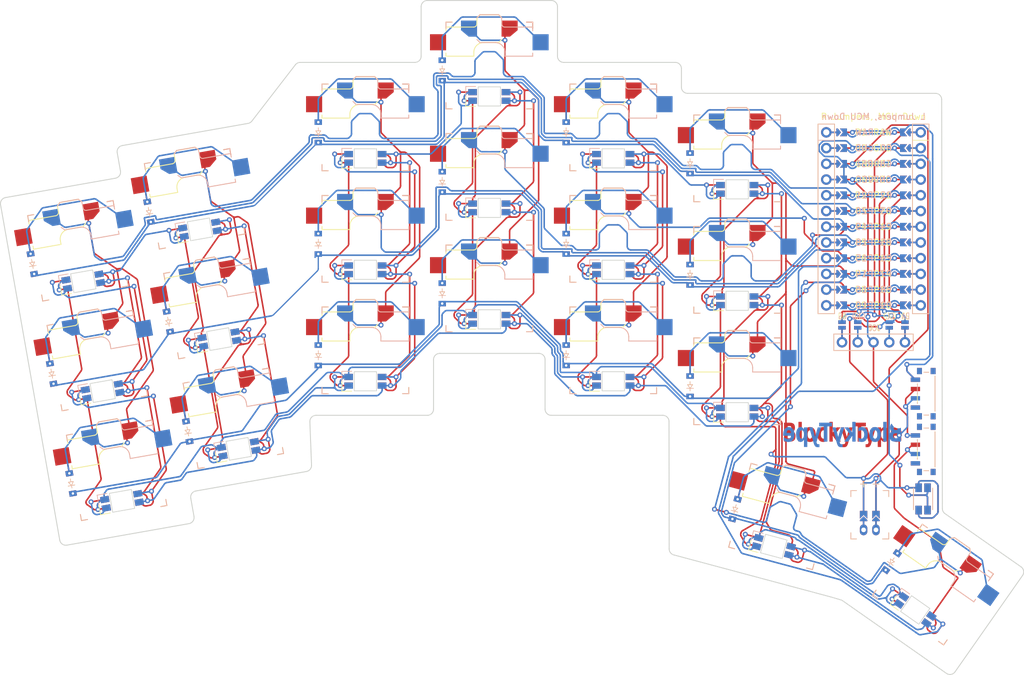
<source format=kicad_pcb>
(kicad_pcb (version 20240108) (generator "pcbnew") (generator_version "8.0")
  (title_block (title "BlockyType") (rev "v1.0.0") (company "Unknown"))
  (layers (0 "F.Cu" signal) (31 "B.Cu" signal) (34 "B.Paste" user) (35 "F.Paste" user) (36 "B.SilkS" user "B.Silkscreen") (37 "F.SilkS" user "F.Silkscreen") (38 "B.Mask" user) (39 "F.Mask" user) (44 "Edge.Cuts" user))
  (net 0 "")
  (net 1 "P20")
  (net 2 "outer_down")
  (net 3 "outer_home")
  (net 4 "outer_up")
  (net 5 "P21")
  (net 6 "pinky_down")
  (net 7 "pinky_home")
  (net 8 "pinky_up")
  (net 9 "P18")
  (net 10 "ring_down")
  (net 11 "ring_home")
  (net 12 "ring_up")
  (net 13 "P19")
  (net 14 "middle_down")
  (net 15 "middle_home")
  (net 16 "middle_up")
  (net 17 "P15")
  (net 18 "index_down")
  (net 19 "index_home")
  (net 20 "index_up")
  (net 21 "P14")
  (net 22 "inner_down")
  (net 23 "inner_home")
  (net 24 "inner_up")
  (net 25 "home_home")
  (net 26 "P16")
  (net 27 "innermost_home")
  (net 28 "P6")
  (net 29 "P5")
  (net 30 "P4")
  (net 31 "P7")
  (net 32 "VCC_LED")
  (net 33 "led_20")
  (net 34 "GND")
  (net 35 "led_x")
  (net 36 "led_19")
  (net 37 "led_18")
  (net 38 "led_15")
  (net 39 "led_16")
  (net 40 "led_17")
  (net 41 "led_14")
  (net 42 "led_13")
  (net 43 "led_12")
  (net 44 "led_9")
  (net 45 "led_10")
  (net 46 "led_11")
  (net 47 "led_8")
  (net 48 "led_7")
  (net 49 "led_6")
  (net 50 "led_3")
  (net 51 "led_4")
  (net 52 "led_5")
  (net 53 "led_2")
  (net 54 "P0")
  (net 55 "VCC")
  (net 56 "RST")
  (net 57 "BAT_P")
  (net 58 "RAW")
  (net 59 "JST1_1")
  (net 60 "JST1_2")
  (net 61 "P10")
  (net 62 "P1")
  (net 63 "P2")
  (net 64 "P3")
  (net 65 "P8")
  (net 66 "P9")
  (net 67 "MCU1_24")
  (net 68 "MCU1_1")
  (net 69 "MCU1_23")
  (net 70 "MCU1_2")
  (net 71 "MCU1_22")
  (net 72 "MCU1_3")
  (net 73 "MCU1_21")
  (net 74 "MCU1_4")
  (net 75 "MCU1_20")
  (net 76 "MCU1_5")
  (net 77 "MCU1_19")
  (net 78 "MCU1_6")
  (net 79 "MCU1_18")
  (net 80 "MCU1_7")
  (net 81 "MCU1_17")
  (net 82 "MCU1_8")
  (net 83 "MCU1_16")
  (net 84 "MCU1_9")
  (net 85 "MCU1_15")
  (net 86 "MCU1_10")
  (net 87 "MCU1_14")
  (net 88 "MCU1_11")
  (net 89 "MCU1_13")
  (net 90 "MCU1_12")
  (net 91 "DISP1_1")
  (net 92 "DISP1_2")
  (net 93 "DISP1_4")
  (net 94 "DISP1_5")
  (footprint "ComboDiode" (layer "F.Cu") (at 1.809289 -18.962485 100)
    (property "Reference" "D4" (hide yes))
    (property "Value" "" (hide yes))
  )
  (footprint "ComboDiode" (layer "F.Cu") (at 62.868131 -67.259835 90)
    (property "Reference" "D15" (hide yes))
    (property "Value" "" (hide yes))
  )
  (footprint "nice!view" (layer "F.Cu") (at 112.468133 -50.05983)
    (property "Reference" "DISP1" (hide yes))
    (property "Value" "")
  )
  (footprint "PG1350" (layer "F.Cu") (at 90.468128 -27.05983)
    (property "Reference" "S16" (hide yes))
    (property "Value" "")
  )
  (footprint "ceoloide:mounting_hole_npth" (layer "F.Cu") (at 109.69474 0.775521 -35)
    (property "Reference" "MH7" (hide yes))
    (property "Value" "")
  )
  (footprint "ceoloide:mounting_hole_npth" (layer "F.Cu") (at 0.261897 -13.917137 10)
    (property "Reference" "MH2" (hide yes))
    (property "Value" "")
  )
  (footprint "ComboDiode" (layer "F.Cu") (at 62.868133 -31.259829 90)
    (property "Reference" "D13" (hide yes))
    (property "Value" "" (hide yes))
  )
  (footprint "ComboDiode" (layer "F.Cu") (at 42.868139 -41.259834 90)
    (property "Reference" "D10" (hide yes))
    (property "Value" "" (hide yes))
  )
  (footprint "ComboDiode" (layer "F.Cu") (at 82.868136 -62.259838 90)
    (property "Reference" "D18" (hide yes))
    (property "Value" "" (hide yes))
  )
  (footprint "PG1350" (layer "F.Cu") (at 30.468136 -32.059845)
    (property "Reference" "S7" (hide yes))
    (property "Value" "")
  )
  (footprint "PG1350" (layer "F.Cu") (at 90.468133 -63.059834)
    (property "Reference" "S18" (hide yes))
    (property "Value" "")
  )
  (footprint "ComboDiode" (layer "F.Cu") (at -20.14429 -28.292022 100)
    (property "Reference" "D2" (hide yes))
    (property "Value" "" (hide yes))
  )
  (footprint "ComboDiode" (layer "F.Cu") (at 82.868129 -44.259831 90)
    (property "Reference" "D17" (hide yes))
    (property "Value" "" (hide yes))
  )
  (footprint "ceoloide:mounting_hole_npth" (layer "F.Cu") (at 85.46813 -11.059839)
    (property "Reference" "MH6" (hide yes))
    (property "Value" "")
  )
  (footprint "ComboDiode" (layer "F.Cu") (at 82.868128 -26.259845 90)
    (property "Reference" "D16" (hide yes))
    (property "Value" "" (hide yes))
  )
  (footprint "PG1350" (layer "F.Cu") (at 70.468136 -68.059843)
    (property "Reference" "S15" (hide yes))
    (property "Value" "")
  )
  (footprint "ComboDiode" (layer "F.Cu") (at -1.316374 -36.689031 100)
    (property "Reference" "D5" (hide yes))
    (property "Value" "" (hide yes))
  )
  (footprint "ceoloide:battery_connector_jst_ph_2" (layer "F.Cu") (at 111.868137 -3.059843 180)
    (property "Reference" "JST1" (hide yes))
    (property "Value" "")
  )
  (footprint "power_switch" (layer "F.Cu") (at 120.968131 -25.05983)
    (property "Reference" "SW3" (hide yes))
    (property "Value" "")
  )
  (footprint "PG1350" (layer "F.Cu") (at 70.468131 -50.059836)
    (property "Reference" "S14" (hide yes))
    (property "Value" "")
  )
  (footprint "ComboDiode" (layer "F.Cu") (at -17.018626 -10.565476 100)
    (property "Reference" "D1" (hide yes))
    (property "Value" "" (hide yes))
  )
  (footprint "PG1350" (layer "F.Cu") (at 97.668283 -5.218356 -15)
    (property "Reference" "S19" (hide yes))
    (property "Value" "")
  )
  (footprint "ComboDiode" (layer "F.Cu") (at -4.442049 -54.415563 100)
    (property "Reference" "D6" (hide yes))
    (property "Value" "" (hide yes))
  )
  (footprint "ComboDiode" (layer "F.Cu") (at 42.868137 -77.259838 90)
    (property "Reference" "D12" (hide yes))
    (property "Value" "" (hide yes))
  )
  (footprint "ceoloide:mounting_hole_npth" (layer "F.Cu") (at 103.468132 -28.059839)
    (property "Reference" "MH8" (hide yes))
    (property "Value" "")
  )
  (footprint "PG1350" (layer "F.Cu") (at 50.468124 -60.059836)
    (property "Reference" "S11" (hide yes))
    (property "Value" "")
  )
  (footprint "ceoloide:mounting_hole_npth" (layer "F.Cu") (at 40.468135 -68.059834)
    (property "Reference" "MH3" (hide yes))
    (property "Value" "")
  )
  (footprint "PG1350" (layer "F.Cu") (at 50.468137 -78.059839)
    (property "Reference" "S12" (hide yes))
    (property "Value" "")
  )
  (footprint "ceoloide:mounting_hole_npth" (layer "F.Cu") (at 99.468134 -60.059834)
    (property "Reference" "MH5" (hide yes))
    (property "Value" "")
  )
  (footprint "PG1350" (layer "F.Cu") (at 2.903572 -56.523129 10)
    (property "Reference" "S6" (hide yes))
    (property "Value" "")
  )
  (footprint "PG1350" (layer "F.Cu") (at -12.798667 -30.399592 10)
    (property "Reference" "S2" (hide yes))
    (property "Value" "")
  )
  (footprint "ComboDiode" (layer "F.Cu") (at 115.380038 2.070707 55)
    (property "Reference" "D20" (hide yes))
    (property "Value" "" (hide yes))
  )
  (footprint "PG1350" (layer "F.Cu") (at 6.029241 -38.796587 10)
    (property "Reference" "S5" (hide yes))
    (property "Value" "")
  )
  (footprint "ComboDiode" (layer "F.Cu") (at 62.86813 -49.259836 90)
    (property "Reference" "D14" (hide yes))
    (property "Value" "" (hide yes))
  )
  (footprint "PG1350" (layer "F.Cu") (at 122.064453 5.774561 -35)
    (property "Reference" "S20" (hide yes))
    (property "Value" "")
  )
  (footprint "power_switch" (layer "F.Cu") (at 120.968133 -16.059846)
    (property "Reference" "SW1" (hide yes))
    (property "Value" "")
  )
  (footprint "ceoloide:mounting_hole_npth" (layer "F.Cu") (at -5.468486 -46.415785 10)
    (property "Reference" "MH1" (hide yes))
    (property "Value" "")
  )
  (footprint "PG1350" (layer "F.Cu") (at 30.468136 -68.059841)
    (property "Reference" "S9" (hide yes))
    (property "Value" "")
  )
  (footprint "ceoloide:mounting_hole_npth" (layer "F.Cu") (at 116.468137 -20.559846)
    (property "Reference" "MH9" (hide yes))
    (property "Value" "")
  )
  (footprint "ComboDiode" (layer "F.Cu") (at -23.269963 -46.018559 100)
    (property "Reference" "D3" (hide yes))
    (property "Value" "" (hide yes))
  )
  (footprint "ceoloide:mounting_hole_npth" (layer "F.Cu") (at 40.468141 -40.559839)
    (property "Reference" "MH4" (hide yes))
    (property "Value" "")
  )
  (footprint "ComboDiode" (layer "F.Cu") (at 22.868135 -49.259828 90)
    (property "Reference" "D8" (hide yes))
    (property "Value" "" (hide yes))
  )
  (footprint "ceoloide:mcu_nice_nano" (layer "F.Cu") (at 112.468133 -54.559842)
    (property "Reference" "MCU1" (hide yes))
    (property "Value" "")
  )
  (footprint "PG1350" (layer "F.Cu") (at -9.672998 -12.673054 10)
    (property "Reference" "S1" (hide yes))
    (property "Value" "")
  )
  (footprint "PG1350" (layer "F.Cu") (at -15.92434 -48.126137 10)
    (property "Reference" "S3" (hide yes))
    (property "Value" "")
  )
  (footprint "ComboDiode" (layer "F.Cu") (at 42.86813 -59.259829 90)
    (property "Reference" "D11" (hide yes))
    (property "Value" "" (hide yes))
  )
  (footprint "PG1350" (layer "F.Cu") (at 30.468128 -50.059836)
    (property "Reference" "S8" (hide yes))
    (property "Value" "")
  )
  (footprint "sw_reset_side" (layer "F.Cu") (at 120.468133 -8.059828)
    (property "Reference" "SW2" (hide yes))
    (property "Value" "")
  )
  (footprint "PG1350" (layer "F.Cu") (at 50.468136 -42.059854)
    (property "Reference" "S10" (hide yes))
    (property "Value" "")
  )
  (footprint "ComboDiode" (layer "F.Cu") (at 90.120195 -6.412636 75)
    (property "Reference" "D19" (hide yes))
    (property "Value" "" (hide yes))
  )
  (footprint "PG1350" (layer "F.Cu") (at 70.468136 -32.059839)
    (property "Reference" "S13" (hide yes))
    (property "Value" "")
  )
  (footprint "PG1350" (layer "F.Cu") (at 90.468138 -45.059833)
    (property "Reference" "S17" (hide yes))
    (property "Value" "")
  )
  (footprint "PG1350" (layer "F.Cu") (at 9.1549 -21.070057 10)
    (property "Reference" "S4" (hide yes))
    (property "Value" "")
  )
  (footprint "ComboDiode" (layer "F.Cu") (at 22.868124 -67.259842 90)
    (property "Reference" "D9" (hide yes))
    (property "Value" "" (hide yes))
  )
  (footprint "ComboDiode" (layer "F.Cu") (at 22.868126 -31.259834 90)
    (property "Reference" "D7" (hide yes))
    (property "Value" "" (hide yes))
  )
  (footprint "ceoloide:led_SK6812mini-e (per-key, reversible)" (layer "B.Cu") (at -8.80476 -7.749008 10)
    (property "Reference" "LED1" (hide yes))
    (property "Value" "")
    (fp_poly (pts (xy -1.8 -1.55) (xy 1.800001 -1.550003) (xy 1.8 1.55) (xy -1.800001 1.550003)) (stroke (width 0.12)) (fill none) (layer "Edge.Cuts"))
  )
  (footprint "ceoloide:led_SK6812mini-e (per-key, reversible)" (layer "B.Cu") (at -15.056102 -43.202092 10)
    (property "Reference" "LED3" (hide yes))
    (property "Value" "")
    (fp_poly (pts (xy -1.8 -1.55) (xy 1.800001 -1.550003) (xy 1.8 1.55) (xy -1.800001 1.550003)) (stroke (width 0.12)) (fill none) (layer "Edge.Cuts"))
  )
  (footprint "ceoloide:led_SK6812mini-e (per-key, reversible)" (layer "B.Cu") (at 30.468138 -45.059829)
    (property "Reference" "LED8" (hide yes))
    (property "Value" "")
    (fp_poly (pts (xy -1.8 -1.55) (xy 1.800001 -1.550003) (xy 1.8 1.55) (xy -1.800001 1.550003)) (stroke (width 0.12)) (fill none) (layer "Edge.Cuts"))
  )
  (footprint "ceoloide:led_SK6812mini-e (per-key, reversible)" (layer "B.Cu") (at 70.468137 -45.059834)
    (property "Reference" "LED14" (hide yes))
    (property "Value" "")
    (fp_poly (pts (xy -1.8 -1.55) (xy 1.800001 -1.550003) (xy 1.8 1.55) (xy -1.800001 1.550003)) (stroke (width 0.12)) (fill none) (layer "Edge.Cuts"))
  )
  (footprint "ceoloide:led_SK6812mini-e (per-key, reversible)" (layer "B.Cu") (at 90.468127 -22.059842)
    (property "Reference" "LED16" (hide yes))
    (property "Value" "")
    (fp_poly (pts (xy -1.8 -1.55) (xy 1.800001 -1.550003) (xy 1.8 1.55) (xy -1.800001 1.550003)) (stroke (width 0.12)) (fill none) (layer "Edge.Cuts"))
  )
  (footprint "ceoloide:led_SK6812mini-e (per-key, reversible)" (layer "B.Cu") (at 50.468127 -73.059844)
    (property "Reference" "LED12" (hide yes))
    (property "Value" "")
    (fp_poly (pts (xy -1.8 -1.55) (xy 1.800001 -1.550003) (xy 1.8 1.55) (xy -1.800001 1.550003)) (stroke (width 0.12)) (fill none) (layer "Edge.Cuts"))
  )
  (footprint "ceoloide:led_SK6812mini-e (per-key, reversible)" (layer "B.Cu") (at 70.468137 -63.059838)
    (property "Reference" "LED15" (hide yes))
    (property "Value" "")
    (fp_poly (pts (xy -1.8 -1.55) (xy 1.800001 -1.550003) (xy 1.8 1.55) (xy -1.800001 1.550003)) (stroke (width 0.12)) (fill none) (layer "Edge.Cuts"))
  )
  (footprint "ceoloide:led_SK6812mini-e (per-key, reversible)" (layer "B.Cu") (at 96.374191 -0.388723 -15)
    (property "Reference" "LED19" (hide yes))
    (property "Value" "")
    (fp_poly (pts (xy -1.8 -1.55) (xy 1.800004 -1.550002) (xy 1.8 1.55) (xy -1.800004 1.550002)) (stroke (width 0.12)) (fill none) (layer "Edge.Cuts"))
  )
  (footprint "ceoloide:led_SK6812mini-e (per-key, reversible)" (layer "B.Cu") (at 50.468132 -37.059837)
    (property "Reference" "LED10" (hide yes))
    (property "Value" "")
    (fp_poly (pts (xy -1.8 -1.55) (xy 1.800001 -1.550003) (xy 1.8 1.55) (xy -1.800001 1.550003)) (stroke (width 0.12)) (fill none) (layer "Edge.Cuts"))
  )
  (footprint "ceoloide:led_SK6812mini-e (per-key, reversible)" (layer "B.Cu") (at 30.468136 -63.05984)
    (property "Reference" "LED9" (hide yes))
    (property "Value" "")
    (fp_poly (pts (xy -1.8 -1.55) (xy 1.800001 -1.550003) (xy 1.8 1.55) (xy -1.800001 1.550003)) (stroke (width 0.12)) (fill none) (layer "Edge.Cuts"))
  )
  (footprint "ceoloide:led_SK6812mini-e (per-key, reversible)" (layer "B.Cu") (at 119.196569 9.870321 -35)
    (property "Reference" "LED20" (hide yes))
    (property "Value" "")
    (fp_poly (pts (xy -1.800001 -1.549999) (xy 1.8 -1.55) (xy 1.800001 1.549999) (xy -1.8 1.55)) (stroke (width 0.12)) (fill none) (layer "Edge.Cuts"))
  )
  (footprint "ceoloide:led_SK6812mini-e (per-key, reversible)" (layer "B.Cu") (at 6.897486 -33.872554 10)
    (property "Reference" "LED5" (hide yes))
    (property "Value" "")
    (fp_poly (pts (xy -1.8 -1.55) (xy 1.800001 -1.550003) (xy 1.8 1.55) (xy -1.800001 1.550003)) (stroke (width 0.12)) (fill none) (layer "Edge.Cuts"))
  )
  (footprint "ceoloide:led_SK6812mini-e (per-key, reversible)" (layer "B.Cu") (at 3.771829 -51.599102 10)
    (property "Reference" "LED6" (hide yes))
    (property "Value" "")
    (fp_poly (pts (xy -1.8 -1.55) (xy 1.800001 -1.550003) (xy 1.8 1.55) (xy -1.800001 1.550003)) (stroke (width 0.12)) (fill none) (layer "Edge.Cuts"))
  )
  (footprint "ceoloide:led_SK6812mini-e (per-key, reversible)" (layer "B.Cu") (at 30.468149 -27.059831)
    (property "Reference" "LED7" (hide yes))
    (property "Value" "")
    (fp_poly (pts (xy -1.8 -1.55) (xy 1.800001 -1.550003) (xy 1.8 1.55) (xy -1.800001 1.550003)) (stroke (width 0.12)) (fill none) (layer "Edge.Cuts"))
  )
  (footprint "ceoloide:led_SK6812mini-e (per-key, reversible)" (layer "B.Cu") (at 50.468138 -55.059832)
    (property "Reference" "LED11" (hide yes))
    (property "Value" "")
    (fp_poly (pts (xy -1.8 -1.55) (xy 1.800001 -1.550003) (xy 1.8 1.55) (xy -1.800001 1.550003)) (stroke (width 0.12)) (fill none) (layer "Edge.Cuts"))
  )
  (footprint "ceoloide:led_SK6812mini-e (per-key, reversible)" (layer "B.Cu") (at -11.930438 -25.475568 10)
    (property "Reference" "LED2" (hide yes))
    (property "Value" "")
    (fp_poly (pts (xy -1.8 -1.55) (xy 1.800001 -1.550003) (xy 1.8 1.55) (xy -1.800001 1.550003)) (stroke (width 0.12)) (fill none) (layer "Edge.Cuts"))
  )
  (footprint "ceoloide:led_SK6812mini-e (per-key, reversible)" (layer "B.Cu") (at 70.46813 -27.059834)
    (property "Reference" "LED13" (hide yes))
    (property "Value" "")
    (fp_poly (pts (xy -1.8 -1.55) (xy 1.800001 -1.550003) (xy 1.8 1.55) (xy -1.800001 1.550003)) (stroke (width 0.12)) (fill none) (layer "Edge.Cuts"))
  )
  (footprint "ceoloide:led_SK6812mini-e (per-key, reversible)" (layer "B.Cu") (at 90.468143 -40.05984)
    (property "Reference" "LED17" (hide yes))
    (property "Value" "")
    (fp_poly (pts (xy -1.8 -1.55) (xy 1.800001 -1.550003) (xy 1.8 1.55) (xy -1.800001 1.550003)) (stroke (width 0.12)) (fill none) (layer "Edge.Cuts"))
  )
  (footprint "ceoloide:led_SK6812mini-e (per-key, reversible)" (layer "B.Cu") (at 10.023146 -16.146016 10)
    (property "Reference" "LED4" (hide yes))
    (property "Value" "")
    (fp_poly (pts (xy -1.8 -1.55) (xy 1.800001 -1.550003) (xy 1.8 1.55) (xy -1.800001 1.550003)) (stroke (width 0.12)) (fill none) (layer "Edge.Cuts"))
  )
  (footprint "ceoloide:led_SK6812mini-e (per-key, reversible)" (layer "B.Cu") (at 90.468139 -58.059837)
    (property "Reference" "LED18" (hide yes))
    (property "Value" "")
    (fp_poly (pts (xy -1.8 -1.55) (xy 1.800001 -1.550003) (xy 1.8 1.55) (xy -1.800001 1.550003)) (stroke (width 0.12)) (fill none) (layer "Edge.Cuts"))
  )
  (gr_line (start 40.468139 -88.559844) (end 60.468137 -88.559838) (stroke (width 0.15)) (layer "Edge.Cuts"))
  (gr_arc (start 19.167897 -78.170934) (mid 19.518486 -78.457353) (end 19.959449 -78.559837) (stroke (width 0.15)) (layer "Edge.Cuts"))
  (gr_arc (start 136.278535 2.909236) (mid 136.689762 3.554739) (end 136.524102 4.301958) (stroke (width 0.15)) (layer "Edge.Cuts"))
  (gr_arc (start 60.468138 -21.559831) (mid 59.761042 -21.852736) (end 59.468132 -22.559847) (stroke (width 0.15)) (layer "Edge.Cuts"))
  (gr_arc (start -9.578963 -63.968678) (mid -9.41331 -64.715898) (end -8.767817 -65.127138) (stroke (width 0.15)) (layer "Edge.Cuts"))
  (gr_line (start 79.494926 0.016419) (end 79.469372 -20.561078) (stroke (width 0.15)) (layer "Edge.Cuts"))
  (gr_arc (start 21.508077 -20.521413) (mid 21.786775 -21.253207) (end 22.507316 -21.559837) (stroke (width 0.15)) (layer "Edge.Cuts"))
  (gr_arc (start -17.69777 -0.596093) (mid -18.444994 -0.76175) (end -18.856223 -1.407252) (stroke (width 0.15)) (layer "Edge.Cuts"))
  (gr_line (start 105.564045 7.767705) (end 80.2361 0.981108) (stroke (width 0.15)) (layer "Edge.Cuts"))
  (gr_line (start 12.149762 -69.080238) (end 19.167897 -78.170934) (stroke (width 0.15)) (layer "Edge.Cuts"))
  (gr_arc (start 12.149762 -69.08023) (mid 11.875726 -68.835633) (end 11.531854 -68.706518) (stroke (width 0.15)) (layer "Edge.Cuts"))
  (gr_arc (start 2.809545 -5.227519) (mid 2.643896 -4.480282) (end 1.998381 -4.069048) (stroke (width 0.15)) (layer "Edge.Cuts"))
  (gr_line (start 61.468136 -87.559836) (end 61.468138 -79.559839) (stroke (width 0.15)) (layer "Edge.Cuts"))
  (gr_arc (start 41.468135 -22.55984) (mid 41.175247 -21.85272) (end 40.468127 -21.559839) (stroke (width 0.15)) (layer "Edge.Cuts"))
  (gr_arc (start 21.777588 -13.511451) (mid 21.556581 -12.845076) (end 20.951967 -12.488225) (stroke (width 0.15)) (layer "Edge.Cuts"))
  (gr_line (start 78.46937 -21.559838) (end 60.468138 -21.559831) (stroke (width 0.15)) (layer "Edge.Cuts"))
  (gr_arc (start -28.40688 -55.57168) (mid -28.24122 -56.318911) (end -27.595709 -56.73014) (stroke (width 0.15)) (layer "Edge.Cuts"))
  (gr_line (start 40.468127 -21.559839) (end 22.507316 -21.559837) (stroke (width 0.15)) (layer "Edge.Cuts"))
  (gr_arc (start 62.468136 -78.559842) (mid 61.761052 -78.852742) (end 61.468138 -79.559839) (stroke (width 0.15)) (layer "Edge.Cuts"))
  (gr_arc (start 58.468147 -31.559834) (mid 59.175261 -31.266945) (end 59.468132 -30.559839) (stroke (width 0.15)) (layer "Edge.Cuts"))
  (gr_arc (start 39.468142 -79.559833) (mid 39.175252 -78.852716) (end 38.468134 -78.55983) (stroke (width 0.15)) (layer "Edge.Cuts"))
  (gr_line (start 124.23342 20.111425) (end 107.493014 8.389665) (stroke (width 0.15)) (layer "Edge.Cuts"))
  (gr_line (start 136.524102 4.301958) (end 125.626149 19.865842) (stroke (width 0.15)) (layer "Edge.Cuts"))
  (gr_line (start 81.468136 -77.559838) (end 81.468129 -74.559839) (stroke (width 0.15)) (layer "Edge.Cuts"))
  (gr_arc (start 80.468131 -78.559834) (mid 81.175258 -78.266951) (end 81.468136 -77.559838) (stroke (width 0.15)) (layer "Edge.Cuts"))
  (gr_line (start 107.20183 8.249517) (end 105.587618 7.774325) (stroke (width 0.15)) (layer "Edge.Cuts"))
  (gr_arc (start 125.626149 19.865842) (mid 124.980641 20.277108) (end 124.23342 20.111425) (stroke (width 0.15)) (layer "Edge.Cuts"))
  (gr_arc (start 122.469808 -73.559847) (mid 123.176365 -73.267561) (end 123.46982 -72.561515) (stroke (width 0.15)) (layer "Edge.Cuts"))
  (gr_line (start 58.468147 -31.559834) (end 42.46813 -31.559838) (stroke (width 0.15)) (layer "Edge.Cuts"))
  (gr_arc (start 80.236108 0.981101) (mid 79.701969 0.624424) (end 79.494926 0.016419) (stroke (width 0.15)) (layer "Edge.Cuts"))
  (gr_line (start 2.288596 -8.181926) (end 2.809545 -5.227519) (stroke (width 0.15)) (layer "Edge.Cuts"))
  (gr_arc (start 41.468125 -30.559839) (mid 41.761028 -31.266939) (end 42.46813 -31.559838) (stroke (width 0.15)) (layer "Edge.Cuts"))
  (gr_line (start 82.468144 -73.55984) (end 122.469808 -73.559847) (stroke (width 0.15)) (layer "Edge.Cuts"))
  (gr_line (start -27.595709 -56.73014) (end -9.869174 -59.8558) (stroke (width 0.15)) (layer "Edge.Cuts"))
  (gr_line (start 41.468125 -30.559839) (end 41.468135 -22.55984) (stroke (width 0.15)) (layer "Edge.Cuts"))
  (gr_line (start -18.856223 -1.407252) (end -28.40688 -55.571676) (stroke (width 0.15)) (layer "Edge.Cuts"))
  (gr_arc (start 82.468144 -73.55984) (mid 81.761052 -73.852738) (end 81.468129 -74.559839) (stroke (width 0.15)) (layer "Edge.Cuts"))
  (gr_line (start 62.468136 -78.559842) (end 80.468131 -78.559834) (stroke (width 0.15)) (layer "Edge.Cuts"))
  (gr_arc (start 107.201834 8.249509) (mid 107.353127 8.30774) (end 107.493014 8.389665) (stroke (width 0.15)) (layer "Edge.Cuts"))
  (gr_line (start 124.007218 -5.683234) (end 136.278532 2.909226) (stroke (width 0.15)) (layer "Edge.Cuts"))
  (gr_line (start -8.767817 -65.127138) (end 11.531854 -68.706518) (stroke (width 0.15)) (layer "Edge.Cuts"))
  (gr_line (start 19.959449 -78.559837) (end 38.468134 -78.55983) (stroke (width 0.15)) (layer "Edge.Cuts"))
  (gr_arc (start 105.564039 7.767706) (mid 105.575847 7.770948) (end 105.587618 7.774325) (stroke (width 0.15)) (layer "Edge.Cuts"))
  (gr_line (start 39.468142 -79.559833) (end 39.468129 -87.559836) (stroke (width 0.15)) (layer "Edge.Cuts"))
  (gr_line (start 123.46982 -72.561515) (end 123.5808 -6.500711) (stroke (width 0.15)) (layer "Edge.Cuts"))
  (gr_line (start 59.468132 -22.559847) (end 59.468132 -30.559839) (stroke (width 0.15)) (layer "Edge.Cuts"))
  (gr_arc (start -9.058017 -61.014256) (mid -9.223674 -60.267034) (end -9.869174 -59.8558) (stroke (width 0.15)) (layer "Edge.Cuts"))
  (gr_line (start 21.508077 -20.521413) (end 21.77758 -13.511452) (stroke (width 0.15)) (layer "Edge.Cuts"))
  (gr_arc (start 2.288592 -8.181928) (mid 2.454247 -8.929152) (end 3.099744 -9.340393) (stroke (width 0.15)) (layer "Edge.Cuts"))
  (gr_arc (start 124.007218 -5.683234) (mid 123.694146 -6.039888) (end 123.5808 -6.500711) (stroke (width 0.15)) (layer "Edge.Cuts"))
  (gr_line (start 1.998381 -4.069048) (end -17.697774 -0.596096) (stroke (width 0.15)) (layer "Edge.Cuts"))
  (gr_line (start -9.058022 -61.014252) (end -9.578961 -63.968678) (stroke (width 0.15)) (layer "Edge.Cuts"))
  (gr_arc (start 78.469368 -21.55984) (mid 79.176036 -21.267381) (end 79.469372 -20.561078) (stroke (width 0.15)) (layer "Edge.Cuts"))
  (gr_arc (start 60.468137 -88.559838) (mid 61.17526 -88.26695) (end 61.468136 -87.559836) (stroke (width 0.15)) (layer "Edge.Cuts"))
  (gr_line (start 20.951967 -12.488225) (end 3.099744 -9.340393) (stroke (width 0.15)) (layer "Edge.Cuts"))
  (gr_arc (start 39.468129 -87.559836) (mid 39.761033 -88.266939) (end 40.468139 -88.559844) (stroke (width 0.15)) (layer "Edge.Cuts"))
  (gr_text "BlockyType" (at 107.468145 -18.559833 0) (layer "F.Cu") (effects (font (size 3 2.2) (thickness 0.15) (bold yes))))
  (gr_text "BlockyType" (at 107.468145 -18.559833 0) (layer "B.Cu") (effects (font (size 3 2.2) (thickness 0.15) (bold yes)) (justify mirror)))
  (segment (start -10.472234 -37.019844) (end -10.741028 -36.635966) (width 0.25) (layer "F.Cu") (net 1))
  (segment (start -10.741028 -36.635966) (end -11.109116 -36.110277) (width 0.25) (layer "F.Cu") (net 1))
  (segment (start -3.863715 -28.618091) (end -7.964512 -22.761533) (width 0.25) (layer "F.Cu") (net 1))
  (segment (start -14.234788 -53.83682) (end -13.732298 -54.554446) (width 0.25) (layer "F.Cu") (net 1))
  (segment (start -11.048058 -34.846136) (end -11.199259 -35.70367) (width 0.25) (layer "F.Cu") (net 1))
  (segment (start -9.825643 -45.30194) (end -13.138925 -47.621933) (width 0.25) (layer "F.Cu") (net 1))
  (segment (start -8.698985 -39.830162) (end -9.60187 -44.950686) (width 0.25) (layer "F.Cu") (net 1))
  (segment (start -9.103546 -45.267422) (end -9.444048 -45.207385) (width 0.25) (layer "F.Cu") (net 1))
  (segment (start -7.610249 -18.916731) (end -7.983449 -18.383739) (width 0.25) (layer "F.Cu") (net 1))
  (segment (start -10.472234 -37.019844) (end -8.789128 -39.423557) (width 0.25) (layer "F.Cu") (net 1))
  (segment (start -6.290252 -43.297528) (end -3.773573 -29.024696) (width 0.25) (layer "F.Cu") (net 1))
  (segment (start -14.173725 -52.572671) (end -13.362699 -47.973187) (width 0.25) (layer "F.Cu") (net 1))
  (segment (start -7.520108 -19.323337) (end -8.054654 -22.354928) (width 0.25) (layer "F.Cu") (net 1))
  (segment (start -8.69694 -45.177278) (end -6.514025 -43.648782) (width 0.25) (layer "F.Cu") (net 1))
  (segment (start -7.92238 -17.119602) (end -8.073589 -17.977133) (width 0.25) (layer "F.Cu") (net 1))
  (segment (start 107.693136 -54.559835) (end 109.068137 -54.559826) (width 0.25) (layer "F.Cu") (net 1))
  (segment (start -14.324931 -53.430215) (end -14.173725 -52.572671) (width 0.25) (layer "F.Cu") (net 1))
  (via (at -7.92238 -17.119602) (size 0.8) (drill 0.4) (layers "F.Cu" "B.Cu") (net 1))
  (via (at -11.048058 -34.846136) (size 0.8) (drill 0.4) (layers "F.Cu" "B.Cu") (net 1))
  (via (at -14.173725 -52.572671) (size 0.8) (drill 0.4) (layers "F.Cu" "B.Cu") (net 1))
  (arc (start -14.234788 -53.83682) (mid -14.320299 -53.642482) (end -14.324931 -53.430215) (width 0.25) (layer "F.Cu") (net 1))
  (arc (start -9.444048 -45.207385) (mid -9.571857 -45.117815) (end -9.60187 -44.950686) (width 0.25) (layer "F.Cu") (net 1))
  (arc (start -8.69694 -45.177278) (mid -8.891277 -45.262789) (end -9.103546 -45.267422) (width 0.25) (layer "F.Cu") (net 1))
  (arc (start -3.773573 -29.024696) (mid -3.778204 -28.812428) (end -3.863715 -28.618091) (width 0.25) (layer "F.Cu") (net 1))
  (arc (start -7.983449 -18.383739) (mid -8.068958 -18.189401) (end -8.073589 -17.977133) (width 0.25) (layer "F.Cu") (net 1))
  (arc (start -6.514025 -43.648782) (mid -6.367204 -43.49541) (end -6.290252 -43.297528) (width 0.25) (layer "F.Cu") (net 1))
  (arc (start -9.825643 -45.30194) (mid -9.637805 -45.215282) (end -9.444048 -45.207385) (width 0.25) (layer "F.Cu") (net 1))
  (arc (start -13.362699 -47.973187) (mid -13.285746 -47.775304) (end -13.138925 -47.621933) (width 0.25) (layer "F.Cu") (net 1))
  (arc (start -9.60187 -44.950686) (mid -9.678822 -45.148568) (end -9.825643 -45.30194) (width 0.25) (layer "F.Cu") (net 1))
  (arc (start -7.964512 -22.761533) (mid -8.050022 -22.567195) (end -8.054654 -22.354928) (width 0.25) (layer "F.Cu") (net 1))
  (arc (start -7.520108 -19.323337) (mid -7.524739 -19.111069) (end -7.610249 -18.916731) (width 0.25) (layer "F.Cu") (net 1))
  (arc (start -11.109116 -36.110277) (mid -11.194626 -35.915938) (end -11.199259 -35.70367) (width 0.25) (layer "F.Cu") (net 1))
  (arc (start -8.698985 -39.830162) (mid -8.703617 -39.617894) (end -8.789128 -39.423557) (width 0.25) (layer "F.Cu") (net 1))
  (segment (start 59.738791 -66.42306) (end 63.727882 -66.423054) (width 0.25) (layer "B.Cu") (net 1))
  (segment (start 58.876993 -72.533476) (end 58.877003 -67.284847) (width 0.25) (layer "B.Cu") (net 1))
  (segment (start -12.446284 -46.705739) (end -13.052204 -47.130007) (width 0.25) (layer "B.Cu") (net 1))
  (segment (start -14.173725 -52.572671) (end -13.275977 -47.48126) (width 0.25) (layer "B.Cu") (net 1))
  (segment (start 42.488921 -74.834831) (end 42.143132 -74.834835) (width 0.25) (layer "B.Cu") (net 1))
  (segment (start 114.837432 -54.779834) (end 109.288127 -54.77984) (width 0.25) (layer "B.Cu") (net 1))
  (segment (start 101.125878 -55.734834) (end 107.884428 -55.734831) (width 0.25) (layer "B.Cu") (net 1))
  (segment (start -5.083321 -53.493284) (end -3.524009 -53.76823) (width 0.25) (layer "B.Cu") (net 1))
  (segment (start 12.457362 -56.043988) (end 21.692283 -65.278908) (width 0.25) (layer "B.Cu") (net 1))
  (segment (start 115.40845 -55.125454) (end 115.222207 -54.939212) (width 0.25) (layer "B.Cu") (net 1))
  (segment (start -8.475296 -47.405932) (end -5.145643 -52.161166) (width 0.25) (layer "B.Cu") (net 1))
  (segment (start -5.191456 -53.338844) (end -5.0555 -52.567772) (width 0.25) (layer "B.Cu") (net 1))
  (segment (start -14.66304 -34.208718) (end -11.048058 -34.846136) (width 0.25) (layer "B.Cu") (net 1))
  (segment (start -8.826549 -47.182159) (end -12.039679 -46.615597) (width 0.25) (layer "B.Cu") (net 1))
  (segment (start 59.354015 -66.582439) (end 59.036383 -66.900072) (width 0.25) (layer "B.Cu") (net 1))
  (segment (start 100.741103 -55.894213) (end 95.976476 -60.65884) (width 0.25) (layer "B.Cu") (net 1))
  (segment (start 63.993135 -65.818217) (end 76.882369 -65.81822) (width 0.25) (layer "B.Cu") (net 1))
  (segment (start 116.327814 -55.125466) (end 116.769808 -54.683471) (width 0.25) (layer "B.Cu") (net 1))
  (segment (start 83.727874 -61.423054) (end 81.728333 -61.423048) (width 0.25) (layer "B.Cu") (net 1))
  (segment (start 43.993135 -75.818218) (end 55.592255 -75.818219) (width 0.25) (layer "B.Cu") (net 1))
  (segment (start 63.793141 -66.357804) (end 63.793138 -66.018216) (width 0.25) (layer "B.Cu") (net 1))
  (segment (start 43.793142 -76.18484) (end 43.79314 -76.018216) (width 0.25) (layer "B.Cu") (net 1))
  (segment (start 83.993128 -60.818216) (end 95.591701 -60.818218) (width 0.25) (layer "B.Cu") (net 1))
  (segment (start 108.99152 -54.853135) (end 108.269203 -55.575452) (width 0.25) (layer "B.Cu") (net 1))
  (segment (start -18.195326 -52.025404) (end -20.18279 -53.417046) (width 0.25) (layer "B.Cu") (net 1))
  (segment (start 77.267143 -65.658841) (end 81.343559 -61.582426) (width 0.25) (layer "B.Cu") (net 1))
  (segment (start 109.068135 -54.668174) (end 109.068137 -54.559826) (width 0.25) (layer "B.Cu") (net 1))
  (segment (start -15.069645 -34.29886) (end -17.057128 -35.690509) (width 0.25) (layer "B.Cu") (net 1))
  (segment (start 41.943133 -76.184835) (end 41.943133 -75.034837) (width 0.25) (layer "B.Cu") (net 1))
  (segment (start -11.537374 -16.482178) (end -7.92238 -17.119602) (width 0.25) (layer "B.Cu") (net 1))
  (segment (start 58.717614 -72.918252) (end 55.977029 -75.65884) (width 0.25) (layer "B.Cu") (net 1))
  (segment (start 12.070097 -55.842391) (end -3.080242 -53.170976) (width 0.25) (layer "B.Cu") (net 1))
  (segment (start 21.851663 -66.184828) (end 21.851663 -65.663682) (width 0.25) (layer "B.Cu") (net 1))
  (segment (start 41.624583 -65.818218) (end 23.993131 -65.818218) (width 0.25) (layer "B.Cu") (net 1))
  (segment (start -11.943979 -16.57232) (end -13.931452 -17.963963) (width 0.25) (layer "B.Cu") (net 1))
  (segment (start 22.051662 -66.384829) (end 23.593143 -66.384839) (width 0.25) (layer "B.Cu") (net 1))
  (segment (start 42.009357 -65.977598) (end 42.529549 -66.497792) (width 0.25) (layer "B.Cu") (net 1))
  (segment (start 42.688927 -66.882567) (end 42.688921 -74.63483) (width 0.25) (layer "B.Cu") (net 1))
  (segment (start 83.793128 -61.018215) (end 83.793128 -61.357809) (width 0.25) (layer "B.Cu") (net 1))
  (segment (start 43.593147 -76.384838) (end 42.143132 -76.384835) (width 0.25) (layer "B.Cu") (net 1))
  (segment (start -3.369571 -53.660091) (end -3.311933 -53.333208) (width 0.25) (layer "B.Cu") (net 1))
  (segment (start 117.068284 -54.559835) (end 117.243127 -54.559832) (width 0.25) (layer "B.Cu") (net 1))
  (segment (start -17.788721 -51.93526) (end -14.173725 -52.572671) (width 0.25) (layer "B.Cu") (net 1))
  (segment (start 23.793135 -66.018216) (end 23.793138 -66.184842) (width 0.25) (layer "B.Cu") (net 1))
  (segment (start 115.793226 -55.284837) (end 115.94304 -55.28484) (width 0.25) (layer "B.Cu") (net 1))
  (arc (start -3.424394 -53.746146) (mid -3.472005 -53.767095) (end -3.524009 -53.76823) (width 0.25) (layer "B.Cu") (net 1))
  (arc (start 107.884428 -55.734831) (mid 108.092666 -55.693409) (end 108.269203 -55.575452) (width 0.25) (layer "B.Cu") (net 1))
  (arc (start 83.774015 -61.403946) (mid 83.752844 -61.418088) (end 83.727874 -61.423054) (width 0.25) (layer "B.Cu") (net 1))
  (arc (start 43.79314 -76.018216) (mid 43.851716 -75.876796) (end 43.993135 -75.818218) (width 0.25) (layer "B.Cu") (net 1))
  (arc (start 42.688927 -66.882567) (mid 42.647506 -66.674328) (end 42.529549 -66.497792) (width 0.25) (layer "B.Cu") (net 1))
  (arc (start 77.267143 -65.658841) (mid 77.090607 -65.776799) (end 76.882369 -65.81822) (width 0.25) (layer "B.Cu") (net 1))
  (arc (start 63.774027 -66.403944) (mid 63.788173 -66.382775) (end 63.793141 -66.357804) (width 0.25) (layer "B.Cu") (net 1))
  (arc (start 83.774015 -61.403946) (mid 83.78816 -61.382778) (end 83.793128 -61.357809) (width 0.25) (layer "B.Cu") (net 1))
  (arc (start -18.195326 -52.025404) (mid -18.000988 -51.939892) (end -17.788721 -51.93526) (width 0.25) (layer "B.Cu") (net 1))
  (arc (start 43.793142 -76.18484) (mid 43.734566 -76.32626) (end 43.593147 -76.384838) (width 0.25) (layer "B.Cu") (net 1))
  (arc (start -5.083321 -53.493284) (mid -5.1318 -53.474431) (end -5.169374 -53.438461) (width 0.25) (layer "B.Cu") (net 1))
  (arc (start 83.793128 -61.018215) (mid 83.851707 -60.876794) (end 83.993128 -60.818216) (width 0.25) (layer "B.Cu") (net 1))
  (arc (start 12.457362 -56.043988) (mid 12.279244 -55.913386) (end 12.070097 -55.842391) (width 0.25) (layer "B.Cu") (net 1))
  (arc (start -3.311933 -53.333208) (mid -3.229687 -53.204107) (end -3.080242 -53.170976) (width 0.25) (layer "B.Cu") (net 1))
  (arc (start 100.741103 -55.894213) (mid 100.917639 -55.776255) (end 101.125878 -55.734834) (width 0.25) (layer "B.Cu") (net 1))
  (arc (start 63.727882 -66.423054) (mid 63.752854 -66.418087) (end 63.774027 -66.403944) (width 0.25) (layer "B.Cu") (net 1))
  (arc (start -13.275977 -47.48126) (mid -13.199025 -47.283378) (end -13.052204 -47.130007) (width 0.25) (layer "B.Cu") (net 1))
  (arc (start 95.976476 -60.65884) (mid 95.799939 -60.776797) (end 95.591701 -60.818218) (width 0.25) (layer "B.Cu") (net 1))
  (arc (start 116.327814 -55.125466) (mid 116.151278 -55.243422) (end 115.94304 -55.28484) (width 0.25) (layer "B.Cu") (net 1))
  (arc (start 23.793138 -66.184842) (mid 23.734562 -66.326261) (end 23.593143 -66.384839) (width 0.25) (layer "B.Cu") (net 1))
  (arc (start 116.769808 -54.683471) (mid 116.90675 -54.591968) (end 117.068284 -54.559835) (width 0.25) (layer "B.Cu") (net 1))
  (arc (start -5.0555 -52.567772) (mid -5.060132 -52.355503) (end -5.145643 -52.161166) (width 0.25) (layer "B.Cu") (net 1))
  (arc (start -8.475296 -47.405932) (mid -8.628667 -47.259111) (end -8.826549 -47.182159) (width 0.25) (layer "B.Cu") (net 1))
  (arc (start 58.717614 -72.918252) (mid 58.835571 -72.741715) (end 58.876993 -72.533476) (width 0.25) (layer "B.Cu") (net 1))
  (arc (start -3.424394 -53.746146) (mid -3.388423 -53.708571) (end -3.369571 -53.660091) (width 0.25) (layer "B.Cu") (net 1))
  (arc (start 22.051662 -66.384829) (mid 21.910241 -66.326249) (end 21.851663 -66.184828) (width 0.25) (layer "B.Cu") (net 1))
  (arc (start 42.488921 -74.834831) (mid 42.630342 -74.776251) (end 42.688921 -74.63483) (width 0.25) (layer "B.Cu") (net 1))
  (arc (start 42.143132 -76.384835) (mid 42.001711 -76.326256) (end 41.943133 -76.184835) (width 0.25) (layer "B.Cu") (net 1))
  (arc (start 115.793226 -55.284837) (mid 115.584986 -55.243412) (end 115.40845 -55.125454) (width 0.25) (layer "B.Cu") (net 1))
  (arc (start -11.943979 -16.57232) (mid -11.749641 -16.486809) (end -11.537374 -16.482178) (width 0.25) (layer "B.Cu") (net 1))
  (arc (start 58.877003 -67.284847) (mid 58.918424 -67.076608) (end 59.036383 -66.900072) (width 0.25) (layer "B.Cu") (net 1))
  (arc (start 114.837432 -54.779834) (mid 115.04567 -54.821254) (end 115.222207 -54.939212) (width 0.25) (layer "B.Cu") (net 1))
  (arc (start -15.069645 -34.29886) (mid -14.875307 -34.213349) (end -14.66304 -34.208718) (width 0.25) (layer "B.Cu") (net 1))
  (arc (start 23.793135 -66.018216) (mid 23.851711 -65.876796) (end 23.993131 -65.818218) (width 0.25) (layer "B.Cu") (net 1))
  (arc (start 42.009357 -65.977598) (mid 41.832821 -65.85964) (end 41.624583 -65.818218) (width 0.25) (layer "B.Cu") (net 1))
  (arc (start 63.793138 -66.018216) (mid 63.851715 -65.876795) (end 63.993135 -65.818217) (width 0.25) (layer "B.Cu") (net 1))
  (arc (start 21.851663 -65.663682) (mid 21.810241 -65.455443) (end 21.692283 -65.278908) (width 0.25) (layer "B.Cu") (net 1))
  (arc (start 55.977029 -75.65884) (mid 55.800493 -75.776798) (end 55.592255 -75.818219) (width 0.25) (layer "B.Cu") (net 1))
  (arc (start -12.446284 -46.705739) (mid -12.251946 -46.620228) (end -12.039679 -46.615597) (width 0.25) (layer "B.Cu") (net 1))
  (arc (start -5.169374 -53.438461) (mid -5.190321 -53.390848) (end -5.191456 -53.338844) (width 0.25) (layer "B.Cu") (net 1))
  (arc (start 41.943133 -75.034837) (mid 42.001711 -74.893415) (end 42.143132 -74.834835) (width 0.25) (layer "B.Cu") (net 1))
  (arc (start 108.99152 -54.853135) (mid 109.048222 -54.768274) (end 109.068135 -54.668174) (width 0.25) (layer "B.Cu") (net 1))
  (arc (start 59.354015 -66.582439) (mid 59.530551 -66.464481) (end 59.738791 -66.42306) (width 0.25) (layer "B.Cu") (net 1))
  (arc (start 81.343559 -61.582426) (mid 81.520095 -61.464469) (end 81.728333 -61.423048) (width 0.25) (layer "B.Cu") (net 1))
  (segment (start -17.305149 -12.190411) (end -17.652364 -14.159643) (width 0.25) (layer "F.Cu") (net 2))
  (segment (start -17.876136 -14.510897) (end -18.47346 -14.92915) (width 0.25) (layer "F.Cu") (net 2))
  (via (at -17.305149 -12.190411) (size 0.8) (drill 0.4) (layers "F.Cu" "B.Cu") (net 2))
  (arc (start -17.876136 -14.510897) (mid -17.729315 -14.357525) (end -17.652364 -14.159643) (width 0.25) (layer "F.Cu") (net 2))
  (segment (start -17.305149 -12.190411) (end -17.96561 -15.936092) (width 0.25) (layer "B.Cu") (net 2))
  (segment (start -15.744223 -19.386407) (end -17.875467 -16.342697) (width 0.25) (layer "B.Cu") (net 2))
  (segment (start -6.710964 -20.979215) (end -2.174889 -17.803024) (width 0.25) (layer "B.Cu") (net 2))
  (segment (start -15.392969 -19.61018) (end -7.117569 -21.069357) (width 0.25) (layer "B.Cu") (net 2))
  (arc (start -6.710964 -20.979215) (mid -6.905301 -21.064725) (end -7.117569 -21.069357) (width 0.25) (layer "B.Cu") (net 2))
  (arc (start -17.875467 -16.342697) (mid -17.960978 -16.148359) (end -17.96561 -15.936092) (width 0.25) (layer "B.Cu") (net 2))
  (arc (start -15.392969 -19.61018) (mid -15.590851 -19.533228) (end -15.744223 -19.386407) (width 0.25) (layer "B.Cu") (net 2))
  (segment (start -20.430817 -29.916946) (end -20.778042 -31.886179) (width 0.25) (layer "F.Cu") (net 3))
  (segment (start -21.001815 -32.237432) (end -21.59914 -32.655685) (width 0.25) (layer "F.Cu") (net 3))
  (via (at -20.430817 -29.916946) (size 0.8) (drill 0.4) (layers "F.Cu" "B.Cu") (net 3))
  (arc (start -21.001815 -32.237432) (mid -20.854994 -32.084061) (end -20.778042 -31.886179) (width 0.25) (layer "F.Cu") (net 3))
  (segment (start -19.066866 -37.078218) (end -21.035866 -34.266191) (width 0.25) (layer "B.Cu") (net 3))
  (segment (start -9.836641 -38.705767) (end -5.300568 -35.529559) (width 0.25) (layer "B.Cu") (net 3))
  (segment (start -18.715613 -37.301991) (end -10.243246 -38.79591) (width 0.25) (layer "B.Cu") (net 3))
  (segment (start -20.430817 -29.916946) (end -21.126008 -33.859586) (width 0.25) (layer "B.Cu") (net 3))
  (arc (start -9.836641 -38.705767) (mid -10.030978 -38.791278) (end -10.243246 -38.79591) (width 0.25) (layer "B.Cu") (net 3))
  (arc (start -18.715613 -37.301991) (mid -18.913495 -37.225039) (end -19.066866 -37.078218) (width 0.25) (layer "B.Cu") (net 3))
  (arc (start -21.035866 -34.266191) (mid -21.121376 -34.071853) (end -21.126008 -33.859586) (width 0.25) (layer "B.Cu") (net 3))
  (segment (start -24.127485 -49.963977) (end -24.724797 -50.382233) (width 0.25) (layer "F.Cu") (net 4))
  (segment (start -23.556471 -47.643502) (end -23.903711 -49.612721) (width 0.25) (layer "F.Cu") (net 4))
  (via (at -23.556471 -47.643502) (size 0.8) (drill 0.4) (layers "F.Cu" "B.Cu") (net 4))
  (arc (start -24.127485 -49.963977) (mid -23.980664 -49.810604) (end -23.903711 -49.612721) (width 0.25) (layer "F.Cu") (net 4))
  (segment (start -24.0943 -51.61145) (end -21.81125 -54.87199) (width 0.25) (layer "B.Cu") (net 4))
  (segment (start -24.184441 -51.204845) (end -23.556471 -47.643502) (width 0.25) (layer "B.Cu") (net 4))
  (segment (start -13.368916 -56.522448) (end -21.459997 -55.095763) (width 0.25) (layer "B.Cu") (net 4))
  (segment (start -12.962311 -56.432305) (end -8.426236 -53.256099) (width 0.25) (layer "B.Cu") (net 4))
  (arc (start -24.0943 -51.61145) (mid -24.17981 -51.417112) (end -24.184441 -51.204845) (width 0.25) (layer "B.Cu") (net 4))
  (arc (start -12.962311 -56.432305) (mid -13.156648 -56.517816) (end -13.368916 -56.522448) (width 0.25) (layer "B.Cu") (net 4))
  (arc (start -21.459997 -55.095763) (mid -21.657879 -55.018811) (end -21.81125 -54.87199) (width 0.25) (layer "B.Cu") (net 4))
  (segment (start 7.628653 -44.100671) (end 7.779857 -43.243146) (width 0.25) (layer "F.Cu") (net 5))
  (segment (start 5.465198 -56.370171) (end 4.654179 -60.96968) (width 0.25) (layer "F.Cu") (net 5))
  (segment (start 9.283086 -53.307732) (end 10.168878 -48.284214) (width 0.25) (layer "F.Cu") (net 5))
  (segment (start 8.086882 -45.032966) (end 7.718795 -44.507277) (width 0.25) (layer "F.Cu") (net 5))
  (segment (start 11.383528 -52.697234) (end 10.188018 -53.534338) (width 0.25) (layer "F.Cu") (net 5))
  (segment (start 10.838321 -31.300754) (end 14.287689 -36.226979) (width 0.25) (layer "F.Cu") (net 5))
  (segment (start 10.844461 -26.780744) (end 11.217666 -27.313733) (width 0.25) (layer "F.Cu") (net 5))
  (segment (start 10.905531 -25.516606) (end 10.754319 -26.374139) (width 0.25) (layer "F.Cu") (net 5))
  (segment (start 8.355676 -45.416844) (end 10.078736 -47.87761) (width 0.25) (layer "F.Cu") (net 5))
  (segment (start 5.688971 -56.018918) (end 9.059312 -53.658985) (width 0.25) (layer "F.Cu") (net 5))
  (segment (start 4.593129 -62.233813) (end 5.095615 -62.951437) (width 0.25) (layer "F.Cu") (net 5))
  (segment (start 10.748179 -30.894149) (end 11.307809 -27.720338) (width 0.25) (layer "F.Cu") (net 5))
  (segment (start 4.502984 -61.827207) (end 4.654179 -60.96968) (width 0.25) (layer "F.Cu") (net 5))
  (segment (start 107.693135 -57.099845) (end 109.068136 -57.099844) (width 0.25) (layer "F.Cu") (net 5))
  (segment (start 8.355676 -45.416844) (end 8.086882 -45.032966) (width 0.25) (layer "F.Cu") (net 5))
  (segment (start 11.607301 -52.345981) (end 14.377831 -36.633584) (width 0.25) (layer "F.Cu") (net 5))
  (segment (start 9.781413 -53.624478) (end 9.440907 -53.564435) (width 0.25) (layer "F.Cu") (net 5))
  (via (at 7.779857 -43.243146) (size 0.8) (drill 0.4) (layers "F.Cu" "B.Cu") (net 5))
  (via (at 4.654179 -60.96968) (size 0.8) (drill 0.4) (layers "F.Cu" "B.Cu") (net 5))
  (via (at 10.905531 -25.516606) (size 0.8) (drill 0.4) (layers "F.Cu" "B.Cu") (net 5))
  (arc (start 5.465198 -56.370171) (mid 5.54215 -56.172289) (end 5.688971 -56.018918) (width 0.25) (layer "F.Cu") (net 5))
  (arc (start 9.440907 -53.564435) (mid 9.313098 -53.474862) (end 9.283086 -53.307732) (width 0.25) (layer "F.Cu") (net 5))
  (arc (start 11.307809 -27.720338) (mid 11.303177 -27.50807) (end 11.217666 -27.313733) (width 0.25) (layer "F.Cu") (net 5))
  (arc (start 10.188018 -53.534338) (mid 9.99368 -53.619847) (end 9.781413 -53.624478) (width 0.25) (layer "F.Cu") (net 5))
  (arc (start 4.593129 -62.233813) (mid 4.507618 -62.039475) (end 4.502984 -61.827207) (width 0.25) (layer "F.Cu") (net 5))
  (arc (start 10.844461 -26.780744) (mid 10.75895 -26.586406) (end 10.754319 -26.374139) (width 0.25) (layer "F.Cu") (net 5))
  (arc (start 9.059312 -53.658985) (mid 9.247149 -53.572329) (end 9.440907 -53.564435) (width 0.25) (layer "F.Cu") (net 5))
  (arc (start 14.377831 -36.633584) (mid 14.373199 -36.421316) (end 14.287689 -36.226979) (width 0.25) (layer "F.Cu") (net 5))
  (arc (start 10.168878 -48.284214) (mid 10.164247 -48.071946) (end 10.078736 -47.87761) (width 0.25) (layer "F.Cu") (net 5))
  (arc (start 9.283086 -53.307732) (mid 9.206133 -53.505614) (end 9.059312 -53.658985) (width 0.25) (layer "F.Cu") (net 5))
  (arc (start 10.838321 -31.300754) (mid 10.75281 -31.106416) (end 10.748179 -30.894149) (width 0.25) (layer "F.Cu") (net 5))
  (arc (start 11.383528 -52.697234) (mid 11.530349 -52.543863) (end 11.607301 -52.345981) (width 0.25) (layer "F.Cu") (net 5))
  (arc (start 7.718795 -44.507277) (mid 7.633284 -44.312939) (end 7.628653 -44.100671) (width 0.25) (layer "F.Cu") (net 5))
  (segment (start 108.357449 -58.027199) (end 108.688819 -57.695829) (width 0.25) (layer "B.Cu") (net 5))
  (segment (start 92.592279 -64.050111) (end 91.511042 -65.131349) (width 0.25) (layer "B.Cu") (net 5))
  (segment (start 44.38678 -76.427595) (end 44.138918 -76.675458) (width 0.25) (layer "B.Cu") (net 5))
  (segment (start 21.533463 -66.703024) (end 21.665264 -66.834821) (width 0.25) (layer "B.Cu") (net 5))
  (segment (start 117.068284 -57.099835) (end 117.243132 -57.099838) (width 0.25) (layer "B.Cu") (net 5))
  (segment (start 114.837429 -57.319826) (end 109.288128 -57.319847) (width 0.25) (layer "B.Cu") (net 5))
  (segment (start 73.214793 -66.427594) (end 72.911042 -66.731346) (width 0.25) (layer "B.Cu") (net 5))
  (segment (start 5.559194 -55.837117) (end 4.654179 -60.96968) (width 0.25) (layer "B.Cu") (net 5))
  (segment (start 31.226267 -70.290727) (end 29.67706 -70.290726) (width 0.25) (layer "B.Cu") (net 5))
  (segment (start 83.688973 -61.9) (end 81.951375 -61.9) (width 0.25) (layer "B.Cu") (net 5))
  (segment (start 116.327812 -57.665455) (end 116.769799 -57.223468) (width 0.25) (layer "B.Cu") (net 5))
  (segment (start 88.251662 -61.916127) (end 88.251662 -63.865331) (width 0.25) (layer "B.Cu") (net 5))
  (segment (start 24.77155 -66.268219) (end 27.481242 -66.268219) (width 0.25) (layer "B.Cu") (net 5))
  (segment (start 68.411041 -69.150108) (end 69.392285 -70.131352) (width 0.25) (layer "B.Cu") (net 5))
  (segment (start 84.771545 -61.268219) (end 87.603758 -61.268219) (width 0.25) (layer "B.Cu") (net 5))
  (segment (start 99.222278 -58.274828) (end 107.884422 -58.274828) (width 0.25) (layer "B.Cu") (net 5))
  (segment (start 49.342283 -80.131348) (end 48.31104 -79.100107) (width 0.25) (layer "B.Cu") (net 5))
  (segment (start 88.092283 -61.53135) (end 87.988532 -61.427598) (width 0.25) (layer "B.Cu") (net 5))
  (segment (start 29.292284 -70.131347) (end 28.38853 -69.227596) (width 0.25) (layer "B.Cu") (net 5))
  (segment (start 42.18893 -67.098442) (end 42.18893 -73.72725) (width 0.25) (layer "B.Cu") (net 5))
  (segment (start 41.493136 -76.384831) (end 41.493134 -74.873838) (width 0.25) (layer "B.Cu") (net 5))
  (segment (start 55.778654 -76.268217) (end 53.39957 -76.268217) (width 0.25) (layer "B.Cu") (net 5))
  (segment (start 69.777059 -70.29073) (end 71.226266 -70.290729) (width 0.25) (layer "B.Cu") (net 5))
  (segment (start 52.751662 -78.765333) (end 52.751662 -76.916124) (width 0.25) (layer "B.Cu") (net 5))
  (segment (start 109.068133 -57.208179) (end 109.068136 -57.099844) (width 0.25) (layer "B.Cu") (net 5))
  (segment (start 108.688819 -57.695829) (end 108.991526 -57.393118) (width 0.25) (layer "B.Cu") (net 5))
  (segment (start 3.758258 -42.695869) (end 1.7708 -44.087506) (width 0.25) (layer "B.Cu") (net 5))
  (segment (start 89.677057 -65.290728) (end 91.126268 -65.290728) (width 0.25) (layer "B.Cu") (net 5))
  (segment (start 6.757218 -55.362529) (end 11.852222 -56.260918) (width 0.25) (layer "B.Cu") (net 5))
  (segment (start 44.771554 -76.268216) (end 47.503754 -76.268216) (width 0.25) (layer "B.Cu") (net 5))
  (segment (start 51.226265 -80.29073) (end 49.727059 -80.290727) (width 0.25) (layer "B.Cu") (net 5))
  (segment (start 28.069772 -66.63135) (end 27.866018 -66.427597) (width 0.25) (layer "B.Cu") (net 5))
  (segment (start 24.138914 -66.675457) (end 24.386775 -66.427597) (width 0.25) (layer "B.Cu") (net 5))
  (segment (start 4.164863 -42.605727) (end 7.779857 -43.243146) (width 0.25) (layer "B.Cu") (net 5))
  (segment (start 93.014792 -61.427596) (end 92.91104 -61.531348) (width 0.25) (layer "B.Cu") (net 5))
  (segment (start 56.163428 -76.108837) (end 59.167622 -73.10464) (width 0.25) (layer "B.Cu") (net 5))
  (segment (start 64.386748 -66.427594) (end 63.882995 -66.931348) (width 0.25) (layer "B.Cu") (net 5))
  (segment (start 84.38677 -61.427597) (end 84.073748 -61.74062) (width 0.25) (layer "B.Cu") (net 5))
  (segment (start 0.632598 -60.422392) (end -1.354876 -61.814041) (width 0.25) (layer "B.Cu") (net 5))
  (segment (start 59.327006 -67.35553) (end 59.327001 -72.719865) (width 0.25) (layer "B.Cu") (net 5))
  (segment (start 72.751662 -68.765331) (end 72.751662 -67.116121) (width 0.25) (layer "B.Cu") (net 5))
  (segment (start 21.401658 -66.384826) (end 21.401661 -65.850077) (width 0.25) (layer "B.Cu") (net 5))
  (segment (start 1.039203 -60.332251) (end 4.654179 -60.96968) (width 0.25) (layer "B.Cu") (net 5))
  (segment (start 64.771522 -66.268216) (end 67.403754 -66.268221) (width 0.25) (layer "B.Cu") (net 5))
  (segment (start 23.75414 -66.834837) (end 21.665286 -66.834838) (width 0.25) (layer "B.Cu") (net 5))
  (segment (start 47.88853 -76.427595) (end 47.992284 -76.531349) (width 0.25) (layer "B.Cu") (net 5))
  (segment (start 28.229151 -67.016124) (end 28.229151 -68.842822) (width 0.25) (layer "B.Cu") (net 5))
  (segment (start 31.611041 -70.131348) (end 32.592282 -69.150108) (width 0.25) (layer "B.Cu") (net 5))
  (segment (start 41.743484 -66.427597) (end 42.029552 -66.713666) (width 0.25) (layer "B.Cu") (net 5))
  (segment (start 5.875255 -55.421239) (end 5.782966 -55.485862) (width 0.25) (layer "B.Cu") (net 5))
  (segment (start 33.499567 -66.268218) (end 41.35871 -66.268218) (width 0.25) (layer "B.Cu") (net 5))
  (segment (start 72.592282 -69.150106) (end 71.61104 -70.131349) (width 0.25) (layer "B.Cu") (net 5))
  (segment (start 53.014795 -76.427595) (end 52.911042 -76.531349) (width 0.25) (layer "B.Cu") (net 5))
  (segment (start 51.611039 -80.131351) (end 52.592283 -79.150108) (width 0.25) (layer "B.Cu") (net 5))
  (segment (start 33.114792 -66.427597) (end 32.911042 -66.631348) (width 0.25) (layer "B.Cu") (net 5))
  (segment (start 73.599568 -66.268216) (end 77.132365 -66.268218) (width 0.25) (layer "B.Cu") (net 5))
  (segment (start 41.943148 -76.83484) (end 43.754144 -76.834838) (width 0.25) (layer "B.Cu") (net 5))
  (segment (start 115.408454 -57.665464) (end 115.222201 -57.479206) (width 0.25) (layer "B.Cu") (net 5))
  (segment (start 115.943036 -57.824838) (end 115.793226 -57.824841) (width 0.25) (layer "B.Cu") (net 5))
  (segment (start 32.751661 -68.765333) (end 32.751663 -67.016124) (width 0.25) (layer "B.Cu") (net 5))
  (segment (start 6.288862 -55.305953) (end 6.294566 -55.306337) (width 0.25) (layer "B.Cu") (net 5))
  (segment (start 59.591807 -67.090727) (end 63.498221 -67.090727) (width 0.25) (layer "B.Cu") (net 5))
  (segment (start 108.357449 -58.027199) (end 108.269198 -58.11545) (width 0.25) (layer "B.Cu") (net 5))
  (segment (start 68.092281 -66.731351) (end 67.78853 -66.4276) (width 0.25) (layer "B.Cu") (net 5))
  (segment (start 48.151661 -78.715333) (end 48.151663 -76.916123) (width 0.25) (layer "B.Cu") (net 5))
  (segment (start 21.242282 -65.465303) (end 12.239487 -56.462515) (width 0.25) (layer "B.Cu") (net 5))
  (segment (start 77.517139 -66.108839) (end 81.5666 -62.059379) (width 0.25) (layer "B.Cu") (net 5))
  (segment (start 93.399569 -61.268219) (end 95.778094 -61.268219) (width 0.25) (layer "B.Cu") (net 5))
  (segment (start 6.883934 -24.96932) (end 4.896462 -26.360971) (width 0.25) (layer "B.Cu") (net 5))
  (segment (start 92.751659 -63.665336) (end 92.75166 -61.916121) (width 0.25) (layer "B.Cu") (net 5))
  (segment (start 98.837503 -58.434206) (end 96.162869 -61.10884) (width 0.25) (layer "B.Cu") (net 5))
  (segment (start 89.292282 -65.131348) (end 88.41104 -64.250106) (width 0.25) (layer "B.Cu") (net 5))
  (segment (start 7.290539 -24.879178) (end 10.905531 -25.516606) (width 0.25) (layer "B.Cu") (net 5))
  (segment (start 68.251661 -68.765333) (end 68.251661 -67.116125) (width 0.25) (layer "B.Cu") (net 5))
  (segment (start 41.652512 -74.489063) (end 42.029551 -74.112025) (width 0.25) (layer "B.Cu") (net 5))
  (arc (start 68.251661 -67.116125) (mid 68.210239 -66.907887) (end 68.092281 -66.731351) (width 0.25) (layer "B.Cu") (net 5))
  (arc (start 64.386748 -66.427594) (mid 64.563284 -66.309636) (end 64.771522 -66.268216) (width 0.25) (layer "B.Cu") (net 5))
  (arc (start 77.517139 -66.108839) (mid 77.340603 -66.226797) (end 77.132365 -66.268218) (width 0.25) (layer "B.Cu") (net 5))
  (arc (start 84.38677 -61.427597) (mid 84.563306 -61.309639) (end 84.771545 -61.268219) (width 0.25) (layer "B.Cu") (net 5))
  (arc (start 32.592282 -69.150108) (mid 32.710239 -68.973571) (end 32.751661 -68.765333) (width 0.25) (layer "B.Cu") (net 5))
  (arc (start 43.754144 -76.834838) (mid 43.962382 -76.793416) (end 44.138918 -76.675458) (width 0.25) (layer "B.Cu") (net 5))
  (arc (start 56.163428 -76.108837) (mid 55.986892 -76.226795) (end 55.778654 -76.268217) (width 0.25) (layer "B.Cu") (net 5))
  (arc (start 68.411041 -69.150108) (mid 68.293082 -68.973571) (end 68.251661 -68.765333) (width 0.25) (layer "B.Cu") (net 5))
  (arc (start 42.18893 -67.098442) (mid 42.147509 -66.890202) (end 42.029552 -66.713666) (width 0.25) (layer "B.Cu") (net 5))
  (arc (start 21.533463 -66.703024) (mid 21.435913 -66.557034) (end 21.401658 -66.384826) (width 0.25) (layer "B.Cu") (net 5))
  (arc (start 93.014792 -61.427596) (mid 93.191329 -61.309639) (end 93.399569 -61.268219) (width 0.25) (layer "B.Cu") (net 5))
  (arc (start 47.88853 -76.427595) (mid 47.711993 -76.309637) (end 47.503754 -76.268216) (width 0.25) (layer "B.Cu") (net 5))
  (arc (start 49.727059 -80.290727) (mid 49.518819 -80.249305) (end 49.342283 -80.131348) (width 0.25) (layer "B.Cu") (net 5))
  (arc (start 91.511042 -65.131349) (mid 91.334506 -65.249307) (end 91.126268 -65.290728) (width 0.25) (layer "B.Cu") (net 5))
  (arc (start 92.75166 -61.916121) (mid 92.793082 -61.707883) (end 92.91104 -61.531348) (width 0.25) (layer "B.Cu") (net 5))
  (arc (start 21.665286 -66.834838) (mid 21.665278 -66.834835) (end 21.66527 -66.834828) (width 0.25) (layer "B.Cu") (net 5))
  (arc (start 28.38853 -69.227596) (mid 28.270572 -69.05106) (end 28.229151 -68.842822) (width 0.25) (layer "B.Cu") (net 5))
  (arc (start 89.677057 -65.290728) (mid 89.468818 -65.249306) (end 89.292282 -65.131348) (width 0.25) (layer "B.Cu") (net 5))
  (arc (start 84.073748 -61.74062) (mid 83.897211 -61.858578) (end 83.688973 -61.9) (width 0.25) (layer "B.Cu") (net 5))
  (arc (start 52.751662 -76.916124) (mid 52.793083 -76.707885) (end 52.911042 -76.531349) (width 0.25) (layer "B.Cu") (net 5))
  (arc (start 108.991526 -57.393118) (mid 109.048222 -57.308267) (end 109.068133 -57.208179) (width 0.25) (layer "B.Cu") (net 5))
  (arc (start 21.665268 -66.834825) (mid 21.665267 -66.834825) (end 21.665264 -66.834821) (width 0.25) (layer "B.Cu") (net 5))
  (arc (start 98.837503 -58.434206) (mid 99.014039 -58.316248) (end 99.222278 -58.274828) (width 0.25) (layer "B.Cu") (net 5))
  (arc (start 41.624942 -76.703036) (mid 41.527391 -76.557042) (end 41.493136 -76.384831) (width 0.25) (layer "B.Cu") (net 5))
  (arc (start 21.665268 -66.834825) (mid 21.665267 -66.834824) (end 21.665266 -66.834823) (width 0.25) (layer "B.Cu") (net 5))
  (arc (start 31.611041 -70.131348) (mid 31.434505 -70.249306) (end 31.226267 -70.290727) (width 0.25) (layer "B.Cu") (net 5))
  (arc (start 5.875255 -55.421239) (mid 6.072192 -55.328199) (end 6.288862 -55.305953) (width 0.25) (layer "B.Cu") (net 5))
  (arc (start 51.611039 -80.131351) (mid 51.434503 -80.249309) (end 51.226265 -80.29073) (width 0.25) (layer "B.Cu") (net 5))
  (arc (start 92.592279 -64.050111) (mid 92.710237 -63.873574) (end 92.751659 -63.665336) (width 0.25) (layer "B.Cu") (net 5))
  (arc (start 87.988532 -61.427598) (mid 87.811996 -61.30964) (end 87.603758 -61.268219) (width 0.25) (layer "B.Cu") (net 5))
  (arc (start 29.67706 -70.290726) (mid 29.46882 -70.249304) (end 29.292284 -70.131347) (width 0.25) (layer "B.Cu") (net 5))
  (arc (start 44.38678 -76.427595) (mid 44.563316 -76.309637) (end 44.771554 -76.268216) (width 0.25) (layer "B.Cu") (net 5))
  (arc (start 21.665264 -66.834821) (mid 21.665268 -66.834826) (end 21.66527 -66.834828) (width 0.25) (layer "B.Cu") (net 5))
  (arc (start 0.632598 -60.422392) (mid 0.826935 -60.336882) (end 1.039203 -60.332251) (width 0.25) (layer "B.Cu") (net 5))
  (arc (start 88.41104 -64.250106) (mid 88.293082 -64.073569) (end 88.251662 -63.865331) (width 0.25) (layer "B.Cu") (net 5))
  (arc (start 115.793226 -57.824841) (mid 115.584988 -57.783422) (end 115.408454 -57.665464) (width 0.25) (layer "B.Cu") (net 5))
  (arc (start 21.66527 -66.834828) (mid 21.665269 -66.834826) (end 21.665268 -66.834825) (width 0.25) (layer "B.Cu") (net 5))
  (arc (start 63.882995 -66.931348) (mid 63.706459 -67.049306) (end 63.498221 -67.090727) (width 0.25) (layer "B.Cu") (net 5))
  (arc (start 53.014795 -76.427595) (mid 53.191331 -76.309637) (end 53.39957 -76.268217) (width 0.25) (layer "B.Cu") (net 5))
  (arc (start 69.777059 -70.29073) (mid 69.568821 -70.249309) (end 69.392285 -70.131352) (width 0.25) (layer "B.Cu") (net 5))
  (arc (start 41.493134 -74.873838) (mid 41.534554 -74.665599) (end 41.652512 -74.489063) (width 0.25) (layer "B.Cu") (net 5))
  (arc (start 59.327006 -67.35553) (mid 59.347163 -67.254194) (end 59.404565 -67.168286) (width 0.25) (layer "B.Cu") (net 5))
  (arc (start 21.401661 -65.850077) (mid 21.36024 -65.641839) (end 21.242282 -65.465303) (width 0.25) (layer "B.Cu") (net 5))
  (arc (start 52.592283 -79.150108) (mid 52.71024 -78.973571) (end 52.751662 -78.765333) (width 0.25) (layer "B.Cu") (net 5))
  (arc (start 23.75414 -66.834837) (mid 23.962378 -66.793415) (end 24.138914 -66.675457) (width 0.25) (layer "B.Cu") (net 5))
  (arc (start 41.943148 -76.83484) (mid 41.770936 -76.800585) (end 41.624942 -76.703036) (width 0.25) (layer "B.Cu") (net 5))
  (arc (start 48.31104 -79.100107) (mid 48.193082 -78.923571) (end 48.151661 -78.715333) (width 0.25) (layer "B.Cu") (net 5))
  (arc (start 73.214793 -66.427594) (mid 73.391329 -66.309636) (end 73.599568 -66.268216) (width 0.25) (layer "B.Cu") (net 5))
  (arc (start 115.943036 -57.824838) (mid 116.151275 -57.783414) (end 116.327812 -57.665455) (width 0.25) (layer "B.Cu") (net 5))
  (arc (start 3.758258 -42.695869) (mid 3.952595 -42.610358) (end 4.164863 -42.605727) (width 0.25) (layer "B.Cu") (net 5))
  (arc (start 27.866018 -66.427597) (mid 27.689481 -66.309639) (end 27.481242 -66.268219) (width 0.25) (layer "B.Cu") (net 5))
  (arc (start 72.751662 -67.116121) (mid 72.793083 -66.907882) (end 72.911042 -66.731346) (width 0.25) (layer "B.Cu") (net 5))
  (arc (start 67.78853 -66.4276) (mid 67.611993 -66.309642) (end 67.403754 -66.268221) (width 0.25) (layer "B.Cu") (net 5))
  (arc (start 71.226266 -70.290729) (mid 71.434504 -70.249307) (end 71.61104 -70.131349) (width 0.25) (layer "B.Cu") (net 5))
  (arc (start 32.751663 -67.016124) (mid 32.793084 -66.807884) (end 32.911042 -66.631348) (width 0.25) (layer "B.Cu") (net 5))
  (arc (start 24.386775 -66.427597) (mid 24.563311 -66.309639) (end 24.77155 -66.268219) (width 0.25) (layer "B.Cu") (net 5))
  (arc (start 41.35871 -66.268218) (mid 41.566948 -66.309639) (end 41.743484 -66.427597) (width 0.25) (layer "B.Cu") (net 5))
  (arc (start 42.029551 -74.112025) (mid 42.147508 -73.935488) (end 42.18893 -73.72725) (width 0.25) (layer "B.Cu") (net 5))
  (arc (start 33.114792 -66.427597) (mid 33.291328 -66.309639) (end 33.499567 -66.268218) (width 0.25) (layer "B.Cu") (net 5))
  (arc (start 5.559194 -55.837117) (mid 5.636146 -55.639234) (end 5.782966 -55.485862) (width 0.25) (layer "B.Cu") (net 5))
  (arc (start 114.837429 -57.319826) (mid 115.045666 -57.361247) (end 115.222201 -57.479206) (width 0.25) (layer "B.Cu") (net 5))
  (arc (start 21.665266 -66.834823) (mid 21.665268 -66.834825) (end 21.66527 -66.834828) (width 0.25) (layer "B.Cu") (net 5))
  (arc (start 88.251662 -61.916127) (mid 88.21024 -61.707887) (end 88.092283 -61.53135) (width 0.25) (layer "B.Cu") (net 5))
  (arc (start 21.66527 -66.834828) (mid 21.665268 -66.834825) (end 21.665268 -66.834825) (width 0.25) (layer "B.Cu") (net 5))
  (arc (start 108.269198 -58.11545) (mid 108.092661 -58.233407) (end 107.884422 -58.274828) (width 0.25) (layer "B.Cu") (net 5))
  (arc (start 116.769799 -57.223468) (mid 116.906745 -57.131964) (end 117.068284 -57.099835) (width 0.25) (layer "B.Cu") (net 5))
  (arc (start 6.757218 -55.362529) (mid 6.526646 -55.328224) (end 6.294566 -55.306337) (width 0.25) (layer "B.Cu") (net 5))
  (arc (start 96.162869 -61.10884) (mid 95.986332 -61.226797) (end 95.778094 -61.268219) (width 0.25) (layer "B.Cu") (net 5))
  (arc (start 72.592282 -69.150106) (mid 72.71024 -68.973569) (end 72.751662 -68.765331) (width 0.25) (layer "B.Cu") (net 5))
  (arc (start 59.167622 -73.10464) (mid 59.285579 -72.928103) (end 59.327001 -72.719865) (width 0.25) (layer "B.Cu") (net 5))
  (arc (start 59.404565 -67.168286) (mid 59.490472 -67.110883) (end 59.591807 -67.090727) (width 0.25) (layer "B.Cu") (net 5))
  (arc (start 48.151663 -76.916123) (mid 48.110242 -76.707885) (end 47.992284 -76.531349) (width 0.25) (layer "B.Cu") (net 5))
  (arc (start 6.883934 -24.96932) (mid 7.078271 -24.883809) (end 7.290539 -24.879178) (width 0.25) (layer "B.Cu") (net 5))
  (arc (start 28.229151 -67.016124) (mid 28.18773 -66.807886) (end 28.069772 -66.63135) (width 0.25) (layer "B.Cu") (net 5))
  (arc (start 12.239487 -56.462515) (mid 12.061369 -56.331913) (end 11.852222 -56.260918) (width 0.25) (layer "B.Cu") (net 5))
  (arc (start 81.5666 -62.059379) (mid 81.743136 -61.941421) (end 81.951375 -61.9) (width 0.25) (layer "B.Cu") (net 5))
  (segment (start 0.951777 -22.907898) (end 0.354448 -23.32615) (width 0.25) (layer "F.Cu") (net 6))
  (segment (start 1.175549 -22.556645) (end 1.522768 -20.587418) (width 0.25) (layer "F.Cu") (net 6))
  (via (at 1.522768 -20.587418) (size 0.8) (drill 0.4) (layers "F.Cu" "B.Cu") (net 6))
  (arc (start 0.951777 -22.907898) (mid 1.098597 -22.754527) (end 1.175549 -22.556645) (width 0.25) (layer "F.Cu") (net 6))
  (segment (start 3.267999 -27.815905) (end 0.984951 -24.55538) (width 0.25) (layer "B.Cu") (net 6))
  (segment (start 12.11694 -29.376214) (end 16.65302 -26.200022) (width 0.25) (layer "B.Cu") (net 6))
  (segment (start 3.619252 -28.039678) (end 11.710335 -29.466356) (width 0.25) (layer "B.Cu") (net 6))
  (segment (start 0.894809 -24.148775) (end 1.522768 -20.587418) (width 0.25) (layer "B.Cu") (net 6))
  (arc (start 3.619252 -28.039678) (mid 3.42137 -27.962726) (end 3.267999 -27.815905) (width 0.25) (layer "B.Cu") (net 6))
  (arc (start 0.984951 -24.55538) (mid 0.89944 -24.361042) (end 0.894809 -24.148775) (width 0.25) (layer "B.Cu") (net 6))
  (arc (start 12.11694 -29.376214) (mid 11.922602 -29.461724) (end 11.710335 -29.466356) (width 0.25) (layer "B.Cu") (net 6))
  (segment (start -1.950116 -40.283178) (end -1.602892 -38.313948) (width 0.25) (layer "F.Cu") (net 7))
  (segment (start -2.173888 -40.634432) (end -2.771209 -41.052686) (width 0.25) (layer "F.Cu") (net 7))
  (via (at -1.602892 -38.313948) (size 0.8) (drill 0.4) (layers "F.Cu" "B.Cu") (net 7))
  (arc (start -2.173888 -40.634432) (mid -2.027068 -40.48106) (end -1.950116 -40.283178) (width 0.25) (layer "F.Cu") (net 7))
  (segment (start 8.584664 -47.192908) (end 0.493588 -45.766233) (width 0.25) (layer "B.Cu") (net 7))
  (segment (start 0.142335 -45.54246) (end -2.140713 -42.281918) (width 0.25) (layer "B.Cu") (net 7))
  (segment (start -1.602892 -38.313948) (end -2.230855 -41.875313) (width 0.25) (layer "B.Cu") (net 7))
  (segment (start 8.991269 -47.102766) (end 13.52734 -43.926575) (width 0.25) (layer "B.Cu") (net 7))
  (arc (start -2.140713 -42.281918) (mid -2.226223 -42.08758) (end -2.230855 -41.875313) (width 0.25) (layer "B.Cu") (net 7))
  (arc (start 8.991269 -47.102766) (mid 8.796931 -47.188276) (end 8.584664 -47.192908) (width 0.25) (layer "B.Cu") (net 7))
  (arc (start 0.493588 -45.766233) (mid 0.295706 -45.689281) (end 0.142335 -45.54246) (width 0.25) (layer "B.Cu") (net 7))
  (segment (start -5.075791 -58.009731) (end -4.728558 -56.040491) (width 0.25) (layer "F.Cu") (net 8))
  (segment (start -5.299565 -58.360984) (end -5.896891 -58.779235) (width 0.25) (layer "F.Cu") (net 8))
  (via (at -4.728558 -56.040491) (size 0.8) (drill 0.4) (layers "F.Cu" "B.Cu") (net 8))
  (arc (start -5.299565 -58.360984) (mid -5.152744 -58.207613) (end -5.075791 -58.009731) (width 0.25) (layer "F.Cu") (net 8))
  (segment (start -5.371661 -59.687691) (end -4.728558 -56.040491) (width 0.25) (layer "B.Cu") (net 8))
  (segment (start 5.865613 -64.829294) (end 10.401684 -61.653093) (width 0.25) (layer "B.Cu") (net 8))
  (segment (start -3.069174 -63.253845) (end -5.281519 -60.094296) (width 0.25) (layer "B.Cu") (net 8))
  (segment (start 5.459008 -64.919437) (end -2.71792 -63.477618) (width 0.25) (layer "B.Cu") (net 8))
  (arc (start -2.71792 -63.477618) (mid -2.915802 -63.400666) (end -3.069174 -63.253845) (width 0.25) (layer "B.Cu") (net 8))
  (arc (start 5.865613 -64.829294) (mid 5.671275 -64.914805) (end 5.459008 -64.919437) (width 0.25) (layer "B.Cu") (net 8))
  (arc (start -5.281519 -60.094296) (mid -5.367029 -59.899958) (end -5.371661 -59.687691) (width 0.25) (layer "B.Cu") (net 8))
  (segment (start 32.988775 -67.4399) (end 32.988776 -72.134841) (width 0.25) (layer "F.Cu") (net 9))
  (segment (start 33.908812 -56.175519) (end 33.577443 -55.844148) (width 0.25) (layer "F.Cu") (net 9))
  (segment (start 36.143121 -63.834735) (end 36.143131 -58.635231) (width 0.25) (layer "F.Cu") (net 9))
  (segment (start 33.026996 -55.068295) (end 33.026996 -53.973053) (width 0.25) (layer "F.Cu") (net 9))
  (segment (start 33.908812 -56.175519) (end 35.983752 -58.250457) (width 0.25) (layer "F.Cu") (net 9))
  (segment (start 39.067626 -46.838982) (end 33.902503 -41.673878) (width 0.25) (layer "F.Cu") (net 9))
  (segment (start 33.148153 -67.055124) (end 35.983742 -64.219511) (width 0.25) (layer "F.Cu") (net 9))
  (segment (start 107.693131 -49.479832) (end 109.068134 -49.47983) (width 0.25) (layer "F.Cu") (net 9))
  (segment (start 32.988779 -73.030077) (end 32.988776 -72.134841) (width 0.25) (layer "F.Cu") (net 9))
  (segment (start 33.186374 -55.453072) (end 33.577443 -55.844148) (width 0.25) (layer "F.Cu") (net 9))
  (segment (start 37.098155 -63.900757) (end 39.067616 -61.931294) (width 0.25) (layer "F.Cu") (net 9))
  (segment (start 33.743137 -38.235225) (end 33.743124 -41.289104) (width 0.25) (layer "F.Cu") (net 9))
  (segment (start 39.227005 -47.223756) (end 39.226995 -61.546519) (width 0.25) (layer "F.Cu") (net 9))
  (segment (start 33.148158 -73.414853) (end 33.743134 -74.009835) (width 0.25) (layer "F.Cu") (net 9))
  (segment (start 33.583757 -37.850452) (end 33.14816 -37.414862) (width 0.25) (layer "F.Cu") (net 9))
  (segment (start 36.34312 -64.060133) (end 36.713381 -64.060135) (width 0.25) (layer "F.Cu") (net 9))
  (segment (start 32.988776 -36.134833) (end 32.988779 -37.030089) (width 0.25) (layer "F.Cu") (net 9))
  (via (at 33.026996 -53.973053) (size 0.8) (drill 0.4) (layers "F.Cu" "B.Cu") (net 9))
  (via (at 32.988776 -72.134841) (size 0.8) (drill 0.4) (layers "F.Cu" "B.Cu") (net 9))
  (via (at 32.988776 -36.134833) (size 0.8) (drill 0.4) (layers "F.Cu" "B.Cu") (net 9))
  (arc (start 36.143131 -58.635231) (mid 36.10171 -58.426993) (end 35.983752 -58.250457) (width 0.25) (layer "F.Cu") (net 9))
  (arc (start 37.098155 -63.900757) (mid 36.921619 -64.018714) (end 36.713381 -64.060135) (width 0.25) (layer "F.Cu") (net 9))
  (arc (start 33.902503 -41.673878) (mid 33.784545 -41.497342) (end 33.743124 -41.289104) (width 0.25) (layer "F.Cu") (net 9))
  (arc (start 39.227005 -47.223756) (mid 39.185584 -47.015518) (end 39.067626 -46.838982) (width 0.25) (layer "F.Cu") (net 9))
  (arc (start 39.067616 -61.931294) (mid 39.185573 -61.754757) (end 39.226995 -61.546519) (width 0.25) (layer "F.Cu") (net 9))
  (arc (start 33.186374 -55.453072) (mid 33.068417 -55.276534) (end 33.026996 -55.068295) (width 0.25) (layer "F.Cu") (net 9))
  (arc (start 36.34312 -64.060133) (mid 36.201699 -63.994115) (end 36.143121 -63.834735) (width 0.25) (layer "F.Cu") (net 9))
  (arc (start 33.148158 -73.414853) (mid 33.0302 -73.238316) (end 32.988779 -73.030077) (width 0.25) (layer "F.Cu") (net 9))
  (arc (start 35.983742 -64.219511) (mid 36.153677 -64.101553) (end 36.34312 -64.060133) (width 0.25) (layer "F.Cu") (net 9))
  (arc (start 33.14816 -37.414862) (mid 33.030201 -37.238327) (end 32.988779 -37.030089) (width 0.25) (layer "F.Cu") (net 9))
  (arc (start 32.988775 -67.4399) (mid 33.030195 -67.23166) (end 33.148153 -67.055124) (width 0.25) (layer "F.Cu") (net 9))
  (arc (start 33.743137 -38.235225) (mid 33.701715 -38.026987) (end 33.583757 -37.850452) (width 0.25) (layer "F.Cu") (net 9))
  (arc (start 36.143121 -63.834735) (mid 36.101699 -64.042974) (end 35.983742 -64.219511) (width 0.25) (layer "F.Cu") (net 9))
  (segment (start 97.231546 -42.977598) (end 102.967619 -48.713674) (width 0.25) (layer "B.Cu") (net 9))
  (segment (start 28.908749 -72.294221) (end 27.193123 -74.009843) (width 0.25) (layer "B.Cu") (net 9))
  (segment (start 44.067857 -57.977597) (end 43.804835 -58.24062) (width 0.25) (layer "B.Cu") (net 9))
  (segment (start 107.884431 -50.654826) (end 104.134178 -50.654833) (width 0.25) (layer "B.Cu") (net 9))
  (segment (start 114.837442 -49.699834) (end 109.28813 -49.699832) (width 0.25) (layer "B.Cu") (net 9))
  (segment (start 29.293543 -36.134837) (end 32.988776 -36.134833) (width 0.25) (layer "B.Cu") (net 9))
  (segment (start 117.068289 -49.479839) (end 117.243134 -49.479841) (width 0.25) (layer "B.Cu") (net 9))
  (segment (start 29.07054 -54.132432) (end 27.193129 -56.00983) (width 0.25) (layer "B.Cu") (net 9))
  (segment (start 109.06814 -49.588178) (end 109.068134 -49.47983) (width 0.25) (layer "B.Cu") (net 9))
  (segment (start 58.717613 -54.917697) (end 55.976471 -57.658839) (width 0.25) (layer "B.Cu") (net 9))
  (segment (start 33.026996 -53.973053) (end 29.455316 -53.973053) (width 0.25) (layer "B.Cu") (net 9))
  (segment (start 80.054012 -43.582436) (end 75.977609 -47.658839) (width 0.25) (layer "B.Cu") (net 9))
  (segment (start 28.908767 -36.294216) (end 27.193129 -38.009836) (width 0.25) (layer "B.Cu") (net 9))
  (segment (start 33.026995 -48.743851) (end 33.026996 -53.973053) (width 0.25) (layer "B.Cu") (net 9))
  (segment (start 37.696758 -47.918219) (end 33.852632 -47.918219) (width 0.25) (layer "B.Cu") (net 9))
  (segment (start 33.186374 -48.359077) (end 33.467856 -48.077598) (width 0.25) (layer "B.Cu") (net 9))
  (segment (start 59.280534 -48.423058) (end 63.727892 -48.423052) (width 0.25) (layer "B.Cu") (net 9))
  (segment (start 103.127 -49.647663) (end 103.126998 -49.09845) (width 0.25) (layer "B.Cu") (net 9))
  (segment (start 29.293525 -72.134842) (end 32.988776 -72.134841) (width 0.25) (layer "B.Cu") (net 9))
  (segment (start 115.222214 -49.859216) (end 115.408449 -50.045456) (width 0.25) (layer "B.Cu") (net 9))
  (segment (start 83.793128 -43.357805) (end 83.793128 -43.018219) (width 0.25) (layer "B.Cu") (net 9))
  (segment (start 58.877001 -48.826595) (end 58.876993 -54.532922) (width 0.25) (layer "B.Cu") (net 9))
  (segment (start 44.452632 -57.818218) (end 55.591696 -57.818218) (width 0.25) (layer "B.Cu") (net 9))
  (segment (start 83.993127 -42.818219) (end 96.846772 -42.818219) (width 0.25) (layer "B.Cu") (net 9))
  (segment (start 38.081533 -48.077597) (end 41.717613 -51.713671) (width 0.25) (layer "B.Cu") (net 9))
  (segment (start 41.876993 -52.098445) (end 41.876996 -58.261219) (width 0.25) (layer "B.Cu") (net 9))
  (segment (start 63.793132 -48.357804) (end 63.793132 -48.018217) (width 0.25) (layer "B.Cu") (net 9))
  (segment (start 115.943047 -50.204838) (end 115.793221 -50.204838) (width 0.25) (layer "B.Cu") (net 9))
  (segment (start 75.592834 -47.818218) (end 63.993132 -47.818218) (width 0.25) (layer "B.Cu") (net 9))
  (segment (start 108.991532 -49.77314) (end 108.269208 -50.495448) (width 0.25) (layer "B.Cu") (net 9))
  (segment (start 83.727892 -43.423055) (end 80.438787 -43.423057) (width 0.25) (layer "B.Cu") (net 9))
  (segment (start 116.769811 -49.60347) (end 116.327821 -50.04546) (width 0.25) (layer "B.Cu") (net 9))
  (segment (start 103.749402 -50.495455) (end 103.28638 -50.032437) (width 0.25) (layer "B.Cu") (net 9))
  (segment (start 42.015777 -58.4) (end 43.42006 -58.4) (width 0.25) (layer "B.Cu") (net 9))
  (arc (start 43.804835 -58.24062) (mid 43.628298 -58.358578) (end 43.42006 -58.4) (width 0.25) (layer "B.Cu") (net 9))
  (arc (start 63.727892 -48.423052) (mid 63.752859 -48.418084) (end 63.774024 -48.40394) (width 0.25) (layer "B.Cu") (net 9))
  (arc (start 103.126998 -49.09845) (mid 103.085576 -48.89021) (end 102.967619 -48.713674) (width 0.25) (layer "B.Cu") (net 9))
  (arc (start 33.026995 -48.743851) (mid 33.068416 -48.535613) (end 33.186374 -48.359077) (width 0.25) (layer "B.Cu") (net 9))
  (arc (start 116.327821 -50.04546) (mid 116.151285 -50.163417) (end 115.943047 -50.204838) (width 0.25) (layer "B.Cu") (net 9))
  (arc (start 104.134178 -50.654833) (mid 103.925938 -50.613412) (end 103.749402 -50.495455) (width 0.25) (layer "B.Cu") (net 9))
  (arc (start 44.067857 -57.977597) (mid 44.244393 -57.859639) (end 44.452632 -57.818218) (width 0.25) (layer "B.Cu") (net 9))
  (arc (start 83.774023 -43.403942) (mid 83.788163 -43.382773) (end 83.793128 -43.357805) (width 0.25) (layer "B.Cu") (net 9))
  (arc (start 58.717613 -54.917697) (mid 58.835571 -54.74116) (end 58.876993 -54.532922) (width 0.25) (layer "B.Cu") (net 9))
  (arc (start 96.846772 -42.818219) (mid 97.05501 -42.85964) (end 97.231546 -42.977598) (width 0.25) (layer "B.Cu") (net 9))
  (arc (start 116.769811 -49.60347) (mid 116.906754 -49.511968) (end 117.068289 -49.479839) (width 0.25) (layer "B.Cu") (net 9))
  (arc (start 58.995193 -48.541252) (mid 59.126108 -48.453776) (end 59.280534 -48.423058) (width 0.25) (layer "B.Cu") (net 9))
  (arc (start 63.774024 -48.40394) (mid 63.788166 -48.382772) (end 63.793132 -48.357804) (width 0.25) (layer "B.Cu") (net 9))
  (arc (start 107.884431 -50.654826) (mid 108.09267 -50.613405) (end 108.269208 -50.495448) (width 0.25) (layer "B.Cu") (net 9))
  (arc (start 115.222214 -49.859216) (mid 115.045679 -49.741256) (end 114.837442 -49.699834) (width 0.25) (layer "B.Cu") (net 9))
  (arc (start 80.054012 -43.582436) (mid 80.230548 -43.464478) (end 80.438787 -43.423057) (width 0.25) (layer "B.Cu") (net 9))
  (arc (start 28.908749 -72.294221) (mid 29.085285 -72.176263) (end 29.293525 -72.134842) (width 0.25) (layer "B.Cu") (net 9))
  (arc (start 83.727892 -43.423055) (mid 83.752858 -43.418087) (end 83.774023 -43.403942) (width 0.25) (layer "B.Cu") (net 9))
  (arc (start 41.917645 -58.359352) (mid 41.88756 -58.314328) (end 41.876996 -58.261219) (width 0.25) (layer "B.Cu") (net 9))
  (arc (start 58.877001 -48.826595) (mid 58.907718 -48.672168) (end 58.995193 -48.541252) (width 0.25) (layer "B.Cu") (net 9))
  (arc (start 63.793132 -48.018217) (mid 63.851711 -47.876796) (end 63.993132 -47.818218) (width 0.25) (layer "B.Cu") (net 9))
  (arc (start 29.07054 -54.132432) (mid 29.247076 -54.014474) (end 29.455316 -53.973053) (width 0.25) (layer "B.Cu") (net 9))
  (arc (start 75.977609 -47.658839) (mid 75.801072 -47.776796) (end 75.592834 -47.818218) (width 0.25) (layer "B.Cu") (net 9))
  (arc (start 42.015777 -58.4) (mid 41.962668 -58.389435) (end 41.917645 -58.359352) (width 0.25) (layer "B.Cu") (net 9))
  (arc (start 41.876993 -52.098445) (mid 41.835571 -51.890207) (end 41.717613 -51.713671) (width 0.25) (layer "B.Cu") (net 9))
  (arc (start 38.081533 -48.077597) (mid 37.904996 -47.959639) (end 37.696758 -47.918219) (width 0.25) (layer "B.Cu") (net 9))
  (arc (start 103.28638 -50.032437) (mid 103.168421 -49.855901) (end 103.127 -49.647663) (width 0.25) (layer "B.Cu") (net 9))
  (arc (start 28.908767 -36.294216) (mid 29.085303 -36.176258) (end 29.293543 -36.134837) (width 0.25) (layer "B.Cu") (net 9))
  (arc (start 108.991532 -49.77314) (mid 109.048233 -49.688279) (end 109.06814 -49.588178) (width 0.25) (layer "B.Cu") (net 9))
  (arc (start 83.793128 -43.018219) (mid 83.851706 -42.876798) (end 83.993127 -42.818219) (width 0.25) (layer "B.Cu") (net 9))
  (arc (start 115.793221 -50.204838) (mid 115.584983 -50.163415) (end 115.408449 -50.045456) (width 0.25) (layer "B.Cu") (net 9))
  (arc (start 55.591696 -57.818218) (mid 55.799934 -57.776796) (end 55.976471 -57.658839) (width 0.25) (layer "B.Cu") (net 9))
  (arc (start 33.467856 -48.077598) (mid 33.644392 -47.95964) (end 33.852632 -47.918219) (width 0.25) (layer "B.Cu") (net 9))
  (segment (start 22.868141 -34.909445) (end 22.868126 -32.909838) (width 0.25) (layer "F.Cu") (net 10))
  (segment (start 22.708762 -35.294217) (end 22.193132 -35.809833) (width 0.25) (layer "F.Cu") (net 10))
  (via (at 22.868126 -32.909838) (size 0.8) (drill 0.4) (layers "F.Cu" "B.Cu") (net 10))
  (arc (start 22.708762 -35.294217) (mid 22.82672 -35.117682) (end 22.868141 -34.909445) (width 0.25) (layer "F.Cu") (net 10))
  (segment (start 34.442733 -39.884837) (end 26.226836 -39.88484) (width 0.25) (layer "B.Cu") (net 10))
  (segment (start 25.842062 -39.725461) (end 23.027526 -36.910907) (width 0.25) (layer "B.Cu") (net 10))
  (segment (start 22.868126 -32.909838) (end 22.868146 -36.526131) (width 0.25) (layer "B.Cu") (net 10))
  (segment (start 34.827508 -39.725458) (end 38.743135 -35.809832) (width 0.25) (layer "B.Cu") (net 10))
  (arc (start 26.226836 -39.88484) (mid 26.018598 -39.843419) (end 25.842062 -39.725461) (width 0.25) (layer "B.Cu") (net 10))
  (arc (start 34.442733 -39.884837) (mid 34.650971 -39.843415) (end 34.827508 -39.725458) (width 0.25) (layer "B.Cu") (net 10))
  (arc (start 23.027526 -36.910907) (mid 22.909568 -36.73437) (end 22.868146 -36.526131) (width 0.25) (layer "B.Cu") (net 10))
  (segment (start 22.868126 -52.909442) (end 22.868123 -50.909838) (width 0.25) (layer "F.Cu") (net 11))
  (segment (start 22.708747 -53.294216) (end 22.193131 -53.809831) (width 0.25) (layer "F.Cu") (net 11))
  (via (at 22.868123 -50.909838) (size 0.8) (drill 0.4) (layers "F.Cu" "B.Cu") (net 11))
  (arc (start 22.708747 -53.294216) (mid 22.826705 -53.11768) (end 22.868126 -52.909442) (width 0.25) (layer "F.Cu") (net 11))
  (segment (start 34.827519 -57.725457) (end 38.743127 -53.809832) (width 0.25) (layer "B.Cu") (net 11))
  (segment (start 25.679395 -57.725458) (end 23.027514 -55.073578) (width 0.25) (layer "B.Cu") (net 11))
  (segment (start 26.06417 -57.884837) (end 34.442745 -57.884837) (width 0.25) (layer "B.Cu") (net 11))
  (segment (start 22.868123 -50.909838) (end 22.868134 -54.688803) (width 0.25) (layer "B.Cu") (net 11))
  (arc (start 23.027514 -55.073578) (mid 22.909555 -54.897042) (end 22.868134 -54.688803) (width 0.25) (layer "B.Cu") (net 11))
  (arc (start 26.06417 -57.884837) (mid 25.855931 -57.843415) (end 25.679395 -57.725458) (width 0.25) (layer "B.Cu") (net 11))
  (arc (start 34.827519 -57.725457) (mid 34.650983 -57.843415) (end 34.442745 -57.884837) (width 0.25) (layer "B.Cu") (net 11))
  (segment (start 22.708759 -71.294207) (end 22.193125 -71.809842) (width 0.25) (layer "F.Cu") (net 12))
  (segment (start 22.868139 -70.909433) (end 22.86814 -68.909837) (width 0.25) (layer "F.Cu") (net 12))
  (via (at 22.86814 -68.909837) (size 0.8) (drill 0.4) (layers "F.Cu" "B.Cu") (net 12))
  (arc (start 22.708759 -71.294207) (mid 22.826717 -71.117671) (end 22.868139 -70.909433) (width 0.25) (layer "F.Cu") (net 12))
  (segment (start 22.868133 -72.526135) (end 22.86814 -68.909837) (width 0.25) (layer "B.Cu") (net 12))
  (segment (start 34.442738 -75.884828) (end 26.22683 -75.884834) (width 0.25) (layer "B.Cu") (net 12))
  (segment (start 34.827514 -75.725449) (end 38.743143 -71.809836) (width 0.25) (layer "B.Cu") (net 12))
  (segment (start 23.027511 -72.91091) (end 25.842056 -75.725455) (width 0.25) (layer "B.Cu") (net 12))
  (arc (start 26.22683 -75.884834) (mid 26.018592 -75.843413) (end 25.842056 -75.725455) (width 0.25) (layer "B.Cu") (net 12))
  (arc (start 34.442738 -75.884828) (mid 34.650977 -75.843406) (end 34.827514 -75.725449) (width 0.25) (layer "B.Cu") (net 12))
  (arc (start 23.027511 -72.91091) (mid 22.909553 -72.734373) (end 22.868133 -72.526135) (width 0.25) (layer "B.Cu") (net 12))
  (segment (start 56.343135 -74.06014) (end 56.713382 -74.060145) (width 0.25) (layer "F.Cu") (net 13))
  (segment (start 53.902513 -51.673875) (end 58.267618 -56.038977) (width 0.25) (layer "F.Cu") (net 13))
  (segment (start 107.693137 -52.019844) (end 109.068133 -52.019838) (width 0.25) (layer "F.Cu") (net 13))
  (segment (start 102.626989 -50.673054) (end 106.750966 -50.67305) (width 0.25) (layer "F.Cu") (net 13))
  (segment (start 107.693132 -51.615233) (end 107.693137 -52.019844) (width 0.25) (layer "F.Cu") (net 13))
  (segment (start 52.988774 -65.030088) (end 52.988773 -64.134833) (width 0.25) (layer "F.Cu") (net 13))
  (segment (start 58.426992 -72.346539) (end 58.426997 -56.423751) (width 0.25) (layer "F.Cu") (net 13))
  (segment (start 56.143134 -73.834742) (end 56.143133 -68.635238) (width 0.25) (layer "F.Cu") (net 13))
  (segment (start 53.583762 -47.850457) (end 53.148152 -47.414852) (width 0.25) (layer "F.Cu") (net 13))
  (segment (start 55.983754 -68.250463) (end 53.908815 -66.17552) (width 0.25) (layer "F.Cu") (net 13))
  (segment (start 52.988776 -82.134828) (end 52.98878 -83.030084) (width 0.25) (layer "F.Cu") (net 13))
  (segment (start 53.148154 -65.414862) (end 53.577445 -65.84415) (width 0.25) (layer "F.Cu") (net 13))
  (segment (start 53.743134 -51.289101) (end 53.743141 -48.235231) (width 0.25) (layer "F.Cu") (net 13))
  (segment (start 53.148162 -83.414857) (end 53.743143 -84.009827) (width 0.25) (layer "F.Cu") (net 13))
  (segment (start 53.908815 -66.17552) (end 53.577445 -65.84415) (width 0.25) (layer "F.Cu") (net 13))
  (segment (start 55.983756 -74.219517) (end 53.148168 -77.055116) (width 0.25) (layer "F.Cu") (net 13))
  (segment (start 52.988789 -77.439892) (end 52.988776 -82.134828) (width 0.25) (layer "F.Cu") (net 13))
  (segment (start 52.98878 -46.13485) (end 52.988774 -47.030078) (width 0.25) (layer "F.Cu") (net 13))
  (segment (start 107.533752 -51.230455) (end 107.135738 -50.83243) (width 0.25) (layer "F.Cu") (net 13))
  (segment (start 58.267612 -72.731313) (end 57.098156 -73.90077) (width 0.25) (layer "F.Cu") (net 13))
  (via (at 52.98878 -46.13485) (size 0.8) (drill 0.4) (layers "F.Cu" "B.Cu") (net 13))
  (via (at 52.988776 -82.134828) (size 0.8) (drill 0.4) (layers "F.Cu" "B.Cu") (net 13))
  (via (at 102.626989 -50.673054) (size 0.8) (drill 0.4) (layers "F.Cu" "B.Cu") (net 13))
  (via (at 52.988773 -64.134833) (size 0.8) (drill 0.4) (layers "F.Cu" "B.Cu") (net 13))
  (arc (start 107.693132 -51.615233) (mid 107.651709 -51.406993) (end 107.533752 -51.230455) (width 0.25) (layer "F.Cu") (net 13))
  (arc (start 57.098156 -73.90077) (mid 56.92162 -74.018726) (end 56.713382 -74.060145) (width 0.25) (layer "F.Cu") (net 13))
  (arc (start 56.143133 -68.635238) (mid 56.101711 -68.426999) (end 55.983754 -68.250463) (width 0.25) (layer "F.Cu") (net 13))
  (arc (start 53.148152 -47.414852) (mid 53.030194 -47.238316) (end 52.988774 -47.030078) (width 0.25) (layer "F.Cu") (net 13))
  (arc (start 53.743141 -48.235231) (mid 53.70172 -48.026993) (end 53.583762 -47.850457) (width 0.25) (layer "F.Cu") (net 13))
  (arc (start 56.143134 -73.834742) (mid 56.101713 -74.04298) (end 55.983756 -74.219517) (width 0.25) (layer "F.Cu") (net 13))
  (arc (start 56.343135 -74.06014) (mid 56.201713 -73.994121) (end 56.143134 -73.834742) (width 0.25) (layer "F.Cu") (net 13))
  (arc (start 53.902513 -51.673875) (mid 53.784555 -51.497339) (end 53.743134 -51.289101) (width 0.25) (layer "F.Cu") (net 13))
  (arc (start 53.148162 -83.414857) (mid 53.030203 -83.238322) (end 52.98878 -83.030084) (width 0.25) (layer "F.Cu") (net 13))
  (arc (start 106.750966 -50.67305) (mid 106.959203 -50.714471) (end 107.135738 -50.83243) (width 0.25) (layer "F.Cu") (net 13))
  (arc (start 53.148154 -65.414862) (mid 53.030195 -65.238326) (end 52.988774 -65.030088) (width 0.25) (layer "F.Cu") (net 13))
  (arc (start 52.988789 -77.439892) (mid 53.03021 -77.231652) (end 53.148168 -77.055116) (width 0.25) (layer "F.Cu") (net 13))
  (arc (start 55.983756 -74.219517) (mid 56.153692 -74.101559) (end 56.343135 -74.06014) (width 0.25) (layer "F.Cu") (net 13))
  (arc (start 58.267612 -72.731313) (mid 58.38557 -72.554777) (end 58.426992 -72.346539) (width 0.25) (layer "F.Cu") (net 13))
  (arc (start 58.426997 -56.423751) (mid 58.385576 -56.215513) (end 58.267618 -56.038977) (width 0.25) (layer "F.Cu") (net 13))
  (segment (start 91.201838 -47.318218) (end 89.75263 -47.318216) (width 0.25) (layer "B.Cu") (net 13))
  (segment (start 80.598241 -43.9) (end 83.688913 -43.9) (width 0.25) (layer "B.Cu") (net 13))
  (segment (start 87.836617 -43.427596) (end 88.06786 -43.658839) (width 0.25) (layer "B.Cu") (net 13))
  (segment (start 49.29353 -46.134839) (end 52.98878 -46.13485) (width 0.25) (layer "B.Cu") (net 13))
  (segment (start 80.213466 -44.059378) (end 76.164005 -48.10884) (width 0.25) (layer "B.Cu") (net 13))
  (segment (start 73.302631 -48.268219) (end 75.77923 -48.268219) (width 0.25) (layer "B.Cu") (net 13))
  (segment (start 96.660364 -43.268219) (end 93.502633 -43.268219) (width 0.25) (layer "B.Cu") (net 13))
  (segment (start 72.727236 -50.792822) (end 72.727236 -48.843612) (width 0.25) (layer "B.Cu") (net 13))
  (segment (start 52.988776 -82.134828) (end 49.293529 -82.134837) (width 0.25) (layer "B.Cu") (net 13))
  (segment (start 53.148151 -61.123559) (end 59.167619 -55.104092) (width 0.25) (layer "B.Cu") (net 13))
  (segment (start 117.06829 -52.019823) (end 117.24314 -52.019824) (width 0.25) (layer "B.Cu") (net 13))
  (segment (start 92.886617 -43.658841) (end 93.117859 -43.427599) (width 0.25) (layer "B.Cu") (net 13))
  (segment (start 87.451842 -43.268218) (end 84.771484 -43.268219) (width 0.25) (layer "B.Cu") (net 13))
  (segment (start 48.90876 -64.294211) (end 47.193137 -66.009845) (width 0.25) (layer "B.Cu") (net 13))
  (segment (start 116.769805 -52.143461) (end 116.327823 -52.585459) (width 0.25) (layer "B.Cu") (net 13))
  (segment (start 69.752629 -52.318216) (end 71.201841 -52.318219) (width 0.25) (layer "B.Cu") (net 13))
  (segment (start 88.227234 -45.792822) (end 88.227239 -44.043613) (width 0.25) (layer "B.Cu") (net 13))
  (segment (start 64.000674 -48.813668) (end 64.386744 -48.427596) (width 0.25) (layer "B.Cu") (net 13))
  (segment (start 52.988772 -61.508333) (end 52.988773 -64.134833) (width 0.25) (layer "B.Cu") (net 13))
  (segment (start 102.626989 -50.673054) (end 102.626994 -49.234845) (width 0.25) (layer "B.Cu") (net 13))
  (segment (start 49.293534 -64.134832) (end 52.988773 -64.134833) (width 0.25) (layer "B.Cu") (net 13))
  (segment (start 115.40845 -52.58546) (end 115.222206 -52.399211) (width 0.25) (layer "B.Cu") (net 13))
  (segment (start 88.386613 -46.177596) (end 89.367854 -47.158837) (width 0.25) (layer "B.Cu") (net 13))
  (segment (start 59.326997 -52.000621) (end 59.326998 -54.719318) (width 0.25) (layer "B.Cu") (net 13))
  (segment (start 84.386709 -43.427598) (end 84.073688 -43.74062) (width 0.25) (layer "B.Cu") (net 13))
  (segment (start 48.908755 -82.294217) (end 47.193138 -84.009846) (width 0.25) (layer "B.Cu") (net 13))
  (segment (start 68.067855 -48.458838) (end 68.036615 -48.427597) (width 0.25) (layer "B.Cu") (net 13))
  (segment (start 68.386614 -51.177598) (end 69.367853 -52.158837) (width 0.25) (layer "B.Cu") (net 13))
  (segment (start 92.727231 -45.792823) (end 92.727238 -44.043617) (width 0.25) (layer "B.Cu") (net 13))
  (segment (start 92.567851 -46.177599) (end 91.586612 -47.158839) (width 0.25) (layer "B.Cu") (net 13))
  (segment (start 61.9698 -49.132428) (end 59.486376 -51.615847) (width 0.25) (layer "B.Cu") (net 13))
  (segment (start 48.908756 -46.294218) (end 47.193145 -48.009835) (width 0.25) (layer "B.Cu") (net 13))
  (segment (start 68.227233 -48.843615) (end 68.227234 -50.792823) (width 0.25) (layer "B.Cu") (net 13))
  (segment (start 64.771518 -48.268217) (end 67.651842 -48.268217) (width 0.25) (layer "B.Cu") (net 13))
  (segment (start 115.793222 -52.744841) (end 115.943051 -52.744841) (width 0.25) (layer "B.Cu") (net 13))
  (segment (start 97.045139 -43.427597) (end 102.467615 -48.850071) (width 0.25) (layer "B.Cu") (net 13))
  (segment (start 114.837434 -52.239831) (end 109.288132 -52.239843) (width 0.25) (layer "B.Cu") (net 13))
  (segment (start 72.917855 -48.427597) (end 72.886615 -48.458838) (width 0.25) (layer "B.Cu") (net 13))
  (segment (start 72.567857 -51.177597) (end 71.586615 -52.15884) (width 0.25) (layer "B.Cu") (net 13))
  (segment (start 62.354576 -48.973049) (end 63.6159 -48.973048) (width 0.25) (layer "B.Cu") (net 13))
  (arc (start 48.90876 -64.294211) (mid 49.085296 -64.176253) (end 49.293534 -64.134832) (width 0.25) (layer "B.Cu") (net 13))
  (arc (start 84.073688 -43.74062) (mid 83.897151 -43.858578) (end 83.688913 -43.9) (width 0.25) (layer "B.Cu") (net 13))
  (arc (start 92.567851 -46.177599) (mid 92.685809 -46.001062) (end 92.727231 -45.792823) (width 0.25) (layer "B.Cu") (net 13))
  (arc (start 93.117859 -43.427599) (mid 93.294395 -43.30964) (end 93.502633 -43.268219) (width 0.25) (layer "B.Cu") (net 13))
  (arc (start 91.586612 -47.158839) (mid 91.410076 -47.276797) (end 91.201838 -47.318218) (width 0.25) (layer "B.Cu") (net 13))
  (arc (start 63.6159 -48.973048) (mid 63.824138 -48.931626) (end 64.000674 -48.813668) (width 0.25) (layer "B.Cu") (net 13))
  (arc (start 48.908756 -46.294218) (mid 49.085292 -46.17626) (end 49.29353 -46.134839) (width 0.25) (layer "B.Cu") (net 13))
  (arc (start 71.586615 -52.15884) (mid 71.410079 -52.276798) (end 71.201841 -52.318219) (width 0.25) (layer "B.Cu") (net 13))
  (arc (start 68.386614 -51.177598) (mid 68.268655 -51.001061) (end 68.227234 -50.792823) (width 0.25) (layer "B.Cu") (net 13))
  (arc (start 116.769805 -52.143461) (mid 116.90675 -52.051955) (end 117.06829 -52.019823) (width 0.25) (layer "B.Cu") (net 13))
  (arc (start 88.386613 -46.177596) (mid 88.268655 -46.00106) (end 88.227234 -45.792822) (width 0.25) (layer "B.Cu") (net 13))
  (arc (start 69.752629 -52.318216) (mid 69.544389 -52.276794) (end 69.367853 -52.158837) (width 0.25) (layer "B.Cu") (net 13))
  (arc (start 97.045139 -43.427597) (mid 96.868602 -43.309639) (end 96.660364 -43.268219) (width 0.25) (layer "B.Cu") (net 13))
  (arc (start 72.727236 -48.843612) (mid 72.768657 -48.635374) (end 72.886615 -48.458838) (width 0.25) (layer "B.Cu") (net 13))
  (arc (start 59.326997 -52.000621) (mid 59.368418 -51.792383) (end 59.486376 -51.615847) (width 0.25) (layer "B.Cu") (net 13))
  (arc (start 115.793222 -52.744841) (mid 115.584984 -52.703419) (end 115.40845 -52.58546) (width 0.25) (layer "B.Cu") (net 13))
  (arc (start 52.988772 -61.508333) (mid 53.030193 -61.300095) (end 53.148151 -61.123559) (width 0.25) (layer "B.Cu") (net 13))
  (arc (start 89.75263 -47.318216) (mid 89.54439 -47.276794) (end 89.367854 -47.158837) (width 0.25) (layer "B.Cu") (net 13))
  (arc (start 59.167619 -55.104092) (mid 59.285577 -54.927556) (end 59.326998 -54.719318) (width 0.25) (layer "B.Cu") (net 13))
  (arc (start 115.943051 -52.744841) (mid 116.151288 -52.703418) (end 116.327823 -52.585459) (width 0.25) (layer "B.Cu") (net 13))
  (arc (start 61.9698 -49.132428) (mid 62.146336 -49.01447) (end 62.354576 -48.973049) (width 0.25) (layer "B.Cu") (net 13))
  (arc (start 72.917855 -48.427597) (mid 73.094391 -48.309639) (end 73.302631 -48.268219) (width 0.25) (layer "B.Cu") (net 13))
  (arc (start 102.626994 -49.234845) (mid 102.585573 -49.026607) (end 102.467615 -48.850071) (width 0.25) (layer "B.Cu") (net 13))
  (arc (start 87.451842 -43.268218) (mid 87.66008 -43.309638) (end 87.836617 -43.427596) (width 0.25) (layer "B.Cu") (net 13))
  (arc (start 68.227233 -48.843615) (mid 68.185812 -48.635375) (end 68.067855 -48.458838) (width 0.25) (layer "B.Cu") (net 13))
  (arc (start 72.567857 -51.177597) (mid 72.685815 -51.00106) (end 72.727236 -50.792822) (width 0.25) (layer "B.Cu") (net 13))
  (arc (start 84.386709 -43.427598) (mid 84.563245 -43.30964) (end 84.771484 -43.268219) (width 0.25) (layer "B.Cu") (net 13))
  (arc (start 76.164005 -48.10884) (mid 75.987468 -48.226798) (end 75.77923 -48.268219) (width 0.25) (layer "B.Cu") (net 13))
  (arc (start 88.227239 -44.043613) (mid 88.185818 -43.835375) (end 88.06786 -43.658839) (width 0.25) (layer "B.Cu") (net 13))
  (arc (start 114.837434 -52.239831) (mid 115.045671 -52.281252) (end 115.222206 -52.399211) (width 0.25) (layer "B.Cu") (net 13))
  (arc (start 48.908755 -82.294217) (mid 49.085291 -82.176258) (end 49.293529 -82.134837) (width 0.25) (layer "B.Cu") (net 13))
  (arc (start 92.727238 -44.043617) (mid 92.768659 -43.835377) (end 92.886617 -43.658841) (width 0.25) (layer "B.Cu") (net 13))
  (arc (start 68.036615 -48.427597) (mid 67.86008 -48.309638) (end 67.651842 -48.268217) (width 0.25) (layer "B.Cu") (net 13))
  (arc (start 64.386744 -48.427596) (mid 64.56328 -48.309638) (end 64.771518 -48.268217) (width 0.25) (layer "B.Cu") (net 13))
  (arc (start 80.213466 -44.059378) (mid 80.390002 -43.94142) (end 80.598241 -43.9) (width 0.25) (layer "B.Cu") (net 13))
  (segment (start 42.708748 -45.294215) (end 42.193131 -45.809832) (width 0.25) (layer "F.Cu") (net 14))
  (segment (start 42.868129 -44.90944) (end 42.868138 -42.909839) (width 0.25) (layer "F.Cu") (net 14))
  (via (at 42.868138 -42.909839) (size 0.8) (drill 0.4) (layers "F.Cu" "B.Cu") (net 14))
  (arc (start 42.708748 -45.294215) (mid 42.826706 -45.117679) (end 42.868129 -44.90944) (width 0.25) (layer "F.Cu") (net 14))
  (segment (start 43.02751 -46.910907) (end 45.842063 -49.72546) (width 0.25) (layer "B.Cu") (net 14))
  (segment (start 54.827516 -49.725452) (end 58.743132 -45.809829) (width 0.25) (layer "B.Cu") (net 14))
  (segment (start 46.226837 -49.884839) (end 54.442742 -49.884832) (width 0.25) (layer "B.Cu") (net 14))
  (segment (start 42.868132 -46.526133) (end 42.868138 -42.909839) (width 0.25) (layer "B.Cu") (net 14))
  (arc (start 46.226837 -49.884839) (mid 46.018599 -49.843418) (end 45.842063 -49.72546) (width 0.25) (layer "B.Cu") (net 14))
  (arc (start 43.02751 -46.910907) (mid 42.909552 -46.734371) (end 42.868132 -46.526133) (width 0.25) (layer "B.Cu") (net 14))
  (arc (start 54.442742 -49.884832) (mid 54.65098 -49.84341) (end 54.827516 -49.725452) (width 0.25) (layer "B.Cu") (net 14))
  (segment (start 42.708754 -63.294217) (end 42.193137 -63.809837) (width 0.25) (layer "F.Cu") (net 15))
  (segment (start 42.868133 -62.909441) (end 42.868139 -60.909834) (width 0.25) (layer "F.Cu") (net 15))
  (via (at 42.868139 -60.909834) (size 0.8) (drill 0.4) (layers "F.Cu" "B.Cu") (net 15))
  (arc (start 42.708754 -63.294217) (mid 42.826711 -63.11768) (end 42.868133 -62.909441) (width 0.25) (layer "F.Cu") (net 15))
  (segment (start 54.82752 -67.725452) (end 58.74314 -63.809836) (width 0.25) (layer "B.Cu") (net 15))
  (segment (start 42.868127 -64.588792) (end 42.868139 -60.909834) (width 0.25) (layer "B.Cu") (net 15))
  (segment (start 45.779403 -67.725456) (end 43.027506 -64.973566) (width 0.25) (layer "B.Cu") (net 15))
  (segment (start 46.164178 -67.884834) (end 54.442745 -67.884831) (width 0.25) (layer "B.Cu") (net 15))
  (arc (start 43.027506 -64.973566) (mid 42.909548 -64.79703) (end 42.868127 -64.588792) (width 0.25) (layer "B.Cu") (net 15))
  (arc (start 54.442745 -67.884831) (mid 54.650983 -67.843409) (end 54.82752 -67.725452) (width 0.25) (layer "B.Cu") (net 15))
  (arc (start 46.164178 -67.884834) (mid 45.955939 -67.843413) (end 45.779403 -67.725456) (width 0.25) (layer "B.Cu") (net 15))
  (segment (start 42.868135 -78.90984) (end 42.868132 -80.909431) (width 0.25) (layer "F.Cu") (net 16))
  (segment (start 42.708753 -81.294208) (end 42.193131 -81.809837) (width 0.25) (layer "F.Cu") (net 16))
  (via (at 42.868135 -78.90984) (size 0.8) (drill 0.4) (layers "F.Cu" "B.Cu") (net 16))
  (arc (start 42.708753 -81.294208) (mid 42.82671 -81.11767) (end 42.868132 -80.909431) (width 0.25) (layer "F.Cu") (net 16))
  (segment (start 45.842067 -85.725456) (end 43.027509 -82.910901) (width 0.25) (layer "B.Cu") (net 16))
  (segment (start 46.226842 -85.884835) (end 54.442735 -85.884844) (width 0.25) (layer "B.Cu") (net 16))
  (segment (start 54.827509 -85.725465) (end 58.743129 -81.809825) (width 0.25) (layer "B.Cu") (net 16))
  (segment (start 42.86813 -82.526127) (end 42.868135 -78.90984) (width 0.25) (layer "B.Cu") (net 16))
  (arc (start 46.226842 -85.884835) (mid 46.018603 -85.843413) (end 45.842067 -85.725456) (width 0.25) (layer "B.Cu") (net 16))
  (arc (start 54.827509 -85.725465) (mid 54.650973 -85.843423) (end 54.442735 -85.884844) (width 0.25) (layer "B.Cu") (net 16))
  (arc (start 43.027509 -82.910901) (mid 42.909551 -82.734365) (end 42.86813 -82.526127) (width 0.25) (layer "B.Cu") (net 16))
  (segment (start 107.693132 -46.939836) (end 109.068125 -46.939834) (width 0.25) (layer "F.Cu") (net 17))
  (segment (start 107.693132 -47.038755) (end 107.693135 -46.939844) (width 0.25) (layer "F.Cu") (net 17))
  (segment (start 73.577455 -55.844151) (end 73.148157 -55.414857) (width 0.25) (layer "F.Cu") (net 17))
  (segment (start 72.988771 -73.030084) (end 72.988772 -72.134837) (width 0.25) (layer "F.Cu") (net 17))
  (segment (start 73.14815 -73.414858) (end 73.743131 -74.009833) (width 0.25) (layer "F.Cu") (net 17))
  (segment (start 73.583758 -37.850462) (end 73.148163 -37.414863) (width 0.25) (layer "F.Cu") (net 17))
  (segment (start 104.341346 -48.114848) (end 106.490559 -48.114848) (width 0.25) (layer "F.Cu") (net 17))
  (segment (start 103.956572 -48.274227) (end 101.459635 -50.771166) (width 0.25) (layer "F.Cu") (net 17))
  (segment (start 78.992619 -46.838683) (end 73.902507 -41.748571) (width 0.25) (layer "F.Cu") (net 17))
  (segment (start 75.98375 -58.250457) (end 73.908825 -56.175521) (width 0.25) (layer "F.Cu") (net 17))
  (segment (start 106.875333 -47.955468) (end 107.623189 -47.207608) (width 0.25) (layer "F.Cu") (net 17))
  (segment (start 73.908825 -56.175521) (end 73.577455 -55.844151) (width 0.25) (layer "F.Cu") (net 17))
  (segment (start 73.743136 -38.235237) (end 73.743129 -41.363796) (width 0.25) (layer "F.Cu") (net 17))
  (segment (start 72.988777 -36.134837) (end 72.988783 -37.030087) (width 0.25) (layer "F.Cu") (net 17))
  (segment (start 101.30025 -53.383516) (end 101.300256 -51.155942) (width 0.25) (layer "F.Cu") (net 17))
  (segment (start 75.983759 -64.219512) (end 73.148162 -67.055121) (width 0.25) (layer "F.Cu") (net 17))
  (segment (start 77.098154 -63.900766) (end 78.992617 -62.006299) (width 0.25) (layer "F.Cu") (net 17))
  (segment (start 76.71338 -64.060141) (end 76.343138 -64.060136) (width 0.25) (layer "F.Cu") (net 17))
  (segment (start 76.143129 -58.635233) (end 76.143137 -63.834737) (width 0.25) (layer "F.Cu") (net 17))
  (segment (start 79.151996 -61.621524) (end 79.151997 -47.223458) (width 0.25) (layer "F.Cu") (net 17))
  (segment (start 72.988787 -54.134828) (end 72.988779 -55.030083) (width 0.25) (layer "F.Cu") (net 17))
  (segment (start 72.988772 -72.134837) (end 72.988783 -67.439897) (width 0.25) (layer "F.Cu") (net 17))
  (via (at 101.30025 -53.383516) (size 0.8) (drill 0.4) (layers "F.Cu" "B.Cu") (net 17))
  (via (at 72.988787 -54.134828) (size 0.8) (drill 0.4) (layers "F.Cu" "B.Cu") (net 17))
  (via (at 72.988772 -72.134837) (size 0.8) (drill 0.4) (layers "F.Cu" "B.Cu") (net 17))
  (via (at 72.988777 -36.134837) (size 0.8) (drill 0.4) (layers "F.Cu" "B.Cu") (net 17))
  (arc (start 73.902507 -41.748571) (mid 73.78455 -41.572034) (end 73.743129 -41.363796) (width 0.25) (layer "F.Cu") (net 17))
  (arc (start 79.151997 -47.223458) (mid 79.110576 -47.015219) (end 78.992619 -46.838683) (width 0.25) (layer "F.Cu") (net 17))
  (arc (start 103.956572 -48.274227) (mid 104.133108 -48.156269) (end 104.341346 -48.114848) (width 0.25) (layer "F.Cu") (net 17))
  (arc (start 76.143137 -63.834737) (mid 76.101716 -64.042975) (end 75.983759 -64.219512) (width 0.25) (layer "F.Cu") (net 17))
  (arc (start 73.148157 -55.414857) (mid 73.030199 -55.238321) (end 72.988779 -55.030083) (width 0.25) (layer "F.Cu") (net 17))
  (arc (start 72.988783 -67.439897) (mid 73.030204 -67.231657) (end 73.148162 -67.055121) (width 0.25) (layer "F.Cu") (net 17))
  (arc (start 78.992617 -62.006299) (mid 79.110574 -61.829762) (end 79.151996 -61.621524) (width 0.25) (layer "F.Cu") (net 17))
  (arc (start 77.098154 -63.900766) (mid 76.921618 -64.018722) (end 76.71338 -64.060141) (width 0.25) (layer "F.Cu") (net 17))
  (arc (start 73.14815 -73.414858) (mid 73.030192 -73.238322) (end 72.988771 -73.030084) (width 0.25) (layer "F.Cu") (net 17))
  (arc (start 75.983759 -64.219512) (mid 76.153695 -64.101555) (end 76.343138 -64.060136) (width 0.25) (layer "F.Cu") (net 17))
  (arc (start 76.343138 -64.060136) (mid 76.201716 -63.994117) (end 76.143137 -63.834737) (width 0.25) (layer "F.Cu") (net 17))
  (arc (start 107.623189 -47.207608) (mid 107.674953 -47.130137) (end 107.693132 -47.038755) (width 0.25) (layer "F.Cu") (net 17))
  (arc (start 73.148163 -37.414863) (mid 73.030205 -37.238326) (end 72.988783 -37.030087) (width 0.25) (layer "F.Cu") (net 17))
  (arc (start 106.875333 -47.955468) (mid 106.698797 -48.073426) (end 106.490559 -48.114848) (width 0.25) (layer "F.Cu") (net 17))
  (arc (start 101.300256 -51.155942) (mid 101.341677 -50.947702) (end 101.459635 -50.771166) (width 0.25) (layer "F.Cu") (net 17))
  (arc (start 76.143129 -58.635233) (mid 76.101707 -58.426993) (end 75.98375 -58.250457) (width 0.25) (layer "F.Cu") (net 17))
  (arc (start 73.743136 -38.235237) (mid 73.701715 -38.026998) (end 73.583758 -37.850462) (width 0.25) (layer "F.Cu") (net 17))
  (segment (start 69.293526 -72.134836) (end 72.988772 -72.134837) (width 0.25) (layer "B.Cu") (net 17))
  (segment (start 117.068286 -46.939836) (end 117.243132 -46.939839) (width 0.25) (layer "B.Cu") (net 17))
  (segment (start 114.837435 -47.159838) (end 109.288135 -47.159845) (width 0.25) (layer "B.Cu") (net 17))
  (segment (start 116.769807 -47.063469) (end 116.327826 -47.505462) (width 0.25) (layer "B.Cu") (net 17))
  (segment (start 72.988787 -54.134828) (end 72.988785 -53.862922) (width 0.25) (layer "B.Cu") (net 17))
  (segment (start 101.258073 -53.40822) (end 86.113826 -53.40822) (width 0.25) (layer "B.Cu") (net 17))
  (segment (start 68.908756 -36.294222) (end 67.193136 -38.00983) (width 0.25) (layer "B.Cu") (net 17))
  (segment (start 72.988777 -36.134837) (end 69.293532 -36.134843) (width 0.25) (layer "B.Cu") (net 17))
  (segment (start 68.908762 -54.294211) (end 67.193129 -56.00984) (width 0.25) (layer "B.Cu") (net 17))
  (segment (start 74.916876 -51.934835) (end 84.189646 -51.934835) (width 0.25) (layer "B.Cu") (net 17))
  (segment (start 115.793217 -47.664845) (end 115.943053 -47.664844) (width 0.25) (layer "B.Cu") (net 17))
  (segment (start 68.908752 -72.294215) (end 67.193145 -74.009841) (width 0.25) (layer "B.Cu") (net 17))
  (segment (start 74.532101 -52.094213) (end 73.148163 -53.478148) (width 0.25) (layer "B.Cu") (net 17))
  (segment (start 115.408446 -47.505465) (end 115.222206 -47.319219) (width 0.25) (layer "B.Cu") (net 17))
  (segment (start 84.574421 -52.094214) (end 85.729051 -53.248841) (width 0.25) (layer "B.Cu") (net 17))
  (segment (start 72.988787 -54.134828) (end 69.293538 -54.134832) (width 0.25) (layer "B.Cu") (net 17))
  (segment (start 101.287896 -53.395868) (end 101.30025 -53.383516) (width 0.25) (layer "B.Cu") (net 17))
  (arc (start 68.908756 -36.294222) (mid 69.085292 -36.176264) (end 69.293532 -36.134843) (width 0.25) (layer "B.Cu") (net 17))
  (arc (start 86.113826 -53.40822) (mid 85.905587 -53.366798) (end 85.729051 -53.248841) (width 0.25) (layer "B.Cu") (net 17))
  (arc (start 115.793217 -47.664845) (mid 115.584979 -47.623424) (end 115.408446 -47.505465) (width 0.25) (layer "B.Cu") (net 17))
  (arc (start 114.837435 -47.159838) (mid 115.045672 -47.201259) (end 115.222206 -47.319219) (width 0.25) (layer "B.Cu") (net 17))
  (arc (start 116.769807 -47.063469) (mid 116.90675 -46.971966) (end 117.068286 -46.939836) (width 0.25) (layer "B.Cu") (net 17))
  (arc (start 68.908752 -72.294215) (mid 69.085288 -72.176257) (end 69.293526 -72.134836) (width 0.25) (layer "B.Cu") (net 17))
  (arc (start 74.532101 -52.094213) (mid 74.708637 -51.976255) (end 74.916876 -51.934835) (width 0.25) (layer "B.Cu") (net 17))
  (arc (start 72.988785 -53.862922) (mid 73.030205 -53.654684) (end 73.148163 -53.478148) (width 0.25) (layer "B.Cu") (net 17))
  (arc (start 84.574421 -52.094214) (mid 84.397884 -51.976256) (end 84.189646 -51.934835) (width 0.25) (layer "B.Cu") (net 17))
  (arc (start 68.908762 -54.294211) (mid 69.085298 -54.176253) (end 69.293538 -54.134832) (width 0.25) (layer "B.Cu") (net 17))
  (arc (start 115.943053 -47.664844) (mid 116.151291 -47.623421) (end 116.327826 -47.505462) (width 0.25) (layer "B.Cu") (net 17))
  (arc (start 101.287896 -53.395868) (mid 101.274213 -53.405009) (end 101.258073 -53.40822) (width 0.25) (layer "B.Cu") (net 17))
  (segment (start 62.868116 -32.909836) (end 62.868138 -34.909446) (width 0.25) (layer "F.Cu") (net 18))
  (segment (start 62.708761 -35.294219) (end 62.193142 -35.809831) (width 0.25) (layer "F.Cu") (net 18))
  (via (at 62.868116 -32.909836) (size 0.8) (drill 0.4) (layers "F.Cu" "B.Cu") (net 18))
  (arc (start 62.708761 -35.294219) (mid 62.826718 -35.117684) (end 62.868138 -34.909446) (width 0.25) (layer "F.Cu") (net 18))
  (segment (start 74.827517 -39.725459) (end 78.743138 -35.809833) (width 0.25) (layer "B.Cu") (net 18))
  (segment (start 74.442743 -39.884838) (end 66.06417 -39.884837) (width 0.25) (layer "B.Cu") (net 18))
  (segment (start 62.868142 -36.688795) (end 62.868116 -32.909836) (width 0.25) (layer "B.Cu") (net 18))
  (segment (start 63.027522 -37.073571) (end 65.679396 -39.725457) (width 0.25) (layer "B.Cu") (net 18))
  (arc (start 66.06417 -39.884837) (mid 65.855932 -39.843415) (end 65.679396 -39.725457) (width 0.25) (layer "B.Cu") (net 18))
  (arc (start 63.027522 -37.073571) (mid 62.909564 -36.897034) (end 62.868142 -36.688795) (width 0.25) (layer "B.Cu") (net 18))
  (arc (start 74.827517 -39.725459) (mid 74.650981 -39.843417) (end 74.442743 -39.884838) (width 0.25) (layer "B.Cu") (net 18))
  (segment (start 62.708756 -53.294207) (end 62.19313 -53.809839) (width 0.25) (layer "F.Cu") (net 19))
  (segment (start 62.868141 -50.909843) (end 62.868135 -52.909431) (width 0.25) (layer "F.Cu") (net 19))
  (via (at 62.868141 -50.909843) (size 0.8) (drill 0.4) (layers "F.Cu" "B.Cu") (net 19))
  (arc (start 62.708756 -53.294207) (mid 62.826713 -53.11767) (end 62.868135 -52.909431) (width 0.25) (layer "F.Cu") (net 19))
  (segment (start 74.8275 -57.725465) (end 78.743138 -53.809834) (width 0.25) (layer "B.Cu") (net 19))
  (segment (start 74.442725 -57.884843) (end 65.764168 -57.884842) (width 0.25) (layer "B.Cu") (net 19))
  (segment (start 63.027507 -55.373567) (end 65.379394 -57.725462) (width 0.25) (layer "B.Cu") (net 19))
  (segment (start 62.868129 -54.988792) (end 62.868141 -50.909843) (width 0.25) (layer "B.Cu") (net 19))
  (arc (start 63.027507 -55.373567) (mid 62.909549 -55.19703) (end 62.868129 -54.988792) (width 0.25) (layer "B.Cu") (net 19))
  (arc (start 65.764168 -57.884842) (mid 65.55593 -57.84342) (end 65.379394 -57.725462) (width 0.25) (layer "B.Cu") (net 19))
  (arc (start 74.8275 -57.725465) (mid 74.650963 -57.843422) (end 74.442725 -57.884843) (width 0.25) (layer "B.Cu") (net 19))
  (segment (start 62.708739 -71.294221) (end 62.193129 -71.809835) (width 0.25) (layer "F.Cu") (net 20))
  (segment (start 62.86814 -68.909839) (end 62.86812 -70.909445) (width 0.25) (layer "F.Cu") (net 20))
  (via (at 62.86814 -68.909839) (size 0.8) (drill 0.4) (layers "F.Cu" "B.Cu") (net 20))
  (arc (start 62.708739 -71.294221) (mid 62.826697 -71.117684) (end 62.86812 -70.909445) (width 0.25) (layer "F.Cu") (net 20))
  (segment (start 63.027516 -72.910916) (end 65.842078 -75.725471) (width 0.25) (layer "B.Cu") (net 20))
  (segment (start 74.442744 -75.884836) (end 66.226853 -75.884849) (width 0.25) (layer "B.Cu") (net 20))
  (segment (start 62.868137 -72.526142) (end 62.86814 -68.909839) (width 0.25) (layer "B.Cu") (net 20))
  (segment (start 74.827519 -75.725457) (end 78.743136 -71.809842) (width 0.25) (layer "B.Cu") (net 20))
  (arc (start 66.226853 -75.884849) (mid 66.018614 -75.843428) (end 65.842078 -75.725471) (width 0.25) (layer "B.Cu") (net 20))
  (arc (start 74.442744 -75.884836) (mid 74.650982 -75.843414) (end 74.827519 -75.725457) (width 0.25) (layer "B.Cu") (net 20))
  (arc (start 63.027516 -72.910916) (mid 62.909558 -72.73438) (end 62.868137 -72.526142) (width 0.25) (layer "B.Cu") (net 20))
  (segment (start 96.143127 -58.834741) (end 96.143131 -53.635227) (width 0.25) (layer "F.Cu") (net 21))
  (segment (start 97.098149 -58.900767) (end 98.179397 -57.81952) (width 0.25) (layer "F.Cu") (net 21))
  (segment (start 98.338785 -41.118088) (end 98.338781 -14.104414) (width 0.25) (layer "F.Cu") (net 21))
  (segment (start 98.338776 -46.898462) (end 98.338776 -57.434746) (width 0.25) (layer "F.Cu") (net 21))
  (segment (start 99.179397 -45.832438) (end 98.45332 -46.55852) (width 0.25) (layer "F.Cu") (net 21))
  (segment (start 93.148149 -62.055113) (end 95.983748 -59.219515) (width 0.25) (layer "F.Cu") (net 21))
  (segment (start 95.983753 -53.250452) (end 93.908823 -51.175516) (width 0.25) (layer "F.Cu") (net 21))
  (segment (start 93.74314 -33.23523) (end 93.743124 -36.45904) (width 0.25) (layer "F.Cu") (net 21))
  (segment (start 92.988777 -32.030071) (end 92.988779 -31.134846) (width 0.25) (layer "F.Cu") (net 21))
  (segment (start 92.988781 -68.030076) (end 92.988778 -67.134831) (width 0.25) (layer "F.Cu") (net 21))
  (segment (start 98.179406 -41.120701) (end 93.902502 -36.843814) (width 0.25) (layer "F.Cu") (net 21))
  (segment (start 93.583763 -32.850455) (end 93.148155 -32.414846) (width 0.25) (layer "F.Cu") (net 21))
  (segment (start 98.338776 -46.438752) (end 98.338776 -46.898462) (width 0.25) (layer "F.Cu") (net 21))
  (segment (start 92.98877 -62.439887) (end 92.988778 -67.134831) (width 0.25) (layer "F.Cu") (net 21))
  (segment (start 93.577453 -50.844146) (end 93.148163 -50.414857) (width 0.25) (layer "F.Cu") (net 21))
  (segment (start 107.209289 -45.51368) (end 107.533749 -45.189217) (width 0.25) (layer "F.Cu") (net 21))
  (segment (start 107.893132 -44.399841) (end 109.068135 -44.399827) (width 0.25) (layer "F.Cu") (net 21))
  (segment (start 98.338785 -41.514393) (end 98.338785 -41.118088) (width 0.25) (layer "F.Cu") (net 21))
  (segment (start 92.988772 -49.134843) (end 92.988781 -50.030082) (width 0.25) (layer "F.Cu") (net 21))
  (segment (start 102.769981 -12.61081) (end 98.750016 -13.687953) (width 0.25) (layer "F.Cu") (net 21))
  (segment (start 93.148161 -68.414852) (end 93.743135 -69.009832) (width 0.25) (layer "F.Cu") (net 21))
  (segment (start 102.954143 -12.291829) (end 102.371671 -10.117982) (width 0.25) (layer "F.Cu") (net 21))
  (segment (start 98.338776 -46.438752) (end 98.338785 -41.514393) (width 0.25) (layer "F.Cu") (net 21))
  (segment (start 106.824516 -45.673059) (end 99.564171 -45.673059) (width 0.25) (layer "F.Cu") (net 21))
  (segment (start 101.71667 -9.739825) (end 102.371666 -10.117984) (width 0.25) (layer "F.Cu") (net 21))
  (segment (start 101.463136 -9.409412) (end 101.212468 -8.473893) (width 0.25) (layer "F.Cu") (net 21))
  (segment (start 107.69313 -44.599844) (end 107.693129 -44.80444) (width 0.25) (layer "F.Cu") (net 21))
  (segment (start 93.908823 -51.175516) (end 93.577453 -50.844146) (width 0.25) (layer "F.Cu") (net 21))
  (segment (start 98.443369 -13.923253) (end 98.338779 -14.104411) (width 0.25) (layer "F.Cu") (net 21))
  (segment (start 96.713375 -59.060143) (end 96.343126 -59.060139) (width 0.25) (layer "F.Cu") (net 21))
  (via (at 101.212468 -8.473893) (size 0.8) (drill 0.4) (layers "F.Cu" "B.Cu") (net 21))
  (via (at 92.988779 -31.134846) (size 0.8) (drill 0.4) (layers "F.Cu" "B.Cu") (net 21))
  (via (at 92.988778 -67.134831) (size 0.8) (drill 0.4) (layers "F.Cu" "B.Cu") (net 21))
  (via (at 92.988772 -49.134843) (size 0.8) (drill 0.4) (layers "F.Cu" "B.Cu") (net 21))
  (arc (start 96.343126 -59.060139) (mid 96.201705 -58.99412) (end 96.143127 -58.834741) (width 0.25) (layer "F.Cu") (net 21))
  (arc (start 98.338776 -46.898462) (mid 98.368545 -46.701874) (end 98.45332 -46.55852) (width 0.25) (layer "F.Cu") (net 21))
  (arc (start 96.143127 -58.834741) (mid 96.101705 -59.042979) (end 95.983748 -59.219515) (width 0.25) (layer "F.Cu") (net 21))
  (arc (start 93.74314 -33.23523) (mid 93.70172 -33.026991) (end 93.583763 -32.850455) (width 0.25) (layer "F.Cu") (net 21))
  (arc (start 98.338785 -41.118088) (mid 98.281151 -41.163867) (end 98.179406 -41.120701) (width 0.25) (layer "F.Cu") (net 21))
  (arc (start 98.179406 -41.120701) (mid 98.297364 -41.299554) (end 98.338785 -41.514393) (width 0.25) (layer "F.Cu") (net 21))
  (arc (start 98.338779 -14.104412) (mid 98.338779 -14.104412) (end 98.338779 -14.104413) (width 0.25) (layer "F.Cu") (net 21))
  (arc (start 98.179397 -57.81952) (mid 98.297355 -57.642984) (end 98.338776 -57.434746) (width 0.25) (layer "F.Cu") (net 21))
  (arc (start 98.338781 -14.104414) (mid 98.338779 -14.104413) (end 98.338779 -14.104413) (width 0.25) (layer "F.Cu") (net 21))
  (arc (start 99.179397 -45.832438) (mid 99.355933 -45.71448) (end 99.564171 -45.673059) (width 0.25) (layer "F.Cu") (net 21))
  (arc (start 96.143131 -53.635227) (mid 96.10171 -53.426988) (end 95.983753 -53.250452) (width 0.25) (layer "F.Cu") (net 21))
  (arc (start 93.148163 -50.414857) (mid 93.030204 -50.238321) (end 92.988781 -50.030082) (width 0.25) (layer "F.Cu") (net 21))
  (arc (start 98.338779 -14.104413) (mid 98.33878 -14.104412) (end 98.338781 -14.104413) (width 0.25) (layer "F.Cu") (net 21))
  (arc (start 102.769981 -12.61081) (mid 102.861122 -12.565864) (end 102.928125 -12.489461) (width 0.25) (layer "F.Cu") (net 21))
  (arc (start 97.098149 -58.900767) (mid 96.921613 -59.018723) (end 96.713375 -59.060143) (width 0.25) (layer "F.Cu") (net 21))
  (arc (start 95.983748 -59.219515) (mid 96.153683 -59.101558) (end 96.343126 -59.060139) (width 0.25) (layer "F.Cu") (net 21))
  (arc (start 98.338779 -14.104411) (mid 98.338779 -14.104412) (end 98.338781 -14.104414) (width 0.25) (layer "F.Cu") (net 21))
  (arc (start 107.533749 -45.189217) (mid 107.651707 -45.012679) (end 107.693129 -44.80444) (width 0.25) (layer "F.Cu") (net 21))
  (arc (start 98.443369 -13.923253) (mid 98.57329 -13.775104) (end 98.750016 -13.687953) (width 0.25) (layer "F.Cu") (net 21))
  (arc (start 101.71667 -9.739825) (mid 101.557041 -9.599834) (end 101.463136 -9.409412) (width 0.25) (layer "F.Cu") (net 21))
  (arc (start 107.69313 -44.599844) (mid 107.751709 -44.458421) (end 107.893132 -44.399841) (width 0.25) (layer "F.Cu") (net 21))
  (arc (start 98.338781 -14.104413) (mid 98.33878 -14.104412) (end 98.338779 -14.104412) (width 0.25) (layer "F.Cu") (net 21))
  (arc (start 102.928125 -12.489461) (mid 102.960789 -12.393232) (end 102.954143 -12.291829) (width 0.25) (layer "F.Cu") (net 21))
  (arc (start 93.902502 -36.843814) (mid 93.784544 -36.667278) (end 93.743124 -36.45904) (width 0.25) (layer "F.Cu") (net 21))
  (arc (start 98.45332 -46.55852) (mid 98.380196 -46.546912) (end 98.338776 -46.438752) (width 0.25) (layer "F.Cu") (net 21))
  (arc (start 93.148161 -68.414852) (mid 93.030203 -68.238315) (end 92.988781 -68.030076) (width 0.25) (layer "F.Cu") (net 21))
  (arc (start 93.148155 -32.414846) (mid 93.030197 -32.238309) (end 92.988777 -32.030071) (width 0.25) (layer "F.Cu") (net 21))
  (arc (start 107.209289 -45.51368) (mid 107.032754 -45.631638) (end 106.824516 -45.673059) (width 0.25) (layer "F.Cu") (net 21))
  (arc (start 98.338779 -14.104413) (mid 98.338779 -14.104412) (end 98.338779 -14.104411) (width 0.25) (layer "F.Cu") (net 21))
  (arc (start 92.98877 -62.439887) (mid 93.030191 -62.231649) (end 93.148149 -62.055113) (width 0.25) (layer "F.Cu") (net 21))
  (segment (start 115.943041 -45.124836) (end 115.793221 -45.124839) (width 0.25) (layer "B.Cu") (net 21))
  (segment (start 117.068285 -44.399837) (end 117.243137 -44.399839) (width 0.25) (layer "B.Cu") (net 21))
  (segment (start 97.267234 -9.696013) (end 96.044852 -11.813247) (width 0.25) (layer "B.Cu") (net 21))
  (segment (start 89.293532 -49.134832) (end 92.988772 -49.134843) (width 0.25) (layer "B.Cu") (net 21))
  (segment (start 115.222202 -44.779214) (end 115.408448 -44.965464) (width 0.25) (layer "B.Cu") (net 21))
  (segment (start 88.908754 -31.294212) (end 87.193126 -33.00984) (width 0.25) (layer "B.Cu") (net 21))
  (segment (start 92.988779 -31.134846) (end 89.293529 -31.134834) (width 0.25) (layer "B.Cu") (net 21))
  (segment (start 114.837429 -44.619834) (end 109.288136 -44.619837) (width 0.25) (layer "B.Cu") (net 21))
  (segment (start 88.908758 -49.294211) (end 87.193145 -51.009829) (width 0.25) (layer "B.Cu") (net 21))
  (segment (start 89.293536 -67.134834) (end 92.988778 -67.134831) (width 0.25) (layer "B.Cu") (net 21))
  (segment (start 88.90876 -67.294213) (end 87.193135 -69.009828) (width 0.25) (layer "B.Cu") (net 21))
  (segment (start 116.327816 -44.965453) (end 116.769794 -44.523475) (width 0.25) (layer "B.Cu") (net 21))
  (segment (start 101.212468 -8.473893) (end 97.597647 -9.442478) (width 0.25) (layer "B.Cu") (net 21))
  (arc (start 88.908758 -49.294211) (mid 89.085294 -49.176253) (end 89.293532 -49.134832) (width 0.25) (layer "B.Cu") (net 21))
  (arc (start 115.943041 -45.124836) (mid 116.15128 -45.083412) (end 116.327816 -44.965453) (width 0.25) (layer "B.Cu") (net 21))
  (arc (start 114.837429 -44.619834) (mid 115.045667 -44.661255) (end 115.222202 -44.779214) (width 0.25) (layer "B.Cu") (net 21))
  (arc (start 115.793221 -45.124839) (mid 115.584983 -45.083421) (end 115.408448 -44.965464) (width 0.25) (layer "B.Cu") (net 21))
  (arc (start 116.769794 -44.523475) (mid 116.906742 -44.431969) (end 117.068285 -44.399837) (width 0.25) (layer "B.Cu") (net 21))
  (arc (start 88.90876 -67.294213) (mid 89.085296 -67.176255) (end 89.293536 -67.134834) (width 0.25) (layer "B.Cu") (net 21))
  (arc (start 88.908754 -31.294212) (mid 89.08529 -31.176255) (end 89.293529 -31.134834) (width 0.25) (layer "B.Cu") (net 21))
  (arc (start 97.267234 -9.696013) (mid 97.407225 -9.536384) (end 97.597647 -9.442478) (width 0.25) (layer "B.Cu") (net 21))
  (segment (start 82.708756 -30.294207) (end 82.193135 -30.809835) (width 0.25) (layer "F.Cu") (net 22))
  (segment (start 82.868135 -29.909431) (end 82.868137 -27.909835) (width 0.25) (layer "F.Cu") (net 22))
  (via (at 82.868137 -27.909835) (size 0.8) (drill 0.4) (layers "F.Cu" "B.Cu") (net 22))
  (arc (start 82.708756 -30.294207) (mid 82.826713 -30.11767) (end 82.868135 -29.909431) (width 0.25) (layer "F.Cu") (net 22))
  (segment (start 86.164174 -34.884837) (end 94.442728 -34.884833) (width 0.25) (layer "B.Cu") (net 22))
  (segment (start 85.7794 -34.725458) (end 83.027517 -31.973575) (width 0.25) (layer "B.Cu") (net 22))
  (segment (start 94.827503 -34.725454) (end 98.743137 -30.809828) (width 0.25) (layer "B.Cu") (net 22))
  (segment (start 82.868137 -27.909835) (end 82.868138 -31.5888) (width 0.25) (layer "B.Cu") (net 22))
  (arc (start 83.027517 -31.973575) (mid 82.909559 -31.797038) (end 82.868138 -31.5888) (width 0.25) (layer "B.Cu") (net 22))
  (arc (start 94.442728 -34.884833) (mid 94.650966 -34.843411) (end 94.827503 -34.725454) (width 0.25) (layer "B.Cu") (net 22))
  (arc (start 86.164174 -34.884837) (mid 85.955936 -34.843416) (end 85.7794 -34.725458) (width 0.25) (layer "B.Cu") (net 22))
  (segment (start 82.708751 -48.294213) (end 82.193134 -48.809827) (width 0.25) (layer "F.Cu") (net 23))
  (segment (start 82.868132 -47.909439) (end 82.868143 -45.909823) (width 0.25) (layer "F.Cu") (net 23))
  (via (at 82.868143 -45.909823) (size 0.8) (drill 0.4) (layers "F.Cu" "B.Cu") (net 23))
  (arc (start 82.708751 -48.294213) (mid 82.826709 -48.117677) (end 82.868132 -47.909439) (width 0.25) (layer "F.Cu") (net 23))
  (segment (start 86.226834 -52.884833) (end 94.442744 -52.884834) (width 0.25) (layer "B.Cu") (net 23))
  (segment (start 83.027509 -49.910908) (end 85.842059 -52.725454) (width 0.25) (layer "B.Cu") (net 23))
  (segment (start 82.86813 -49.526134) (end 82.868143 -45.909823) (width 0.25) (layer "B.Cu") (net 23))
  (segment (start 94.827518 -52.725455) (end 98.74313 -48.809833) (width 0.25) (layer "B.Cu") (net 23))
  (arc (start 83.027509 -49.910908) (mid 82.909551 -49.734372) (end 82.86813 -49.526134) (width 0.25) (layer "B.Cu") (net 23))
  (arc (start 86.226834 -52.884833) (mid 86.018595 -52.843411) (end 85.842059 -52.725454) (width 0.25) (layer "B.Cu") (net 23))
  (arc (start 94.827518 -52.725455) (mid 94.650982 -52.843413) (end 94.442744 -52.884834) (width 0.25) (layer "B.Cu") (net 23))
  (segment (start 82.708755 -66.294218) (end 82.193135 -66.809839) (width 0.25) (layer "F.Cu") (net 24))
  (segment (start 82.868134 -65.909444) (end 82.868127 -63.909834) (width 0.25) (layer "F.Cu") (net 24))
  (via (at 82.868127 -63.909834) (size 0.8) (drill 0.4) (layers "F.Cu" "B.Cu") (net 24))
  (arc (start 82.708755 -66.294218) (mid 82.826713 -66.117682) (end 82.868134 -65.909444) (width 0.25) (layer "F.Cu") (net 24))
  (segment (start 83.027512 -68.073561) (end 85.679405 -70.725443) (width 0.25) (layer "B.Cu") (net 24))
  (segment (start 86.064181 -70.884822) (end 94.44274 -70.884834) (width 0.25) (layer "B.Cu") (net 24))
  (segment (start 94.827515 -70.725456) (end 98.743142 -66.809831) (width 0.25) (layer "B.Cu") (net 24))
  (segment (start 82.868132 -67.688787) (end 82.868127 -63.909834) (width 0.25) (layer "B.Cu") (net 24))
  (arc (start 83.027512 -68.073561) (mid 82.909553 -67.897025) (end 82.868132 -67.688787) (width 0.25) (layer "B.Cu") (net 24))
  (arc (start 94.827515 -70.725456) (mid 94.650978 -70.843413) (end 94.44274 -70.884834) (width 0.25) (layer "B.Cu") (net 24))
  (arc (start 86.064181 -70.884822) (mid 85.855941 -70.8434) (end 85.679405 -70.725443) (width 0.25) (layer "B.Cu") (net 24))
  (segment (start 91.010423 -10.350802) (end 90.645824 -10.982316) (width 0.25) (layer "F.Cu") (net 25))
  (segment (start 91.064782 -9.937887) (end 90.54724 -8.006409) (width 0.25) (layer "F.Cu") (net 25))
  (via (at 90.54724 -8.006409) (size 0.8) (drill 0.4) (layers "F.Cu" "B.Cu") (net 25))
  (arc (start 91.010423 -10.350802) (mid 91.078669 -10.149751) (end 91.064782 -9.937887) (width 0.25) (layer "F.Cu") (net 25))
  (segment (start 103.863132 -11.494487) (end 106.631899 -6.69885) (width 0.25) (layer "B.Cu") (net 25))
  (segment (start 91.483211 -11.499487) (end 90.54724 -8.006409) (width 0.25) (layer "B.Cu") (net 25))
  (segment (start 103.532718 -11.748022) (end 95.596771 -13.874459) (width 0.25) (layer "B.Cu") (net 25))
  (segment (start 91.736746 -11.829901) (end 95.183857 -13.820097) (width 0.25) (layer "B.Cu") (net 25))
  (arc (start 103.532718 -11.748022) (mid 103.72314 -11.654116) (end 103.863132 -11.494487) (width 0.25) (layer "B.Cu") (net 25))
  (arc (start 91.736746 -11.829901) (mid 91.577117 -11.689909) (end 91.483211 -11.499487) (width 0.25) (layer "B.Cu") (net 25))
  (arc (start 95.596771 -13.874459) (mid 95.384907 -13.888345) (end 95.183857 -13.820097) (width 0.25) (layer "B.Cu") (net 25))
  (segment (start 86.809717 -6.395225) (end 88.723533 -5.882417) (width 0.25) (layer "F.Cu") (net 26))
  (segment (start 106.922741 -43.034844) (end 101.530089 -43.034841) (width 0.25) (layer "F.Cu") (net 26))
  (segment (start 127.344591 2.922837) (end 128.159963 2.779065) (width 0.25) (layer "F.Cu") (net 26))
  (segment (start 107.693133 -42.264444) (end 107.693134 -41.859843) (width 0.25) (layer "F.Cu") (net 26))
  (segment (start 107.307514 -42.875464) (end 107.533755 -42.649221) (width 0.25) (layer "F.Cu") (net 26))
  (segment (start 126.474383 3.887767) (end 126.993339 3.146611) (width 0.25) (layer "F.Cu") (net 26))
  (segment (start 107.693133 -41.859832) (end 109.068133 -41.859837) (width 0.25) (layer "F.Cu") (net 26))
  (via (at 88.723533 -5.882417) (size 0.8) (drill 0.4) (layers "F.Cu" "B.Cu") (net 26))
  (via (at 101.530089 -43.034841) (size 0.8) (drill 0.4) (layers "F.Cu" "B.Cu") (net 26))
  (via (at 86.809717 -6.395225) (size 0.8) (drill 0.4) (layers "F.Cu" "B.Cu") (net 26))
  (via (at 126.474383 3.887767) (size 0.8) (drill 0.4) (layers "F.Cu" "B.Cu") (net 26))
  (arc (start 107.307514 -42.875464) (mid 107.130979 -42.993422) (end 106.922741 -43.034844) (width 0.25) (layer "F.Cu") (net 26))
  (arc (start 127.344591 2.922837) (mid 127.146709 2.999789) (end 126.993339 3.146611) (width 0.25) (layer "F.Cu") (net 26))
  (arc (start 107.533755 -42.649221) (mid 107.651712 -42.472683) (end 107.693133 -42.264444) (width 0.25) (layer "F.Cu") (net 26))
  (segment (start 112.217045 4.975242) (end 114.08132 2.312769) (width 0.25) (layer "B.Cu") (net 26))
  (segment (start 90.398962 -5.433487) (end 90.851621 -5.312197) (width 0.25) (layer "B.Cu") (net 26))
  (segment (start 90.398962 -5.433487) (end 88.723533 -5.882417) (width 0.25) (layer "B.Cu") (net 26))
  (segment (start 97.590856 -7.597596) (end 98.894089 -7.248393) (width 0.25) (layer "B.Cu") (net 26))
  (segment (start 126.474383 3.887767) (end 123.418803 1.748222) (width 0.25) (layer "B.Cu") (net 26))
  (segment (start 115.793229 -42.584834) (end 115.943047 -42.584833) (width 0.25) (layer "B.Cu") (net 26))
  (segment (start 123.215833 1.411535) (end 122.79451 -0.977859) (width 0.25) (layer "B.Cu") (net 26))
  (segment (start 101.500935 -43.03484) (end 101.530089 -43.034841) (width 0.25) (layer "B.Cu") (net 26))
  (segment (start 95.976166 -6.849396) (end 97.177942 -7.543236) (width 0.25) (layer "B.Cu") (net 26))
  (segment (start 90.851621 -5.312197) (end 94.679483 -4.286522) (width 0.25) (layer "B.Cu") (net 26))
  (segment (start 99.949388 -2.92805) (end 100.348795 -2.82103) (width 0.25) (layer "B.Cu") (net 26))
  (segment (start 111.865792 5.199015) (end 111.695137 5.229107) (width 0.25) (layer "B.Cu") (net 26))
  (segment (start 89.084082 -14.883261) (end 86.809717 -6.395225) (width 0.25) (layer "B.Cu") (net 26))
  (segment (start 100.043416 -5.2577) (end 99.587255 -3.555284) (width 0.25) (layer "B.Cu") (net 26))
  (segment (start 117.002735 3.962797) (end 122.052948 3.072317) (width 0.25) (layer "B.Cu") (net 26))
  (segment (start 101.451167 -43.014224) (end 101.005356 -42.568413) (width 0.25) (layer "B.Cu") (net 26))
  (segment (start 111.288532 5.138966) (end 101.138038 -1.968481) (width 0.25) (layer "B.Cu") (net 26))
  (segment (start 116.59613 3.872655) (end 114.310633 2.272339) (width 0.25) (layer "B.Cu") (net 26))
  (segment (start 115.408454 -42.425459) (end 115.222213 -42.239219) (width 0.25) (layer "B.Cu") (net 26))
  (segment (start 95.722631 -6.518983) (end 95.205881 -4.590435) (width 0.25) (layer "B.Cu") (net 26))
  (segment (start 114.837437 -42.07984) (end 109.288133 -42.079838) (width 0.25) (layer "B.Cu") (net 26))
  (segment (start 100.686598 -26.485667) (end 89.095908 -14.894976) (width 0.25) (layer "B.Cu") (net 26))
  (segment (start 116.769799 -41.983477) (end 116.327823 -42.425451) (width 0.25) (layer "B.Cu") (net 26))
  (segment (start 99.989054 -5.670614) (end 99.224503 -6.994857) (width 0.25) (layer "B.Cu") (net 26))
  (segment (start 100.845977 -26.870442) (end 100.845977 -42.183639) (width 0.25) (layer "B.Cu") (net 26))
  (segment (start 123.125692 1.81814) (end 122.404201 2.848544) (width 0.25) (layer "B.Cu") (net 26))
  (segment (start 117.068286 -41.859836) (end 117.243136 -41.859832) (width 0.25) (layer "B.Cu") (net 26))
  (segment (start 100.832606 -2.301802) (end 100.679208 -2.567495) (width 0.25) (layer "B.Cu") (net 26))
  (arc (start 114.310633 2.272339) (mid 114.25183 2.246465) (end 114.187602 2.245062) (width 0.25) (layer "B.Cu") (net 26))
  (arc (start 101.005356 -42.568413) (mid 100.887398 -42.391877) (end 100.845977 -42.183639) (width 0.25) (layer "B.Cu") (net 26))
  (arc (start 100.832606 -2.301802) (mid 100.96707 -2.118416) (end 101.138038 -1.968481) (width 0.25) (layer "B.Cu") (net 26))
  (arc (start 94.679483 -4.286522) (mid 94.846824 -4.275553) (end 95.005625 -4.329458) (width 0.25) (layer "B.Cu") (net 26))
  (arc (start 112.217045 4.975242) (mid 112.063674 5.122063) (end 111.865792 5.199015) (width 0.25) (layer "B.Cu") (net 26))
  (arc (start 115.793229 -42.584834) (mid 115.58499 -42.543415) (end 115.408454 -42.425459) (width 0.25) (layer "B.Cu") (net 26))
  (arc (start 100.348795 -2.82103) (mid 100.539217 -2.727124) (end 100.679208 -2.567495) (width 0.25) (layer "B.Cu") (net 26))
  (arc (start 123.418803 1.748222) (mid 123.265092 1.721184) (end 123.125692 1.81814) (width 0.25) (layer "B.Cu") (net 26))
  (arc (start 114.187602 2.245062) (mid 114.127726 2.268344) (end 114.08132 2.312769) (width 0.25) (layer "B.Cu") (net 26))
  (arc (start 97.590856 -7.597596) (mid 97.378992 -7.611483) (end 97.177942 -7.543236) (width 0.25) (layer "B.Cu") (net 26))
  (arc (start 98.894089 -7.248393) (mid 99.084511 -7.154486) (end 99.224503 -6.994857) (width 0.25) (layer "B.Cu") (net 26))
  (arc (start 116.769799 -41.983477) (mid 116.906746 -41.891971) (end 117.068286 -41.859836) (width 0.25) (layer "B.Cu") (net 26))
  (arc (start 123.125692 1.81814) (mid 123.211202 1.623802) (end 123.215833 1.411535) (width 0.25) (layer "B.Cu") (net 26))
  (arc (start 115.222213 -42.239219) (mid 115.045676 -42.121261) (end 114.837437 -42.07984) (width 0.25) (layer "B.Cu") (net 26))
  (arc (start 100.845977 -26.870442) (mid 100.804556 -26.662203) (end 100.686598 -26.485667) (width 0.25) (layer "B.Cu") (net 26))
  (arc (start 111.288532 5.138966) (mid 111.482869 5.224476) (end 111.695137 5.229107) (width 0.25) (layer "B.Cu") (net 26))
  (arc (start 101.500935 -43.03484) (mid 101.474 -43.029481) (end 101.451167 -43.014224) (width 0.25) (layer "B.Cu") (net 26))
  (arc (start 99.587255 -3.555284) (mid 99.574185 -3.355887) (end 99.638417 -3.166667) (width 0.25) (layer "B.Cu") (net 26))
  (arc (start 116.59613 3.872655) (mid 116.790467 3.958165) (end 117.002735 3.962797) (width 0.25) (layer "B.Cu") (net 26))
  (arc (start 122.404201 2.848544) (mid 122.25083 2.995365) (end 122.052948 3.072317) (width 0.25) (layer "B.Cu") (net 26))
  (arc (start 95.976166 -6.849396) (mid 95.816537 -6.709405) (end 95.722631 -6.518983) (width 0.25) (layer "B.Cu") (net 26))
  (arc (start 99.989054 -5.670614) (mid 100.057302 -5.469563) (end 100.043416 -5.2577) (width 0.25) (layer "B.Cu") (net 26))
  (arc (start 123.215833 1.411535) (mid 123.287379 1.605631) (end 123.418803 1.748222) (width 0.25) (layer "B.Cu") (net 26))
  (arc (start 115.943047 -42.584833) (mid 116.151286 -42.543409) (end 116.327823 -42.425451) (width 0.25) (layer "B.Cu") (net 26))
  (arc (start 99.638417 -3.166667) (mid 99.77017 -3.01643) (end 99.949388 -2.92805) (width 0.25) (layer "B.Cu") (net 26))
  (arc (start 89.089013 -14.889686) (mid 89.085908 -14.886964) (end 89.084082 -14.883261) (width 0.25) (layer "B.Cu") (net 26))
  (arc (start 95.205881 -4.590435) (mid 95.131709 -4.440029) (end 95.005625 -4.329458) (width 0.25) (layer "B.Cu") (net 26))
  (arc (start 89.095908 -14.894976) (mid 89.092634 -14.892104) (end 89.089013 -14.889686) (width 0.25) (layer "B.Cu") (net 26))
  (segment (start 117.473368 -0.918869) (end 116.326448 0.719097) (width 0.25) (layer "F.Cu") (net 27))
  (segment (start 117.563512 -1.325474) (end 117.436891 -2.043603) (width 0.25) (layer "F.Cu") (net 27))
  (via (at 116.326448 0.719097) (size 0.8) (drill 0.4) (layers "F.Cu" "B.Cu") (net 27))
  (arc (start 117.563512 -1.325474) (mid 117.558879 -1.113206) (end 117.473368 -0.918869) (width 0.25) (layer "F.Cu") (net 27))
  (segment (start 129.808504 1.644432) (end 123.078425 -3.068009) (width 0.25) (layer "B.Cu") (net 27))
  (segment (start 118.751921 -2.466971) (end 122.67182 -3.158151) (width 0.25) (layer "B.Cu") (net 27))
  (segment (start 118.400668 -2.243198) (end 116.326448 0.719097) (width 0.25) (layer "B.Cu") (net 27))
  (segment (start 130.032277 1.995685) (end 130.993861 7.44908) (width 0.25) (layer "B.Cu") (net 27))
  (arc (start 118.751921 -2.466971) (mid 118.554039 -2.390019) (end 118.400668 -2.243198) (width 0.25) (layer "B.Cu") (net 27))
  (arc (start 129.808504 1.644432) (mid 129.955325 1.797803) (end 130.032277 1.995685) (width 0.25) (layer "B.Cu") (net 27))
  (arc (start 123.078425 -3.068009) (mid 122.884087 -3.153519) (end 122.67182 -3.158151) (width 0.25) (layer "B.Cu") (net 27))
  (segment (start 117.243132 -46.939839) (end 115.86813 -46.939832) (width 0.25) (layer "F.Cu") (net 28))
  (via (at 22.868137 -29.609834) (size 0.8) (drill 0.4) (layers "F.Cu" "B.Cu") (net 28))
  (via (at -16.732105 -8.940542) (size 0.8) (drill 0.4) (layers "F.Cu" "B.Cu") (net 28))
  (via (at 2.095805 -17.337552) (size 0.8) (drill 0.4) (layers "F.Cu" "B.Cu") (net 28))
  (via (at 62.868134 -29.609837) (size 0.8) (drill 0.4) (layers "F.Cu" "B.Cu") (net 28))
  (via (at 42.86814 -39.609838) (size 0.8) (drill 0.4) (layers "F.Cu" "B.Cu") (net 28))
  (via (at 82.868142 -24.609838) (size 0.8) (drill 0.4) (layers "F.Cu" "B.Cu") (net 28))
  (segment (start 108.166465 -46.816205) (end 108.608441 -46.374208) (width 0.25) (layer "B.Cu") (net 28))
  (segment (start 43.394579 -39.918219) (end 54.718765 -39.91822) (width 0.25) (layer "B.Cu") (net 28))
  (segment (start 35.776122 -29.818217) (end 23.22387 -29.818216) (width 0.25) (layer "B.Cu") (net 28))
  (segment (start 109.14304 -46.214839) (end 108.99321 -46.214834) (width 0.25) (layer "B.Cu") (net 28))
  (segment (start 22.868137 -29.609834) (end 22.972329 -29.714025) (width 0.25) (layer "B.Cu") (net 28))
  (segment (start 42.86814 -39.609838) (end 43.02233 -39.764028) (width 0.25) (layer "B.Cu") (net 28))
  (segment (start 107.867981 -46.939841) (end 107.693132 -46.939836) (width 0.25) (layer "B.Cu") (net 28))
  (segment (start 2.171989 -17.446358) (end 2.095805 -17.337552) (width 0.25) (layer "B.Cu") (net 28))
  (segment (start 62.375011 -31.325568) (end 62.375013 -30.233589) (width 0.25) (layer "B.Cu") (net 28))
  (segment (start 107.651901 -46.781952) (end 106.604171 -45.734213) (width 0.25) (layer "B.Cu") (net 28))
  (segment (start 101.326963 -45.574843) (end 106.219397 -45.574834) (width 0.25) (layer "B.Cu") (net 28))
  (segment (start 0.903628 -17.127342) (end 2.095805 -17.337552) (width 0.25) (layer "B.Cu") (net 28))
  (segment (start 42.229547 -36.04625) (end 36.160896 -29.977597) (width 0.25) (layer "B.Cu") (net 28))
  (segment (start 61.943133 -32.693852) (end 61.943136 -32.208243) (width 0.25) (layer "B.Cu") (net 28))
  (segment (start -16.655913 -9.049354) (end -16.732105 -8.940542) (width 0.25) (layer "B.Cu") (net 28))
  (segment (start 61.783753 -33.078628) (end 55.10354 -39.758841) (width 0.25) (layer "B.Cu") (net 28))
  (segment (start 42.86814 -39.609838) (end 42.548311 -39.290009) (width 0.25) (layer "B.Cu") (net 28))
  (segment (start 62.215633 -31.710345) (end 62.102515 -31.823466) (width 0.25) (layer "B.Cu") (net 28))
  (segment (start 107.693134 -46.881513) (end 107.693127 -46.939835) (width 0.25) (layer "B.Cu") (net 28))
  (segment (start 83.365965 -24.318218) (end 95.316841 -24.318219) (width 0.25) (layer "B.Cu") (net 28))
  (segment (start 82.241535 -24.609829) (end 82.868127 -24.609828) (width 0.25) (layer "B.Cu") (net 28))
  (segment (start 13.413725 -23.083904) (end 10.699186 -19.207142) (width 0.25) (layer "B.Cu") (net 28))
  (segment (start 95.701616 -24.477598) (end 100.208743 -28.984725) (width 0.25) (layer "B.Cu") (net 28))
  (segment (start 62.690377 -29.918218) (end 76.482364 -29.918217) (width 0.25) (layer "B.Cu") (net 28))
  (segment (start 82.868142 -24.609838) (end 83.013951 -24.464028) (width 0.25) (layer "B.Cu") (net 28))
  (segment (start 0.552375 -16.90357) (end -3.092492 -11.698162) (width 0.25) (layer "B.Cu") (net 28))
  (segment (start 17.86179 -24.163371) (end 22.712532 -29.014111) (width 0.25) (layer "B.Cu") (net 28))
  (segment (start 13.764978 -23.307677) (end 17.474525 -23.961774) (width 0.25) (layer "B.Cu") (net 28))
  (segment (start 100.368123 -29.369499) (end 100.36814 -44.616004) (width 0.25) (layer "B.Cu") (net 28))
  (segment (start 76.867138 -29.758837) (end 81.856761 -24.769209) (width 0.25) (layer "B.Cu") (net 28))
  (segment (start 110.088838 -46.709831) (end 115.638145 -46.709831) (width 0.25) (layer "B.Cu") (net 28))
  (segment (start 109.704059 -46.550455) (end 109.52782 -46.374223) (width 0.25) (layer "B.Cu") (net 28))
  (segment (start 100.942191 -45.415463) (end 100.527518 -45.000781) (width 0.25) (layer "B.Cu") (net 28))
  (segment (start 42.388927 -36.431025) (end 42.388932 -38.905233) (width 0.25) (layer "B.Cu") (net 28))
  (segment (start 22.868131 -29.389776) (end 22.868125 -29.609835) (width 0.25) (layer "B.Cu") (net 28))
  (segment (start -16.448904 -9.181232) (end -3.443745 -11.474389) (width 0.25) (layer "B.Cu") (net 28))
  (segment (start 10.347933 -18.983369) (end 2.378981 -17.578228) (width 0.25) (layer "B.Cu") (net 28))
  (arc (start 42.388927 -36.431025) (mid 42.347505 -36.222786) (end 42.229547 -36.04625) (width 0.25) (layer "B.Cu") (net 28))
  (arc (start 76.482364 -29.918217) (mid 76.690602 -29.876795) (end 76.867138 -29.758837) (width 0.25) (layer "B.Cu") (net 28))
  (arc (start 100.527518 -45.000781) (mid 100.409561 -44.824243) (end 100.36814 -44.616004) (width 0.25) (layer "B.Cu") (net 28))
  (arc (start 81.856761 -24.769209) (mid 82.033296 -24.65125) (end 82.241535 -24.609829) (width 0.25) (layer "B.Cu") (net 28))
  (arc (start 13.764978 -23.307677) (mid 13.567096 -23.230725) (end 13.413725 -23.083904) (width 0.25) (layer "B.Cu") (net 28))
  (arc (start 17.86179 -24.163371) (mid 17.683672 -24.032769) (end 17.474525 -23.961774) (width 0.25) (layer "B.Cu") (net 28))
  (arc (start -16.448904 -9.181232) (mid -16.565524 -9.135881) (end -16.655913 -9.049354) (width 0.25) (layer "B.Cu") (net 28))
  (arc (start 108.166465 -46.816205) (mid 108.02952 -46.907711) (end 107.867981 -46.939841) (width 0.25) (layer "B.Cu") (net 28))
  (arc (start 106.219397 -45.574834) (mid 106.427635 -45.616255) (end 106.604171 -45.734213) (width 0.25) (layer "B.Cu") (net 28))
  (arc (start 0.903628 -17.127342) (mid 0.705746 -17.05039) (end 0.552375 -16.90357) (width 0.25) (layer "B.Cu") (net 28))
  (arc (start 62.467381 -30.010589) (mid 62.569691 -29.942224) (end 62.690377 -29.918218) (width 0.25) (layer "B.Cu") (net 28))
  (arc (start 95.701616 -24.477598) (mid 95.525079 -24.35964) (end 95.316841 -24.318219) (width 0.25) (layer "B.Cu") (net 28))
  (arc (start 108.608441 -46.374208) (mid 108.784973 -46.25625) (end 108.99321 -46.214834) (width 0.25) (layer "B.Cu") (net 28))
  (arc (start 23.22387 -29.818216) (mid 23.087737 -29.791137) (end 22.972329 -29.714025) (width 0.25) (layer "B.Cu") (net 28))
  (arc (start 110.088838 -46.709831) (mid 109.880598 -46.668411) (end 109.704059 -46.550455) (width 0.25) (layer "B.Cu") (net 28))
  (arc (start 100.368123 -29.369499) (mid 100.326701 -29.16126) (end 100.208743 -28.984725) (width 0.25) (layer "B.Cu") (net 28))
  (arc (start 62.215633 -31.710345) (mid 62.33359 -31.533807) (end 62.375011 -31.325568) (width 0.25) (layer "B.Cu") (net 28))
  (arc (start 61.943136 -32.208243) (mid 61.984558 -32.000003) (end 62.102515 -31.823466) (width 0.25) (layer "B.Cu") (net 28))
  (arc (start 42.548311 -39.290009) (mid 42.430353 -39.113472) (end 42.388932 -38.905233) (width 0.25) (layer "B.Cu") (net 28))
  (arc (start 22.868131 -29.389776) (mid 22.827695 -29.186467) (end 22.712532 -29.014111) (width 0.25) (layer "B.Cu") (net 28))
  (arc (start 109.52782 -46.374223) (mid 109.351281 -46.256265) (end 109.14304 -46.214839) (width 0.25) (layer "B.Cu") (net 28))
  (arc (start 43.394579 -39.918219) (mid 43.193119 -39.878146) (end 43.02233 -39.764028) (width 0.25) (layer "B.Cu") (net 28))
  (arc (start 107.693134 -46.881513) (mid 107.682421 -46.827631) (end 107.651901 -46.781952) (width 0.25) (layer "B.Cu") (net 28))
  (arc (start 62.375013 -30.233589) (mid 62.399019 -30.112902) (end 62.467381 -30.010589) (width 0.25) (layer "B.Cu") (net 28))
  (arc (start 2.378981 -17.578228) (mid 2.262369 -17.53288) (end 2.171989 -17.446358) (width 0.25) (layer "B.Cu") (net 28))
  (arc (start 10.699186 -19.207142) (mid 10.545815 -19.060321) (end 10.347933 -18.983369) (width 0.25) (layer "B.Cu") (net 28))
  (arc (start 61.783753 -33.078628) (mid 61.901711 -32.902091) (end 61.943133 -32.693852) (width 0.25) (layer "B.Cu") (net 28))
  (arc (start -3.092492 -11.698162) (mid -3.245863 -11.551341) (end -3.443745 -11.474389) (width 0.25) (layer "B.Cu") (net 28))
  (arc (start 36.160896 -29.977597) (mid 35.98436 -29.859638) (end 35.776122 -29.818217) (width 0.25) (layer "B.Cu") (net 28))
  (arc (start 83.013951 -24.464028) (mid 83.175456 -24.356112) (end 83.365965 -24.318218) (width 0.25) (layer "B.Cu") (net 28))
  (arc (start 55.10354 -39.758841) (mid 54.927003 -39.876799) (end 54.718765 -39.91822) (width 0.25) (layer "B.Cu") (net 28))
  (arc (start 101.326963 -45.574843) (mid 101.118725 -45.533421) (end 100.942191 -45.415463) (width 0.25) (layer "B.Cu") (net 28))
  (segment (start 117.243134 -49.479841) (end 115.868134 -49.479835) (width 0.25) (layer "F.Cu") (net 29))
  (via (at -1.02985 -35.064089) (size 0.8) (drill 0.4) (layers "F.Cu" "B.Cu") (net 29))
  (via (at 82.868135 -42.609829) (size 0.8) (drill 0.4) (layers "F.Cu" "B.Cu") (net 29))
  (via (at 22.868134 -47.609831) (size 0.8) (drill 0.4) (layers "F.Cu" "B.Cu") (net 29))
  (via (at -19.857768 -26.667087) (size 0.8) (drill 0.4) (layers "F.Cu" "B.Cu") (net 29))
  (via (at 62.868128 -47.609828) (size 0.8) (drill 0.4) (layers "F.Cu" "B.Cu") (net 29))
  (via (at 42.868132 -57.609831) (size 0.8) (drill 0.4) (layers "F.Cu" "B.Cu") (net 29))
  (segment (start 63.013935 -47.464023) (end 62.868128 -47.609828) (width 0.25) (layer "B.Cu") (net 29))
  (segment (start 110.088824 -49.249834) (end 115.638144 -49.249843) (width 0.25) (layer "B.Cu") (net 29))
  (segment (start 108.608445 -48.914223) (end 108.166465 -49.356195) (width 0.25) (layer "B.Cu") (net 29))
  (segment (start -5.209569 -29.094834) (end -1.02985 -35.064089) (width 0.25) (layer "B.Cu") (net 29))
  (segment (start 22.868134 -47.609829) (end 22.868132 -45.248718) (width 0.2) (layer "B.Cu") (net 29))
  (segment (start 55.840084 -57.158838) (end 58.267616 -54.731307) (width 0.25) (layer "B.Cu") (net 29))
  (segment (start -5.560822 -28.871061) (end -19.278788 -26.452214) (width 0.25) (layer "B.Cu") (net 29))
  (segment (start 108.993222 -48.754839) (end 109.143045 -48.754836) (width 0.25) (layer "B.Cu") (net 29))
  (segment (start 75.841197 -47.158836) (end 79.867612 -43.132427) (width 0.25) (layer "B.Cu") (net 29))
  (segment (start -19.676962 -26.540486) (end -19.857768 -26.667087) (width 0.25) (layer "B.Cu") (net 29))
  (segment (start 59.15238 -47.973057) (end 62.279516 -47.973062) (width 0.25) (layer "B.Cu") (net 29))
  (segment (start 58.586373 -48.313675) (end 58.767607 -48.132437) (width 0.25) (layer "B.Cu") (net 29))
  (segment (start 103.388786 -48.273048) (end 106.890958 -48.273048) (width 0.25) (layer "B.Cu") (net 29))
  (segment (start 107.275732 -48.432428) (end 107.533751 -48.69045) (width 0.25) (layer "B.Cu") (net 29))
  (segment (start 107.69313 -49.304983) (end 107.69313 -49.075226) (width 0.25) (layer "B.Cu") (net 29))
  (segment (start 22.96394 -47.514024) (end 22.868134 -47.609831) (width 0.25) (layer "B.Cu") (net 29))
  (segment (start 42.868132 -57.609831) (end 42.486382 -57.228076) (width 0.25) (layer "B.Cu") (net 29))
  (segment (start 103.004011 -48.113669) (end 97.367942 -42.4776) (width 0.25) (layer "B.Cu") (net 29))
  (segment (start 42.16761 -51.527279) (end 38.21793 -47.577597) (width 0.25) (layer "B.Cu") (net 29))
  (segment (start 75.456422 -47.318215) (end 63.365942 -47.318218) (width 0.25) (layer "B.Cu") (net 29))
  (segment (start 22.868126 -47.609842) (end 22.346831 -47.088527) (width 0.25) (layer "B.Cu") (net 29))
  (segment (start -1.02985 -35.064089) (end -0.849045 -34.937487) (width 0.25) (layer "B.Cu") (net 29))
  (segment (start 23.195236 -47.418218) (end 37.833156 -47.418218) (width 0.25) (layer "B.Cu") (net 29))
  (segment (start 83.365951 -42.318218) (end 96.983167 -42.318221) (width 0.25) (layer "B.Cu") (net 29))
  (segment (start 82.279519 -42.973064) (end 80.252387 -42.97305) (width 0.25) (layer "B.Cu") (net 29))
  (segment (start 58.426996 -48.698453) (end 58.426996 -54.346533) (width 0.25) (layer "B.Cu") (net 29))
  (segment (start 83.013942 -42.464023) (end 82.868135 -42.609829) (width 0.25) (layer "B.Cu") (net 29))
  (segment (start 82.868135 -42.609829) (end 82.664289 -42.813683) (width 0.25) (layer "B.Cu") (net 29))
  (segment (start 62.868128 -47.609828) (end 62.664286 -47.81368) (width 0.25) (layer "B.Cu") (net 29))
  (segment (start 15.669856 -37.825045) (end 22.708752 -44.863943) (width 0.2) (layer "B.Cu") (net 29))
  (segment (start 43.013939 -57.464024) (end 42.868132 -57.609831) (width 0.25) (layer "B.Cu") (net 29))
  (segment (start 15.282591 -37.623448) (end -0.45087 -34.849214) (width 0.25) (layer "B.Cu") (net 29))
  (segment (start 55.455309 -57.318217) (end 43.365949 -57.318217) (width 0.25) (layer "B.Cu") (net 29))
  (segment (start 109.704052 -49.090452) (end 109.527817 -48.914212) (width 0.25) (layer "B.Cu") (net 29))
  (segment (start 42.326989 -51.912055) (end 42.327003 -56.843299) (width 0.25) (layer "B.Cu") (net 29))
  (arc (start 42.486382 -57.228076) (mid 42.368424 -57.051538) (end 42.327003 -56.843299) (width 0.25) (layer "B.Cu") (net 29))
  (arc (start 38.21793 -47.577597) (mid 38.041394 -47.459639) (end 37.833156 -47.418218) (width 0.25) (layer "B.Cu") (net 29))
  (arc (start 22.96394 -47.514024) (mid 23.070059 -47.443117) (end 23.195236 -47.418218) (width 0.25) (layer "B.Cu") (net 29))
  (arc (start 109.143045 -48.754836) (mid 109.351282 -48.796254) (end 109.527817 -48.914212) (width 0.25) (layer "B.Cu") (net 29))
  (arc (start 42.326989 -51.912055) (mid 42.285567 -51.703815) (end 42.16761 -51.527279) (width 0.25) (layer "B.Cu") (net 29))
  (arc (start 58.426996 -48.698453) (mid 58.468416 -48.490213) (end 58.586373 -48.313675) (width 0.25) (layer "B.Cu") (net 29))
  (arc (start 107.69313 -49.075226) (mid 107.651708 -48.866986) (end 107.533751 -48.69045) (width 0.25) (layer "B.Cu") (net 29))
  (arc (start 83.013942 -42.464023) (mid 83.175445 -42.356111) (end 83.365951 -42.318218) (width 0.25) (layer "B.Cu") (net 29))
  (arc (start 97.367942 -42.4776) (mid 97.191405 -42.359642) (end 96.983167 -42.318221) (width 0.25) (layer "B.Cu") (net 29))
  (arc (start 22.868132 -45.248718) (mid 22.82671 -45.040479) (end 22.708752 -44.863943) (width 0.2) (layer "B.Cu") (net 29))
  (arc (start 107.867979 -49.479831) (mid 107.744342 -49.428619) (end 107.69313 -49.304983) (width 0.25) (layer "B.Cu") (net 29))
  (arc (start 108.608445 -48.914223) (mid 108.784982 -48.796264) (end 108.993222 -48.754839) (width 0.25) (layer "B.Cu") (net 29))
  (arc (start 110.088824 -49.249834) (mid 109.880586 -49.208411) (end 109.704052 -49.090452) (width 0.25) (layer "B.Cu") (net 29))
  (arc (start 79.867612 -43.132427) (mid 80.044148 -43.01447) (end 80.252387 -42.97305) (width 0.25) (layer "B.Cu") (net 29))
  (arc (start -0.849045 -34.937487) (mid -0.658737 -34.853749) (end -0.45087 -34.849214) (width 0.25) (layer "B.Cu") (net 29))
  (arc (start 15.669856 -37.825045) (mid 15.491738 -37.694443) (end 15.282591 -37.623448) (width 0.2) (layer "B.Cu") (net 29))
  (arc (start 55.840084 -57.158838) (mid 55.663547 -57.276796) (end 55.455309 -57.318217) (width 0.25) (layer "B.Cu") (net 29))
  (arc (start 63.013935 -47.464023) (mid 63.175437 -47.356111) (end 63.365942 -47.318218) (width 0.25) (layer "B.Cu") (net 29))
  (arc (start 107.867979 -49.479831) (mid 108.029518 -49.447699) (end 108.166465 -49.356195) (width 0.25) (layer "B.Cu") (net 29))
  (arc (start -19.676962 -26.540486) (mid -19.486654 -26.456749) (end -19.278788 -26.452214) (width 0.25) (layer "B.Cu") (net 29))
  (arc (start 75.456422 -47.318215) (mid 75.66466 -47.276793) (end 75.841197 -47.158836) (width 0.25) (layer "B.Cu") (net 29))
  (arc (start 58.767607 -48.132437) (mid 58.944142 -48.014478) (end 59.15238 -47.973057) (width 0.25) (layer "B.Cu") (net 29))
  (arc (start -5.209569 -29.094834) (mid -5.36294 -28.948013) (end -5.560822 -28.871061) (width 0.25) (layer "B.Cu") (net 29))
  (arc (start 103.388786 -48.273048) (mid 103.180547 -48.231626) (end 103.004011 -48.113669) (width 0.25) (layer "B.Cu") (net 29))
  (arc (start 58.267616 -54.731307) (mid 58.385574 -54.554771) (end 58.426996 -54.346533) (width 0.25) (layer "B.Cu") (net 29))
  (arc (start 62.664286 -47.81368) (mid 62.487753 -47.93164) (end 62.279516 -47.973062) (width 0.25) (layer "B.Cu") (net 29))
  (arc (start 82.664289 -42.813683) (mid 82.487756 -42.931643) (end 82.279519 -42.973064) (width 0.25) (layer "B.Cu") (net 29))
  (arc (start 107.275732 -48.432428) (mid 107.099196 -48.31447) (end 106.890958 -48.273048) (width 0.25) (layer "B.Cu") (net 29))
  (arc (start 43.013939 -57.464024) (mid 43.175442 -57.35611) (end 43.365949 -57.318217) (width 0.25) (layer "B.Cu") (net 29))
  (segment (start 117.24314 -52.019824) (end 115.868135 -52.019839) (width 0.25) (layer "F.Cu") (net 30))
  (via (at 62.868131 -65.609836) (size 0.8) (drill 0.4) (layers "F.Cu" "B.Cu") (net 30))
  (via (at -4.155529 -52.790621) (size 0.8) (drill 0.4) (layers "F.Cu" "B.Cu") (net 30))
  (via (at 42.868127 -75.609836) (size 0.8) (drill 0.4) (layers "F.Cu" "B.Cu") (net 30))
  (via (at 22.868131 -65.609839) (size 0.8) (drill 0.4) (layers "F.Cu" "B.Cu") (net 30))
  (via (at -22.983426 -44.393628) (size 0.8) (drill 0.4) (layers "F.Cu" "B.Cu") (net 30))
  (via (at 82.868135 -60.609837) (size 0.8) (drill 0.4) (layers "F.Cu" "B.Cu") (net 30))
  (segment (start 107.693139 -52.424442) (end 107.693138 -52.194689) (width 0.25) (layer "B.Cu") (net 30))
  (segment (start 43.188927 -66.74616) (end 43.188925 -75.063636) (width 0.25) (layer "B.Cu") (net 30))
  (segment (start 22.868137 -65.609841) (end 22.816895 -65.609836) (width 0.25) (layer "B.Cu") (net 30))
  (segment (start 55.840643 -75.158841) (end 58.267617 -72.731865) (width 0.25) (layer "B.Cu") (net 30))
  (segment (start 12.353883 -55.38472) (end -3.576559 -52.575749) (width 0.25) (layer "B.Cu") (net 30))
  (segment (start 43.029547 -75.448413) (end 42.868127 -75.609836) (width 0.25) (layer "B.Cu") (net 30))
  (segment (start 110.088839 -51.789833) (end 115.638131 -51.789839) (width 0.25) (layer "B.Cu") (net 30))
  (segment (start -8.686503 -46.597597) (end -22.404444 -44.178753) (width 0.25) (layer "B.Cu") (net 30))
  (segment (start -4.155529 -52.790621) (end -8.33525 -46.82137) (width 0.25) (layer "B.Cu") (net 30))
  (segment (start 22.816398 -65.609841) (end 22.86812 -65.609842) (width 0.2) (layer "B.Cu") (net 30))
  (segment (start 107.533761 -52.809215) (end 107.229301 -53.113673) (width 0.25) (layer "B.Cu") (net 30))
  (segment (start 22.868131 -65.609839) (end 23.013941 -65.464029) (width 0.25) (layer "B.Cu") (net 30))
  (segment (start 43.013933 -75.464028) (end 42.868127 -75.609836) (width 0.25) (layer "B.Cu") (net 30))
  (segment (start 58.426995 -72.34709) (end 58.426991 -67.098455) (width 0.25) (layer "B.Cu") (net 30))
  (segment (start 102.951265 -53.273057) (end 106.844525 -53.273052) (width 0.25) (layer "B.Cu") (net 30))
  (segment (start 55.455869 -75.31822) (end 43.365942 -75.31822) (width 0.25) (layer "B.Cu") (net 30))
  (segment (start 108.993226 -51.29484) (end 109.143042 -51.29484) (width 0.25) (layer "B.Cu") (net 30))
  (segment (start 42.145759 -65.477595) (end 43.029549 -66.361385) (width 0.25) (layer "B.Cu") (net 30))
  (segment (start 95.840088 -60.158838) (end 102.56649 -53.432437) (width 0.25) (layer "B.Cu") (net 30))
  (segment (start -4.155529 -52.790621) (end -3.974727 -52.664021) (width 0.25) (layer "B.Cu") (net 30))
  (segment (start 95.455313 -60.318217) (end 83.365959 -60.318215) (width 0.25) (layer "B.Cu") (net 30))
  (segment (start 83.013944 -60.464026) (end 82.868135 -60.609837) (width 0.25) (layer "B.Cu") (net 30))
  (segment (start 82.279521 -60.973052) (end 81.541925 -60.973049) (width 0.25) (layer "B.Cu") (net 30))
  (segment (start 12.741148 -55.586317) (end 22.728103 -65.573267) (width 0.2) (layer "B.Cu") (net 30))
  (segment (start 63.01394 -65.464027) (end 62.868131 -65.609836) (width 0.25) (layer "B.Cu") (net 30))
  (segment (start -22.983426 -44.393628) (end -22.80262 -44.267026) (width 0.25) (layer "B.Cu") (net 30))
  (segment (start 108.60845 -51.45422) (end 108.166461 -51.896206) (width 0.25) (layer "B.Cu") (net 30))
  (segment (start 63.365955 -65.318218) (end 76.745963 -65.318218) (width 0.25) (layer "B.Cu") (net 30))
  (segment (start 62.664285 -65.813675) (end 62.868131 -65.609836) (width 0.25) (layer "B.Cu") (net 30))
  (segment (start 62.279507 -65.973051) (end 59.552384 -65.973051) (width 0.25) (layer "B.Cu") (net 30))
  (segment (start 82.664296 -60.813674) (end 82.868135 -60.609837) (width 0.25) (layer "B.Cu") (net 30))
  (segment (start 41.760985 -65.318216) (end 23.365957 -65.318218) (width 0.25) (layer "B.Cu") (net 30))
  (segment (start 109.704062 -51.630455) (end 109.527819 -51.454216) (width 0.25) (layer "B.Cu") (net 30))
  (segment (start 81.157151 -61.132427) (end 77.130738 -65.15884) (width 0.25) (layer "B.Cu") (net 30))
  (segment (start 59.16761 -66.13243) (end 58.586369 -66.713679) (width 0.25) (layer "B.Cu") (net 30))
  (arc (start 58.267617 -72.731865) (mid 58.385574 -72.555328) (end 58.426995 -72.34709) (width 0.25) (layer "B.Cu") (net 30))
  (arc (start 23.013941 -65.464029) (mid 23.175447 -65.356113) (end 23.365957 -65.318218) (width 0.25) (layer "B.Cu") (net 30))
  (arc (start 43.029547 -75.448413) (mid 43.147504 -75.271875) (end 43.188925 -75.063636) (width 0.25) (layer "B.Cu") (net 30))
  (arc (start -22.80262 -44.267026) (mid -22.612311 -44.183288) (end -22.404444 -44.178753) (width 0.25) (layer "B.Cu") (net 30))
  (arc (start 109.143042 -51.29484) (mid 109.351281 -51.336259) (end 109.527819 -51.454216) (width 0.25) (layer "B.Cu") (net 30))
  (arc (start 43.013933 -75.464028) (mid 43.175436 -75.356114) (end 43.365942 -75.31822) (width 0.25) (layer "B.Cu") (net 30))
  (arc (start 77.130738 -65.15884) (mid 76.954201 -65.276797) (end 76.745963 -65.318218) (width 0.25) (layer "B.Cu") (net 30))
  (arc (start 81.157151 -61.132427) (mid 81.333687 -61.01447) (end 81.541925 -60.973049) (width 0.25) (layer "B.Cu") (net 30))
  (arc (start 110.088839 -51.789833) (mid 109.880599 -51.748412) (end 109.704062 -51.630455) (width 0.25) (layer "B.Cu") (net 30))
  (arc (start 22.816398 -65.609841) (mid 22.768613 -65.600335) (end 22.728103 -65.573267) (width 0.2) (layer "B.Cu") (net 30))
  (arc (start 12.741148 -55.586317) (mid 12.56303 -55.455715) (end 12.353883 -55.38472) (width 0.2) (layer "B.Cu") (net 30))
  (arc (start 59.16761 -66.13243) (mid 59.344146 -66.014472) (end 59.552384 -65.973051) (width 0.25) (layer "B.Cu") (net 30))
  (arc (start 55.840643 -75.158841) (mid 55.664107 -75.276799) (end 55.455869 -75.31822) (width 0.25) (layer "B.Cu") (net 30))
  (arc (start 43.188927 -66.74616) (mid 43.147506 -66.537921) (end 43.029549 -66.361385) (width 0.25) (layer "B.Cu") (net 30))
  (arc (start 107.693138 -52.194689) (mid 107.744348 -52.071054) (end 107.867982 -52.019842) (width 0.25) (layer "B.Cu") (net 30))
  (arc (start 62.664285 -65.813675) (mid 62.487747 -65.931631) (end 62.279507 -65.973051) (width 0.25) (layer "B.Cu") (net 30))
  (arc (start 63.01394 -65.464027) (mid 63.175446 -65.356112) (end 63.365955 -65.318218) (width 0.25) (layer "B.Cu") (net 30))
  (arc (start 108.60845 -51.45422) (mid 108.784986 -51.336262) (end 108.993226 -51.29484) (width 0.25) (layer "B.Cu") (net 30))
  (arc (start -8.33525 -46.82137) (mid -8.488621 -46.674549) (end -8.686503 -46.597597) (width 0.25) (layer "B.Cu") (net 30))
  (arc (start 106.844525 -53.273052) (mid 107.052764 -53.23163) (end 107.229301 -53.113673) (width 0.25) (layer "B.Cu") (net 30))
  (arc (start 107.533761 -52.809215) (mid 107.651718 -52.63268) (end 107.693139 -52.424442) (width 0.25) (layer "B.Cu") (net 30))
  (arc (start 83.013944 -60.464026) (mid 83.175449 -60.35611) (end 83.365959 -60.318215) (width 0.25) (layer "B.Cu") (net 30))
  (arc (start 58.426991 -67.098455) (mid 58.468411 -66.890215) (end 58.586369 -66.713679) (width 0.25) (layer "B.Cu") (net 30))
  (arc (start 82.664296 -60.813674) (mid 82.487759 -60.931631) (end 82.279521 -60.973052) (width 0.25) (layer "B.Cu") (net 30))
  (arc (start -3.974727 -52.664021) (mid -3.784422 -52.580284) (end -3.576559 -52.575749) (width 0.25) (layer "B.Cu") (net 30))
  (arc (start 107.867982 -52.019842) (mid 108.029517 -51.987709) (end 108.166461 -51.896206) (width 0.25) (layer "B.Cu") (net 30))
  (arc (start 102.56649 -53.432437) (mid 102.743026 -53.314478) (end 102.951265 -53.273057) (width 0.25) (layer "B.Cu") (net 30))
  (arc (start 41.760985 -65.318216) (mid 41.969223 -65.359637) (end 42.145759 -65.477595) (width 0.25) (layer "B.Cu") (net 30))
  (arc (start 95.840088 -60.158838) (mid 95.663551 -60.276796) (end 95.455313 -60.318217) (width 0.25) (layer "B.Cu") (net 30))
  (segment (start 101.515637 -41.678696) (end 99.22316 -39.38622) (width 0.25) (layer "F.Cu") (net 31))
  (segment (start 101.550534 -41.69315) (end 101.570976 -41.693149) (width 0.25) (layer "F.Cu") (net 31))
  (segment (start 99.063783 -22.941828) (end 99.063781 -39.001446) (width 0.25) (layer "F.Cu") (net 31))
  (segment (start 117.243137 -44.399839) (end 115.868141 -44.39983) (width 0.25) (layer "F.Cu") (net 31))
  (via (at 101.570976 -41.693149) (size 0.8) (drill 0.4) (layers "F.Cu" "B.Cu") (net 31))
  (via (at 89.693149 -4.818861) (size 0.8) (drill 0.4) (layers "F.Cu" "B.Cu") (net 31))
  (via (at 114.433638 3.422302) (size 0.8) (drill 0.4) (layers "F.Cu" "B.Cu") (net 31))
  (via (at 99.063783 -22.941828) (size 0.8) (drill 0.4) (layers "F.Cu" "B.Cu") (net 31))
  (arc (start 99.22316 -39.38622) (mid 99.105202 -39.209684) (end 99.063781 -39.001446) (width 0.25) (layer "F.Cu") (net 31))
  (arc (start 101.550534 -41.69315) (mid 101.531647 -41.689393) (end 101.515637 -41.678696) (width 0.25) (layer "F.Cu") (net 31))
  (segment (start 107.117511 -43.194227) (end 107.533751 -43.610467) (width 0.25) (layer "B.Cu") (net 31))
  (segment (start 99.063783 -22.941828) (end 99.06378 -22.934333) (width 0.25) (layer "B.Cu") (net 31))
  (segment (start 107.693131 -43.995241) (end 107.693132 -44.399845) (width 0.25) (layer "B.Cu") (net 31))
  (segment (start 101.570976 -41.693149) (end 102.753298 -42.875467) (width 0.25) (layer "B.Cu") (net 31))
  (segment (start 100.431816 -2.022772) (end 100.49098 -1.920296) (width 0.25) (layer "B.Cu") (net 31))
  (segment (start 88.000701 -5.684389) (end 88.169432 -5.392138) (width 0.25) (layer "B.Cu") (net 31))
  (segment (start 103.138074 -43.034846) (end 106.732736 -43.034848) (width 0.25) (layer "B.Cu") (net 31))
  (segment (start 112.670201 5.112609) (end 112.456375 5.417988) (width 0.25) (layer "B.Cu") (net 31))
  (segment (start 109.143047 -43.674834) (end 108.993229 -43.674834) (width 0.25) (layer "B.Cu") (net 31))
  (segment (start 114.433638 3.422302) (end 113.994063 3.499818) (width 0.25) (layer "B.Cu") (net 31))
  (segment (start 100.121734 -2.260708) (end 90.128351 -4.938423) (width 0.25) (layer "B.Cu") (net 31))
  (segment (start 111.58971 5.704636) (end 112.165897 5.603044) (width 0.25) (layer "B.Cu") (net 31))
  (segment (start 99.058478 -22.921538) (end 90.060256 -13.923314) (width 0.25) (layer "B.Cu") (net 31))
  (segment (start 108.166459 -44.276197) (end 108.608452 -43.834212) (width 0.25) (layer "B.Cu") (net 31))
  (segment (start 89.693149 -4.818861) (end 88.499845 -5.138603) (width 0.25) (layer "B.Cu") (net 31))
  (segment (start 100.613923 -1.786126) (end 100.766611 -1.679212) (width 0.25) (layer "B.Cu") (net 31))
  (segment (start 111.183104 5.614493) (end 100.766611 -1.679212) (width 0.25) (layer "B.Cu") (net 31))
  (segment (start 107.867978 -44.399837) (end 107.693132 -44.399844) (width 0.25) (layer "B.Cu") (net 31))
  (segment (start 110.088836 -44.169838) (end 115.638136 -44.169838) (width 0.25) (layer "B.Cu") (net 31))
  (segment (start 109.52782 -43.834213) (end 109.704063 -44.010458) (width 0.25) (layer "B.Cu") (net 31))
  (segment (start 112.670201 5.112609) (end 113.642809 3.723595) (width 0.25) (layer "B.Cu") (net 31))
  (segment (start 87.94634 -6.097304) (end 90.040215 -13.911742) (width 0.25) (layer "B.Cu") (net 31))
  (segment (start 89.693144 -4.818863) (end 89.832841 -4.899518) (width 0.25) (layer "B.Cu") (net 31))
  (arc (start 107.867978 -44.399837) (mid 108.029514 -44.367701) (end 108.166459 -44.276197) (width 0.25) (layer "B.Cu") (net 31))
  (arc (start 112.456375 5.417988) (mid 112.329541 5.539406) (end 112.165897 5.603044) (width 0.25) (layer "B.Cu") (net 31))
  (arc (start 109.52782 -43.834213) (mid 109.351285 -43.716255) (end 109.143047 -43.674834) (width 0.25) (layer "B.Cu") (net 31))
  (arc (start 107.117511 -43.194227) (mid 106.940974 -43.076269) (end 106.732736 -43.034848) (width 0.25) (layer "B.Cu") (net 31))
  (arc (start 107.693131 -43.995241) (mid 107.651709 -43.787002) (end 107.533751 -43.610467) (width 0.25) (layer "B.Cu") (net 31))
  (arc (start 110.088836 -44.169838) (mid 109.880598 -44.128416) (end 109.704063 -44.010458) (width 0.25) (layer "B.Cu") (net 31))
  (arc (start 111.183104 5.614493) (mid 111.377441 5.700003) (end 111.58971 5.704636) (width 0.25) (layer "B.Cu") (net 31))
  (arc (start 108.608452 -43.834212) (mid 108.784989 -43.716255) (end 108.993229 -43.674834) (width 0.25) (layer "B.Cu") (net 31))
  (arc (start 88.169432 -5.392138) (mid 88.309423 -5.232509) (end 88.499845 -5.138603) (width 0.25) (layer "B.Cu") (net 31))
  (arc (start 103.138074 -43.034846) (mid 102.929834 -42.993424) (end 102.753298 -42.875467) (width 0.25) (layer "B.Cu") (net 31))
  (arc (start 90.128351 -4.938423) (mid 89.976726 -4.94836) (end 89.832841 -4.899518) (width 0.25) (layer "B.Cu") (net 31))
  (arc (start 100.121734 -2.260708) (mid 100.300439 -2.172579) (end 100.431816 -2.022772) (width 0.25) (layer "B.Cu") (net 31))
  (arc (start 99.06378 -22.934333) (mid 99.062401 -22.927408) (end 99.058478 -22.921538) (width 0.25) (layer "B.Cu") (net 31))
  (arc (start 100.49098 -1.920296) (mid 100.545104 -1.846479) (end 100.613923 -1.786126) (width 0.25) (layer "B.Cu") (net 31))
  (arc (start 87.94634 -6.097304) (mid 87.932454 -5.88544) (end 88.000701 -5.684389) (width 0.25) (layer "B.Cu") (net 31))
  (arc (start 113.994063 3.499818) (mid 113.79618 3.576773) (end 113.642809 3.723595) (width 0.25) (layer "B.Cu") (net 31))
  (segment (start 16.185031 -21.309332) (end 13.625427 -17.65383) (width 0.25) (layer "F.Cu") (net 32))
  (segment (start 6.775509 -52.839534) (end 6.309247 -52.757314) (width 0.25) (layer "F.Cu") (net 32))
  (segment (start 99.620696 -0.243516) (end 99.163363 -0.366059) (width 0.25) (layer "F.Cu") (net 32))
  (segment (start 54.528132 -72.359836) (end 54.528131 -72.941566) (width 0.25) (layer "F.Cu") (net 32))
  (segment (start 74.528141 -26.359841) (end 74.528132 -26.941565) (width 0.25) (layer "F.Cu") (net 32))
  (segment (start 34.528134 -44.941574) (end 34.52814 -44.359828) (width 0.25) (layer "F.Cu") (net 32))
  (segment (start 10.687281 -34.800646) (end 10.316418 -35.032309) (width 0.25) (layer "F.Cu") (net 32))
  (segment (start 122.532614 11.893853) (end 122.434184 11.467802) (width 0.25) (layer "F.Cu") (net 32))
  (segment (start 37.613777 -44.35984) (end 37.613777 -31.480886) (width 0.25) (layer "F.Cu") (net 32))
  (segment (start 93.285297 -22.759841) (end 93.892736 -22.759841) (width 0.25) (layer "F.Cu") (net 32))
  (segment (start 94.528131 -57.941575) (end 94.528134 -57.359843) (width 0.25) (layer "F.Cu") (net 32))
  (segment (start -5.801068 -8.989447) (end -6.267334 -8.90724) (width 0.25) (layer "F.Cu") (net 32))
  (segment (start 54.277507 -55.919221) (end 57.454396 -59.096094) (width 0.25) (layer "F.Cu") (net 32))
  (segment (start 123.020914 -0.834051) (end 123.654802 2.760914) (width 0.25) (layer "F.Cu") (net 32))
  (segment (start 34.036505 -63.608289) (end 34.361512 -63.315733) (width 0.25) (layer "F.Cu") (net 32))
  (segment (start 13.026843 -17.38645) (end 12.56059 -17.304236) (width 0.25) (layer "F.Cu") (net 32))
  (segment (start 34.528132 -26.359839) (end 34.528131 -26.941568) (width 0.25) (layer "F.Cu") (net 32))
  (segment (start 34.036501 -27.608275) (end 34.361508 -27.31573) (width 0.25) (layer "F.Cu") (net 32))
  (segment (start 98.743426 -2.265846) (end 96.115844 -2.969907) (width 0.25) (layer "F.Cu") (net 32))
  (segment (start 54.361506 -55.315727) (end 54.036503 -55.608274) (width 0.25) (layer "F.Cu") (net 32))
  (segment (start 97.593334 -13.535397) (end 95.191362 -4.571146) (width 0.25) (layer "F.Cu") (net 32))
  (segment (start 93.892743 -40.759834) (end 93.285291 -40.759837) (width 0.25) (layer "F.Cu") (net 32))
  (segment (start 34.036503 -45.608281) (end 34.361509 -45.315736) (width 0.25) (layer "F.Cu") (net 32))
  (segment (start 33.641592 -27.759837) (end 33.285293 -27.759845) (width 0.25) (layer "F.Cu") (net 32))
  (segment (start 96.636656 -21.024838) (end 96.886605 -21.024838) (width 0.25) (layer "F.Cu") (net 32))
  (segment (start 73.641593 -27.759839) (end 73.285286 -27.759834) (width 0.25) (layer "F.Cu") (net 32))
  (segment (start 53.6416 -37.759832) (end 53.168132 -37.759837) (width 0.25) (layer "F.Cu") (net 32))
  (segment (start -12.052389 -44.442531) (end -12.518664 -44.360309) (width 0.25) (layer "F.Cu") (net 32))
  (segment (start -4.6849 -7.76467) (end -4.785911 -8.337559) (width 0.25) (layer "F.Cu") (net 32))
  (segment (start 99.323576 -1.579758) (end 99.07384 -2.012311) (width 0.25) (layer "F.Cu") (net 32))
  (segment (start 74.528129 -62.941575) (end 74.528133 -62.35983) (width 0.25) (layer "F.Cu") (net 32))
  (segment (start 11.01736 -33.888203) (end 10.916344 -34.461101) (width 0.25) (layer "F.Cu") (net 32))
  (segment (start 37.454399 -31.096111) (end 34.277515 -27.919225) (width 0.25) (layer "F.Cu") (net 32))
  (segment (start 94.809983 -23.451687) (end 94.832079 -23.473784) (width 0.25) (layer "F.Cu") (net 32))
  (segment (start 53.285285 -55.759836) (end 53.892731 -55.759841) (width 0.25) (layer "F.Cu") (net 32))
  (segment (start 54.277514 -37.919209) (end 57.45439 -41.096101) (width 0.25) (layer "F.Cu") (net 32))
  (segment (start 126.041003 4.802762) (end 121.809782 10.845581) (width 0.25) (layer "F.Cu") (net 32))
  (segment (start 10.148508 -35.156589) (end 9.434914 -35.030765) (width 0.25) (layer "F.Cu") (net 32))
  (segment (start 97.271378 -20.865457) (end 97.537398 -20.599433) (width 0.25) (layer "F.Cu") (net 32))
  (segment (start 122.120825 12.772443) (end 122.454492 12.29592) (width 0.25) (layer "F.Cu") (net 32))
  (segment (start 100.114674 1.338228) (end 100.265246 0.776305) (width 0.25) (layer "F.Cu") (net 32))
  (segment (start -5.553739 -9.03306) (end -6.267335 -8.907242) (width 0.25) (layer "F.Cu") (net 32))
  (segment (start -8.328157 -26.983362) (end -5.771063 -30.635268) (width 0.25) (layer "F.Cu") (net 32))
  (segment (start 126.005523 4.601465) (end 123.878575 3.112167) (width 0.25) (layer "F.Cu") (net 32))
  (segment (start 95.255181 -23.484833) (end 95.493045 -23.484834) (width 0.25) (layer "F.Cu") (net 32))
  (segment (start 95.133529 -23.775235) (end 97.454389 -26.096095) (width 0.25) (layer "F.Cu") (net 32))
  (segment (start 16.275173 -21.715937) (end 14.034513 -34.423348) (width 0.25) (layer "F.Cu") (net 32))
  (segment (start 117.588178 -4.832656) (end 122.797141 -1.185304) (width 0.25) (layer "F.Cu") (net 32))
  (segment (start 37.454398 -49.096098) (end 34.277512 -45.919213) (width 0.25) (layer "F.Cu") (net 32))
  (segment (start 95.255181 -23.484833) (end 94.980478 -23.484833) (width 0.25) (layer "F.Cu") (net 32))
  (segment (start 54.036509 -37.608274) (end 54.36151 -37.315736) (width 0.25) (layer "F.Cu") (net 32))
  (segment (start 34.528132 -62.359839) (end 34.528132 -62.941568) (width 0.25) (layer "F.Cu") (net 32))
  (segment (start 33.641595 -45.759833) (end 33.285291 -45.759827) (width 0.25) (layer "F.Cu") (net 32))
  (segment (start -8.67941 -26.759591) (end -9.392998 -26.633773) (width 0.25) (layer "F.Cu") (net 32))
  (segment (start 117.940034 -16.004409) (end 118.58608 -16.65046) (width 0.25) (layer "F.Cu") (net 32))
  (segment (start 10.499761 -35.380361) (end 13.056857 -39.032283) (width 0.25) (layer "F.Cu") (net 32))
  (segment (start 57.613776 -59.480868) (end 57.613779 -72.35983) (width 0.25) (layer "F.Cu") (net 32))
  (segment (start 74.277509 -27.919212) (end 77.454403 -31.096101) (width 0.25) (layer "F.Cu") (net 32))
  (segment (start 94.036506 -58.608282) (end 94.361508 -58.315738) (width 0.25) (layer "F.Cu") (net 32))
  (segment (start 73.285293 -45.759839) (end 73.892739 -45.759842) (width 0.25) (layer "F.Cu") (net 32))
  (segment (start 54.036517 -73.608268) (end 54.361509 -73.31573) (width 0.25) (layer "F.Cu") (net 32))
  (segment (start 95.245724 -4.158232) (end 95.78543 -3.223442) (width 0.25) (layer "F.Cu") (net 32))
  (segment (start 94.528138 -21.941572) (end 94.528137 -21.359834) (width 0.25) (layer "F.Cu") (net 32))
  (segment (start 117.231235 -5.132167) (end 115.981953 -6.381451) (width 0.25) (layer "F.Cu") (net 32))
  (segment (start 7.89169 -51.614743) (end 7.790674 -52.187627) (width 0.25) (layer "F.Cu") (net 32))
  (segment (start 94.85875 -23.484833) (end 94.980478 -23.484833) (width 0.25) (layer "F.Cu") (net 32))
  (segment (start -5.680921 -31.041873) (end -7.921571 -43.749307) (width 0.25) (layer "F.Cu") (net 32))
  (segment (start 94.277512 -22.919219) (end 94.809983 -23.451687) (width 0.25) (layer "F.Cu") (net 32))
  (segment (start 14.143015 -16.161665) (end 14.042012 -16.734556) (width 0.25) (layer "F.Cu") (net 32))
  (segment (start 33.892741 -27.759846) (end 33.285293 -27.759847) (width 0.25) (layer "F.Cu") (net 32))
  (segment (start 93.285291 -40.759836) (end 93.641597 -40.759833) (width 0.25) (layer "F.Cu") (net 32))
  (segment (start 74.361507 -27.315731) (end 74.036499 -27.608285) (width 0.25) (layer "F.Cu") (net 32))
  (segment (start 95.133529 -23.775235) (end 94.925197 -23.566902) (width 0.25) (layer "F.Cu") (net 32))
  (segment (start 74.528136 -44.359844) (end 74.528128 -44.941577) (width 0.25) (layer "F.Cu") (net 32))
  (segment (start 94.528135 -39.359837) (end 94.528137 -39.941577) (width 0.25) (layer "F.Cu") (net 32))
  (segment (start 74.277515 -45.919222) (end 77.454395 -49.096097) (width 0.25) (layer "F.Cu") (net 32))
  (segment (start -5.38584 -8.908766) (end -5.014974 -8.677103) (width 0.25) (layer "F.Cu") (net 32))
  (segment (start 57.613775 -54.359844) (end 57.613769 -41.480877) (width 0.25) (layer "F.Cu") (net 32))
  (segment (start 94.036508 -40.608277) (end 94.361515 -40.315737) (width 0.25) (layer "F.Cu") (net 32))
  (segment (start 117.841492 -15.627137) (end 115.981959 -13.767604) (width 0.25) (layer "F.Cu") (net 32))
  (segment (start 97.61377 -44.480881) (end 97.61378 -57.359833) (width 0.25) (layer "F.Cu") (net 32))
  (segment (start 13.274174 -17.430057) (end 12.560585 -17.304233) (width 0.25) (layer "F.Cu") (net 32))
  (segment (start 37.613778 -49.480872) (end 37.61378 -62.359829) (width 0.25) (layer "F.Cu") (net 32))
  (segment (start 54.528132 -54.359833) (end 54.528129 -54.941563) (width 0.25) (layer "F.Cu") (net 32))
  (segment (start 53.641611 -73.75983) (end 53.16813 -73.75984) (width 0.25) (layer "F.Cu") (net 32))
  (segment (start 77.613775 -49.480871) (end 77.613776 -62.359834) (width 0.25) (layer "F.Cu") (net 32))
  (segment (start 115.822575 -6.766226) (end 115.822579 -13.38283) (width 0.25) (layer "F.Cu") (net 32))
  (segment (start 94.832079 -23.473783) (end 94.809983 -23.451687) (width 0.25) (layer "F.Cu") (net 32))
  (segment (start 94.277517 -40.919212) (end 97.454391 -44.096105) (width 0.25) (layer "F.Cu") (net 32))
  (segment (start 73.285293 -45.759838) (end 73.641599 -45.759836) (width 0.25) (layer "F.Cu") (net 32))
  (segment (start 9.901193 -35.112987) (end 9.434914 -35.030768) (width 0.25) (layer "F.Cu") (net 32))
  (segment (start -8.926728 -26.715991) (end -9.393001 -26.633765) (width 0.25) (layer "F.Cu") (net 32))
  (segment (start 10.906337 -52.146304) (end 13.146999 -39.438888) (width 0.25) (layer "F.Cu") (net 32))
  (segment (start -10.936228 -43.217741) (end -11.037235 -43.79063) (width 0.25) (layer "F.Cu") (net 32))
  (segment (start 94.925197 -23.566902) (end 94.832079 -23.473783) (width 0.25) (layer "F.Cu") (net 32))
  (segment (start 93.641599 -58.759838) (end 93.168127 -58.759837) (width 0.25) (layer "F.Cu") (net 32))
  (segment (start 54.528132 -36.359832) (end 54.528133 -36.941574) (width 0.25) (layer "F.Cu") (net 32))
  (segment (start 7.190732 -52.758856) (end 7.561611 -52.527176) (width 0.25) (layer "F.Cu") (net 32))
  (segment (start 118.970854 -16.80984) (end 119.233139 -16.809841) (width 0.25) (layer "F.Cu") (net 32))
  (segment (start -8.140638 -26.403641) (end -8.511506 -26.635314) (width 0.25) (layer "F.Cu") (net 32))
  (segment (start 53.285285 -55.759835) (end 53.641596 -55.759833) (width 0.25) (layer "F.Cu") (net 32))
  (segment (start -11.266294 -44.130178) (end -11.637166 -44.361853) (width 0.25) (layer "F.Cu") (net 32))
  (segment (start -4.793396 -26.02634) (end -2.552748 -13.318925) (width 0.25) (layer "F.Cu") (net 32))
  (segment (start 77.613773 -44.359837) (end 77.613782 -31.480875) (width 0.25) (layer "F.Cu") (net 32))
  (segment (start 93.285297 -22.759841) (end 93.641602 -22.759844) (width 0.25) (layer "F.Cu") (net 32))
  (segment (start -7.911578 -26.064093) (end -7.810567 -25.491202) (width 0.25) (layer "F.Cu") (net 32))
  (segment (start 122.197625 11.117141) (end 121.809789 10.845566) (width 0.25) (layer "F.Cu") (net 32))
  (segment (start 99.962925 0.005084) (end 100.201141 0.37177) (width 0.25) (layer "F.Cu") (net 32))
  (segment (start 74.361502 -45.31574) (end 74.036506 -45.608279) (width 0.25) (layer "F.Cu") (net 32))
  (segment (start 13.44207 -17.305772) (end 13.812953 -17.0741) (width 0.25) (layer "F.Cu") (net 32))
  (segment (start 73.641599 -63.759836) (end 73.168132 -63.759833) (width 0.25) (layer "F.Cu") (net 32))
  (segment (start 33.892736 -45.759831) (end 33.285291 -45.759826) (width 0.25) (layer "F.Cu") (net 32))
  (segment (start 97.613772 -39.35983) (end 97.613768 -26.48087) (width 0.25) (layer "F.Cu") (net 32))
  (segment (start 95.877818 -23.325455) (end 95.983754 -23.219519) (width 0.25) (layer "F.Cu") (net 32))
  (segment (start 94.361517 -22.315735) (end 94.036508 -22.608288) (width 0.25) (layer "F.Cu") (net 32))
  (segment (start -5.202486 -9.256831) (end -2.64289 -12.91232) (width 0.25) (layer "F.Cu") (net 32))
  (segment (start 117.940034 -16.004409) (end 117.940035 -15.865045) (width 0.25) (layer "F.Cu") (net 32))
  (segment (start 97.696776 -13.744385) (end 97.696776 -20.214656) (width 0.25) (layer "F.Cu") (net 32))
  (segment (start 96.143133 -21.518365) (end 96.143133 -22.834742) (width 0.25) (layer "F.Cu") (net 32))
  (segment (start 73.892733 -27.759833) (end 73.285286 -27.759833) (width 0.25) (layer "F.Cu") (net 32))
  (segment (start 33.6416 -63.759844) (end 33.168135 -63.759836) (width 0.25) (layer "F.Cu") (net 32))
  (segment (start 74.361505 -63.315738) (end 74.036506 -63.608281) (width 0.25) (layer "F.Cu") (net 32))
  (segment (start 53.89274 -37.759831) (end 53.168132 -37.759837) (width 0.25) (layer "F.Cu") (net 32))
  (segment (start 99.377938 -1.166844) (end 99.163372 -0.36607) (width 0.25) (layer "F.Cu") (net 32))
  (via (at 57.613779 -72.35983) (size 0.8) (drill 0.4) (layers "F.Cu" "B.Cu") (net 32))
  (via (at 97.613772 -39.35983) (size 0.8) (drill 0.4) (layers "F.Cu" "B.Cu") (net 32))
  (via (at 122.120825 12.772443) (size 0.8) (drill 0.4) (layers "F.Cu" "B.Cu") (net 32))
  (via (at 74.528141 -26.359841) (size 0.8) (drill 0.4) (layers "F.Cu" "B.Cu") (net 32))
  (via (at -4.6849 -7.76467) (size 0.8) (drill 0.4) (layers "F.Cu" "B.Cu") (net 32))
  (via (at 7.89169 -51.614743) (size 0.8) (drill 0.4) (layers "F.Cu" "B.Cu") (net 32))
  (via (at 57.613775 -54.359844) (size 0.8) (drill 0.4) (layers "F.Cu" "B.Cu") (net 32))
  (via (at 54.528132 -72.359836) (size 0.8) (drill 0.4) (layers "F.Cu" "B.Cu") (net 32))
  (via (at 74.528136 -44.359844) (size 0.8) (drill 0.4) (layers "F.Cu" "B.Cu") (net 32))
  (via (at 11.01736 -33.888203) (size 0.8) (drill 0.4) (layers "F.Cu" "B.Cu") (net 32))
  (via (at 100.114674 1.338228) (size 0.8) (drill 0.4) (layers "F.Cu" "B.Cu") (net 32))
  (via (at 14.143015 -16.161665) (size 0.8) (drill 0.4) (layers "F.Cu" "B.Cu") (net 32))
  (via (at 77.613773 -44.359837) (size 0.8) (drill 0.4) (layers "F.Cu" "B.Cu") (net 32))
  (via (at 54.528132 -54.359833) (size 0.8) (drill 0.4) (layers "F.Cu" "B.Cu") (net 32))
  (via (at -7.810567 -25.491202) (size 0.8) (drill 0.4) (layers "F.Cu" "B.Cu") (net 32))
  (via (at 10.906337 -52.146304) (size 0.8) (drill 0.4) (layers "F.Cu" "B.Cu") (net 32))
  (via (at -4.793396 -26.02634) (size 0.8) (drill 0.4) (layers "F.Cu" "B.Cu") (net 32))
  (via (at 94.528137 -21.359834) (size 0.8) (drill 0.4) (layers "F.Cu" "B.Cu") (net 32))
  (via (at 94.528134 -57.359843) (size 0.8) (drill 0.4) (layers "F.Cu" "B.Cu") (net 32))
  (via (at 77.613776 -62.359834) (size 0.8) (drill 0.4) (layers "F.Cu" "B.Cu") (net 32))
  (via (at 117.940034 -16.004409) (size 0.8) (drill 0.4) (layers "F.Cu" "B.Cu") (net 32))
  (via (at 34.528132 -26.359839) (size 0.8) (drill 0.4) (layers "F.Cu" "B.Cu") (net 32))
  (via (at 74.528133 -62.35983) (size 0.8) (drill 0.4) (layers "F.Cu" "B.Cu") (net 32))
  (via (at 94.528135 -39.359837) (size 0.8) (drill 0.4) (layers "F.Cu" "B.Cu") (net 32))
  (via (at 34.52814 -44.359828) (size 0.8) (drill 0.4) (layers "F.Cu" "B.Cu") (net 32))
  (via (at 97.61378 -57.359833) (size 0.8) (drill 0.4) (layers "F.Cu" "B.Cu") (net 32))
  (via (at 37.61378 -62.359829) (size 0.8) (drill 0.4) (layers "F.Cu" "B.Cu") (net 32))
  (via (at 37.613777 -44.35984) (size 0.8) (drill 0.4) (layers "F.Cu" "B.Cu") (net 32))
  (via (at -7.921571 -43.749307) (size 0.8) (drill 0.4) (layers "F.Cu" "B.Cu") (net 32))
  (via (at 34.528132 -62.359839) (size 0.8) (drill 0.4) (layers "F.Cu" "B.Cu") (net 32))
  (via (at 14.032006 -34.419767) (size 0.8) (drill 0.4) (layers "F.Cu" "B.Cu") (net 32))
  (via (at 54.528132 -36.359832) (size 0.8) (drill 0.4) (layers "F.Cu" "B.Cu") (net 32))
  (via (at -10.936228 -43.217741) (size 0.8) (drill 0.4) (layers "F.Cu" "B.Cu") (net 32))
  (arc (start 98.743426 -2.265846) (mid 98.933848 -2.17194) (end 99.07384 -2.012311) (width 0.25) (layer "F.Cu") (net 32))
  (arc (start 93.285291 -40.759837) (mid 93.28529 -40.759836) (end 93.285291 -40.759836) (width 0.25) (layer "F.Cu") (net 32))
  (arc (start 33.285291 -45.759827) (mid 33.28529 -45.759826) (end 33.285291 -45.759826) (width 0.25) (layer "F.Cu") (net 32))
  (arc (start 77.613775 -49.480871) (mid 77.572353 -49.272633) (end 77.454395 -49.096097) (width 0.25) (layer "F.Cu") (net 32))
  (arc (start 34.361509 -45.315736) (mid 34.484594 -45.146367) (end 34.528134 -44.941574) (width 0.25) (layer "F.Cu") (net 32))
  (arc (start 13.44207 -17.305772) (mid 13.241931 -17.384581) (end 13.026843 -17.38645) (width 0.25) (layer "F.Cu") (net 32))
  (arc (start 95.983754 -23.219519) (mid 96.101711 -23.042981) (end 96.143133 -22.834742) (width 0.25) (layer "F.Cu") (net 32))
  (arc (start 118.970854 -16.80984) (mid 118.762616 -16.768418) (end 118.58608 -16.65046) (width 0.25) (layer "F.Cu") (net 32))
  (arc (start -11.266294 -44.130178) (mid -11.115671 -43.984752) (end -11.037235 -43.79063) (width 0.25) (layer "F.Cu") (net 32))
  (arc (start 123.654802 2.760914) (mid 123.731754 2.958796) (end 123.878575 3.112167) (width 0.25) (layer "F.Cu") (net 32))
  (arc (start 94.361515 -40.315737) (mid 94.484599 -40.146369) (end 94.528137 -39.941577) (width 0.25) (layer "F.Cu") (net 32))
  (arc (start 97.61377 -44.480881) (mid 97.572348 -44.272641) (end 97.454391 -44.096105) (width 0.25) (layer "F.Cu") (net 32))
  (arc (start 126.064953 4.694763) (mid 126.063717 4.751144) (end 126.041003 4.802762) (width 0.25) (layer "F.Cu") (net 32))
  (arc (start 94.361517 -22.315735) (mid 94.4846 -22.146365) (end 94.528138 -21.941572) (width 0.25) (layer "F.Cu") (net 32))
  (arc (start 73.641599 -45.759836) (mid 73.853094 -45.720645) (end 74.036506 -45.608279) (width 0.25) (layer "F.Cu") (net 32))
  (arc (start 122.532614 11.893853) (mid 122.536292 12.103191) (end 122.454492 12.29592) (width 0.25) (layer "F.Cu") (net 32))
  (arc (start 7.561611 -52.527176) (mid 7.712235 -52.38175) (end 7.790674 -52.187627) (width 0.25) (layer "F.Cu") (net 32))
  (arc (start 96.886605 -21.024838) (mid 97.094843 -20.983416) (end 97.271378 -20.865457) (width 0.25) (layer "F.Cu") (net 32))
  (arc (start 100.201141 0.37177) (mid 100.276196 0.567223) (end 100.265246 0.776305) (width 0.25) (layer "F.Cu") (net 32))
  (arc (start -5.680921 -31.041873) (mid -5.685552 -30.829605) (end -5.771063 -30.635268) (width 0.25) (layer "F.Cu") (net 32))
  (arc (start 95.191362 -4.571146) (mid 95.177476 -4.359282) (end 95.245724 -4.158232) (width 0.25) (layer "F.Cu") (net 32))
  (arc (start -8.328157 -26.983362) (mid -8.481528 -26.836541) (end -8.67941 -26.759591) (width 0.25) (layer "F.Cu") (net 32))
  (arc (start 73.285293 -45.759839) (mid 73.285292 -45.759838) (end 73.285293 -45.759838) (width 0.25) (layer "F.Cu") (net 32))
  (arc (start 95.78543 -3.223442) (mid 95.925421 -3.063813) (end 96.115844 -2.969907) (width 0.25) (layer "F.Cu") (net 32))
  (arc (start 94.832079 -23.473784) (mid 94.832078 -23.473783) (end 94.832079 -23.473783) (width 0.25) (layer "F.Cu") (net 32))
  (arc (start 96.143133 -21.518365) (mid 96.1807 -21.329501) (end 96.287682 -21.16939) (width 0.25) (layer "F.Cu") (net 32))
  (arc (start 94.036506 -58.608282) (mid 93.853094 -58.720648) (end 93.641599 -58.759838) (width 0.25) (layer "F.Cu") (net 32))
  (arc (start 97.613768 -26.48087) (mid 97.572346 -26.272631) (end 97.454389 -26.096095) (width 0.25) (layer "F.Cu") (net 32))
  (arc (start 16.275173 -21.715937) (mid 16.270541 -21.503669) (end 16.185031 -21.309332) (width 0.25) (layer "F.Cu") (net 32))
  (arc (start -5.014974 -8.677103) (mid -4.864349 -8.53168) (end -4.785911 -8.337559) (width 0.25) (layer "F.Cu") (net 32))
  (arc (start 74.361507 -27.315731) (mid 74.484591 -27.146359) (end 74.528132 -26.941565) (width 0.25) (layer "F.Cu") (net 32))
  (arc (start -11.637166 -44.361853) (mid -11.837302 -44.440663) (end -12.052389 -44.442531) (width 0.25) (layer "F.Cu") (net 32))
  (arc (start -2.552748 -13.318925) (mid -2.557379 -13.106657) (end -2.64289 -12.91232) (width 0.25) (layer "F.Cu") (net 32))
  (arc (start -8.140638 -26.403641) (mid -7.990015 -26.258215) (end -7.911578 -26.064093) (width 0.25) (layer "F.Cu") (net 32))
  (arc (start 73.285286 -27.759834) (mid 73.285285 -27.759833) (end 73.285286 -27.759833) (width 0.25) (layer "F.Cu") (net 32))
  (arc (start 13.146999 -39.438888) (mid 13.142367 -39.22662) (end 13.056857 -39.032283) (width 0.25) (layer "F.Cu") (net 32))
  (arc (start 34.361508 -27.31573) (mid 34.484592 -27.146361) (end 34.528131 -26.941568) (width 0.25) (layer "F.Cu") (net 32))
  (arc (start 34.361512 -63.315733) (mid 34.484594 -63.146361) (end 34.528132 -62.941568) (width 0.25) (layer "F.Cu") (net 32))
  (arc (start 37.613778 -49.480872) (mid 37.572356 -49.272633) (end 37.454398 -49.096098) (width 0.25) (layer "F.Cu") (net 32))
  (arc (start 93.892743 -40.759834) (mid 94.100981 -40.801254) (end 94.277517 -40.919212) (width 0.25) (layer "F.Cu") (net 32))
  (arc (start 57.613769 -41.480877) (mid 57.572347 -41.272637) (end 57.45439 -41.096101) (width 0.25) (layer "F.Cu") (net 32))
  (arc (start 93.641597 -40.759833) (mid 93.853094 -40.720642) (end 94.036508 -40.608277) (width 0.25) (layer "F.Cu") (net 32))
  (arc (start 53.89274 -37.759831) (mid 54.100978 -37.801251) (end 54.277514 -37.919209) (width 0.25) (layer "F.Cu") (net 32))
  (arc (start -8.511506 -26.635314) (mid -8.711642 -26.714124) (end -8.926728 -26.715991) (width 0.25) (layer "F.Cu") (net 32))
  (arc (start 34.036503 -45.608281) (mid 33.85309 -45.720645) (end 33.641595 -45.759833) (width 0.25) (layer "F.Cu") (net 32))
  (arc (start 74.036506 -63.608281) (mid 73.853094 -63.720647) (end 73.641599 -63.759836) (width 0.25) (layer "F.Cu") (net 32))
  (arc (start 57.613776 -59.480868) (mid 57.572354 -59.27263) (end 57.454396 -59.096094) (width 0.25) (layer "F.Cu") (net 32))
  (arc (start -5.202486 -9.256831) (mid -5.355857 -9.11001) (end -5.553739 -9.03306) (width 0.25) (layer "F.Cu") (net 32))
  (arc (start 99.323576 -1.579758) (mid 99.391824 -1.378707) (end 99.377938 -1.166844) (width 0.25) (layer "F.Cu") (net 32))
  (arc (start 74.361505 -63.315738) (mid 74.484589 -63.146368) (end 74.528129 -62.941575) (width 0.25) (layer "F.Cu") (net 32))
  (arc (start 97.537398 -20.599433) (mid 97.655355 -20.422895) (end 97.696776 -20.214656) (width 0.25) (layer "F.Cu") (net 32))
  (arc (start 126.005523 4.601465) (mid 126.044518 4.642202) (end 126.064953 4.694763) (width 0.25) (layer "F.Cu") (net 32))
  (arc (start 94.277512 -22.919219) (mid 94.100975 -22.801261) (end 93.892736 -22.759841) (width 0.25) (layer "F.Cu") (net 32))
  (arc (start 74.277515 -45.919222) (mid 74.100978 -45.801264) (end 73.892739 -45.759842) (width 0.25) (layer "F.Cu") (net 32))
  (arc (start 94.036508 -22.608288) (mid 93.853097 -22.720654) (end 93.641602 -22.759844) (width 0.25) (layer "F.Cu") (net 32))
  (arc (start 74.361502 -45.31574) (mid 74.484587 -45.14637) (end 74.528128 -44.941577) (width 0.25) (layer "F.Cu") (net 32))
  (arc (start 122.797141 -1.185304) (mid 122.943962 -1.031933) (end 123.020914 -0.834051) (width 0.25) (layer "F.Cu") (net 32))
  (arc (start 33.285293 -27.759847) (mid 33.285291 -27.759846) (end 33.285293 -27.759845) (width 0.25) (layer "F.Cu") (net 32))
  (arc (start 37.613777 -31.480886) (mid 37.572356 -31.272647) (end 37.454399 -31.096111) (width 0.25) (layer "F.Cu") (net 32))
  (arc (start 95.877818 -23.325455) (mid 95.701283 -23.443413) (end 95.493045 -23.484834) (width 0.25) (layer "F.Cu") (net 32))
  (arc (start 117.940035 -15.865045) (mid 117.914425 -15.73629) (end 117.841492 -15.627137) (width 0.25) (layer "F.Cu") (net 32))
  (arc (start 97.696776 -13.744385) (mid 97.685413 -13.687263) (end 97.653056 -13.638838) (width 0.25) (layer "F.Cu") (net 32))
  (arc (start 53.641596 -55.759833) (mid 53.853091 -55.720641) (end 54.036503 -55.608274) (width 0.25) (layer "F.Cu") (net 32))
  (arc (start 93.285297 -22.759841) (mid 93.285296 -22.759841) (end 93.285297 -22.759841) (width 0.25) (layer "F.Cu") (net 32))
  (arc (start 99.620696 -0.243516) (mid 99.814842 -0.150922) (end 99.962925 0.005084) (width 0.25) (layer "F.Cu") (net 32))
  (arc (start 94.361508 -58.315738) (mid 94.484592 -58.146368) (end 94.528131 -57.941575) (width 0.25) (layer "F.Cu") (net 32))
  (arc (start 54.361506 -55.315727) (mid 54.48459 -55.146356) (end 54.528129 -54.941563) (width 0.25) (layer "F.Cu") (net 32))
  (arc (start 10.499761 -35.380361) (mid 10.34639 -35.23354) (end 10.148508 -35.156589) (width 0.25) (layer "F.Cu") (net 32))
  (arc (start 53.641611 -73.75983) (mid 53.853106 -73.720636) (end 54.036517 -73.608268) (width 0.25) (layer "F.Cu") (net 32))
  (arc (start 54.361509 -73.31573) (mid 54.484592 -73.146359) (end 54.528131 -72.941566) (width 0.25) (layer "F.Cu") (net 32))
  (arc (start 34.036505 -63.608289) (mid 33.853094 -63.720656) (end 33.6416 -63.759844) (width 0.25) (layer "F.Cu") (net 32))
  (arc (start 94.85875 -23.484833) (mid 94.844315 -23.481961) (end 94.832079 -23.473784) (width 0.25) (layer "F.Cu") (net 32))
  (arc (start 53.6416 -37.759832) (mid 53.853096 -37.72064) (end 54.036509 -37.608274) (width 0.25) (layer "F.Cu") (net 32))
  (arc (start 117.231235 -5.132167) (mid 117.403168 -4.974619) (end 117.588178 -4.832656) (width 0.25) (layer "F.Cu") (net 32))
  (arc (start 97.653056 -13.638838) (mid 97.616386 -13.591048) (end 97.593334 -13.535397) (width 0.25) (layer "F.Cu") (net 32))
  (arc (start 115.822575 -6.766226) (mid 115.863995 -6.557987) (end 115.981953 -6.381451) (width 0.25) (layer "F.Cu") (net 32))
  (arc (start 74.036499 -27.608285) (mid 73.853088 -27.720651) (end 73.641593 -27.759839) (width 0.25) (layer "F.Cu") (net 32))
  (arc (start 13.812953 -17.0741) (mid 13.963577 -16.928677) (end 14.042012 -16.734556) (width 0.25) (layer "F.Cu") (net 32))
  (arc (start 7.190732 -52.758856) (mid 6.990595 -52.837666) (end 6.775509 -52.839534) (width 0.25) (layer "F.Cu") (net 32))
  (arc (start 33.892741 -27.759846) (mid 34.100979 -27.801267) (end 34.277515 -27.919225) (width 0.25) (layer "F.Cu") (net 32))
  (arc (start 74.277509 -27.919212) (mid 74.100972 -27.801254) (end 73.892733 -27.759833) (width 0.25) (layer "F.Cu") (net 32))
  (arc (start 34.277512 -45.919213) (mid 34.100975 -45.801254) (end 33.892736 -45.759831) (width 0.25) (layer "F.Cu") (net 32))
  (arc (start 54.277507 -55.919221) (mid 54.10097 -55.801263) (end 53.892731 -55.759841) (width 0.25) (layer "F.Cu") (net 32))
  (arc (start 115.981959 -13.767604) (mid 115.864 -13.591068) (end 115.822579 -13.38283) (width 0.25) (layer "F.Cu") (net 32))
  (arc (start 96.287682 -21.16939) (mid 96.447792 -21.062406) (end 96.636656 -21.024838) (width 0.25) (layer "F.Cu") (net 32))
  (arc (start 10.687281 -34.800646) (mid 10.837905 -34.655222) (end 10.916344 -34.461101) (width 0.25) (layer "F.Cu") (net 32))
  (arc (start 33.641592 -27.759837) (mid 33.853088 -27.720643) (end 34.036501 -27.608275) (width 0.25) (layer "F.Cu") (net 32))
  (arc (start 53.285285 -55.759836) (mid 53.285284 -55.759835) (end 53.285285 -55.759835) (width 0.25) (layer "F.Cu") (net 32))
  (arc (start 77.613782 -31.480875) (mid 77.572361 -31.272637) (end 77.454403 -31.096101) (width 0.25) (layer "F.Cu") (net 32))
  (arc (start 13.625427 -17.65383) (mid 13.472056 -17.507009) (end 13.274174 -17.430057) (width 0.25) (layer "F.Cu") (net 32))
  (arc (start 54.36151 -37.315736) (mid 54.484594 -37.146367) (end 54.528133 -36.941574) (width 0.25) (layer "F.Cu") (net 32))
  (arc (start 10.316418 -35.032309) (mid 10.11628 -35.111119) (end 9.901193 -35.112987) (width 0.25) (layer "F.Cu") (net 32))
  (arc (start 122.197625 11.117141) (mid 122.348392 11.270554) (end 122.434184 11.467802) (width 0.25) (layer "F.Cu") (net 32))
  (arc (start -5.38584 -8.908766) (mid -5.585979 -8.987576) (end -5.801068 -8.989447) (width 0.25) (layer "F.Cu") (net 32))
  (segment (start 104.338024 2.46957) (end 119.292468 12.940785) (width 0.25) (layer "B.Cu") (net 32))
  (segment (start 35.202815 -26.519209) (end 36.006546 -27.322937) (width 0.25) (layer "B.Cu") (net 32))
  (segment (start 11.01736 -33.888203) (end 9.678007 -33.65204) (width 0.25) (layer "B.Cu") (net 32))
  (segment (start 60.593135 -31.649057) (end 60.593138 -32.134669) (width 0.25) (layer "B.Cu") (net 32))
  (segment (start 0.542255 -11.072603) (end -1.610143 -10.693077) (width 0.25) (layer "B.Cu") (net 32))
  (segment (start 93.168136 -20.569488) (end 93.16814 -21.359834) (width 0.25) (layer "B.Cu") (net 32))
  (segment (start 16.454378 -20.776857) (end 15.397204 -19.267064) (width 0.25) (layer "B.Cu") (net 32))
  (segment (start 54.528132 -72.359836) (end 53.168142 -72.359833) (width 0.25) (layer "B.Cu") (net 32))
  (segment (start -4.6849 -7.76467) (end -6.024224 -7.528499) (width 0.25) (layer "B.Cu") (net 32))
  (segment (start 118.860007 -15.309835) (end 119.233142 -15.309835) (width 0.25) (layer "B.Cu") (net 32))
  (segment (start 33.168132 -25.645909) (end 33.168132 -26.359832) (width 0.25) (layer "B.Cu") (net 32))
  (segment (start -7.810567 -25.491202) (end -9.149901 -25.255034) (width 0.25) (layer "B.Cu") (net 32))
  (segment (start 60.433761 -32.519443) (end 56.752737 -36.200468) (width 0.25) (layer "B.Cu") (net 32))
  (segment (start 73.168127 -25.645903) (end 73.168127 -26.359833) (width 0.25) (layer "B.Cu") (net 32))
  (segment (start 78.704367 -26.359838) (end 74.528141 -26.359841) (width 0.25) (layer "B.Cu") (net 32))
  (segment (start 117.940034 -16.004409) (end 118.475231 -15.469213) (width 0.25) (layer "B.Cu") (net 32))
  (segment (start 12.225598 -14.19543) (end 1.835153 -12.363313) (width 0.25) (layer "B.Cu") (net 32))
  (segment (start 37.61378 -62.359829) (end 34.528132 -62.359839) (width 0.25) (layer "B.Cu") (net 32))
  (segment (start 61.184386 -28.068797) (end 64.362519 -24.890664) (width 0.25) (layer "B.Cu") (net 32))
  (segment (start 54.528132 -36.359832) (end 56.367963 -36.359845) (width 0.25) (layer "B.Cu") (net 32))
  (segment (start 34.528132 -62.359839) (end 33.168138 -62.35984) (width 0.25) (layer "B.Cu") (net 32))
  (segment (start 0.893509 -11.296376) (end 1.4839 -12.13954) (width 0.25) (layer "B.Cu") (net 32))
  (segment (start 21.676245 -24.571905) (end 18.544964 -21.440624) (width 0.25) (layer "B.Cu") (net 32))
  (segment (start 34.52814 -44.359828) (end 33.168138 -44.359843) (width 0.25) (layer "B.Cu") (net 32))
  (segment (start 74.528136 -44.359844) (end 73.168135 -44.359828) (width 0.25) (layer "B.Cu") (net 32))
  (segment (start 53.008761 -35.177) (end 52.822426 -34.990665) (width 0.25) (layer "B.Cu") (net 32))
  (segment (start 94.528134 -57.359843) (end 93.168132 -57.359842) (width 0.25) (layer "B.Cu") (net 32))
  (segment (start 36.325302 -28.869215) (end 42.127993 -34.671906) (width 0.25) (layer "B.Cu") (net 32))
  (segment (start 61.025003 -30.766385) (end 61.025006 -28.453572) (width 0.25) (layer "B.Cu") (net 32))
  (segment (start 14.032006 -34.419767) (end 14.033259 -34.421557) (width 0.25) (layer "B.Cu") (net 32))
  (segment (start 34.528132 -26.359839) (end 34.81804 -26.359834) (width 0.25) (layer "B.Cu") (net 32))
  (segment (start 53.168139 -35.561774) (end 53.168137 -36.359832) (width 0.25) (layer "B.Cu") (net 32))
  (segment (start -4.793396 -26.02634) (end -7.80589 -25.495167) (width 0.25) (layer "B.Cu") (net 32))
  (segment (start -7.921571 -43.749307) (end -10.936228 -43.217741) (width 0.25) (layer "B.Cu") (net 32))
  (segment (start 12.931086 -15.202972) (end 12.803683 -15.925507) (width 0.25) (layer "B.Cu") (net 32))
  (segment (start 120.490633 12.729518) (end 121.00678 11.99239) (width 0.25) (layer "B.Cu") (net 32))
  (segment (start 74.528141 -26.359841) (end 73.168122 -26.359828) (width 0.25) (layer "B.Cu") (net 32))
  (segment (start 12.576851 -14.419203) (end 12.840944 -14.796367) (width 0.25) (layer "B.Cu") (net 32))
  (segment (start 15.218858 -16.513206) (end 15.490666 -16.901387) (width 0.25) (layer "B.Cu") (net 32))
  (segment (start 54.528132 -36.359832) (end 53.168143 -36.359841) (width 0.25) (layer "B.Cu") (net 32))
  (segment (start 52.437651 -34.831285) (end 42.512768 -34.831285) (width 0.25) (layer "B.Cu") (net 32))
  (segment (start 7.89169 -51.614743) (end 6.552355 -51.378596) (width 0.25) (layer "B.Cu") (net 32))
  (segment (start 79.089142 -26.200458) (end 85.298936 -19.990664) (width 0.25) (layer "B.Cu") (net 32))
  (segment (start 14.03236 -34.422966) (end 11.01736 -33.888203) (width 0.25) (layer "B.Cu") (net 32))
  (segment (start 100.114674 1.338228) (end 98.801023 0.986233) (width 0.25) (layer "B.Cu") (net 32))
  (segment (start 104.337072 2.469603) (end 100.114674 1.338228) (width 0.25) (layer "B.Cu") (net 32))
  (segment (start 60.865625 -31.151162) (end 60.752511 -31.26428) (width 0.25) (layer "B.Cu") (net 32))
  (segment (start 94.528137 -21.359834) (end 93.168147 -21.359833) (width 0.25) (layer "B.Cu") (net 32))
  (segment (start 54.528132 -54.359833) (end 53.168139 -54.359831) (width 0.25) (layer "B.Cu") (net 32))
  (segment (start 74.528133 -62.35983) (end 77.613776 -62.359834) (width 0.25) (layer "B.Cu") (net 32))
  (segment (start 119.699073 13.030927) (end 120.139379 12.953291) (width 0.25) (layer "B.Cu") (net 32))
  (segment (start 94.528135 -39.359837) (end 97.613772 -39.35983) (width 0.25) (layer "B.Cu") (net 32))
  (segment (start 34.52814 -44.359828) (end 37.613777 -44.35984) (width 0.25) (layer "B.Cu") (net 32))
  (segment (start 94.528134 -57.359843) (end 97.61378 -57.359833) (width 0.25) (layer "B.Cu") (net 32))
  (segment (start 36.165925 -27.707711) (end 36.165924 -28.484441) (width 0.25) (layer "B.Cu") (net 32))
  (segment (start 72.253507 -24.731285) (end 64.747293 -24.731285) (width 0.25) (layer "B.Cu") (net 32))
  (segment (start -3.960303 -7.892428) (end -4.6849 -7.76467) (width 0.25) (layer "B.Cu") (net 32))
  (segment (start 33.008752 -25.261134) (end 32.638283 -24.890665) (width 0.25) (layer "B.Cu") (net 32))
  (segment (start 34.528132 -26.359839) (end 33.168126 -26.359841) (width 0.25) (layer "B.Cu") (net 32))
  (segment (start 94.528135 -39.359837) (end 93.16814 -39.359837) (width 0.25) (layer "B.Cu") (net 32))
  (segment (start 10.906337 -52.146304) (end 7.89169 -51.614743) (width 0.25) (layer "B.Cu") (net 32))
  (segment (start 92.814708 -19.990664) (end 93.008756 -20.184712) (width 0.25) (layer "B.Cu") (net 32))
  (segment (start -10.936228 -43.217741) (end -12.275567 -42.981575) (width 0.25) (layer "B.Cu") (net 32))
  (segment (start 92.429933 -19.831285) (end 85.683711 -19.831285) (width 0.25) (layer "B.Cu") (net 32))
  (segment (start -7.810567 -25.491202) (end -7.809307 -25.492994) (width 0.25) (layer "B.Cu") (net 32))
  (segment (start 54.528132 -54.359833) (end 57.613775 -54.359844) (width 0.25) (layer "B.Cu") (net 32))
  (segment (start 72.638282 -24.890664) (end 73.008748 -25.261129) (width 0.25) (layer "B.Cu") (net 32))
  (segment (start 77.613773 -44.359837) (end 74.528136 -44.359844) (width 0.25) (layer "B.Cu") (net 32))
  (segment (start 32.253508 -24.731285) (end 22.061019 -24.731285) (width 0.25) (layer "B.Cu") (net 32))
  (segment (start 14.143015 -16.161665) (end 14.867605 -16.289432) (width 0.25) (layer "B.Cu") (net 32))
  (segment (start 16.805632 -21.000629) (end 18.157699 -21.239028) (width 0.25) (layer "B.Cu") (net 32))
  (segment (start 122.120825 12.772443) (end 121.006776 11.992385) (width 0.25) (layer "B.Cu") (net 32))
  (segment (start -3.60905 -8.116199) (end -1.961396 -10.469304) (width 0.25) (layer "B.Cu") (net 32))
  (segment (start 74.528133 -62.35983) (end 73.168132 -62.359836) (width 0.25) (layer "B.Cu") (net 32))
  (segment (start 57.613779 -72.35983) (end 54.528132 -72.359836) (width 0.25) (layer "B.Cu") (net 32))
  (segment (start 14.143015 -16.161665) (end 12.80369 -15.925508) (width 0.25) (layer "B.Cu") (net 32))
  (segment (start 15.307062 -18.860459) (end 15.580807 -17.307992) (width 0.25) (layer "B.Cu") (net 32))
  (arc (start 72.638282 -24.890664) (mid 72.461745 -24.772706) (end 72.253507 -24.731285) (width 0.25) (layer "B.Cu") (net 32))
  (arc (start 15.397204 -19.267064) (mid 15.311693 -19.072726) (end 15.307062 -18.860459) (width 0.25) (layer "B.Cu") (net 32))
  (arc (start 42.512768 -34.831285) (mid 42.304529 -34.789863) (end 42.127993 -34.671906) (width 0.25) (layer "B.Cu") (net 32))
  (arc (start 18.544964 -21.440624) (mid 18.366846 -21.310023) (end 18.157699 -21.239028) (width 0.25) (layer "B.Cu") (net 32))
  (arc (start 53.168139 -35.561774) (mid 53.126718 -35.353536) (end 53.008761 -35.177) (width 0.25) (layer "B.Cu") (net 32))
  (arc (start 16.805632 -21.000629) (mid 16.607749 -20.923677) (end 16.454378 -20.776857) (width 0.25) (layer "B.Cu") (net 32))
  (arc (start 32.638283 -24.890665) (mid 32.461746 -24.772706) (end 32.253508 -24.731285) (width 0.25) (layer "B.Cu") (net 32))
  (arc (start 104.337072 2.469603) (mid 104.337325 2.469621) (end 104.337568 2.469544) (width 0.25) (layer "B.Cu") (net 32))
  (arc (start 73.168127 -25.645903) (mid 73.126706 -25.437665) (end 73.008748 -25.261129) (width 0.25) (layer "B.Cu") (net 32))
  (arc (start 14.033259 -34.421557) (mid 14.03328 -34.422561) (end 14.03236 -34.422966) (width 0.25) (layer "B.Cu") (net 32))
  (arc (start 56.752737 -36.200468) (mid 56.576201 -36.318425) (end 56.367963 -36.359845) (width 0.25) (layer "B.Cu") (net 32))
  (arc (start 64.362519 -24.890664) (mid 64.539054 -24.772706) (end 64.747293 -24.731285) (width 0.25) (layer "B.Cu") (net 32))
  (arc (start 60.433761 -32.519443) (mid 60.551718 -32.342907) (end 60.593138 -32.134669) (width 0.25) (layer "B.Cu") (net 32))
  (arc (start 22.061019 -24.731285) (mid 21.85278 -24.689863) (end 21.676245 -24.571905) (width 0.25) (layer "B.Cu") (net 32))
  (arc (start 36.165925 -27.707711) (mid 36.124504 -27.499473) (end 36.006546 -27.322937) (width 0.25) (layer "B.Cu") (net 32))
  (arc (start 12.931086 -15.202972) (mid 12.926454 -14.990704) (end 12.840944 -14.796367) (width 0.25) (layer "B.Cu") (net 32))
  (arc (start -7.80589 -25.495167) (mid -7.807814 -25.494419) (end -7.809307 -25.492994) (width 0.25) (layer "B.Cu") (net 32))
  (arc (start 15.218858 -16.513206) (mid 15.065487 -16.366385) (end 14.867605 -16.289432) (width 0.25) (layer "B.Cu") (net 32))
  (arc (start 15.580807 -17.307992) (mid 15.576176 -17.095724) (end 15.490666 -16.901387) (width 0.25) (layer "B.Cu") (net 32))
  (arc (start 1.835153 -12.363313) (mid 1.637271 -12.286361) (end 1.4839 -12.13954) (width 0.25) (layer "B.Cu") (net 32))
  (arc (start 120.490633 12.729518) (mid 120.337261 12.876339) (end 120.139379 12.953291) (width 0.25) (layer "B.Cu") (net 32))
  (arc (start 104.338024 2.46957) (mid 104.337799 2.469492) (end 104.337568 2.469544) (width 0.25) (layer "B.Cu") (net 32))
  (arc (start 60.593135 -31.649057) (mid 60.634554 -31.440817) (end 60.752511 -31.26428) (width 0.25) (layer "B.Cu") (net 32))
  (arc (start 52.822426 -34.990665) (mid 52.645889 -34.872706) (end 52.437651 -34.831285) (width 0.25) (layer "B.Cu") (net 32))
  (arc (start 33.168132 -25.645909) (mid 33.12671 -25.43767) (end 33.008752 -25.261134) (width 0.25) (layer "B.Cu") (net 32))
  (arc (start -1.610143 -10.693077) (mid -1.808025 -10.616125) (end -1.961396 -10.469304) (width 0.25) (layer "B.Cu") (net 32))
  (arc (start 85.298936 -19.990664) (mid 85.475472 -19.872706) (end 85.683711 -19.831285) (width 0.25) (layer "B.Cu") (net 32))
  (arc (start 93.168136 -20.569488) (mid 93.126714 -20.361248) (end 93.008756 -20.184712) (width 0.25) (layer "B.Cu") (net 32))
  (arc (start 60.865625 -31.151162) (mid 60.983582 -30.974624) (end 61.025003 -30.766385) (width 0.25) (layer "B.Cu") (net 32))
  (arc (start 78.704367 -26.359838) (mid 78.912605 -26.318416) (end 79.089142 -26.200458) (width 0.25) (layer "B.Cu") (net 32))
  (arc (start 12.576851 -14.419203) (mid 12.42348 -14.272382) (end 12.225598 -14.19543) (width 0.25) (layer "B.Cu") (net 32))
  (arc (start 118.475231 -15.469213) (mid 118.651767 -15.351255) (end 118.860007 -15.309835) (width 0.25) (layer "B.Cu") (net 32))
  (arc (start 92.814708 -19.990664) (mid 92.638171 -19.872706) (end 92.429933 -19.831285) (width 0.25) (layer "B.Cu") (net 32))
  (arc (start 61.025006 -28.453572) (mid 61.066427 -28.245333) (end 61.184386 -28.068797) (width 0.25) (layer "B.Cu") (net 32))
  (arc (start -3.60905 -8.116199) (mid -3.762421 -7.969378) (end -3.960303 -7.892428) (width 0.25) (layer "B.Cu") (net 32))
  (arc (start 0.893509 -11.296376) (mid 0.740137 -11.149555) (end 0.542255 -11.072603) (width 0.25) (layer "B.Cu") (net 32))
  (arc (start 36.325302 -28.869215) (mid 36.207344 -28.692679) (end 36.165924 -28.484441) (width 0.25) (layer "B.Cu") (net 32))
  (arc (start 34.81804 -26.359834) (mid 35.026278 -26.401252) (end 35.202815 -26.519209) (width 0.25) (layer "B.Cu") (net 32))
  (arc (start 119.292468 12.940785) (mid 119.486805 13.026295) (end 119.699073 13.030927) (width 0.25) (layer "B.Cu") (net 32))
  (segment (start -3.741756 -24.669227) (end -1.678063 -12.96544) (width 0.25) (layer "F.Cu") (net 33))
  (segment (start -3.958352 -7.258181) (end -3.874363 -7.379348) (width 0.25) (layer "F.Cu") (net 33))
  (segment (start -4.051524 -9.297937) (end -3.785056 -7.786754) (width 0.25) (layer "F.Cu") (net 33))
  (segment (start -5.303039 -7.020761) (end -6.024224 -7.528499) (width 0.25) (layer "F.Cu") (net 33))
  (segment (start -1.768206 -12.558835) (end -4.051524 -9.297937) (width 0.25) (layer "F.Cu") (net 33))
  (segment (start -4.896869 -6.930169) (end -4.308564 -7.033903) (width 0.25) (layer "F.Cu") (net 33))
  (segment (start -3.741765 -24.669236) (end -3.741756 -24.669227) (width 0.25) (layer "F.Cu") (net 33))
  (segment (start -16.926788 -25.305374) (end -14.710954 -25.696064) (width 0.25) (layer "F.Cu") (net 33))
  (via (at -4.051524 -9.297937) (size 0.8) (drill 0.4) (layers "F.Cu" "B.Cu") (net 33))
  (via (at -3.741765 -24.669236) (size 0.8) (drill 0.4) (layers "F.Cu" "B.Cu") (net 33))
  (via (at -16.926788 -25.305374) (size 0.8) (drill 0.4) (layers "F.Cu" "B.Cu") (net 33))
  (arc (start -1.678063 -12.96544) (mid -1.682695 -12.753172) (end -1.768206 -12.558835) (width 0.25) (layer "F.Cu") (net 33))
  (arc (start -5.303039 -7.020761) (mid -5.108994 -6.934933) (end -4.896869 -6.930169) (width 0.25) (layer "F.Cu") (net 33))
  (arc (start -3.785056 -7.786754) (mid -3.789441 -7.574223) (end -3.874363 -7.379348) (width 0.25) (layer "F.Cu") (net 33))
  (arc (start -3.958352 -7.258181) (mid -4.111014 -7.110995) (end -4.308564 -7.033903) (width 0.25) (layer "F.Cu") (net 33))
  (segment (start -16.926788 -25.305374) (end -16.660318 -23.794176) (width 0.25) (layer "B.Cu") (net 33))
  (segment (start -4.051524 -9.297937) (end -6.267334 -8.90724) (width 0.25) (layer "B.Cu") (net 33))
  (segment (start -16.437053 -23.441886) (end -16.31669 -23.356757) (width 0.25) (layer "B.Cu") (net 33))
  (segment (start -14.92001 -23.282148) (end -14.558676 -23.029135) (width 0.25) (layer "B.Cu") (net 33))
  (segment (start -14.438457 -22.944956) (end -14.558676 -23.029135) (width 0.25) (layer "B.Cu") (net 33))
  (segment (start -15.91089 -23.265788) (end -15.317879 -23.370355) (width 0.25) (layer "B.Cu") (net 33))
  (segment (start -14.986316 -23.572863) (end -14.467848 -24.31733) (width 0.25) (layer "B.Cu") (net 33))
  (segment (start -14.031852 -22.854814) (end -3.741765 -24.669236) (width 0.25) (layer "B.Cu") (net 33))
  (arc (start -16.660318 -23.794176) (mid -16.583506 -23.595963) (end -16.437053 -23.441886) (width 0.25) (layer "B.Cu") (net 33))
  (arc (start -14.438457 -22.944956) (mid -14.244119 -22.859445) (end -14.031852 -22.854814) (width 0.25) (layer "B.Cu") (net 33))
  (arc (start -14.986316 -23.572863) (mid -15.01431 -23.419691) (end -14.92001 -23.282148) (width 0.25) (layer "B.Cu") (net 33))
  (arc (start -14.92001 -23.282148) (mid -15.110171 -23.365823) (end -15.317879 -23.370355) (width 0.25) (layer "B.Cu") (net 33))
  (arc (start -16.31669 -23.356757) (mid -16.122893 -23.270663) (end -15.91089 -23.265788) (width 0.25) (layer "B.Cu") (net 33))
  (arc (start -15.317879 -23.370355) (mid -15.12741 -23.441386) (end -14.986316 -23.572863) (width 0.25) (layer "B.Cu") (net 33))
  (segment (start 26.118224 -26.359837) (end 26.40813 -26.359839) (width 0.25) (layer "F.Cu") (net 34))
  (segment (start -12.193197 -11.41705) (end -14.467851 -24.317341) (width 0.25) (layer "F.Cu") (net 34))
  (segment (start 107.693131 -64.719835) (end 109.068132 -64.719831) (width 0.25) (layer "F.Cu") (net 34))
  (segment (start 115.46931 8.11502) (end 116.583357 8.895076) (width 0.25) (layer "F.Cu") (net 34))
  (segment (start 117.173279 -59.639846) (end 115.868131 -59.639829) (width 0.25) (layer "F.Cu") (net 34))
  (segment (start 4.566503 -15.329029) (end 5.358396 -14.774528) (width 0.25) (layer "F.Cu") (net 34))
  (segment (start 87.768135 -20.56745) (end 87.768135 -21.359835) (width 0.25) (layer "F.Cu") (net 34))
  (segment (start 117.243139 -62.179829) (end 115.868138 -62.179838) (width 0.25) (layer "F.Cu") (net 34))
  (segment (start 66.408138 -62.359835) (end 67.768144 -62.35984) (width 0.25) (layer "F.Cu") (net 34))
  (segment (start 45.733444 -54.519217) (end 44.952511 -55.300151) (width 0.25) (layer "F.Cu") (net 34))
  (segment (start 92.271352 -0.76338) (end 93.585025 -0.411396) (width 0.25) (layer "F.Cu") (net 34))
  (segment (start 96.705002 -16.098104) (end 96.705003 -16.065477) (width 0.25) (layer "F.Cu") (net 34))
  (segment (start 27.768133 -62.359831) (end 27.768139 -49.260534) (width 0.25) (layer "F.Cu") (net 34))
  (segment (start 66.408138 -44.359827) (end 67.768123 -44.359836) (width 0.25) (layer "F.Cu") (net 34))
  (segment (start 24.793133 -27.684924) (end 24.79313 -27.834745) (width 0.25) (layer "F.Cu") (net 34))
  (segment (start -12.283339 -11.010445) (end -14.534526 -7.795407) (width 0.25) (layer "F.Cu") (net 34))
  (segment (start 46.118219 -54.359839) (end 46.408132 -54.35984) (width 0.25) (layer "F.Cu") (net 34))
  (segment (start 119.74814 -9.859832) (end 119.74814 -10.625632) (width 0.25) (layer "F.Cu") (net 34))
  (segment (start 88.219523 -19.890664) (end 87.927513 -20.182675) (width 0.25) (layer "F.Cu") (net 34))
  (segment (start 87.768143 -57.359833) (end 87.768134 -44.260537) (width 0.25) (layer "F.Cu") (net 34))
  (segment (start 114.743725 -15.513291) (end 114.74373 -23.827505) (width 0.25) (layer "F.Cu") (net 34))
  (segment (start 1.423932 -33.151449) (end 2.328611 -32.517979) (width 0.25) (layer "F.Cu") (net 34))
  (segment (start 110.868142 -11.377129) (end 110.868131 -5.875843) (width 0.25) (layer "F.Cu") (net 34))
  (segment (start 108.626996 -37.173064) (end 108.65789 -37.203948) (width 0.25) (layer "F.Cu") (net 34))
  (segment (start 85.865613 -39.359832) (end 86.40812 -39.359841) (width 0.25) (layer "F.Cu") (net 34))
  (segment (start 112.978458 -36.899216) (end 113.267614 -37.188377) (width 0.25) (layer "F.Cu") (net 34))
  (segment (start 87.768143 -57.359833) (end 86.40813 -57.359827) (width 0.25) (layer "F.Cu") (net 34))
  (segment (start 6.634729 -19.814049) (end 4.360064 -32.714339) (width 0.25) (layer "F.Cu") (net 34))
  (segment (start 47.768121 -54.35984) (end 46.408132 -54.35984) (width 0.25) (layer "F.Cu") (net 34))
  (segment (start 122.878903 -10.124308) (end 122.878904 -6.026709) (width 0.25) (layer "F.Cu") (net 34))
  (segment (start 66.408138 -44.359827) (end 66.065611 -44.359833) (width 0.25) (layer "F.Cu") (net 34))
  (segment (start 91.66091 -1.091952) (end 91.108708 -2.048395) (width 0.25) (layer "F.Cu") (net 34))
  (segment (start 64.793133 -45.834742) (end 64.793133 -45.63231) (width 0.25) (layer "F.Cu") (net 34))
  (segment (start 96.705002 -16.065477) (end 96.705002 -16.098104) (width 0.25) (layer "F.Cu") (net 34))
  (segment (start 113.586368 -55.843387) (end 117.193733 -59.450727) (width 0.25) (layer "F.Cu") (net 34))
  (segment (start 66.408133 -26.359836) (end 67.768129 -26.359845) (width 0.25) (layer "F.Cu") (net 34))
  (segment (start 120.098015 -10.975505) (end 122.027695 -10.975514) (width 0.25) (layer "F.Cu") (net 34))
  (segment (start 87.768136 -26.260536) (end 87.768129 -39.359844) (width 0.25) (layer "F.Cu") (net 34))
  (segment (start 96.705002 -16.098104) (end 96.705002 -19.345312) (width 0.25) (layer "F.Cu") (net 34))
  (segment (start 3.020711 -32.478176) (end 4.360055 -32.714341) (width 0.25) (layer "F.Cu") (net 34))
  (segment (start 67.608759 -48.875757) (end 64.952512 -46.219516) (width 0.25) (layer "F.Cu") (net 34))
  (segment (start 26.40813 -26.359839) (end 27.768129 -26.359831) (width 0.25) (layer "F.Cu") (net 34))
  (segment (start 47.768128 -72.359842) (end 46.408145 -72.359831) (width 0.25) (layer "F.Cu") (net 34))
  (segment (start 84.952518 -41.219526) (end 87.608754 -43.875762) (width 0.25) (layer "F.Cu") (net 34))
  (segment (start 47.768128 -72.359842) (end 47.768132 -59.260523) (width 0.25) (layer "F.Cu") (net 34))
  (segment (start 3.418913 -37.133978) (end 1.26429 -34.056843) (width 0.25) (layer "F.Cu") (net 34))
  (segment (start 122.212481 -5.134891) (end 122.719525 -5.641935) (width 0.25) (layer "F.Cu") (net 34))
  (segment (start 44.793126 -55.834747) (end 44.793128 -55.684927) (width 0.25) (layer "F.Cu") (net 34))
  (segment (start 26.065614 -44.359837) (end 26.408135 -44.359844) (width 0.25) (layer "F.Cu") (net 34))
  (segment (start 4.38995 -16.330305) (end 6.544587 -19.407444) (width 0.25) (layer "F.Cu") (net 34))
  (segment (start -17.653782 -25.253242) (end -17.627768 -25.105694) (width 0.25) (layer "F.Cu") (net 34))
  (segment (start 65.680835 -44.519216) (end 64.952513 -45.247536) (width 0.25) (layer "F.Cu") (net 34))
  (segment (start 122.719523 -10.509082) (end 122.41247 -10.816136) (width 0.25) (layer "F.Cu") (net 34))
  (segment (start -15.807198 -24.081175) (end -14.467848 -24.31733) (width 0.25) (layer "F.Cu") (net 34))
  (segment (start 113.426995 -37.614076) (end 113.426998 -38.073785) (width 0.25) (layer "F.Cu") (net 34))
  (segment (start 86.40812 -39.359841) (end 87.768129 -39.359844) (width 0.25) (layer "F.Cu") (net 34))
  (segment (start 91.34666 -2.93644) (end 94.079357 -4.514164) (width 0.25) (layer "F.Cu") (net 34))
  (segment (start 3.509055 -37.540583) (end 1.234389 -50.440884) (width 0.25) (layer "F.Cu") (net 34))
  (segment (start 27.768136 -44.359838) (end 27.768136 -31.260532) (width 0.25) (layer "F.Cu") (net 34))
  (segment (start 113.426995 -37.614076) (end 113.426995 -37.573154) (width 0.25) (layer "F.Cu") (net 34))
  (segment (start 46.118218 -36.359831) (end 46.408137 -36.359831) (width 0.25) (layer "F.Cu") (net 34))
  (segment (start -15.807198 -24.081175) (end -16.092699 -24.030837) (width 0.25) (layer "F.Cu") (net 34))
  (segment (start -12.68152 -6.354646) (end -11.342197 -6.590805) (width 0.25) (layer "F.Cu") (net 34))
  (segment (start 46.408137 -36.359831) (end 47.768137 -36.359835) (width 0.25) (layer "F.Cu") (net 34))
  (segment (start 1.174147 -33.650237) (end 1.200161 -33.502703) (width 0.25) (layer "F.Cu") (net 34))
  (segment (start 4.34273 -15.680284) (end 4.299809 -15.9237) (width 0.25) (layer "F.Cu") (net 34))
  (segment (start -18.932871 -41.807715) (end -17.593524 -42.043889) (width 0.25) (layer "F.Cu") (net 34))
  (segment (start 45.733444 -36.519211) (end 44.952512 -37.300153) (width 0.25) (layer "F.Cu") (net 34))
  (segment (start 108.626991 -30.39503) (end 108.626996 -37.173064) (width 0.25) (layer "F.Cu") (net 34))
  (segment (start 65.580834 -26.519213) (end 64.952507 -27.147534) (width 0.25) (layer "F.Cu") (net 34))
  (segment (start 64.793129 -27.532308) (end 64.793132 -27.834739) (width 0.25) (layer "F.Cu") (net 34))
  (segment (start -13.373645 -6.394439) (end -14.416212 -7.124451) (width 0.25) (layer "F.Cu") (net 34))
  (segment (start 111.11548 -36.899216) (end 110.875018 -37.139677) (width 0.25) (layer "F.Cu") (net 34))
  (segment (start 67.768139 -49.260531) (end 67.768144 -62.35984) (width 0.25) (layer "F.Cu") (net 34))
  (segment (start 110.868139 -11.394715) (end 110.868142 -11.377129) (width 0.25) (layer "F.Cu") (net 34))
  (segment (start 96.291371 -12.153728) (end 96.170081 -11.701069) (width 0.25) (layer "F.Cu") (net 34))
  (segment (start 84.952516 -22.247537) (end 85.680844 -21.519211) (width 0.25) (layer "F.Cu") (net 34))
  (segment (start 24.95251 -45.24754) (end 25.68084 -44.519211) (width 0.25) (layer "F.Cu") (net 34))
  (segment (start -17.563635 -25.659848) (end -15.408997 -28.73698) (width 0.25) (layer "F.Cu") (net 34))
  (segment (start 119.74814 -9.859832) (end 117.868776 -9.859828) (width 0.25) (layer "F.Cu") (net 34))
  (segment (start 91.991324 -0.838415) (end 92.271352 -0.76338) (width 0.25) (layer "F.Cu") (net 34))
  (segment (start 119.748132 -5.508645) (end 119.748123 -6.259834) (width 0.25) (layer "F.Cu") (net 34))
  (segment (start 24.793137 -45.834742) (end 24.793135 -45.632314) (width 0.25) (layer "F.Cu") (net 34))
  (segment (start 84.952511 -40.047541) (end 85.480839 -39.519208) (width 0.25) (layer "F.Cu") (net 34))
  (segment (start 67.768139 -31.260539) (end 67.768123 -44.359836) (width 0.25) (layer "F.Cu") (net 34))
  (segment (start 96.653898 -13.50672) (end 96.644043 -13.523792) (width 0.25) (layer "F.Cu") (net 34))
  (segment (start 88.604298 -19.731285) (end 96.319026 -19.731285) (width 0.25) (layer "F.Cu") (net 34))
  (segment (start -16.499307 -24.120981) (end -17.403998 -24.754442) (width 0.25) (layer "F.Cu") (net 34))
  (segment (start 6.146388 -14.751641) (end 7.485717 -14.987809) (width 0.25) (layer "F.Cu") (net 34))
  (segment (start -15.318854 -29.143585) (end -17.59352 -42.043885) (width 0.25) (layer "F.Cu") (net 34))
  (segment (start 84.952522 -23.219517) (end 87.608758 -25.875761) (width 0.25) (layer "F.Cu") (net 34))
  (segment (start 96.705002 -16.065477) (end 96.705001 -13.900464) (width 0.25) (layer "F.Cu") (net 34))
  (segment (start 111.500256 -36.739837) (end 112.593685 -36.739836) (width 0.25) (layer "F.Cu") (net 34))
  (segment (start 47.768121 -54.35984) (end 47.768126 -41.260537) (width 0.25) (layer "F.Cu") (net 34))
  (segment (start -0.104949 -50.204713) (end 1.234389 -50.440881) (width 0.25) (layer "F.Cu") (net 34))
  (segment (start 6.146388 -14.751641) (end 5.764998 -14.684387) (width 0.25) (layer "F.Cu") (net 34))
  (segment (start 44.952517 -38.219524) (end 47.608748 -40.875762) (width 0.25) (layer "F.Cu") (net 34))
  (segment (start 108.78637 -30.010256) (end 114.584351 -24.212279) (width 0.25) (layer "F.Cu") (net 34))
  (segment (start 3.020711 -32.478176) (end 2.735215 -32.427836) (width 0.25) (layer "F.Cu") (net 34))
  (segment (start 25.73345 -26.519214) (end 24.952518 -27.300148) (width 0.25) (layer "F.Cu") (net 34))
  (segment (start 121.827706 -4.975513) (end 120.28127 -4.975513) (width 0.25) (layer "F.Cu") (net 34))
  (segment (start 24.952505 -28.219519) (end 27.608757 -30.875758) (width 0.25) (layer "F.Cu") (net 34))
  (segment (start 65.96561 -26.359835) (end 66.408133 -26.359836) (width 0.25) (layer "F.Cu") (net 34))
  (segment (start 84.793137 -40.83475) (end 84.793134 -40.432316) (width 0.25) (layer "F.Cu") (net 34))
  (segment (start 114.836848 -36.609839) (end 115.008143 -36.609837) (width 0.25) (layer "F.Cu") (net 34))
  (segment (start 113.541544 -37.733844) (end 114.54443 -36.730965) (width 0.25) (layer "F.Cu") (net 34))
  (segment (start 96.653904 -13.506707) (end 96.291371 -12.153728) (width 0.25) (layer "F.Cu") (net 34))
  (segment (start 67.608761 -30.875764) (end 64.952513 -28.219515) (width 0.25) (layer "F.Cu") (net 34))
  (segment (start 114.584346 -15.128516) (end 110.880572 -11.424736) (width 0.25) (layer "F.Cu") (net 34))
  (segment (start 113.426998 -38.073785) (end 113.426989 -55.458613) (width 0.25) (layer "F.Cu") (net 34))
  (segment (start 27.768136 -44.359838) (end 26.408135 -44.359844) (width 0.25) (layer "F.Cu") (net 34))
  (segment (start 96.71593 -13.845943) (end 96.639288 -13.559912) (width 0.25) (layer "F.Cu") (net 34))
  (segment (start 91.093124 -2.606026) (end 91.054347 -2.461309) (width 0.25) (layer "F.Cu") (net 34))
  (segment (start 84.793141 -22.834741) (end 84.79314 -22.632311) (width 0.25) (layer "F.Cu") (net 34))
  (segment (start 110.815013 -37.23483) (end 108.732467 -37.234831) (width 0.25) (layer "F.Cu") (net 34))
  (segment (start 24.95252 -46.219518) (end 27.608761 -48.875759) (width 0.25) (layer "F.Cu") (net 34))
  (segment (start 95.937622 -15.281789) (end 96.693467 -16.037628) (width 0.25) (layer "F.Cu") (net 34))
  (segment (start -12.96704 -6.304299) (end -12.68152 -6.354646) (width 0.25) (layer "F.Cu") (net 34))
  (segment (start 86.40814 -21.359825) (end 86.06562 -21.359829) (width 0.25) (layer "F.Cu") (net 34))
  (segment (start 44.952502 -56.219521) (end 47.608753 -58.875749) (width 0.25) (layer "F.Cu") (net 34))
  (segment (start 86.40814 -21.359825) (end 87.76814 -21.359829) (width 0.25) (layer "F.Cu") (net 34))
  (segment (start 27.768133 -62.359831) (end 26.408133 -62.359838) (width 0.25) (layer "F.Cu") (net 34))
  (segment (start 94.332892 -4.844578) (end 96.170081 -11.701069) (width 0.25) (layer "F.Cu") (net 34))
  (segment (start 44.793137 -37.834748) (end 44.793136 -37.684929) (width 0.25) (layer "F.Cu") (net 34))
  (via (at 86.40814 -21.359825) (size 0.8) (drill 0.4) (layers "F.Cu" "B.Cu") (net 34))
  (via (at -12.68152 -6.354646) (size 0.8) (drill 0.4) (layers "F.Cu" "B.Cu") (net 34))
  (via (at -15.807198 -24.081175) (size 0.8) (drill 0.4) (layers "F.Cu" "B.Cu") (net 34))
  (via (at 66.408133 -26.359836) (size 0.8) (drill 0.4) (layers "F.Cu" "B.Cu") (net 34))
  (via (at 46.408132 -54.35984) (size 0.8) (drill 0.4) (layers "F.Cu" "B.Cu") (net 34))
  (via (at 26.408133 -62.359838) (size 0.8) (drill 0.4) (layers "F.Cu" "B.Cu") (net 34))
  (via (at 3.020711 -32.478176) (size 0.8) (drill 0.4) (layers "F.Cu" "B.Cu") (net 34))
  (via (at 95.937622 -15.281789) (size 0.8) (drill 0.4) (layers "F.Cu" "B.Cu") (net 34))
  (via (at 117.868776 -9.859828) (size 0.8) (drill 0.4) (layers "F.Cu" "B.Cu") (net 34))
  (via (at 108.626996 -37.173064) (size 0.8) (drill 0.4) (layers "F.Cu" "B.Cu") (net 34))
  (via (at 46.408137 -36.359831) (size 0.8) (drill 0.4) (layers "F.Cu" "B.Cu") (net 34))
  (via (at -18.932871 -41.807715) (size 0.8) (drill 0.4) (layers "F.Cu" "B.Cu") (net 34))
  (via (at 86.40812 -39.359841) (size 0.8) (drill 0.4) (layers "F.Cu" "B.Cu") (net 34))
  (via (at 110.868142 -11.377129) (size 0.8) (drill 0.4) (layers "F.Cu" "B.Cu") (net 34))
  (via (at 26.40813 -26.359839) (size 0.8) (drill 0.4) (layers "F.Cu" "B.Cu") (net 34))
  (via (at 26.408135 -44.359844) (size 0.8) (drill 0.4) (layers "F.Cu" "B.Cu") (net 34))
  (via (at 115.46931 8.11502) (size 0.8) (drill 0.4) (layers "F.Cu" "B.Cu") (net 34))
  (via (at 92.271352 -0.76338) (size 0.8) (drill 0.4) (layers "F.Cu" "B.Cu") (net 34))
  (via (at 86.40813 -57.359827) (size 0.8) (drill 0.4) (layers "F.Cu" "B.Cu") (net 34))
  (via (at 46.408145 -72.359831) (size 0.8) (drill 0.4) (layers "F.Cu" "B.Cu") (net 34))
  (via (at 66.408138 -62.359835) (size 0.8) (drill 0.4) (layers "F.Cu" "B.Cu") (net 34))
  (via (at -0.104949 -50.204713) (size 0.8) (drill 0.4) (layers "F.Cu" "B.Cu") (net 34))
  (via (at 6.146388 -14.751641) (size 0.8) (drill 0.4) (layers "F.Cu" "B.Cu") (net 34))
  (via (at 66.408138 -44.359827) (size 0.8) (drill 0.4) (layers "F.Cu" "B.Cu") (net 34))
  (arc (start 44.952517 -38.219524) (mid 44.834559 -38.042987) (end 44.793137 -37.834748) (width 0.25) (layer "F.Cu") (net 34))
  (arc (start 45.733444 -54.519217) (mid 45.90998 -54.401259) (end 46.118219 -54.359839) (width 0.25) (layer "F.Cu") (net 34))
  (arc (start 44.793128 -55.684927) (mid 44.834552 -55.476687) (end 44.952511 -55.300151) (width 0.25) (layer "F.Cu") (net 34))
  (arc (start 96.653904 -13.506707) (mid 96.653903 -13.506712) (end 96.6539 -13.506718) (width 0.25) (layer "F.Cu") (net 34))
  (arc (start 64.793133 -45.63231) (mid 64.834554 -45.424072) (end 64.952513 -45.247536) (width 0.25) (layer "F.Cu") (net 34))
  (arc (start 110.880572 -11.424736) (mid 110.871369 -11.410962) (end 110.868139 -11.394715) (width 0.25) (layer "F.Cu") (net 34))
  (arc (start 114.743725 -15.513291) (mid 114.702303 -15.305052) (end 114.584346 -15.128516) (width 0.25) (layer "F.Cu") (net 34))
  (arc (start -17.563635 -25.659848) (mid -17.649147 -25.46551) (end -17.653782 -25.253242) (width 0.25) (layer "F.Cu") (net 34))
  (arc (start 112.593685 -36.739836) (mid 112.801923 -36.781257) (end 112.978458 -36.899216) (width 0.25) (layer "F.Cu") (net 34))
  (arc (start 45.733444 -36.519211) (mid 45.90998 -36.401253) (end 46.118218 -36.359831) (width 0.25) (layer "F.Cu") (net 34))
  (arc (start 2.328611 -32.517979) (mid 2.522947 -32.432468) (end 2.735215 -32.427836) (width 0.25) (layer "F.Cu") (net 34))
  (arc (start 4.38995 -16.330305) (mid 4.30444 -16.135967) (end 4.299809 -15.9237) (width 0.25) (layer "F.Cu") (net 34))
  (arc (start -14.614329 -7.435427) (mid -14.546198 -7.260235) (end -14.416212 -7.124451) (width 0.25) (layer "F.Cu") (net 34))
  (arc (start 96.639288 -13.559912) (mid 96.638073 -13.541379) (end 96.644043 -13.523792) (width 0.25) (layer "F.Cu") (net 34))
  (arc (start 96.653898 -13.50672) (mid 96.653903 -13.506712) (end 96.653904 -13.506707) (width 0.25) (layer "F.Cu") (net 34))
  (arc (start 111.11548 -36.899216) (mid 111.292016 -36.781258) (end 111.500256 -36.739837) (width 0.25) (layer "F.Cu") (net 34))
  (arc (start 84.952518 -41.219526) (mid 84.834559 -41.042989) (end 84.793137 -40.83475) (width 0.25) (layer "F.Cu") (net 34))
  (arc (start 119.748132 -5.508645) (mid 119.788716 -5.304623) (end 119.904287 -5.131663) (width 0.25) (layer "F.Cu") (net 34))
  (arc (start 87.768136 -26.260536) (mid 87.726715 -26.052297) (end 87.608758 -25.875761) (width 0.25) (layer "F.Cu") (net 34))
  (arc (start 91.34666 -2.93644) (mid 91.18703 -2.796448) (end 91.093124 -2.606026) (width 0.25) (layer "F.Cu") (net 34))
  (arc (start 84.79314 -22.632311) (mid 84.834559 -22.424073) (end 84.952516 -22.247537) (width 0.25) (layer "F.Cu") (net 34))
  (arc (start 113.541544 -37.733844) (mid 113.468418 -37.722237) (end 113.426995 -37.614076) (width 0.25) (layer "F.Cu") (net 34))
  (arc (start 67.768139 -49.260531) (mid 67.726717 -49.052293) (end 67.608759 -48.875757) (width 0.25) (layer "F.Cu") (net 34))
  (arc (start 64.952513 -28.219515) (mid 64.834554 -28.042978) (end 64.793132 -27.834739) (width 0.25) (layer "F.Cu") (net 34))
  (arc (start 117.243136 -59.569986) (mid 117.222676 -59.619384) (end 117.173279 -59.639846) (width 0.25) (layer "F.Cu") (net 34))
  (arc (start 96.705003 -16.065477) (mid 96.702004 -16.050405) (end 96.693467 -16.037628) (width 0.25) (layer "F.Cu") (net 34))
  (arc (start 96.705003 -16.065477) (mid 96.705002 -16.065477) (end 96.705002 -16.065477) (width 0.25) (layer "F.Cu") (net 34))
  (arc (start 119.904287 -5.131663) (mid 120.077248 -5.016095) (end 120.28127 -4.975513) (width 0.25) (layer "F.Cu") (net 34))
  (arc (start -13.373645 -6.394439) (mid -13.179307 -6.308929) (end -12.96704 -6.304299) (width 0.25) (layer "F.Cu") (net 34))
  (arc (start 94.332892 -4.844578) (mid 94.238986 -4.654155) (end 94.079357 -4.514164) (width 0.25) (layer "F.Cu") (net 34))
  (arc (start 64.793129 -27.532308) (mid 64.834549 -27.32407) (end 64.952507 -27.147534) (width 0.25) (layer "F.Cu") (net 34))
  (arc (start 122.878904 -6.026709) (mid 122.837483 -5.818471) (end 122.719525 -5.641935) (width 0.25) (layer "F.Cu") (net 34))
  (arc (start 84.952522 -23.219517) (mid 84.834564 -23.04298) (end 84.793141 -22.834741) (width 0.25) (layer "F.Cu") (net 34))
  (arc (start 24.95252 -46.219518) (mid 24.834561 -46.042981) (end 24.793137 -45.834742) (width 0.25) (layer "F.Cu") (net 34))
  (arc (start 64.952512 -46.219516) (mid 64.834554 -46.04298) (end 64.793133 -45.834742) (width 0.25) (layer "F.Cu") (net 34))
  (arc (start 3.509055 -37.540583) (mid 3.504423 -37.328315) (end 3.418913 -37.133978) (width 0.25) (layer "F.Cu") (net 34))
  (arc (start 114.54443 -36.730965) (mid 114.678592 -36.64132) (end 114.836848 -36.609839) (width 0.25) (layer "F.Cu") (net 34))
  (arc (start 25.68084 -44.519211) (mid 25.857376 -44.401255) (end 26.065614 -44.359837) (width 0.25) (layer "F.Cu") (net 34))
  (arc (start 91.054347 -2.461309) (mid 91.04046 -2.249445) (end 91.108708 -2.048395) (width 0.25) (layer "F.Cu") (net 34))
  (arc (start 108.732467 -37.234831) (mid 108.692107 -37.226805) (end 108.65789 -37.203948) (width 0.25) (layer "F.Cu") (net 34))
  (arc (start 113.426998 -38.073785) (mid 113.456768 -37.877198) (end 113.541544 -37.733844) (width 0.25) (layer "F.Cu") (net 34))
  (arc (start 85.680844 -21.519211) (mid 85.85738 -21.401252) (end 86.06562 -21.359829) (width 0.25) (layer "F.Cu") (net 34))
  (arc (start 108.626991 -30.39503) (mid 108.668412 -30.186792) (end 108.78637 -30.010256) (width 0.25) (layer "F.Cu") (net 34))
  (arc (start 47.768126 -41.260537) (mid 47.726705 -41.052298) (end 47.608748 -40.875762) (width 0.25) (layer "F.Cu") (net 34))
  (arc (start 27.768136 -31.260532) (mid 27.726715 -31.052294) (end 27.608757 -30.875758) (width 0.25) (layer "F.Cu") (net 34))
  (arc (start 1.26429 -34.056843) (mid 1.178779 -33.862505) (end 1.174147 -33.650237) (width 0.25) (layer "F.Cu") (net 34))
  (arc (start 113.426995 -37.573154) (mid 113.385572 -37.364914) (end 113.267614 -37.188377) (width 0.25) (layer "F.Cu") (net 34))
  (arc (start -17.627768 -25.105694) (mid -17.550818 -24.907812) (end -17.403998 -24.754442) (width 0.25) (layer "F.Cu") (net 34))
  (arc (start 6.634729 -19.814049) (mid 6.630097 -19.601781) (end 6.544587 -19.407444) (width 0.25) (layer "F.Cu") (net 34))
  (arc (start 44.793136 -37.684929) (mid 44.834555 -37.47669) (end 44.952512 -37.300153) (width 0.25) (layer "F.Cu") (net 34))
  (arc (start 24.793133 -27.684924) (mid 24.834558 -27.476684) (end 24.952518 -27.300148) (width 0.25) (layer "F.Cu") (net 34))
  (arc (start 113.586368 -55.843387) (mid 113.46841 -55.666851) (end 113.426989 -55.458613) (width 0.25) (layer "F.Cu") (net 34))
  (arc (start 25.73345 -26.519214) (mid 25.909986 -26.401257) (end 26.118224 -26.359837) (width 0.25) (layer "F.Cu") (net 34))
  (arc (start -15.318854 -29.143585) (mid -15.323486 -28.931317) (end -15.408997 -28.73698) (width 0.25) (layer "F.Cu") (net 34))
  (arc (start 4.34273 -15.680284) (mid 4.419682 -15.482401) (end 4.566503 -15.329029) (width 0.25) (layer "F.Cu") (net 34))
  (arc (start 65.680835 -44.519216) (mid 65.857371 -44.401257) (end 66.065611 -44.359833) (width 0.25) (layer "F.Cu") (net 34))
  (arc (start 119.850616 -10.87303) (mid 119.774772 -10.759523) (end 119.74814 -10.625632) (width 0.25) (layer "F.Cu") (net 34))
  (arc (start 87.768134 -44.260537) (mid 87.726712 -44.052298) (end 87.608754 -43.875762) (width 0.25) (layer "F.Cu") (net 34))
  (arc (start 44.952502 -56.219521) (mid 44.834545 -56.042985) (end 44.793126 -55.834747) (width 0.25) (layer "F.Cu") (net 34))
  (arc (start 27.768139 -49.260534) (mid 27.726718 -49.052295) (end 27.608761 -48.875759) (width 0.25) (layer "F.Cu") (net 34))
  (arc (start 110.815013 -37.23483) (mid 110.839867 -37.224535) (end 110.850163 -37.199681) (width 0.25) (layer "F.Cu") (net 34))
  (arc (start 88.219523 -19.890664) (mid 88.396059 -19.772706) (end 88.604298 -19.731285) (width 0.25) (layer "F.Cu") (net 34))
  (arc (start 122.212481 -5.134891) (mid 122.035944 -5.016933) (end 121.827706 -4.975513) (width 0.25) (layer "F.Cu") (net 34))
  (arc (start 96.705001 -13.900464) (mid 96.706876 -13.886223) (end 96.712374 -13.872953) (width 0.25) (layer "F.Cu") (net 34))
  (arc (start 122.719523 -10.509082) (mid 122.837481 -10.332546) (end 122.878903 -10.124308) (width 0.25) (layer "F.Cu") (net 34))
  (arc (start 65.580834 -26.519213) (mid 65.75737 -26.401255) (end 65.96561 -26.359835) (width 0.25) (layer "F.Cu") (net 34))
  (arc (start 96.319026 -19.731285) (mid 96.466732 -19.701904) (end 96.591952 -19.618236) (width 0.25) (layer "F.Cu") (net 34))
  (arc (start 114.584351 -24.212279) (mid 114.702309 -24.035743) (end 114.74373 -23.827505) (width 0.25) (layer "F.Cu") (net 34))
  (arc (start -16.499307 -24.120981) (mid -16.304968 -24.03547) (end -16.092699 -24.030837) (width 0.25) (layer "F.Cu") (net 34))
  (arc (start -14.534526 -7.795407) (mid -14.61023 -7.623354) (end -14.614329 -7.435427) (width 0.25) (layer "F.Cu") (net 34))
  (arc (start 24.793135 -45.632314) (mid 24.834553 -45.424076) (end 24.95251 -45.24754) (width 0.25) (layer "F.Cu") (net 34))
  (arc (start 85.480839 -39.519208) (mid 85.657375 -39.401251) (end 85.865613 -39.359832) (width 0.25) (layer "F.Cu") (net 34))
  (arc (start 120.098015 -10.975505) (mid 119.964124 -10.948872) (end 119.850616 -10.87303) (width 0.25) (layer "F.Cu") (net 34))
  (arc (start 47.768132 -59.260523) (mid 47.726711 -59.052285) (end 47.608753 -58.875749) (width 0.25) (layer "F.Cu") (net 34))
  (arc (start 96.6539 -13.506718) (mid 96.653899 -13.506718) (end 96.653898 -13.50672) (width 0.25) (layer "F.Cu") (net 34))
  (arc (start 87.768135 -20.56745) (mid 87.809555 -20.359211) (end 87.927513 -20.182675) (width 0.25) (layer "F.Cu") (net 34))
  (arc (start 110.850163 -37.199681) (mid 110.856623 -37.167207) (end 110.875018 -37.139677) (width 0.25) (layer "F.Cu") (net 34))
  (arc (start 84.793134 -40.432316) (mid 84.834554 -40.224077) (end 84.952511 -40.047541) (width 0.25) (layer "F.Cu") (net 34))
  (arc (start 117.243136 -59.569986) (mid 117.230295 -59.505443) (end 117.193733 -59.450727) (width 0.25) (layer "F.Cu") (net 34))
  (arc (start 122.41247 -10.816136) (mid 122.235933 -10.934093) (end 122.027695 -10.975514) (width 0.25) (layer "F.Cu") (net 34))
  (arc (start 67.768139 -31.260539) (mid 67.726718 -31.0523) (end 67.608761 -30.875764) (width 0.25) (layer "F.Cu") (net 34))
  (arc (start 1.200161 -33.502703) (mid 1.277112 -33.30482) (end 1.423932 -33.151449) (width 0.25) (layer "F.Cu") (net 34))
  (arc (start 91.66091 -1.091952) (mid 91.800901 -0.932322) (end 91.991324 -0.838415) (width 0.25) (layer "F.Cu") (net 34))
  (arc (start -12.193197 -11.41705) (mid -12.197828 -11.204782) (end -12.283339 -11.010445) (width 0.25) (layer "F.Cu") (net 34))
  (arc (start 24.952505 -28.219519) (mid 24.834548 -28.042983) (end 24.79313 -27.834745) (width 0.25) (layer "F.Cu") (net 34))
  (arc (start 96.712374 -13.872953) (mid 96.716838 -13.859801) (end 96.71593 -13.845943) (width 0.25) (layer "F.Cu") (net 34))
  (arc (start 96.591952 -19.618236) (mid 96.675621 -19.493017) (end 96.705002 -19.345312) (width 0.25) (layer "F.Cu") (net 34))
  (arc (start 5.358396 -14.774528) (mid 5.552731 -14.689017) (end 5.764998 -14.684387) (width 0.25) (layer "F.Cu") (net 34))
  (segment (start 67.294663 -45.759841) (end 67.768134 -45.75984) (width 0.25) (layer "B.Cu") (net 34))
  (segment (start 109.5243 -37.013675) (end 109.928141 -36.609842) (width 0.25) (layer "B.Cu") (net 34))
  (segment (start 107.867986 -59.639832) (end 107.69314 -59.63983) (width 0.25) (layer "B.Cu") (net 34))
  (segment (start 46.574765 -37.315735) (end 46.921122 -37.627504) (width 0.25) (layer "B.Cu") (net 34))
  (segment (start 112.943042 -12.102123) (end 112.79322 -12.102124) (width 0.25) (layer "B.Cu") (net 34))
  (segment (start 43.257214 -38.325465) (end 42.99831 -38.066558) (width 0.25) (layer "B.Cu") (net 34))
  (segment (start 66.899766 -63.608273) (end 66.574753 -63.31572) (width 0.25) (layer "B.Cu") (net 34))
  (segment (start 24.528605 -28.484836) (end 26.117742 -28.484836) (width 0.25) (layer "B.Cu") (net 34))
  (segment (start 122.719523 -10.509082) (end 122.41247 -10.816136) (width 0.25) (layer "B.Cu") (net 34))
  (segment (start 4.232756 -16.571992) (end 5.4914 -16.793933) (width 0.25) (layer "B.Cu") (net 34))
  (segment (start 120.26872 -4.975509) (end 121.827705 -4.975512) (width 0.25) (layer "B.Cu") (net 34))
  (segment (start 7.495272 -17.810817) (end 7.219284 -17.416666) (width 0.25) (layer "B.Cu") (net 34))
  (segment (start 86.502523 -23.325453) (end 86.908756 -22.919219) (width 0.25) (layer "B.Cu") (net 34))
  (segment (start 67.294675 -27.759827) (end 67.768129 -27.759824) (width 0.25) (layer "B.Cu") (net 34))
  (segment (start 43.641987 -38.484843) (end 46.11774 -38.48483) (width 0.25) (layer "B.Cu") (net 34))
  (segment (start 27.294673 -63.759839) (end 27.768142 -63.759842) (width 0.25) (layer "B.Cu") (net 34))
  (segment (start -11.332626 -9.413816) (end -11.60862 -9.019655) (width 0.25) (layer "B.Cu") (net 34))
  (segment (start 115.793234 -65.444837) (end 115.943036 -65.444838) (width 0.25) (layer "B.Cu") (net 34))
  (segment (start -12.051567 -7.887313) (end -11.585302 -7.969536) (width 0.25) (layer "B.Cu") (net 34))
  (segment (start 14.00081 -19.119755) (end 7.846525 -18.03459) (width 0.25) (layer "B.Cu") (net 34))
  (segment (start 94.130173 -2.445955) (end 93.947351 -1.763695) (width 0.25) (layer "B.Cu") (net 34))
  (segment (start 28.375368 -29.318219) (end 35.912522 -29.318219) (width 0.25) (layer "B.Cu") (net 34))
  (segment (start 115.46931 8.11502) (end 115.802985 7.638485) (width 0.25) (layer "B.Cu") (net 34))
  (segment (start 93.490039 -1.886232) (end 93.947359 -1.763685) (width 0.25) (layer "B.Cu") (net 34))
  (segment (start 108.263022 -11.481793) (end 110.689466 -11.481789) (width 0.25) (layer "B.Cu") (net 34))
  (segment (start 109.068136 -64.828183) (end 109.068137 -64.719843) (width 0.25) (layer "B.Cu") (net 34))
  (segment (start 54.582368 -39.418219) (end 48.775377 -39.418217) (width 0.25) (layer "B.Cu") (net 34))
  (segment (start 109.139523 -37.173057) (end 108.626996 -37.173064) (width 0.25) (layer "B.Cu") (net 34))
  (segment (start 3.018827 -33.448488) (end 3.288095 -33.793031) (width 0.25) (layer "B.Cu") (net 34))
  (segment (start 96.178245 -15.041165) (end 95.937622 -15.281789) (width 0.25) (layer "B.Cu") (net 34))
  (segment (start 46.899768 -55.608281) (end 46.57475 -55.315735) (width 0.25) (layer "B.Cu") (net 34))
  (segment (start 108.991527 -65.013132) (end 108.269203 -65.735463) (width 0.25) (layer "B.Cu") (net 34))
  (segment (start 82.28177 -23.644209) (end 76.667141 -29.258839) (width 0.25) (layer "B.Cu") (net 34))
  (segment (start 26.921124 -27.627498) (end 26.574756 -27.315731) (width 0.25) (layer "B.Cu") (net 34))
  (segment (start 116.998522 7.476692) (end 117.38636 7.748261) (width 0.25) (layer "B.Cu") (net 34))
  (segment (start 26.502515 -28.325455) (end 26.908759 -27.919204) (width 0.25) (layer "B.Cu") (net 34))
  (segment (start 47.294672 -73.75983) (end 47.768143 -73.759837) (width 0.25) (layer "B.Cu") (net 34))
  (segment (start -10.981373 -9.637589) (end 0.392369 -11.643086) (width 0.25) (layer "B.Cu") (net 34))
  (segment (start 120.098015 -10.975505) (end 122.027695 -10.975514) (width 0.25) (layer "B.Cu") (net 34))
  (segment (start 103.673133 -64.981149) (end 103.673136 -64.458535) (width 0.25) (layer "B.Cu") (net 34))
  (segment (start 6.045369 -15.324534) (end 6.146388 -14.751641) (width 0.25) (layer "B.Cu") (net 34))
  (segment (start 100.538545 -1.289553) (end 113.198932 7.575343) (width 0.25) (layer "B.Cu") (net 34))
  (segment (start 26.89976 -45.608276) (end 26.574759 -45.315728) (width 0.25) (layer "B.Cu") (net 34))
  (segment (start 107.693133 -62.121501) (end 107.693133 -62.238188) (width 0.25) (layer "B.Cu") (net 34))
  (segment (start 27.927517 -29.095761) (end 27.990594 -29.158839) (width 0.25) (layer "B.Cu") (net 34))
  (segment (start 46.408135 -72.941568) (end 46.408145 -72.359831) (width 0.25) (layer "B.Cu") (net 34))
  (segment (start -15.539825 -25.396033) (end -15.809084 -25.051491) (width 0.25) (layer "B.Cu") (net 34))
  (segment (start 92.679709 -1.643592) (end 93.069363 -1.842054) (width 0.25) (layer "B.Cu") (net 34))
  (segment (start 47.927528 -38.795763) (end 48.390602 -39.258837) (width 0.25) (layer "B.Cu") (net 34))
  (segment (start 116.674049 6.559) (end 116.773815 7.124785) (width 0.25) (layer "B.Cu") (net 34))
  (segment (start 108.993223 -58.914836) (end 109.143046 -58.914835) (width 0.25) (layer "B.Cu") (net 34))
  (segment (start -18.302897 -43.340398) (end -17.83663 -43.422616) (width 0.25) (layer "B.Cu") (net 34))
  (segment (start 82.666544 -23.48483) (end 86.117749 -23.484832) (width 0.25) (layer "B.Cu") (net 34))
  (segment (start 24.143831 -28.325457) (end 18.093233 -22.274855) (width 0.25) (layer "B.Cu") (net 34))
  (segment (start 108.166466 -59.5162) (end 108.608447 -59.074219) (width 0.25) (layer "B.Cu") (net 34))
  (segment (start 86.921123 -22.62751) (end 86.574752 -22.315732) (width 0.25) (layer "B.Cu") (net 34))
  (segment (start 46.502515 -38.325449) (end 46.908753 -37.919212) (width 0.25) (layer "B.Cu") (net 34))
  (segment (start 109.704064 -59.250458) (end 109.527819 -59.074211) (width 0.25) (layer "B.Cu") (net 34))
  (segment (start 119.74814 -9.859832) (end 117.868776 -9.859828) (width 0.25) (layer "B.Cu") (net 34))
  (segment (start 47.294668 -37.759833) (end 47.768136 -37.759833) (width 0.25) (layer "B.Cu") (net 34))
  (segment (start -0.205963 -50.777629) (end -0.104949 -50.204713) (width 0.25) (layer "B.Cu") (net 34))
  (segment (start 14.352063 -19.343528) (end 15.930972 -21.598446) (width 0.25) (layer "B.Cu") (net 34))
  (segment (start 117.068291 -64.719843) (end 117.243133 -64.719844) (width 0.25) (layer "B.Cu") (net 34))
  (segment (start 115.491152 5.730717) (end 115.051589 5.808222) (width 0.25) (layer "B.Cu") (net 34))
  (segment (start 67.20252 -28.325458) (end 67.768127 -27.759836) (width 0.25) (layer "B.Cu") (net 34))
  (segment (start 3.650685 -34.010859) (end 4.116954 -34.093074) (width 0.25) (layer "B.Cu") (net 34))
  (segment (start 94.383712 -2.776369) (end 94.784988 -3.008045) (width 0.25) (layer "B.Cu") (net 34))
  (segment (start 110.868142 -11.377129) (end 110.896197 -11.349067) (width 0.25) (layer "B.Cu") (net 34))
  (segment (start 67.768129 -28.533716) (end 67.768127 -27.759836) (width 0.25) (layer "B.Cu") (net 34))
  (segment (start 86.899759 -58.608279) (end 86.574745 -58.315731) (width 0.25) (layer "B.Cu") (net 34))
  (segment (start 122.878903 -10.124308) (end 122.878904 -6.026709) (width 0.25) (layer "B.Cu") (net 34))
  (segment (start 5.898003 -16.70379) (end 6.368614 -16.374258) (width 0.25) (layer "B.Cu") (net 34))
  (segment (start 46.408142 -36.941571) (end 46.408137 -36.359831) (width 0.25) (layer "B.Cu") (net 34))
  (segment (start 116.450276 6.207745) (end 115.897756 5.820862) (width 0.25) (layer "B.Cu") (net 34))
  (segment (start 86.408135 -39.941565) (end 86.40812 -39.359841) (width 0.25) (layer "B.Cu") (net 34))
  (segment (start 6.144486 -15.721946) (end 6.431447 -16.089127) (width 0.25) (layer "B.Cu") (net 34))
  (segment (start 112.868138 -10.501971) (end 112.868127 -5.87583) (width 0.25) (layer "B.Cu") (net 34))
  (segment (start 68.65263 -29.418218) (end 76.282367 -29.418218) (width 0.25) (layer "B.Cu") (net 34))
  (segment (start 99.66336 -1.865891) (end 95.197902 -3.062407) (width 0.25) (layer "B.Cu") (net 34))
  (segment (start 104.202055 -65.735465) (end 103.832512 -65.365923) (width 0.25) (layer "B.Cu") (net 34))
  (segment (start 67.927509 -28.918492) (end 68.267855 -29.258838) (width 0.25) (layer "B.Cu") (net 34))
  (segment (start -15.177238 -25.613858) (end -14.710954 -25.696064) (width 0.25) (layer "B.Cu") (net 34))
  (segment (start 86.40814 -21.359825) (end 86.408133 -21.941569) (width 0.25) (layer "B.Cu") (net 34))
  (segment (start 61.493131 -32.507459) (end 61.493136 -32.02185) (width 0.25) (layer "B.Cu") (net 34))
  (segment (start 104.776827 -63.354843) (end 106.409433 -63.354841) (width 0.25) (layer "B.Cu") (net 34))
  (segment (start 110.963932 -11.321005) (end 111.561309 -11.32101) (width 0.25) (layer "B.Cu") (net 34))
  (segment (start 108.608454 -61.614217) (end 108.166469 -62.056199) (width 0.25) (layer "B.Cu") (net 34))
  (segment (start 27.294666 -45.759833) (end 27.768134 -45.759831) (width 0.25) (layer "B.Cu") (net 34))
  (segment (start 61.333749 -32.892235) (end 54.967143 -39.258841) (width 0.25) (layer "B.Cu") (net 34))
  (segment (start 17.705968 -22.073258) (end 16.282225 -21.822218) (width 0.25) (layer "B.Cu") (net 34))
  (segment (start 122.212481 -5.134891) (end 122.719525 -5.641935) (width 0.25) (layer "B.Cu") (net 34))
  (segment (start -12.683424 -7.324959) (end -12.414161 -7.669483) (width 0.25) (layer "B.Cu") (net 34))
  (segment (start 116.61663 7.370833) (end 116.154086 7.427558) (width 0.25) (layer "B.Cu") (net 34))
  (segment (start -11.698763 -8.61305) (end -11.585298 -7.969538) (width 0.25) (layer "B.Cu") (net 34))
  (segment (start 66.408138 -44.359827) (end 66.408135 -44.941566) (width 0.25) (layer "B.Cu") (net 34))
  (segment (start 47.294678 -55.759831) (end 47.768132 -55.759824) (width 0.25) (layer "B.Cu") (net 34))
  (segment (start 66.899758 -45.608283) (end 66.574755 -45.315731) (width 0.25) (layer "B.Cu") (net 34))
  (segment (start 86.40813 -57.359827) (end 86.408124 -57.94157) (width 0.25) (layer "B.Cu") (net 34))
  (segment (start 0.525014 -51.737401) (end 0.991285 -51.819611) (width 0.25) (layer "B.Cu") (net 34))
  (segment (start 104.392051 -63.514222) (end 103.832515 -64.073759) (width 0.25) (layer "B.Cu") (net 34))
  (segment (start 87.29467 -22.759837) (end 87.768139 -22.759832) (width 0.25) (layer "B.Cu") (net 34))
  (segment (start 46.574755 -73.315729) (end 46.899762 -73.608272) (width 0.25) (layer "B.Cu") (net 34))
  (segment (start -18.665489 -43.122569) (end -18.934762 -42.778028) (width 0.25) (layer "B.Cu") (net 34))
  (segment (start 108.99323 -61.454837) (end 109.143047 -61.454836) (width 0.25) (layer "B.Cu") (net 34))
  (segment (start 112.408445 -11.942747) (end 111.946085 -11.48039) (width 0.25) (layer "B.Cu") (net 34))
  (segment (start 104.58683 -65.894843) (end 107.884429 -65.894843) (width 0.25) (layer "B.Cu") (net 34))
  (segment (start 115.035524 -9.859826) (end 117.868776 -9.859828) (width 0.25) (layer "B.Cu") (net 34))
  (segment (start 113.274609 -10.7583) (end 113.433754 -10.91745) (width 0.25) (layer "B.Cu") (net 34))
  (segment (start 27.768138 -28.710984) (end 27.768137 -27.759835) (width 0.25) (layer "B.Cu") (net 34))
  (segment (start 46.408127 -54.941577) (end 46.408132 -54.35984) (width 0.25) (layer "B.Cu") (net 34))
  (segment (start 27.294673 -27.75983) (end 27.768126 -27.759842) (width 0.25) (layer "B.Cu") (net 34))
  (segment (start 26.899765 -63.608282) (end 26.574747 -63.315725) (width 0.25) (layer "B.Cu") (net 34))
  (segment (start 42.838938 -36.244636) (end 42.838932 -37.681783) (width 0.25) (layer "B.Cu") (net 34))
  (segment (start 6.77634 -16.284313) (end 7.242618 -16.366532) (width 0.25) (layer "B.Cu") (net 34))
  (segment (start 7.129143 -17.010061) (end 7.242614 -16.366547) (width 0.25) (layer "B.Cu") (net 34))
  (segment (start 26.40813 -26.359839) (end 26.408131 -26.941571) (width 0.25) (layer "B.Cu") (net 34))
  (segment (start 2.919705 -33.051073) (end 3.020711 -32.478176) (width 0.25) (layer "B.Cu") (net 34))
  (segment (start 110.088835 -61.949849) (end 115.63813 -61.949838) (width 0.25) (layer "B.Cu") (net 34))
  (segment (start 92.421922 -1.325305) (end 92.271352 -0.76338) (width 0.25) (layer "B.Cu") (net 34))
  (segment (start 61.765633 -31.523951) (end 61.652516 -31.637072) (width 0.25) (layer "B.Cu") (net 34))
  (segment (start 96.56302 -14.881787) (end 104.41223 -14.881791) (width 0.25) (layer "B.Cu") (net 34))
  (segment (start 99.940774 -1.653022) (end 99.943947 -1.647527) (width 0.25) (layer "B.Cu") (net 34))
  (segment (start 113.678939 7.490697) (end 114.700336 6.031994) (width 0.25) (layer "B.Cu") (net 34))
  (segment (start 66.817748 -28.484838) (end 62.123271 -28.48483) (width 0.25) (layer "B.Cu") (net 34))
  (segment (start 47.768143 -38.410987) (end 47.768133 -37.99268) (width 0.25) (layer "B.Cu") (net 34))
  (segment (start 42.67956 -35.859862) (end 36.297297 -29.477599) (width 0.25) (layer "B.Cu") (net 34))
  (segment (start 66.408138 -62.359835) (end 66.408132 -62.941557) (width 0.25) (layer "B.Cu") (net 34))
  (segment (start -0.106842 -51.175042) (end 0.162423 -51.519576) (width 0.25) (layer "B.Cu") (net 34))
  (segment (start 119.74814 -9.859832) (end 119.74814 -10.625632) (width 0.25) (layer "B.Cu") (net 34))
  (segment (start 87.294668 -58.759832) (end 87.76814 -58.75983) (width 0.25) (layer "B.Cu") (net 34))
  (segment (start 107.693134 -59.639847) (end 107.693133 -62.121501) (width 0.25) (layer "B.Cu") (net 34))
  (segment (start 113.593131 -11.302228) (end 113.593131 -11.452038) (width 0.25) (layer "B.Cu") (net 34))
  (segment (start 110.868142 -11.377129) (end 110.815808 -11.429459) (width 0.25) (layer "B.Cu") (net 34))
  (segment (start 104.797004 -14.722413) (end 107.878246 -11.641172) (width 0.25) (layer "B.Cu") (net 34))
  (segment (start 87.294662 -40.759836) (end 87.76815 -40.759841) (width 0.25) (layer "B.Cu") (net 34))
  (segment (start 115.408457 -65.285457) (end 115.222205 -65.099207) (width 0.25) (layer "B.Cu") (net 34))
  (segment (start 109.704064 -61.790468) (end 109.527818 -61.614216) (width 0.25) (layer "B.Cu") (net 34))
  (segment (start -15.807198 -24.081175) (end -15.908203 -24.654073) (width 0.25) (layer "B.Cu") (net 34))
  (segment (start 26.408127 -62.941563) (end 26.408133 -62.359838) (width 0.25) (layer "B.Cu") (net 34))
  (segment (start 107.75148 -62.17984) (end 107.867985 -62.179838) (width 0.25) (layer "B.Cu") (net 34))
  (segment (start 3.881503 -16.348218) (end 0.743622 -11.866859) (width 0.25) (layer "B.Cu") (net 34))
  (segment (start 116.769815 -64.843473) (end 116.327814 -65.285462) (width 0.25) (layer "B.Cu") (net 34))
  (segment (start 61.92501 -31.139173) (end 61.925021 -28.683083) (width 0.25) (layer "B.Cu") (net 34))
  (segment (start 106.794207 -63.195461) (end 107.651878 -62.337787) (width 0.25) (layer "B.Cu") (net 34))
  (segment (start -12.782543 -6.927551) (end -12.68152 -6.354646) (width 0.25) (layer "B.Cu") (net 34))
  (segment (start 66.574762 -27.315735) (end 66.899766 -27.608274) (width 0.25) (layer "B.Cu") (net 34))
  (segment (start 67.294673 -63.759831) (end 67.768133 -63.759836) (width 0.25) (layer "B.Cu") (net 34))
  (segment (start 119.74813 -5.496095) (end 119.748123 -6.259834) (width 0.25) (layer "B.Cu") (net 34))
  (segment (start 113.327818 -11.942744) (end 113.433752 -11.836812) (width 0.25) (layer "B.Cu") (net 34))
  (segment (start -18.932871 -41.807715) (end -19.033883 -42.380616) (width 0.25) (layer "B.Cu") (net 34))
  (segment (start 110.088837 -59.409837) (end 115.638134 -59.409831) (width 0.25) (layer "B.Cu") (net 34))
  (segment (start 114.837429 -64.939829) (end 109.288127 -64.93984) (width 0.25) (layer "B.Cu") (net 34))
  (segment (start 86.574763 -40.315732) (end 86.899757 -40.608276) (width 0.25) (layer "B.Cu") (net 34))
  (segment (start 26.408137 -44.941563) (end 26.408135 -44.359844) (width 0.25) (layer "B.Cu") (net 34))
  (segment (start 113.73455 -10.935411) (end 114.65075 -10.019205) (width 0.25) (layer "B.Cu") (net 34))
  (segment (start 66.408137 -26.941574) (end 66.408133 -26.359836) (width 0.25) (layer "B.Cu") (net 34))
  (arc (start 116.773815 7.124785) (mid 116.85101 7.322837) (end 116.998522 7.476692) (width 0.25) (layer "B.Cu") (net 34))
  (arc (start 86.574763 -40.315732) (mid 86.451677 -40.146359) (end 86.408135 -39.941565) (width 0.25) (layer "B.Cu") (net 34))
  (arc (start 67.294673 -63.759831) (mid 67.083178 -63.72064) (end 66.899766 -63.608273) (width 0.25) (layer "B.Cu") (net 34))
  (arc (start 26.908759 -27.919204) (mid 27.08559 -27.801247) (end 27.294673 -27.75983) (width 0.25) (layer "B.Cu") (net 34))
  (arc (start 107.75148 -62.17984) (mid 107.710222 -62.162754) (end 107.693133 -62.121501) (width 0.25) (layer "B.Cu") (net 34))
  (arc (start 18.093233 -22.274855) (mid 17.915115 -22.144253) (end 17.705968 -22.073258) (width 0.25) (layer "B.Cu") (net 34))
  (arc (start 119.850616 -10.87303) (mid 119.774772 -10.759523) (end 119.74814 -10.625632) (width 0.25) (layer "B.Cu") (net 34))
  (arc (start 107.693134 -59.639847) (mid 107.693134 -59.639845) (end 107.693133 -59.639843) (width 0.25) (layer "B.Cu") (net 34))
  (arc (start 47.927528 -38.795763) (mid 47.809568 -38.619226) (end 47.768143 -38.410987) (width 0.25) (layer "B.Cu") (net 34))
  (arc (start 110.689466 -11.481789) (mid 110.757841 -11.468188) (end 110.815808 -11.429459) (width 0.25) (layer "B.Cu") (net 34))
  (arc (start 122.212481 -5.134891) (mid 122.035944 -5.016933) (end 121.827705 -4.975512) (width 0.25) (layer "B.Cu") (net 34))
  (arc (start 66.574755 -45.315731) (mid 66.451672 -45.146359) (end 66.408135 -44.941566) (width 0.25) (layer "B.Cu") (net 34))
  (arc (start 107.878246 -11.641172) (mid 108.054782 -11.523214) (end 108.263022 -11.481793) (width 0.25) (layer "B.Cu") (net 34))
  (arc (start 82.28177 -23.644209) (mid 82.458306 -23.526251) (end 82.666544 -23.48483) (width 0.25) (layer "B.Cu") (net 34))
  (arc (start 0.525014 -51.737401) (mid 0.323536 -51.662083) (end 0.162423 -51.519576) (width 0.25) (layer "B.Cu") (net 34))
  (arc (start -0.106842 -51.175042) (mid -0.198646 -50.986871) (end -0.205963 -50.777629) (width 0.25) (layer "B.Cu") (net 34))
  (arc (start 6.144486 -15.721946) (mid 6.052683 -15.533776) (end 6.045369 -15.324534) (width 0.25) (layer "B.Cu") (net 34))
  (arc (start 46.921122 -37.627504) (mid 46.977393 -37.767844) (end 46.908753 -37.919212) (width 0.25) (layer "B.Cu") (net 34))
  (arc (start 110.896197 -11.349067) (mid 110.927273 -11.328298) (end 110.963932 -11.321005) (width 0.25) (layer "B.Cu") (net 34))
  (arc (start 111.946085 -11.48039) (mid 111.769548 -11.362432) (end 111.561309 -11.32101) (width 0.25) (layer "B.Cu") (net 34))
  (arc (start 120.098015 -10.975505) (mid 119.964124 -10.948872) (end 119.850616 -10.87303) (width 0.25) (layer "B.Cu") (net 34))
  (arc (start 114.837429 -64.939829) (mid 115.045668 -64.981249) (end 115.222205 -65.099207) (width 0.25) (layer "B.Cu") (net 34))
  (arc (start 113.018289 -10.652124) (mid 112.912116 -10.608144) (end 112.868138 -10.501971) (width 0.25) (layer "B.Cu") (net 34))
  (arc (start 46.574765 -37.315735) (mid 46.451681 -37.146364) (end 46.408142 -36.941571) (width 0.25) (layer "B.Cu") (net 34))
  (arc (start 5.898003 -16.70379) (mid 5.703667 -16.789301) (end 5.4914 -16.793933) (width 0.25) (layer "B.Cu") (net 34))
  (arc (start 109.143046 -58.914835) (mid 109.351284 -58.956254) (end 109.527819 -59.074211) (width 0.25) (layer "B.Cu") (net 34))
  (arc (start 7.219284 -17.416666) (mid 7.133774 -17.222328) (end 7.129143 -17.010061) (width 0.25) (layer "B.Cu") (net 34))
  (arc (start 116.154086 7.427558) (mid 115.956115 7.4957) (end 115.802985 7.638485) (width 0.25) (layer "B.Cu") (net 34))
  (arc (start 27.294673 -63.759839) (mid 27.083177 -63.720648) (end 26.899765 -63.608282) (width 0.25) (layer "B.Cu") (net 34))
  (arc (start 68.65263 -29.418218) (mid 68.444391 -29.376796) (end 68.267855 -29.258838) (width 0.25) (layer "B.Cu") (net 34))
  (arc (start 113.73455 -10.935411) (mid 113.587871 -10.988728) (end 113.433754 -10.91745) (width 0.25) (layer "B.Cu") (net 34))
  (arc (start 26.117742 -28.484836) (mid 26.32598 -28.443414) (end 26.502515 -28.325455) (width 0.25) (layer "B.Cu") (net 34))
  (arc (start 99.66336 -1.865891) (mid 99.823238 -1.787047) (end 99.940774 -1.653022) (width 0.25) (layer "B.Cu") (net 34))
  (arc (start 24.528605 -28.484836) (mid 24.320367 -28.443415) (end 24.143831 -28.325457) (width 0.25) (layer "B.Cu") (net 34))
  (arc (start 46.11774 -38.48483) (mid 46.325979 -38.443407) (end 46.502515 -38.325449) (width 0.25) (layer "B.Cu") (net 34))
  (arc (start -15.809084 -25.051491) (mid -15.900886 -24.863317) (end -15.908203 -24.654073) (width 0.25) (layer "B.Cu") (net 34))
  (arc (start 112.79322 -12.102124) (mid 112.584981 -12.060704) (end 112.408445 -11.942747) (width 0.25) (layer "B.Cu") (net 34))
  (arc (start 46.908753 -37.919212) (mid 47.085586 -37.801254) (end 47.294668 -37.759833) (width 0.25) (layer "B.Cu") (net 34))
  (arc (start 54.967143 -39.258841) (mid 54.790606 -39.376798) (end 54.582368 -39.418219) (width 0.25) (layer "B.Cu") (net 34))
  (arc (start 86.574745 -58.315731) (mid 86.451661 -58.146362) (end 86.408124 -57.94157) (width 0.25) (layer "B.Cu") (net 34))
  (arc (start 27.294666 -45.759833) (mid 27.083171 -45.720643) (end 26.89976 -45.608276) (width 0.25) (layer "B.Cu") (net 34))
  (arc (start 107.884429 -65.894843) (mid 108.092667 -65.853421) (end 108.269203 -65.735463) (width 0.25) (layer "B.Cu") (net 34))
  (arc (start 3.018827 -33.448488) (mid 2.927023 -33.260317) (end 2.919705 -33.051073) (width 0.25) (layer "B.Cu") (net 34))
  (arc (start 122.878904 -6.026709) (mid 122.837483 -5.818471) (end 122.719525 -5.641935) (width 0.25) (layer "B.Cu") (net 34))
  (arc (start 108.991527 -65.013132) (mid 109.048225 -64.928276) (end 109.068136 -64.828183) (width 0.25) (layer "B.Cu") (net 34))
  (arc (start 46.574755 -73.315729) (mid 46.451671 -73.14636) (end 46.408135 -72.941568) (width 0.25) (layer "B.Cu") (net 34))
  (arc (start 113.593131 -11.302228) (mid 113.629884 -11.098656) (end 113.73455 -10.935411) (width 0.25) (layer "B.Cu") (net 34))
  (arc (start 119.900609 -5.127985) (mid 120.069499 -5.015136) (end 120.26872 -4.975509) (width 0.25) (layer "B.Cu") (net 34))
  (arc (start 119.74813 -5.496095) (mid 119.787758 -5.296875) (end 119.900609 -5.127985) (width 0.25) (layer "B.Cu") (net 34))
  (arc (start 115.793234 -65.444837) (mid 115.584994 -65.403415) (end 115.408457 -65.285457) (width 0.25) (layer "B.Cu") (net 34))
  (arc (start 103.673136 -64.458535) (mid 103.714557 -64.250295) (end 103.832515 -64.073759) (width 0.25) (layer "B.Cu") (net 34))
  (arc (start 28.375368 -29.318219) (mid 28.16713 -29.276797) (end 27.990594 -29.158839) (width 0.25) (layer "B.Cu") (net 34))
  (arc (start 67.294663 -45.759841) (mid 67.083168 -45.72065) (end 66.899758 -45.608283) (width 0.25) (layer "B.Cu") (net 34))
  (arc (start 67.294675 -27.759827) (mid 67.083179 -27.720638) (end 66.899766 -27.608274) (width 0.25) (layer "B.Cu") (net 34))
  (arc (start 114.65075 -10.019205) (mid 114.827286 -9.901247) (end 115.035524 -9.859826) (width 0.25) (layer "B.Cu") (net 34))
  (arc (start 76.667141 -29.258839) (mid 76.490605 -29.376797) (end 76.282367 -29.418218) (width 0.25) (layer "B.Cu") (net 34))
  (arc (start 61.983087 -28.542897) (mid 62.047403 -28.499921) (end 62.123271 -28.48483) (width 0.25) (layer "B.Cu") (net 34))
  (arc (start 87.294662 -40.759836) (mid 87.083167 -40.720644) (end 86.899757 -40.608276) (width 0.25) (layer "B.Cu") (net 34))
  (arc (start 92.679709 -1.643592) (mid 92.516982 -1.511851) (end 92.421922 -1.325305) (width 0.25) (layer "B.Cu") (net 34))
  (arc (start 26.921124 -27.627498) (mid 26.977397 -27.767836) (end 26.908759 -27.919204) (width 0.25) (layer "B.Cu") (net 34))
  (arc (start 48.775377 -39.418217) (mid 48.567138 -39.376795) (end 48.390602 -39.258837) (width 0.25) (layer "B.Cu") (net 34))
  (arc (start -10.981373 -9.637589) (mid -11.179255 -9.560637) (end -11.332626 -9.413816) (width 0.25) (layer "B.Cu") (net 34))
  (arc (start 116.998522 7.476692) (mid 116.810173 7.386581) (end 116.61663 7.370833) (width 0.25) (layer "B.Cu") (net 34))
  (arc (start 61.925021 -28.683083) (mid 61.940112 -28.607215) (end 61.983087 -28.542897) (width 0.25) (layer "B.Cu") (net 34))
  (arc (start 27.294673 -27.75983) (mid 27.0887 -27.725608) (end 26.921124 -27.627498) (width 0.25) (layer "B.Cu") (net 34))
  (arc (start 6.77634 -16.284313) (mid 6.579439 -16.214847) (end 6.431447 -16.089127) (width 0.25) (layer "B.Cu") (net 34))
  (arc (start 93.490039 -1.886232) (mid 93.275608 -1.903119) (end 93.069363 -1.842054) (width 0.25) (layer "B.Cu") (net 34))
  (arc (start 43.641987 -38.484843) (mid 43.433749 -38.443422) (end 43.257214 -38.325465) (width 0.25) (layer "B.Cu") (net 34))
  (arc (start 87.29467 -22.759837) (mid 87.088698 -22.72562) (end 86.921123 -22.62751) (width 0.25) (layer "B.Cu") (net 34))
  (arc (start 107.651878 -62.337787) (mid 107.682411 -62.29209) (end 107.693133 -62.238188) (width 0.25) (layer "B.Cu") (net 34))
  (arc (start 112.943042 -12.102123) (mid 113.151281 -12.060701) (end 113.327818 -11.942744) (width 0.25) (layer "B.Cu") (net 34))
  (arc (start 26.574756 -27.315731) (mid 26.45167 -27.146363) (end 26.408131 -26.941571) (width 0.25) (layer "B.Cu") (net 34))
  (arc (start -18.934762 -42.778028) (mid -19.026566 -42.589858) (end -19.033883 -42.380616) (width 0.25) (layer "B.Cu") (net 34))
  (arc (start 66.574753 -63.31572) (mid 66.451669 -63.14635) (end 66.408132 -62.941557) (width 0.25) (layer "B.Cu") (net 34))
  (arc (start 36.297297 -29.477599) (mid 36.12076 -29.35964) (end 35.912522 -29.318219) (width 0.25) (layer "B.Cu") (net 34))
  (arc (start 86.502523 -23.325453) (mid 86.325987 -23.443411) (end 86.117749 -23.484832) (width 0.25) (layer "B.Cu") (net 34))
  (arc (start 107.867985 -62.179838) (mid 108.029523 -62.147703) (end 108.166469 -62.056199) (width 0.25) (layer "B.Cu") (net 34))
  (arc (start 122.719523 -10.509082) (mid 122.837481 -10.332546) (end 122.878903 -10.124308) (width 0.25) (layer "B.Cu") (net 34))
  (arc (start 115.897756 5.820862) (mid 115.703419 5.73535) (end 115.491152 5.730717) (width 0.25) (layer "B.Cu") (net 34))
  (arc (start 47.294678 -55.759831) (mid 47.083182 -55.720644) (end 46.899768 -55.608281) (width 0.25) (layer "B.Cu") (net 34))
  (arc (start 6.368614 -16.374258) (mid 6.563242 -16.288798) (end 6.77634 -16.284313) (width 0.25) (layer "B.Cu") (net 34))
  (arc (start 108.608447 -59.074219) (mid 108.784983 -58.95626) (end 108.993223 -58.914836) (width 0.25) (layer "B.Cu") (net 34))
  (arc (start 113.678939 7.490697) (mid 113.581798 7.583691) (end 113.456465 7.632433) (width 0.25) (layer "B.Cu") (net 34))
  (arc (start 0.743622 -11.866859) (mid 0.590251 -11.720038) (end 0.392369 -11.643086) (width 0.25) (layer "B.Cu") (net 34))
  (arc (start 108.166466 -59.5162) (mid 108.029522 -59.607702) (end 107.867986 -59.639832) (width 0.25) (layer "B.Cu") (net 34))
  (arc (start 6.431447 -16.089127) (mid 6.462495 -16.237107) (end 6.368614 -16.374258) (width 0.25) (layer "B.Cu") (net 34))
  (arc (start 113.198932 7.575343) (mid 113.32202 7.629502) (end 113.456465 7.632433) (width 0.25) (layer "B.Cu") (net 34))
  (arc (start 108.608454 -61.614217) (mid 108.78499 -61.496259) (end 108.99323 -61.454837) (width 0.25) (layer "B.Cu") (net 34))
  (arc (start 109.139523 -37.173057) (mid 109.347762 -37.131633) (end 109.5243 -37.013675) (width 0.25) (layer "B.Cu") (net 34))
  (arc (start 61.493136 -32.02185) (mid 61.534558 -31.81361) (end 61.652516 -31.637072) (width 0.25) (layer "B.Cu") (net 34))
  (arc (start 14.352063 -19.343528) (mid 14.198692 -19.196707) (end 14.00081 -19.119755) (width 0.25) (layer "B.Cu") (net 34))
  (arc (start 104.797004 -14.722413) (mid 104.620468 -14.84037) (end 104.41223 -14.881791) (width 0.25) (layer "B.Cu") (net 34))
  (arc (start 7.846525 -18.03459) (mid 7.648643 -17.957638) (end 7.495272 -17.810817) (width 0.25) (layer "B.Cu") (net 34))
  (arc (start 110.088837 -59.409837) (mid 109.880599 -59.368416) (end 109.704064 -59.250458) (width 0.25) (layer "B.Cu") (net 34))
  (arc (start 4.232756 -16.571992) (mid 4.034874 -16.495039) (end 3.881503 -16.348218) (width 0.25) (layer "B.Cu") (net 34))
  (arc (start 86.574752 -22.315732) (mid 86.451669 -22.146362) (end 86.408133 -21.941569) (width 0.25) (layer "B.Cu") (net 34))
  (arc (start 95.197902 -3.062407) (mid 94.986038 -3.076293) (end 94.784988 -3.008045) (width 0.25) (layer "B.Cu") (net 34))
  (arc (start 110.088835 -61.949849) (mid 109.880597 -61.908427) (end 109.704064 -61.790468) (width 0.25) (layer "B.Cu") (net 34))
  (arc (start 94.383712 -2.776369) (mid 94.224081 -2.636377) (end 94.130173 -2.445955) (width 0.25) (layer "B.Cu") (net 34))
  (arc (start 106.409433 -63.354841) (mid 106.617671 -63.313419) (end 106.794207 -63.195461) (width 0.25) (layer "B.Cu") (net 34))
  (arc (start 109.143047 -61.454836) (mid 109.351284 -61.496257) (end 109.527818 -61.614216) (width 0.25) (layer "B.Cu") (net 34))
  (arc (start 86.921123 -22.62751) (mid 86.977395 -22.76785) (end 86.908756 -22.919219) (width 0.25) (layer "B.Cu") (net 34))
  (arc (start 61.765633 -31.523951) (mid 61.883589 -31.347413) (end 61.92501 -31.139173) (width 0.25) (layer "B.Cu") (net 34))
  (arc (start 116.327814 -65.285462) (mid 116.151276 -65.403418) (end 115.943036 -65.444838) (width 0.25) (layer "B.Cu") (net 34))
  (arc (start 100.21206 -1.441796) (mid 100.381962 -1.379956) (end 100.538545 -1.289553) (width 0.25) (layer "B.Cu") (net 34))
  (arc (start 42.99831 -38.066558) (mid 42.880352 -37.890021) (end 42.838932 -37.681783) (width 0.25) (layer "B.Cu") (net 34))
  (arc (start 87.294668 -58.759832) (mid 87.083172 -58.720643) (end 86.899759 -58.608279) (width 0.25) (layer "B.Cu") (net 34))
  (arc (start 47.294668 -37.759833) (mid 47.088696 -37.725615) (end 46.921122 -37.627504) (width 0.25) (layer "B.Cu") (net 34))
  (arc (start 107.693133 -62.238188) (mid 107.710222 -62.196931) (end 107.75148 -62.17984) (width 0.25) (layer "B.Cu") (net 34))
  (arc (start -15.177238 -25.613858) (mid -15.378714 -25.538541) (end -15.539825 -25.396033) (width 0.25) (layer "B.Cu") (net 34))
  (arc (start 26.574747 -63.315725) (mid 26.451663 -63.146356) (end 26.408127 -62.941563) (width 0.25) (layer "B.Cu") (net 34))
  (arc (start 46.57475 -55.315735) (mid 46.451665 -55.146368) (end 46.408127 -54.941577) (width 0.25) (layer "B.Cu") (net 34))
  (arc (start 61.333749 -32.892235) (mid 61.451708 -32.715698) (end 61.493131 -32.507459) (width 0.25) (layer "B.Cu") (net 34))
  (arc (start 103.832512 -65.365923) (mid 103.714554 -65.189387) (end 103.673133 -64.981149) (width 0.25) (layer "B.Cu") (net 34))
  (arc (start 116.769815 -64.843473) (mid 116.906757 -64.751973) (end 117.068291 -64.719843) (width 0.25) (layer "B.Cu") (net 34))
  (arc (start 113.433752 -11.836812) (mid 113.55171 -11.660276) (end 113.593131 -11.452038) (width 0.25) (layer "B.Cu") (net 34))
  (arc (start 113.433754 -10.91745) (mid 113.55171 -11.093988) (end 113.593131 -11.302228) (width 0.25) (layer "B.Cu") (net 34))
  (arc (start -18.302897 -43.340398) (mid -18.504374 -43.265077) (end -18.665489 -43.122569) (width 0.25) (layer "B.Cu") (net 34))
  (arc (start 122.41247 -10.816136) (mid 122.235933 -10.934093) (end 122.027695 -10.975514) (width 0.25) (layer "B.Cu") (net 34))
  (arc (start 26.574759 -45.315728) (mid 26.451675 -45.146356) (end 26.408137 -44.941563) (width 0.25) (layer "B.Cu") (net 34))
  (arc (start 16.282225 -21.822218) (mid 16.084343 -21.745266) (end 15.930972 -21.598446) (width 0.25) (layer "B.Cu") (net 34))
  (arc (start 116.450276 6.207745) (mid 116.597096 6.361117) (end 116.674049 6.559) (width 0.25) (layer "B.Cu") (net 34))
  (arc (start 113.274609 -10.7583) (mid 113.157008 -10.679719) (end 113.018289 -10.652124) (width 0.25) (layer "B.Cu") (net 34))
  (arc (start 3.650685 -34.010859) (mid 3.449208 -33.935539) (end 3.288095 -33.793031) (width 0.25) (layer "B.Cu") (net 34))
  (arc (start 42.838938 -36.244636) (mid 42.797517 -36.036398) (end 42.67956 -35.859862) (width 0.25) (layer "B.Cu") (net 34))
  (arc (start -12.051567 -7.887313) (mid -12.253045 -7.811991) (end -12.414161 -7.669483) (width 0.25) (layer "B.Cu") (net 34))
  (arc (start 27.927517 -29.095761) (mid 27.809559 -28.919223) (end 27.768138 -28.710984) (width 0.25) (layer "B.Cu") (net 34))
  (arc (start -11.60862 -9.019655) (mid -11.69413 -8.825317) (end -11.698763 -8.61305) (width 0.25) (layer "B.Cu") (net 34))
  (arc (start 99.943947 -1.647527) (mid 100.057542 -1.517995) (end 100.21206 -1.441796) (width 0.25) (layer "B.Cu") (net 34))
  (arc (start 96.178245 -15.041165) (mid 96.354781 -14.923207) (end 96.56302 -14.881787) (width 0.25) (layer "B.Cu") (net 34))
  (arc (start -12.683424 -7.324959) (mid -12.775228 -7.136791) (end -12.782543 -6.927551) (width 0.25) (layer "B.Cu") (net 34))
  (arc (start 86.908756 -22.919219) (mid 87.085588 -22.80126) (end 87.29467 -22.759837) (width 0.25) (layer "B.Cu") (net 34))
  (arc (start 115.051589 5.808222) (mid 114.853707 5.885173) (end 114.700336 6.031994) (width 0.25) (layer "B.Cu") (net 34))
  (arc (start 67.927509 -28.918492) (mid 67.80955 -28.741955) (end 67.768129 -28.533716) (width 0.25) (layer "B.Cu") (net 34))
  (arc (start 116.61663 7.370833) (mid 116.743221 7.288148) (end 116.773815 7.124785) (width 0.25) (layer "B.Cu") (net 34))
  (arc (start 104.58683 -65.894843) (mid 104.378591 -65.853422) (end 104.202055 -65.735465) (width 0.25) (layer "B.Cu") (net 34))
  (arc (start 66.574762 -27.315735) (mid 66.451676 -27.146366) (end 66.408137 -26.941574) (width 0.25) (layer "B.Cu") (net 34))
  (arc (start 47.294672 -73.75983) (mid 47.083175 -73.720638) (end 46.899762 -73.608272) (width 0.25) (layer "B.Cu") (net 34))
  (arc (start 67.20252 -28.325458) (mid 67.025985 -28.443416) (end 66.817748 -28.484838) (width 0.25) (layer "B.Cu") (net 34))
  (arc (start 104.392051 -63.514222) (mid 104.568587 -63.396264) (end 104.776827 -63.354843) (width 0.25) (layer "B.Cu") (net 34))
  (segment (start -13.801115 -7.578834) (end -11.585302 -7.969536) (width 0.25) (layer "F.Cu") (net 35))
  (via (at -13.801115 -7.578834) (size 0.8) (drill 0.4) (layers "F.Cu" "B.Cu") (net 35))
  (segment (start -13.191025 -5.630216) (end -13.311388 -5.715345) (width 0.25) (layer "B.Cu") (net 35))
  (segment (start -12.785223 -5.539245) (end -12.196933 -5.642975) (width 0.25) (layer "B.Cu") (net 35))
  (segment (start -11.846241 -5.867021) (end -11.342197 -6.590805) (width 0.25) (layer "B.Cu") (net 35))
  (segment (start -13.801115 -7.578834) (end -13.534652 -6.067634) (width 0.25) (layer "B.Cu") (net 35))
  (arc (start -13.191025 -5.630216) (mid -12.997227 -5.544122) (end -12.785223 -5.539245) (width 0.25) (layer "B.Cu") (net 35))
  (arc (start -11.846241 -5.867021) (mid -11.999229 -5.720003) (end -12.196933 -5.642975) (width 0.25) (layer "B.Cu") (net 35))
  (arc (start -13.534652 -6.067634) (mid -13.457841 -5.869421) (end -13.311388 -5.715345) (width 0.25) (layer "B.Cu") (net 35))
  (segment (start -7.434234 -24.760445) (end -8.022519 -24.656718) (width 0.25) (layer "F.Cu") (net 36))
  (segment (start -8.428693 -24.747307) (end -9.149901 -25.255034) (width 0.25) (layer "F.Cu") (net 36))
  (segment (start -6.910725 -25.513296) (end -7.177181 -27.024478) (width 0.25) (layer "F.Cu") (net 36))
  (segment (start -20.05245 -43.0319) (end -17.83663 -43.422616) (width 0.25) (layer "F.Cu") (net 36))
  (segment (start -6.867434 -42.395774) (end -6.867434 -42.39577) (width 0.25) (layer "F.Cu") (net 36))
  (segment (start -7.177181 -27.024478) (end -4.893884 -30.285371) (width 0.25) (layer "F.Cu") (net 36))
  (segment (start -7.084023 -24.984721) (end -7.000034 -25.105888) (width 0.25) (layer "F.Cu") (net 36))
  (segment (start -6.867434 -42.39577) (end -4.803742 -30.691976) (width 0.25) (layer "F.Cu") (net 36))
  (via (at -6.867434 -42.395774) (size 0.8) (drill 0.4) (layers "F.Cu" "B.Cu") (net 36))
  (via (at -20.05245 -43.0319) (size 0.8) (drill 0.4) (layers "F.Cu" "B.Cu") (net 36))
  (via (at -7.177181 -27.024478) (size 0.8) (drill 0.4) (layers "F.Cu" "B.Cu") (net 36))
  (arc (start -4.803742 -30.691976) (mid -4.808373 -30.479708) (end -4.893884 -30.285371) (width 0.25) (layer "F.Cu") (net 36))
  (arc (start -8.428693 -24.747307) (mid -8.234645 -24.661482) (end -8.022519 -24.656718) (width 0.25) (layer "F.Cu") (net 36))
  (arc (start -6.910725 -25.513296) (mid -6.915111 -25.300764) (end -7.000034 -25.105888) (width 0.25) (layer "F.Cu") (net 36))
  (arc (start -7.084023 -24.984721) (mid -7.236684 -24.837536) (end -7.434234 -24.760445) (width 0.25) (layer "F.Cu") (net 36))
  (segment (start -18.041711 -41.005898) (end -17.564132 -40.671494) (width 0.25) (layer "B.Cu") (net 36))
  (segment (start -18.111989 -41.29939) (end -17.593524 -42.043889) (width 0.25) (layer "B.Cu") (net 36))
  (segment (start -18.44826 -41.096052) (end -19.036561 -40.992325) (width 0.25) (layer "B.Cu") (net 36))
  (segment (start -19.442361 -41.083298) (end -19.562721 -41.168427) (width 0.25) (layer "B.Cu") (net 36))
  (segment (start -7.177181 -27.024478) (end -9.393001 -26.633765) (width 0.25) (layer "B.Cu") (net 36))
  (segment (start -6.867434 -42.395774) (end -17.157527 -40.581352) (width 0.25) (layer "B.Cu") (net 36))
  (segment (start -19.785986 -41.520718) (end -20.05245 -43.0319) (width 0.25) (layer "B.Cu") (net 36))
  (arc (start -18.44826 -41.096052) (mid -18.254305 -41.167696) (end -18.111989 -41.29939) (width 0.25) (layer "B.Cu") (net 36))
  (arc (start -19.785986 -41.520718) (mid -19.709174 -41.322505) (end -19.562721 -41.168427) (width 0.25) (layer "B.Cu") (net 36))
  (arc (start -19.442361 -41.083298) (mid -19.248565 -40.997203) (end -19.036561 -40.992325) (width 0.25) (layer "B.Cu") (net 36))
  (arc (start -17.564132 -40.671494) (mid -17.369794 -40.585983) (end -17.157527 -40.581352) (width 0.25) (layer "B.Cu") (net 36))
  (arc (start -18.111989 -41.29939) (mid -18.138819 -41.145404) (end -18.041711 -41.005898) (width 0.25) (layer "B.Cu") (net 36))
  (arc (start -18.041711 -41.005898) (mid -18.236034 -41.091411) (end -18.44826 -41.096052) (width 0.25) (layer "B.Cu") (net 36))
  (segment (start -1.22454 -51.428919) (end 0.991285 -51.819611) (width 0.25) (layer "F.Cu") (net 37))
  (segment (start -10.036384 -43.23983) (end -10.302848 -44.751019) (width 0.25) (layer "F.Cu") (net 37))
  (segment (start -10.559902 -42.486993) (end -11.148203 -42.383261) (width 0.25) (layer "F.Cu") (net 37))
  (segment (start -10.125696 -42.832427) (end -10.209685 -42.711268) (width 0.25) (layer "F.Cu") (net 37))
  (segment (start -11.554376 -42.47385) (end -12.275567 -42.981575) (width 0.25) (layer "F.Cu") (net 37))
  (via (at -10.302848 -44.751019) (size 0.8) (drill 0.4) (layers "F.Cu" "B.Cu") (net 37))
  (via (at -1.22454 -51.428919) (size 0.8) (drill 0.4) (layers "F.Cu" "B.Cu") (net 37))
  (arc (start -10.209685 -42.711268) (mid -10.36235 -42.564085) (end -10.559902 -42.486993) (width 0.25) (layer "F.Cu") (net 37))
  (arc (start -11.554376 -42.47385) (mid -11.360329 -42.388025) (end -11.148203 -42.383261) (width 0.25) (layer "F.Cu") (net 37))
  (arc (start -10.036384 -43.23983) (mid -10.040771 -43.0273) (end -10.125696 -42.832427) (width 0.25) (layer "F.Cu") (net 37))
  (segment (start 0.730352 -49.717103) (end 1.234389 -50.440881) (width 0.25) (layer "B.Cu") (net 37))
  (segment (start -0.958068 -49.917717) (end -1.22454 -51.428919) (width 0.25) (layer "B.Cu") (net 37))
  (segment (start -1.22454 -51.428919) (end -4.807474 -50.797143) (width 0.25) (layer "B.Cu") (net 37))
  (segment (start -10.302848 -44.751019) (end -12.518664 -44.360309) (width 0.25) (layer "B.Cu") (net 37))
  (segment (start 0.379661 -49.493056) (end -0.208645 -49.389321) (width 0.25) (layer "B.Cu") (net 37))
  (segment (start -0.614443 -49.480294) (end -0.734804 -49.565425) (width 0.25) (layer "B.Cu") (net 37))
  (segment (start -8.955956 -45.150353) (end -5.158727 -50.573369) (width 0.25) (layer "B.Cu") (net 37))
  (segment (start -10.302848 -44.751019) (end -9.307209 -44.926579) (width 0.25) (layer "B.Cu") (net 37))
  (arc (start -0.614443 -49.480294) (mid -0.420648 -49.394198) (end -0.208645 -49.389321) (width 0.25) (layer "B.Cu") (net 37))
  (arc (start -4.807474 -50.797143) (mid -5.005356 -50.72019) (end -5.158727 -50.573369) (width 0.25) (layer "B.Cu") (net 37))
  (arc (start -8.955956 -45.150353) (mid -9.109327 -45.003532) (end -9.307209 -44.926579) (width 0.25) (layer "B.Cu") (net 37))
  (arc (start -0.958068 -49.917717) (mid -0.881256 -49.719503) (end -0.734804 -49.565425) (width 0.25) (layer "B.Cu") (net 37))
  (arc (start 0.730352 -49.717103) (mid 0.577364 -49.570084) (end 0.379661 -49.493056) (width 0.25) (layer "B.Cu") (net 37))
  (segment (start 14.953555 -15.776347) (end 14.869564 -15.655179) (width 0.25) (layer "F.Cu") (net 38))
  (segment (start 13.524872 -15.417777) (end 12.80369 -15.925508) (width 0.25) (layer "F.Cu") (net 38))
  (segment (start 13.931044 -15.327182) (end 14.519351 -15.430906) (width 0.25) (layer "F.Cu") (net 38))
  (segment (start 15.042864 -16.183753) (end 14.776399 -17.694934) (width 0.25) (layer "F.Cu") (net 38))
  (segment (start 25.518146 -27.75984) (end 27.768126 -27.759842) (width 0.25) (layer "F.Cu") (net 38))
  (via (at 14.776399 -17.694934) (size 0.8) (drill 0.4) (layers "F.Cu" "B.Cu") (net 38))
  (via (at 25.518146 -27.75984) (size 0.8) (drill 0.4) (layers "F.Cu" "B.Cu") (net 38))
  (arc (start 13.524872 -15.417777) (mid 13.718917 -15.331949) (end 13.931044 -15.327182) (width 0.25) (layer "F.Cu") (net 38))
  (arc (start 14.869564 -15.655179) (mid 14.716901 -15.507995) (end 14.519351 -15.430906) (width 0.25) (layer "F.Cu") (net 38))
  (arc (start 15.042864 -16.183753) (mid 15.038478 -15.971222) (end 14.953555 -15.776347) (width 0.25) (layer "F.Cu") (net 38))
  (segment (start 25.780586 -25.73489) (end 25.676677 -25.83979) (width 0.25) (layer "B.Cu") (net 38))
  (segment (start 26.164422 -25.574833) (end 26.761795 -25.574835) (width 0.25) (layer "B.Cu") (net 38))
  (segment (start 14.608464 -18.647306) (end 14.776399 -17.694934) (width 0.25) (layer "B.Cu") (net 38))
  (segment (start 22.686585 -25.999837) (end 25.31813 -25.999847) (width 0.25) (layer "B.Cu") (net 38))
  (segment (start 14.698605 -19.053911) (end 16.192664 -21.187651) (width 0.25) (layer "B.Cu") (net 38))
  (segment (start 27.146064 -25.73458) (end 27.768129 -26.359831) (width 0.25) (layer "B.Cu") (net 38))
  (segment (start 17.931824 -21.656152) (end 16.543917 -21.411424) (width 0.25) (layer "B.Cu") (net 38))
  (segment (start 25.518132 -26.225349) (end 25.518146 -27.75984) (width 0.25) (layer "B.Cu") (net 38))
  (segment (start 18.31909 -21.85775) (end 22.301809 -25.840458) (width 0.25) (layer "B.Cu") (net 38))
  (segment (start 14.776399 -17.694934) (end 12.56059 -17.304236) (width 0.25) (layer "B.Cu") (net 38))
  (arc (start 25.676677 -25.83979) (mid 25.507352 -25.95823) (end 25.31813 -25.999847) (width 0.25) (layer "B.Cu") (net 38))
  (arc (start 18.31909 -21.85775) (mid 18.140971 -21.727148) (end 17.931824 -21.656152) (width 0.25) (layer "B.Cu") (net 38))
  (arc (start 25.31813 -25.999847) (mid 25.459552 -26.065895) (end 25.518132 -26.225349) (width 0.25) (layer "B.Cu") (net 38))
  (arc (start 14.698605 -19.053911) (mid 14.613095 -18.859573) (end 14.608464 -18.647306) (width 0.25) (layer "B.Cu") (net 38))
  (arc (start 22.686585 -25.999837) (mid 22.478345 -25.958415) (end 22.301809 -25.840458) (width 0.25) (layer "B.Cu") (net 38))
  (arc (start 16.543917 -21.411424) (mid 16.346035 -21.334472) (end 16.192664 -21.187651) (width 0.25) (layer "B.Cu") (net 38))
  (arc (start 25.780586 -25.73489) (mid 25.956486 -25.61645) (end 26.164422 -25.574833) (width 0.25) (layer "B.Cu") (net 38))
  (arc (start 25.518132 -26.225349) (mid 25.559316 -26.016848) (end 25.676677 -25.83979) (width 0.25) (layer "B.Cu") (net 38))
  (arc (start 27.146064 -25.73458) (mid 26.96987 -25.616362) (end 26.761795 -25.574835) (width 0.25) (layer "B.Cu") (net 38))
  (segment (start 7.330645 -17.540932) (end 7.216962 -17.378576) (width 0.25) (layer "F.Cu") (net 39))
  (segment (start 11.917188 -33.910286) (end 11.650718 -35.421471) (width 0.25) (layer "F.Cu") (net 39))
  (segment (start 5.87528 -26.712536) (end 7.420788 -17.947537) (width 0.25) (layer "F.Cu") (net 39))
  (segment (start 7.12682 -16.971971) (end 7.231206 -16.37997) (width 0.25) (layer "F.Cu") (net 39))
  (segment (start 11.827878 -33.502883) (end 11.743887 -33.381718) (width 0.25) (layer "F.Cu") (net 39))
  (segment (start 5.026805 -15.975828) (end 7.242618 -16.366532) (width 0.25) (layer "F.Cu") (net 39))
  (segment (start 10.399214 -33.144309) (end 9.678007 -33.65204) (width 0.25) (layer "F.Cu") (net 39))
  (segment (start 5.965422 -27.119141) (end 9.895152 -32.731385) (width 0.25) (layer "F.Cu") (net 39))
  (segment (start 10.246405 -32.955158) (end 10.423806 -32.986438) (width 0.25) (layer "F.Cu") (net 39))
  (segment (start 11.39367 -33.157445) (end 10.814226 -33.055278) (width 0.25) (layer "F.Cu") (net 39))
  (segment (start 10.814226 -33.055278) (end 10.423806 -32.986438) (width 0.25) (layer "F.Cu") (net 39))
  (segment (start 7.237457 -16.370158) (end 7.242614 -16.366547) (width 0.25) (layer "F.Cu") (net 39))
  (via (at 11.650718 -35.421471) (size 0.8) (drill 0.4) (layers "F.Cu" "B.Cu") (net 39))
  (via (at 5.026805 -15.975828) (size 0.8) (drill 0.4) (layers "F.Cu" "B.Cu") (net 39))
  (arc (start 10.246405 -32.955158) (mid 10.048523 -32.878206) (end 9.895152 -32.731385) (width 0.25) (layer "F.Cu") (net 39))
  (arc (start 7.231206 -16.37997) (mid 7.233355 -16.374442) (end 7.237457 -16.370158) (width 0.25) (layer "F.Cu") (net 39))
  (arc (start 10.399214 -33.144309) (mid 10.595558 -33.058889) (end 10.814226 -33.055278) (width 0.25) (layer "F.Cu") (net 39))
  (arc (start 11.917188 -33.910286) (mid 11.912802 -33.697756) (end 11.827878 -33.502883) (width 0.25) (layer "F.Cu") (net 39))
  (arc (start 11.743887 -33.381718) (mid 11.591221 -33.234535) (end 11.39367 -33.157445) (width 0.25) (layer "F.Cu") (net 39))
  (arc (start 7.420788 -17.947537) (mid 7.416156 -17.735269) (end 7.330645 -17.540932) (width 0.25) (layer "F.Cu") (net 39))
  (arc (start 7.216962 -17.378576) (mid 7.131451 -17.184238) (end 7.12682 -16.971971) (width 0.25) (layer "F.Cu") (net 39))
  (arc (start 5.965422 -27.119141) (mid 5.879911 -26.924803) (end 5.87528 -26.712536) (width 0.25) (layer "F.Cu") (net 39))
  (arc (start 10.423806 -32.986438) (mid 10.459209 -33.051287) (end 10.399214 -33.144309) (width 0.25) (layer "F.Cu") (net 39))
  (segment (start 11.650718 -35.421471) (end 9.434914 -35.030768) (width 0.25) (layer "B.Cu") (net 39))
  (segment (start 6.981673 -14.26403) (end 7.485717 -14.987809) (width 0.25) (layer "B.Cu") (net 39))
  (segment (start 5.026805 -15.975828) (end 5.293253 -14.464647) (width 0.25) (layer "B.Cu") (net 39))
  (segment (start 6.630982 -14.039981) (end 6.042691 -13.936243) (width 0.25) (layer "B.Cu") (net 39))
  (segment (start 5.636892 -14.027212) (end 5.516514 -14.112355) (width 0.25) (layer "B.Cu") (net 39))
  (arc (start 5.636892 -14.027212) (mid 5.830688 -13.941118) (end 6.042691 -13.936243) (width 0.25) (layer "B.Cu") (net 39))
  (arc (start 5.293253 -14.464647) (mid 5.370062 -14.266433) (end 5.516514 -14.112355) (width 0.25) (layer "B.Cu") (net 39))
  (arc (start 6.981673 -14.26403) (mid 6.828684 -14.117011) (end 6.630982 -14.039981) (width 0.25) (layer "B.Cu") (net 39))
  (segment (start 4.295123 -35.674082) (end 2.749617 -44.439079) (width 0.25) (layer "F.Cu") (net 40))
  (segment (start 4.204981 -35.267477) (end 4.098518 -35.115432) (width 0.25) (layer "F.Cu") (net 40))
  (segment (start 8.268007 -50.883989) (end 7.688549 -50.781813) (width 0.25) (layer "F.Cu") (net 40))
  (segment (start 8.618225 -51.108265) (end 8.702216 -51.229428) (width 0.25) (layer "F.Cu") (net 40))
  (segment (start 8.525055 -53.148011) (end 8.791527 -51.636829) (width 0.25) (layer "F.Cu") (net 40))
  (segment (start 7.688549 -50.781813) (end 7.298127 -50.712971) (width 0.25) (layer "F.Cu") (net 40))
  (segment (start 6.769489 -50.45792) (end 2.839759 -44.845684) (width 0.25) (layer "F.Cu") (net 40))
  (segment (start 1.901135 -33.70237) (end 4.116954 -34.093074) (width 0.25) (layer "F.Cu") (net 40))
  (segment (start 4.008376 -34.708827) (end 4.116952 -34.093065) (width 0.25) (layer "F.Cu") (net 40))
  (segment (start 7.120742 -50.681693) (end 7.298127 -50.712971) (width 0.25) (layer "F.Cu") (net 40))
  (segment (start 7.273541 -50.870847) (end 6.552355 -51.378596) (width 0.25) (layer "F.Cu") (net 40))
  (via (at 8.525055 -53.148011) (size 0.8) (drill 0.4) (layers "F.Cu" "B.Cu") (net 40))
  (via (at 1.901135 -33.70237) (size 0.8) (drill 0.4) (layers "F.Cu" "B.Cu") (net 40))
  (arc (start 7.120742 -50.681693) (mid 6.92286 -50.604741) (end 6.769489 -50.45792) (width 0.25) (layer "F.Cu") (net 40))
  (arc (start 7.298127 -50.712971) (mid 7.333534 -50.777822) (end 7.273541 -50.870847) (width 0.25) (layer "F.Cu") (net 40))
  (arc (start 8.791527 -51.636829) (mid 8.787141 -51.4243) (end 8.702216 -51.229428) (width 0.25) (layer "F.Cu") (net 40))
  (arc (start 2.839759 -44.845684) (mid 2.754248 -44.651346) (end 2.749617 -44.439079) (width 0.25) (layer "F.Cu") (net 40))
  (arc (start 8.618225 -51.108265) (mid 8.465559 -50.961081) (end 8.268007 -50.883989) (width 0.25) (layer "F.Cu") (net 40))
  (arc (start 4.098518 -35.115432) (mid 4.013007 -34.921094) (end 4.008376 -34.708827) (width 0.25) (layer "F.Cu") (net 40))
  (arc (start 7.273541 -50.870847) (mid 7.469883 -50.785424) (end 7.688549 -50.781813) (width 0.25) (layer "F.Cu") (net 40))
  (arc (start 4.295123 -35.674082) (mid 4.290491 -35.461814) (end 4.204981 -35.267477) (width 0.25) (layer "F.Cu") (net 40))
  (segment (start 2.390865 -31.838888) (end 2.511224 -31.753766) (width 0.25) (layer "B.Cu") (net 40))
  (segment (start 8.525055 -53.148011) (end 6.309247 -52.757314) (width 0.25) (layer "B.Cu") (net 40))
  (segment (start 2.91703 -31.662795) (end 3.505329 -31.766519) (width 0.25) (layer "B.Cu") (net 40))
  (segment (start 3.856019 -31.990561) (end 4.360055 -32.714341) (width 0.25) (layer "B.Cu") (net 40))
  (segment (start 2.167599 -32.191174) (end 1.901135 -33.70237) (width 0.25) (layer "B.Cu") (net 40))
  (arc (start 2.167599 -32.191174) (mid 2.24441 -31.992962) (end 2.390865 -31.838888) (width 0.25) (layer "B.Cu") (net 40))
  (arc (start 3.856019 -31.990561) (mid 3.703031 -31.843544) (end 3.505329 -31.766519) (width 0.25) (layer "B.Cu") (net 40))
  (arc (start 2.511224 -31.753766) (mid 2.705024 -31.667673) (end 2.91703 -31.662795) (width 0.25) (layer "B.Cu") (net 40))
  (segment (start 38.427005 -42.883493) (end 38.427005 -30.994096) (width 0.25) (layer "F.Cu") (net 41))
  (segment (start 38.267626 -30.609322) (end 35.418137 -27.759836) (width 0.25) (layer "F.Cu") (net 41))
  (segment (start 35.259428 -25.839624) (end 35.155687 -25.734896) (width 0.25) (layer "F.Cu") (net 41))
  (segment (start 34.174474 -25.574842) (end 34.77185 -25.57484) (width 0.25) (layer "F.Cu") (net 41))
  (segment (start 35.418137 -27.759836) (end 35.418127 -26.225332) (width 0.25) (layer "F.Cu") (net 41))
  (segment (start 33.790203 -25.734587) (end 33.168126 -26.359841) (width 0.25) (layer "F.Cu") (net 41))
  (segment (start 25.518125 -45.759838) (end 27.768134 -45.759831) (width 0.25) (layer "F.Cu") (net 41))
  (via (at 25.518125 -45.759838) (size 0.8) (drill 0.4) (layers "F.Cu" "B.Cu") (net 41))
  (via (at 38.426996 -42.883514) (size 0.8) (drill 0.4) (layers "F.Cu" "B.Cu") (net 41))
  (via (at 35.418137 -27.759836) (size 0.8) (drill 0.4) (layers "F.Cu" "B.Cu") (net 41))
  (arc (start 38.427005 -30.994096) (mid 38.385584 -30.785858) (end 38.267626 -30.609322) (width 0.25) (layer "F.Cu") (net 41))
  (arc (start 38.426996 -42.883514) (mid 38.427002 -42.883502) (end 38.427005 -42.883493) (width 0.25) (layer "F.Cu") (net 41))
  (arc (start 35.418127 -26.225332) (mid 35.376901 -26.016792) (end 35.259428 -25.839624) (width 0.25) (layer "F.Cu") (net 41))
  (arc (start 33.790203 -25.734587) (mid 33.966398 -25.616369) (end 34.174474 -25.574842) (width 0.25) (layer "F.Cu") (net 41))
  (arc (start 34.77185 -25.57484) (mid 34.979785 -25.616456) (end 35.155687 -25.734896) (width 0.25) (layer "F.Cu") (net 41))
  (segment (start 27.138029 -43.42395) (end 27.439815 -43.122156) (width 0.25) (layer "B.Cu") (net 41))
  (segment (start 27.519079 -43.042891) (end 27.439815 -43.122156) (width 0.25) (layer "B.Cu") (net 41))
  (segment (start 27.128273 -43.716705) (end 27.768136 -44.359838) (width 0.25) (layer "B.Cu") (net 41))
  (segment (start 25.518125 -45.759838) (end 25.518132 -44.225332) (width 0.25) (layer "B.Cu") (net 41))
  (segment (start 25.78058 -43.734889) (end 25.676831 -43.839624) (width 0.25) (layer "B.Cu") (net 41))
  (segment (start 35.418137 -27.759836) (end 33.168135 -27.759848) (width 0.25) (layer "B.Cu") (net 41))
  (segment (start 38.426996 -42.883514) (end 27.903854 -42.883513) (width 0.25) (layer "B.Cu") (net 41))
  (segment (start 26.164418 -43.574836) (end 26.77374 -43.574845) (width 0.25) (layer "B.Cu") (net 41))
  (arc (start 26.77374 -43.574845) (mid 26.968352 -43.611724) (end 27.128273 -43.716705) (width 0.25) (layer "B.Cu") (net 41))
  (arc (start 27.128273 -43.716705) (mid 27.072624 -43.572201) (end 27.138029 -43.42395) (width 0.25) (layer "B.Cu") (net 41))
  (arc (start 25.78058 -43.734889) (mid 25.956482 -43.616451) (end 26.164418 -43.574836) (width 0.25) (layer "B.Cu") (net 41))
  (arc (start 27.138029 -43.42395) (mid 26.970892 -43.53563) (end 26.77374 -43.574845) (width 0.25) (layer "B.Cu") (net 41))
  (arc (start 27.519079 -43.042891) (mid 27.695615 -42.924933) (end 27.903854 -42.883513) (width 0.25) (layer "B.Cu") (net 41))
  (arc (start 25.518132 -44.225332) (mid 25.559358 -44.016792) (end 25.676831 -43.839624) (width 0.25) (layer "B.Cu") (net 41))
  (segment (start 38.426996 -60.883515) (end 38.427 -48.994097) (width 0.25) (layer "F.Cu") (net 42))
  (segment (start 35.155693 -43.734888) (end 35.259439 -43.83962) (width 0.25) (layer "F.Cu") (net 42))
  (segment (start 33.790206 -43.734578) (end 33.168138 -44.359843) (width 0.25) (layer "F.Cu") (net 42))
  (segment (start 25.518134 -63.759825) (end 27.768142 -63.759842) (width 0.25) (layer "F.Cu") (net 42))
  (segment (start 34.174474 -43.574832) (end 34.771856 -43.574832) (width 0.25) (layer "F.Cu") (net 42))
  (segment (start 35.418132 -45.759832) (end 38.267622 -48.609322) (width 0.25) (layer "F.Cu") (net 42))
  (segment (start 38.426997 -60.883517) (end 38.426996 -60.883515) (width 0.25) (layer "F.Cu") (net 42))
  (segment (start 35.418132 -45.759832) (end 35.418135 -44.225329) (width 0.25) (layer "F.Cu") (net 42))
  (via (at 25.518134 -63.759825) (size 0.8) (drill 0.4) (layers "F.Cu" "B.Cu") (net 42))
  (via (at 35.418132 -45.759832) (size 0.8) (drill 0.4) (layers "F.Cu" "B.Cu") (net 42))
  (via (at 38.426997 -60.883517) (size 0.8) (drill 0.4) (layers "F.Cu" "B.Cu") (net 42))
  (arc (start 38.427 -48.994097) (mid 38.385579 -48.785858) (end 38.267622 -48.609322) (width 0.25) (layer "F.Cu") (net 42))
  (arc (start 33.790206 -43.734578) (mid 33.966399 -43.616359) (end 34.174474 -43.574832) (width 0.25) (layer "F.Cu") (net 42))
  (arc (start 35.418135 -44.225329) (mid 35.376911 -44.016789) (end 35.259439 -43.83962) (width 0.25) (layer "F.Cu") (net 42))
  (arc (start 35.155693 -43.734888) (mid 34.979791 -43.616448) (end 34.771856 -43.574832) (width 0.25) (layer "F.Cu") (net 42))
  (segment (start 27.903861 -60.883516) (end 38.426997 -60.883517) (width 0.25) (layer "B.Cu") (net 42))
  (segment (start 27.128274 -61.716696) (end 27.768133 -62.359831) (width 0.25) (layer "B.Cu") (net 42))
  (segment (start 26.761802 -61.57484) (end 26.164424 -61.574843) (width 0.25) (layer "B.Cu") (net 42))
  (segment (start 35.418132 -45.759832) (end 33.168134 -45.759826) (width 0.25) (layer "B.Cu") (net 42))
  (segment (start 27.519086 -61.042894) (end 27.14652 -61.415461) (width 0.25) (layer "B.Cu") (net 42))
  (segment (start 25.518139 -62.225342) (end 25.518134 -63.759825) (width 0.25) (layer "B.Cu") (net 42))
  (segment (start 25.676837 -61.839634) (end 25.780586 -61.7349) (width 0.25) (layer "B.Cu") (net 42))
  (arc (start 26.761802 -61.57484) (mid 26.96525 -61.611716) (end 27.128274 -61.716696) (width 0.25) (layer "B.Cu") (net 42))
  (arc (start 27.14652 -61.415461) (mid 26.969998 -61.533418) (end 26.761802 -61.57484) (width 0.25) (layer "B.Cu") (net 42))
  (arc (start 25.518139 -62.225342) (mid 25.559364 -62.016802) (end 25.676837 -61.839634) (width 0.25) (layer "B.Cu") (net 42))
  (arc (start 25.780586 -61.7349) (mid 25.956488 -61.616461) (end 26.164424 -61.574843) (width 0.25) (layer "B.Cu") (net 42))
  (arc (start 27.519086 -61.042894) (mid 27.695622 -60.924936) (end 27.903861 -60.883516) (width 0.25) (layer "B.Cu") (net 42))
  (arc (start 27.128274 -61.716696) (mid 27.075112 -61.56971) (end 27.14652 -61.415461) (width 0.25) (layer "B.Cu") (net 42))
  (segment (start 33.790201 -61.734585) (end 33.168138 -62.35984) (width 0.25) (layer "F.Cu") (net 43))
  (segment (start 45.518133 -73.759839) (end 47.768143 -73.759837) (width 0.25) (layer "F.Cu") (net 43))
  (segment (start 35.418122 -63.759837) (end 35.418136 -62.225327) (width 0.25) (layer "F.Cu") (net 43))
  (segment (start 35.259439 -61.839622) (end 35.155689 -61.73489) (width 0.25) (layer "F.Cu") (net 43))
  (segment (start 34.17447 -61.574839) (end 34.771848 -61.574837) (width 0.25) (layer "F.Cu") (net 43))
  (via (at 35.418122 -63.759837) (size 0.8) (drill 0.4) (layers "F.Cu" "B.Cu") (net 43))
  (via (at 45.518133 -73.759839) (size 0.8) (drill 0.4) (layers "F.Cu" "B.Cu") (net 43))
  (arc (start 34.771848 -61.574837) (mid 34.979784 -61.616452) (end 35.155689 -61.73489) (width 0.25) (layer "F.Cu") (net 43))
  (arc (start 33.790201 -61.734585) (mid 33.966395 -61.616366) (end 34.17447 -61.574839) (width 0.25) (layer "F.Cu") (net 43))
  (arc (start 35.418136 -62.225327) (mid 35.376912 -62.016788) (end 35.259439 -61.839622) (width 0.25) (layer "F.Cu") (net 43))
  (segment (start 47.146067 -71.73458) (end 47.768128 -72.359842) (width 0.25) (layer "B.Cu") (net 43))
  (segment (start 45.676837 -71.839624) (end 45.780591 -71.734886) (width 0.25) (layer "B.Cu") (net 43))
  (segment (start 35.418122 -63.759837) (end 40.838989 -63.759837) (width 0.25) (layer "B.Cu") (net 43))
  (segment (start 45.518133 -73.759839) (end 45.518138 -72.225331) (width 0.25) (layer "B.Cu") (net 43))
  (segment (start 35.418122 -63.759837) (end 33.168135 -63.759836) (width 0.25) (layer "B.Cu") (net 43))
  (segment (start 46.7618 -71.574833) (end 46.13914 -71.574832) (width 0.25) (layer "B.Cu") (net 43))
  (segment (start 45.939137 -68.859986) (end 45.93914 -71.34933) (width 0.25) (layer "B.Cu") (net 43))
  (segment (start 41.223763 -63.919217) (end 45.779757 -68.475211) (width 0.25) (layer "B.Cu") (net 43))
  (arc (start 45.780591 -71.734886) (mid 45.949918 -71.616448) (end 46.13914 -71.574832) (width 0.25) (layer "B.Cu") (net 43))
  (arc (start 45.939137 -68.859986) (mid 45.897715 -68.651747) (end 45.779757 -68.475211) (width 0.25) (layer "B.Cu") (net 43))
  (arc (start 45.93914 -71.34933) (mid 45.897954 -71.55783) (end 45.780591 -71.734886) (width 0.25) (layer "B.Cu") (net 43))
  (arc (start 47.146067 -71.73458) (mid 46.969874 -71.61636) (end 46.7618 -71.574833) (width 0.25) (layer "B.Cu") (net 43))
  (arc (start 45.518138 -72.225331) (mid 45.559363 -72.016791) (end 45.676837 -71.839624) (width 0.25) (layer "B.Cu") (net 43))
  (arc (start 41.223763 -63.919217) (mid 41.047227 -63.801258) (end 40.838989 -63.759837) (width 0.25) (layer "B.Cu") (net 43))
  (arc (start 46.13914 -71.574832) (mid 45.997719 -71.508784) (end 45.93914 -71.34933) (width 0.25) (layer "B.Cu") (net 43))
  (segment (start 54.77184 -35.574827) (end 54.174477 -35.574832) (width 0.25) (layer "F.Cu") (net 44))
  (segment (start 55.418129 -36.225334) (end 55.418123 -37.759832) (width 0.25) (layer "F.Cu") (net 44))
  (segment (start 65.518133 -27.759833) (end 67.768129 -27.759824) (width 0.25) (layer "F.Cu") (net 44))
  (segment (start 53.790209 -35.73458) (end 53.168143 -36.359841) (width 0.25) (layer "F.Cu") (net 44))
  (segment (start 55.259433 -35.839626) (end 55.155677 -35.734882) (width 0.25) (layer "F.Cu") (net 44))
  (via (at 55.418123 -37.759832) (size 0.8) (drill 0.4) (layers "F.Cu" "B.Cu") (net 44))
  (via (at 65.518133 -27.759833) (size 0.8) (drill 0.4) (layers "F.Cu" "B.Cu") (net 44))
  (arc (start 53.790209 -35.73458) (mid 53.966402 -35.61636) (end 54.174477 -35.574832) (width 0.25) (layer "F.Cu") (net 44))
  (arc (start 55.418129 -36.225334) (mid 55.376905 -36.016794) (end 55.259433 -35.839626) (width 0.25) (layer "F.Cu") (net 44))
  (arc (start 54.77184 -35.574827) (mid 54.979775 -35.616443) (end 55.155677 -35.734882) (width 0.25) (layer "F.Cu") (net 44))
  (segment (start 55.418123 -37.759832) (end 53.168132 -37.759837) (width 0.25) (layer "B.Cu") (net 44))
  (segment (start 55.623942 -37.759837) (end 55.418123 -37.759832) (width 0.25) (layer "B.Cu") (net 44))
  (segment (start 65.780592 -25.73489) (end 65.676843 -25.839625) (width 0.25) (layer "B.Cu") (net 44))
  (segment (start 61.634394 -28.255202) (end 61.970377 -27.919224) (width 0.25) (layer "B.Cu") (net 44))
  (segment (start 61.202515 -31.450678) (end 61.315632 -31.337562) (width 0.25) (layer "B.Cu") (net 44))
  (segment (start 66.164431 -25.574833) (end 66.761801 -25.574831) (width 0.25) (layer "B.Cu") (net 44))
  (segment (start 61.043133 -32.321052) (end 61.043135 -31.835454) (width 0.25) (layer "B.Cu") (net 44))
  (segment (start 67.146067 -25.734577) (end 67.768129 -26.359845) (width 0.25) (layer "B.Cu") (net 44))
  (segment (start 65.518133 -27.759833) (end 65.518144 -26.225333) (width 0.25) (layer "B.Cu") (net 44))
  (segment (start 60.883754 -32.705828) (end 55.975296 -37.614306) (width 0.25) (layer "B.Cu") (net 44))
  (segment (start 61.475013 -28.639975) (end 61.475012 -30.952788) (width 0.25) (layer "B.Cu") (net 44))
  (segment (start 62.355154 -27.759846) (end 65.518133 -27.759833) (width 0.25) (layer "B.Cu") (net 44))
  (arc (start 61.043135 -31.835454) (mid 61.084556 -31.627214) (end 61.202515 -31.450678) (width 0.25) (layer "B.Cu") (net 44))
  (arc (start 61.315632 -31.337562) (mid 61.43359 -31.161026) (end 61.475012 -30.952788) (width 0.25) (layer "B.Cu") (net 44))
  (arc (start 65.518144 -26.225333) (mid 65.55937 -26.016793) (end 65.676843 -25.839625) (width 0.25) (layer "B.Cu") (net 44))
  (arc (start 60.883754 -32.705828) (mid 61.001711 -32.529291) (end 61.043133 -32.321052) (width 0.25) (layer "B.Cu") (net 44))
  (arc (start 55.975296 -37.614306) (mid 55.814093 -37.722017) (end 55.623942 -37.759837) (width 0.25) (layer "B.Cu") (net 44))
  (arc (start 66.761801 -25.574831) (mid 66.969875 -25.616357) (end 67.146067 -25.734577) (width 0.25) (layer "B.Cu") (net 44))
  (arc (start 65.780592 -25.73489) (mid 65.956495 -25.616451) (end 66.164431 -25.574833) (width 0.25) (layer "B.Cu") (net 44))
  (arc (start 61.475013 -28.639975) (mid 61.516435 -28.431737) (end 61.634394 -28.255202) (width 0.25) (layer "B.Cu") (net 44))
  (arc (start 61.970377 -27.919224) (mid 62.146914 -27.801267) (end 62.355154 -27.759846) (width 0.25) (layer "B.Cu") (net 44))
  (segment (start 49.525824 -49.71917) (end 48.386374 -48.57972) (width 0.25) (layer "F.Cu") (net 45))
  (segment (start 53.222104 -53.415458) (end 49.857194 -50.050541) (width 0.25) (layer "F.Cu") (net 45))
  (segment (start 55.259441 -53.839627) (end 55.155683 -53.734883) (width 0.25) (layer "F.Cu") (net 45))
  (segment (start 48.043131 -38.871636) (end 48.043131 -38.22929) (width 0.25) (layer "F.Cu") (net 45))
  (segment (start 53.790202 -53.734579) (end 53.168139 -54.359831) (width 0.25) (layer "F.Cu") (net 45))
  (segment (start 53.606878 -53.574836) (end 53.787004 -53.574835) (width 0.25) (layer "F.Cu") (net 45))
  (segment (start 48.226996 -39.315523) (end 48.226996 -48.194945) (width 0.25) (layer "F.Cu") (net 45))
  (segment (start 45.518131 -37.759838) (end 47.573679 -37.759838) (width 0.25) (layer "F.Cu") (net 45))
  (segment (start 54.183446 -53.574832) (end 54.771845 -53.574829) (width 0.25) (layer "F.Cu") (net 45))
  (segment (start 54.183446 -53.574832) (end 53.787004 -53.574835) (width 0.25) (layer "F.Cu") (net 45))
  (segment (start 49.857194 -50.050541) (end 49.525824 -49.71917) (width 0.25) (layer "F.Cu") (net 45))
  (segment (start 55.418138 -54.225334) (end 55.418131 -55.759829) (width 0.25) (layer "F.Cu") (net 45))
  (via (at 55.418131 -55.759829) (size 0.8) (drill 0.4) (layers "F.Cu" "B.Cu") (net 45))
  (via (at 45.518131 -37.759838) (size 0.8) (drill 0.4) (layers "F.Cu" "B.Cu") (net 45))
  (arc (start 48.043131 -38.22929) (mid 48.007396 -38.049638) (end 47.905632 -37.897338) (width 0.25) (layer "F.Cu") (net 45))
  (arc (start 55.418138 -54.225334) (mid 55.376914 -54.016794) (end 55.259441 -53.839627) (width 0.25) (layer "F.Cu") (net 45))
  (arc (start 53.606878 -53.574836) (mid 53.39864 -53.533415) (end 53.222104 -53.415458) (width 0.25) (layer "F.Cu") (net 45))
  (arc (start 48.135063 -39.09358) (mid 48.067023 -38.991751) (end 48.043131 -38.871636) (width 0.25) (layer "F.Cu") (net 45))
  (arc (start 48.386374 -48.57972) (mid 48.268416 -48.403183) (end 48.226996 -48.194945) (width 0.25) (layer "F.Cu") (net 45))
  (arc (start 53.790202 -53.734579) (mid 53.968729 -53.61636) (end 54.183446 -53.574832) (width 0.25) (layer "F.Cu") (net 45))
  (arc (start 47.905632 -37.897338) (mid 47.75333 -37.795573) (end 47.573679 -37.759838) (width 0.25) (layer "F.Cu") (net 45))
  (arc (start 53.787004 -53.574835) (mid 53.833131 -53.632551) (end 53.790202 -53.734579) (width 0.25) (layer "F.Cu") (net 45))
  (arc (start 54.771845 -53.574829) (mid 54.979781 -53.616444) (end 55.155683 -53.734883) (width 0.25) (layer "F.Cu") (net 45))
  (arc (start 48.226996 -39.315523) (mid 48.203103 -39.195408) (end 48.135063 -39.09358) (width 0.25) (layer "F.Cu") (net 45))
  (segment (start 46.761796 -35.574831) (end 46.164416 -35.574842) (width 0.25) (layer "B.Cu") (net 45))
  (segment (start 45.518131 -37.759838) (end 45.518134 -36.22533) (width 0.25) (layer "B.Cu") (net 45))
  (segment (start 45.780574 -35.734899) (end 45.676834 -35.839624) (width 0.25) (layer "B.Cu") (net 45))
  (segment (start 55.418131 -55.759829) (end 53.168128 -55.759836) (width 0.25) (layer "B.Cu") (net 45))
  (segment (start 47.146065 -35.734573) (end 47.768137 -36.359835) (width 0.25) (layer "B.Cu") (net 45))
  (arc (start 45.780574 -35.734899) (mid 45.956478 -35.61646) (end 46.164416 -35.574842) (width 0.25) (layer "B.Cu") (net 45))
  (arc (start 46.761796 -35.574831) (mid 46.969871 -35.616355) (end 47.146065 -35.734573) (width 0.25) (layer "B.Cu") (net 45))
  (arc (start 45.518134 -36.22533) (mid 45.559359 -36.01679) (end 45.676834 -35.839624) (width 0.25) (layer "B.Cu") (net 45))
  (segment (start 53.606878 -71.574838) (end 53.787002 -71.57484) (width 0.25) (layer "F.Cu") (net 46))
  (segment (start 55.155679 -71.734897) (end 55.259429 -71.839629) (width 0.25) (layer "F.Cu") (net 46))
  (segment (start 53.222102 -71.415457) (end 48.377509 -66.570869) (width 0.25) (layer "F.Cu") (net 46))
  (segment (start 45.518139 -55.759836) (end 47.768129 -55.759836) (width 0.25) (layer "F.Cu") (net 46))
  (segment (start 48.21813 -66.186095) (end 48.21813 -57.302043) (width 0.25) (layer "F.Cu") (net 46))
  (segment (start 54.771837 -71.574843) (end 54.183445 -71.574842) (width 0.25) (layer "F.Cu") (net 46))
  (segment (start 55.41813 -73.759838) (end 55.41813 -72.225334) (width 0.25) (layer "F.Cu") (net 46))
  (segment (start 53.790201 -71.734586) (end 53.168142 -72.359833) (width 0.25) (layer "F.Cu") (net 46))
  (segment (start 54.183445 -71.574842) (end 53.787002 -71.57484) (width 0.25) (layer "F.Cu") (net 46))
  (segment (start 47.927515 -56.786032) (end 48.058751 -56.917268) (width 0.25) (layer "F.Cu") (net 46))
  (segment (start 47.768135 -55.759836) (end 47.768129 -55.759836) (width 0.25) (layer "F.Cu") (net 46))
  (segment (start 47.768137 -55.759837) (end 47.768137 -56.401258) (width 0.25) (layer "F.Cu") (net 46))
  (via (at 45.518139 -55.759836) (size 0.8) (drill 0.4) (layers "F.Cu" "B.Cu") (net 46))
  (via (at 55.41813 -73.759838) (size 0.8) (drill 0.4) (layers "F.Cu" "B.Cu") (net 46))
  (arc (start 48.377509 -66.570869) (mid 48.259551 -66.394333) (end 48.21813 -66.186095) (width 0.25) (layer "F.Cu") (net 46))
  (arc (start 47.768132 -55.759836) (mid 47.768134 -55.759835) (end 47.768135 -55.759836) (width 0.25) (layer "F.Cu") (net 46))
  (arc (start 47.927515 -56.786032) (mid 47.809557 -56.609496) (end 47.768137 -56.401258) (width 0.25) (layer "F.Cu") (net 46))
  (arc (start 47.768137 -55.759835) (mid 47.768135 -55.759834) (end 47.768132 -55.759836) (width 0.25) (layer "F.Cu") (net 46))
  (arc (start 53.787002 -71.57484) (mid 53.83313 -71.632557) (end 53.790201 -71.734586) (width 0.25) (layer "F.Cu") (net 46))
  (arc (start 53.790201 -71.734586) (mid 53.968728 -71.616368) (end 54.183445 -71.574842) (width 0.25) (layer "F.Cu") (net 46))
  (arc (start 47.768129 -55.759836) (mid 47.768133 -55.759836) (end 47.768137 -55.759837) (width 0.25) (layer "F.Cu") (net 46))
  (arc (start 53.606878 -71.574838) (mid 53.398638 -71.533415) (end 53.222102 -71.415457) (width 0.25) (layer "F.Cu") (net 46))
  (arc (start 47.768137 -55.759837) (mid 47.768135 -55.759836) (end 47.768135 -55.759836) (width 0.25) (layer "F.Cu") (net 46))
  (arc (start 55.41813 -72.225334) (mid 55.376904 -72.016795) (end 55.259429 -71.839629) (width 0.25) (layer "F.Cu") (net 46))
  (arc (start 55.155679 -71.734897) (mid 54.979774 -71.616459) (end 54.771837 -71.574843) (width 0.25) (layer "F.Cu") (net 46))
  (arc (start 47.768135 -55.759836) (mid 47.768136 -55.759834) (end 47.768137 -55.759835) (width 0.25) (layer "F.Cu") (net 46))
  (arc (start 48.21813 -57.302043) (mid 48.176709 -57.093804) (end 48.058751 -56.917268) (width 0.25) (layer "F.Cu") (net 46))
  (segment (start 45.518139 -55.759836) (end 45.518138 -54.225343) (width 0.25) (layer "B.Cu") (net 46))
  (segment (start 46.164438 -53.574837) (end 46.761796 -53.574836) (width 0.25) (layer "B.Cu") (net 46))
  (segment (start 55.41813 -73.759838) (end 53.16813 -73.75984) (width 0.25) (layer "B.Cu") (net 46))
  (segment (start 47.146063 -53.734582) (end 47.768121 -54.35984) (width 0.25) (layer "B.Cu") (net 46))
  (segment (start 45.780598 -53.734891) (end 45.676837 -53.839637) (width 0.25) (layer "B.Cu") (net 46))
  (arc (start 46.761796 -53.574836) (mid 46.96987 -53.616363) (end 47.146063 -53.734582) (width 0.25) (layer "B.Cu") (net 46))
  (arc (start 45.780598 -53.734891) (mid 45.956501 -53.616453) (end 46.164438 -53.574837) (width 0.25) (layer "B.Cu") (net 46))
  (arc (start 45.518138 -54.225343) (mid 45.559363 -54.016803) (end 45.676837 -53.839637) (width 0.25) (layer "B.Cu") (net 46))
  (segment (start 78.427 -42.883515) (end 78.427002 -42.883509) (width 0.25) (layer "F.Cu") (net 47))
  (segment (start 78.427002 -42.883509) (end 78.426998 -30.994094) (width 0.25) (layer "F.Cu") (net 47))
  (segment (start 75.259432 -25.839623) (end 75.15568 -25.734885) (width 0.25) (layer "F.Cu") (net 47))
  (segment (start 73.790202 -25.734581) (end 73.168122 -26.359828) (width 0.25) (layer "F.Cu") (net 47))
  (segment (start 74.174475 -25.574836) (end 74.771842 -25.574831) (width 0.25) (layer "F.Cu") (net 47))
  (segment (start 65.518129 -45.75983) (end 67.768134 -45.75984) (width 0.25) (layer "F.Cu") (net 47))
  (segment (start 75.418129 -27.759843) (end 75.418129 -26.225331) (width 0.25) (layer "F.Cu") (net 47))
  (segment (start 75.418129 -27.759843) (end 78.267618 -30.60932) (width 0.25) (layer "F.Cu") (net 47))
  (via (at 75.418129 -27.759843) (size 0.8) (drill 0.4) (layers "F.Cu" "B.Cu") (net 47))
  (via (at 65.518129 -45.75983) (size 0.8) (drill 0.4) (layers "F.Cu" "B.Cu") (net 47))
  (via (at 78.427 -42.883515) (size 0.8) (drill 0.4) (layers "F.Cu" "B.Cu") (net 47))
  (arc (start 75.418129 -26.225331) (mid 75.376904 -26.016791) (end 75.259432 -25.839623) (width 0.25) (layer "F.Cu") (net 47))
  (arc (start 73.790202 -25.734581) (mid 73.966398 -25.616364) (end 74.174475 -25.574836) (width 0.25) (layer "F.Cu") (net 47))
  (arc (start 78.426998 -30.994094) (mid 78.385576 -30.785856) (end 78.267618 -30.60932) (width 0.25) (layer "F.Cu") (net 47))
  (arc (start 74.771842 -25.574831) (mid 74.979778 -25.616446) (end 75.15568 -25.734885) (width 0.25) (layer "F.Cu") (net 47))
  (segment (start 67.903854 -42.883515) (end 78.427 -42.883515) (width 0.25) (layer "B.Cu") (net 47))
  (segment (start 67.128266 -43.716696) (end 67.768123 -44.359836) (width 0.25) (layer "B.Cu") (net 47))
  (segment (start 65.518127 -44.225337) (end 65.518129 -45.75983) (width 0.25) (layer "B.Cu") (net 47))
  (segment (start 65.780584 -43.734889) (end 65.676826 -43.839631) (width 0.25) (layer "B.Cu") (net 47))
  (segment (start 67.519077 -43.042892) (end 67.439797 -43.122172) (width 0.25) (layer "B.Cu") (net 47))
  (segment (start 75.418129 -27.759843) (end 73.168129 -27.759833) (width 0.25) (layer "B.Cu") (net 47))
  (segment (start 67.13802 -43.423949) (end 67.439797 -43.122172) (width 0.25) (layer "B.Cu") (net 47))
  (segment (start 66.164424 -43.574836) (end 66.773744 -43.574838) (width 0.25) (layer "B.Cu") (net 47))
  (arc (start 67.519077 -43.042892) (mid 67.695614 -42.924935) (end 67.903854 -42.883515) (width 0.25) (layer "B.Cu") (net 47))
  (arc (start 65.518127 -44.225337) (mid 65.559352 -44.016797) (end 65.676826 -43.839631) (width 0.25) (layer "B.Cu") (net 47))
  (arc (start 67.13802 -43.423949) (mid 66.970889 -43.535623) (end 66.773744 -43.574838) (width 0.25) (layer "B.Cu") (net 47))
  (arc (start 66.773744 -43.574838) (mid 66.968349 -43.611715) (end 67.128266 -43.716696) (width 0.25) (layer "B.Cu") (net 47))
  (arc (start 65.780584 -43.734889) (mid 65.956487 -43.616452) (end 66.164424 -43.574836) (width 0.25) (layer "B.Cu") (net 47))
  (arc (start 67.128266 -43.716696) (mid 67.072618 -43.572194) (end 67.13802 -43.423949) (width 0.25) (layer "B.Cu") (net 47))
  (segment (start 73.7902 -43.734575) (end 73.168135 -44.359828) (width 0.25) (layer "F.Cu") (net 48))
  (segment (start 75.418142 -44.225349) (end 75.418143 -45.759836) (width 0.25) (layer "F.Cu") (net 48))
  (segment (start 74.771845 -43.574834) (end 74.174469 -43.574832) (width 0.25) (layer "F.Cu") (net 48))
  (segment (start 65.518132 -63.759834) (end 67.768133 -63.759836) (width 0.25) (layer "F.Cu") (net 48))
  (segment (start 78.426992 -60.883514) (end 78.426993 -48.994092) (width 0.25) (layer "F.Cu") (net 48))
  (segment (start 75.259444 -43.839641) (end 75.155682 -43.734892) (width 0.25) (layer "F.Cu") (net 48))
  (segment (start 78.267615 -48.609317) (end 75.418143 -45.759836) (width 0.25) (layer "F.Cu") (net 48))
  (via (at 75.418143 -45.759836) (size 0.8) (drill 0.4) (layers "F.Cu" "B.Cu") (net 48))
  (via (at 65.518132 -63.759834) (size 0.8) (drill 0.4) (layers "F.Cu" "B.Cu") (net 48))
  (via (at 78.426992 -60.883514) (size 0.8) (drill 0.4) (layers "F.Cu" "B.Cu") (net 48))
  (arc (start 75.155682 -43.734892) (mid 74.97978 -43.616452) (end 74.771845 -43.574834) (width 0.25) (layer "F.Cu") (net 48))
  (arc (start 75.418142 -44.225349) (mid 75.376917 -44.016809) (end 75.259444 -43.839641) (width 0.25) (layer "F.Cu") (net 48))
  (arc (start 73.7902 -43.734575) (mid 73.966394 -43.616357) (end 74.174469 -43.574832) (width 0.25) (layer "F.Cu") (net 48))
  (arc (start 78.426993 -48.994092) (mid 78.385572 -48.785853) (end 78.267615 -48.609317) (width 0.25) (layer "F.Cu") (net 48))
  (segment (start 75.418143 -45.759836) (end 73.168136 -45.759839) (width 0.25) (layer "B.Cu") (net 48))
  (segment (start 65.518132 -63.759834) (end 65.518136 -62.225334) (width 0.25) (layer "B.Cu") (net 48))
  (segment (start 78.426992 -60.883514) (end 67.903847 -60.883514) (width 0.25) (layer "B.Cu") (net 48))
  (segment (start 67.146511 -61.415454) (end 67.519073 -61.042893) (width 0.25) (layer "B.Cu") (net 48))
  (segment (start 66.761794 -61.574832) (end 66.164417 -61.57483) (width 0.25) (layer "B.Cu") (net 48))
  (segment (start 65.780581 -61.734886) (end 65.676833 -61.839623) (width 0.25) (layer "B.Cu") (net 48))
  (segment (start 67.128267 -61.71669) (end 67.768144 -62.35984) (width 0.25) (layer "B.Cu") (net 48))
  (arc (start 66.761794 -61.574832) (mid 66.965243 -61.61171) (end 67.128267 -61.71669) (width 0.25) (layer "B.Cu") (net 48))
  (arc (start 67.519073 -61.042893) (mid 67.695609 -60.924935) (end 67.903847 -60.883514) (width 0.25) (layer "B.Cu") (net 48))
  (arc (start 67.146511 -61.415454) (mid 66.96999 -61.533411) (end 66.761794 -61.574832) (width 0.25) (layer "B.Cu") (net 48))
  (arc (start 65.780581 -61.734886) (mid 65.956481 -61.616446) (end 66.164417 -61.57483) (width 0.25) (layer "B.Cu") (net 48))
  (arc (start 67.128267 -61.71669) (mid 67.075104 -61.569704) (end 67.146511 -61.415454) (width 0.25) (layer "B.Cu") (net 48))
  (arc (start 65.518136 -62.225334) (mid 65.559361 -62.016793) (end 65.676833 -61.839623) (width 0.25) (layer "B.Cu") (net 48))
  (segment (start 73.790199 -61.734584) (end 73.168132 -62.359836) (width 0.25) (layer "F.Cu") (net 49))
  (segment (start 75.155682 -61.734888) (end 75.259434 -61.839627) (width 0.25) (layer "F.Cu") (net 49))
  (segment (start 75.418132 -63.759835) (end 75.418132 -62.225335) (width 0.25) (layer "F.Cu") (net 49))
  (segment (start 85.518131 -58.759835) (end 87.76814 -58.75983) (width 0.25) (layer "F.Cu") (net 49))
  (segment (start 74.174469 -61.574838) (end 74.771844 -61.574834) (width 0.25) (layer "F.Cu") (net 49))
  (via (at 85.518131 -58.759835) (size 0.8) (drill 0.4) (layers "F.Cu" "B.Cu") (net 49))
  (via (at 75.418132 -63.759835) (size 0.8) (drill 0.4) (layers "F.Cu" "B.Cu") (net 49))
  (arc (start 73.790199 -61.734584) (mid 73.966393 -61.616366) (end 74.174469 -61.574838) (width 0.25) (layer "F.Cu") (net 49))
  (arc (start 75.418132 -62.225335) (mid 75.376907 -62.016795) (end 75.259434 -61.839627) (width 0.25) (layer "F.Cu") (net 49))
  (arc (start 74.771844 -61.574834) (mid 74.97978 -61.616449) (end 75.155682 -61.734888) (width 0.25) (layer "F.Cu") (net 49))
  (segment (start 85.518131 -58.759835) (end 85.518134 -57.225351) (width 0.25) (layer "B.Cu") (net 49))
  (segment (start 75.418132 -63.759835) (end 73.168132 -63.759833) (width 0.25) (layer "B.Cu") (net 49))
  (segment (start 75.418132 -63.759835) (end 77.667963 -63.759832) (width 0.25) (layer "B.Cu") (net 49))
  (segment (start 86.761801 -56.574831) (end 86.16442 -56.574831) (width 0.25) (layer "B.Cu") (net 49))
  (segment (start 85.518131 -58.759835) (end 83.118747 -58.759834) (width 0.25) (layer "B.Cu") (net 49))
  (segment (start 78.052737 -63.600452) (end 82.733973 -58.919213) (width 0.25) (layer "B.Cu") (net 49))
  (segment (start 87.146071 -56.734575) (end 87.768143 -57.359833) (width 0.25) (layer "B.Cu") (net 49))
  (segment (start 85.780586 -56.734889) (end 85.676829 -56.839638) (width 0.25) (layer "B.Cu") (net 49))
  (arc (start 82.733973 -58.919213) (mid 82.910509 -58.801255) (end 83.118747 -58.759834) (width 0.25) (layer "B.Cu") (net 49))
  (arc (start 85.780586 -56.734889) (mid 85.956485 -56.616448) (end 86.16442 -56.574831) (width 0.25) (layer "B.Cu") (net 49))
  (arc (start 77.667963 -63.759832) (mid 77.876201 -63.71841) (end 78.052737 -63.600452) (width 0.25) (layer "B.Cu") (net 49))
  (arc (start 87.146071 -56.734575) (mid 86.969876 -56.616357) (end 86.761801 -56.574831) (width 0.25) (layer "B.Cu") (net 49))
  (arc (start 85.518134 -57.225351) (mid 85.559358 -57.016809) (end 85.676829 -56.839638) (width 0.25) (layer "B.Cu") (net 49))
  (segment (start 97.231559 -14.643304) (end 97.231561 -20.052529) (width 0.25) (layer "F.Cu") (net 50))
  (segment (start 97.125718 -13.636638) (end 97.246569 -14.087661) (width 0.25) (layer "F.Cu") (net 50))
  (segment (start 97.246778 -14.60658) (end 97.246782 -14.087605) (width 0.25) (layer "F.Cu") (net 50))
  (segment (start 93.790211 -20.734576) (end 93.168147 -21.359833) (width 0.25) (layer "F.Cu") (net 50))
  (segment (start 93.962673 -1.772522) (end 93.947367 -1.763689) (width 0.25) (layer "F.Cu") (net 50))
  (segment (start 94.771854 -20.574833) (end 94.17448 -20.574831) (width 0.25) (layer "F.Cu") (net 50))
  (segment (start 93.982552 -1.798425) (end 97.135232 -13.564388) (width 0.25) (layer "F.Cu") (net 50))
  (segment (start 95.418136 -21.225353) (end 95.418131 -22.759837) (width 0.25) (layer "F.Cu") (net 50))
  (segment (start 91.774025 -2.346023) (end 93.947359 -1.763685) (width 0.25) (layer "F.Cu") (net 50))
  (segment (start 95.231457 -20.574834) (end 94.771854 -20.574833) (width 0.25) (layer "F.Cu") (net 50))
  (segment (start 95.231457 -20.574834) (end 96.709247 -20.574836) (width 0.25) (layer "F.Cu") (net 50))
  (segment (start 95.259442 -20.83964) (end 95.111323 -20.690105) (width 0.25) (layer "F.Cu") (net 50))
  (via (at 95.418131 -22.759837) (size 0.8) (drill 0.4) (layers "F.Cu" "B.Cu") (net 50))
  (via (at 91.774025 -2.346023) (size 0.8) (drill 0.4) (layers "F.Cu" "B.Cu") (net 50))
  (arc (start 97.078579 -20.421857) (mid 97.191802 -20.252408) (end 97.231561 -20.052529) (width 0.25) (layer "F.Cu") (net 50))
  (arc (start 97.130475 -13.600513) (mid 97.136446 -13.582923) (end 97.135232 -13.564388) (width 0.25) (layer "F.Cu") (net 50))
  (arc (start 95.111323 -20.690105) (mid 95.122964 -20.616451) (end 95.231457 -20.574834) (width 0.25) (layer "F.Cu") (net 50))
  (arc (start 94.771854 -20.574833) (mid 94.968253 -20.604805) (end 95.111323 -20.690105) (width 0.25) (layer "F.Cu") (net 50))
  (arc (start 97.231559 -14.643304) (mid 97.233536 -14.633366) (end 97.239168 -14.624942) (width 0.25) (layer "F.Cu") (net 50))
  (arc (start 97.078579 -20.421857) (mid 96.909127 -20.535078) (end 96.709247 -20.574836) (width 0.25) (layer "F.Cu") (net 50))
  (arc (start 95.418136 -21.225353) (mid 95.376912 -21.016811) (end 95.259442 -20.83964) (width 0.25) (layer "F.Cu") (net 50))
  (arc (start 97.239168 -14.624942) (mid 97.2448 -14.616518) (end 97.246778 -14.60658) (width 0.25) (layer "F.Cu") (net 50))
  (arc (start 93.982552 -1.798425) (mid 93.975189 -1.783496) (end 93.962673 -1.772522) (width 0.25) (layer "F.Cu") (net 50))
  (arc (start 97.125718 -13.636638) (mid 97.124503 -13.618102) (end 97.130475 -13.600513) (width 0.25) (layer "F.Cu") (net 50))
  (arc (start 93.790211 -20.734576) (mid 93.966405 -20.616357) (end 94.17448 -20.574831) (width 0.25) (layer "F.Cu") (net 50))
  (segment (start 91.774025 -2.346023) (end 91.37687 -0.863814) (width 0.25) (layer "B.Cu") (net 50))
  (segment (start 95.418131 -22.759837) (end 93.16814 -22.759841) (width 0.25) (layer "B.Cu") (net 50))
  (segment (start 91.832785 -0.068211) (end 92.409797 0.086401) (width 0.25) (layer "B.Cu") (net 50))
  (segment (start 92.822317 0.031556) (end 93.585025 -0.411396) (width 0.25) (layer "B.Cu") (net 50))
  (segment (start 91.503447 -0.322157) (end 91.430336 -0.450178) (width 0.25) (layer "B.Cu") (net 50))
  (arc (start 92.409797 0.086401) (mid 92.621529 0.100143) (end 92.822317 0.031556) (width 0.25) (layer "B.Cu") (net 50))
  (arc (start 91.503447 -0.322157) (mid 91.642704 -0.162228) (end 91.832785 -0.068211) (width 0.25) (layer "B.Cu") (net 50))
  (arc (start 91.37687 -0.863814) (mid 91.362717 -0.651711) (end 91.430336 -0.450178) (width 0.25) (layer "B.Cu") (net 50))
  (segment (start 94.183448 -38.574832) (end 94.771851 -38.57483) (width 0.25) (layer "F.Cu") (net 51))
  (segment (start 88.486375 -33.679729) (end 89.525792 -34.719146) (width 0.25) (layer "F.Cu") (net 51))
  (segment (start 93.790204 -38.734579) (end 93.16814 -39.359837) (width 0.25) (layer "F.Cu") (net 51))
  (segment (start 89.857162 -35.050517) (end 89.525792 -34.719146) (width 0.25) (layer "F.Cu") (net 51))
  (segment (start 93.222108 -38.415465) (end 89.857162 -35.050517) (width 0.25) (layer "F.Cu") (net 51))
  (segment (start 95.418137 -39.225346) (end 95.418143 -40.759828) (width 0.25) (layer "F.Cu") (net 51))
  (segment (start 94.183448 -38.574832) (end 93.787006 -38.574836) (width 0.25) (layer "F.Cu") (net 51))
  (segment (start 88.043126 -23.700919) (end 88.043126 -23.229296) (width 0.25) (layer "F.Cu") (net 51))
  (segment (start 85.518128 -22.759841) (end 87.573672 -22.759841) (width 0.25) (layer "F.Cu") (net 51))
  (segment (start 88.326995 -33.294954) (end 88.326995 -24.386236) (width 0.25) (layer "F.Cu") (net 51))
  (segment (start 93.787006 -38.574836) (end 93.606882 -38.57484) (width 0.25) (layer "F.Cu") (net 51))
  (segment (start 95.259442 -38.839634) (end 95.155686 -38.734888) (width 0.25) (layer "F.Cu") (net 51))
  (via (at 95.418143 -40.759828) (size 0.8) (drill 0.4) (layers "F.Cu" "B.Cu") (net 51))
  (via (at 85.518128 -22.759841) (size 0.8) (drill 0.4) (layers "F.Cu" "B.Cu") (net 51))
  (arc (start 87.905626 -22.897342) (mid 87.753324 -22.795576) (end 87.573672 -22.759841) (width 0.25) (layer "F.Cu") (net 51))
  (arc (start 88.185061 -24.043578) (mid 88.080014 -23.886364) (end 88.043126 -23.700919) (width 0.25) (layer "F.Cu") (net 51))
  (arc (start 94.771851 -38.57483) (mid 94.979786 -38.616447) (end 95.155686 -38.734888) (width 0.25) (layer "F.Cu") (net 51))
  (arc (start 93.787006 -38.574836) (mid 93.833133 -38.632552) (end 93.790204 -38.734579) (width 0.25) (layer "F.Cu") (net 51))
  (arc (start 88.326995 -24.386236) (mid 88.290107 -24.200791) (end 88.185061 -24.043578) (width 0.25) (layer "F.Cu") (net 51))
  (arc (start 93.790204 -38.734579) (mid 93.968731 -38.61636) (end 94.183448 -38.574832) (width 0.25) (layer "F.Cu") (net 51))
  (arc (start 95.418137 -39.225346) (mid 95.376912 -39.016804) (end 95.259442 -38.839634) (width 0.25) (layer "F.Cu") (net 51))
  (arc (start 93.606882 -38.57484) (mid 93.398644 -38.533421) (end 93.222108 -38.415465) (width 0.25) (layer "F.Cu") (net 51))
  (arc (start 88.043126 -23.229296) (mid 88.00739 -23.049643) (end 87.905626 -22.897342) (width 0.25) (layer "F.Cu") (net 51))
  (arc (start 88.486375 -33.679729) (mid 88.368416 -33.503192) (end 88.326995 -33.294954) (width 0.25) (layer "F.Cu") (net 51))
  (segment (start 85.780587 -20.734892) (end 85.676831 -20.839633) (width 0.25) (layer "B.Cu") (net 51))
  (segment (start 86.164427 -20.574838) (end 86.761811 -20.574838) (width 0.25) (layer "B.Cu") (net 51))
  (segment (start 95.418143 -40.759828) (end 93.168134 -40.759838) (width 0.25) (layer "B.Cu") (net 51))
  (segment (start 85.518128 -22.759841) (end 85.518131 -21.225339) (width 0.25) (layer "B.Cu") (net 51))
  (segment (start 87.14608 -20.734583) (end 87.76814 -21.359829) (width 0.25) (layer "B.Cu") (net 51))
  (arc (start 85.518131 -21.225339) (mid 85.559356 -21.016799) (end 85.676831 -20.839633) (width 0.25) (layer "B.Cu") (net 51))
  (arc (start 85.780587 -20.734892) (mid 85.95649 -20.616454) (end 86.164427 -20.574838) (width 0.25) (layer "B.Cu") (net 51))
  (arc (start 87.14608 -20.734583) (mid 86.969886 -20.616364) (end 86.761811 -20.574838) (width 0.25) (layer "B.Cu") (net 51))
  (segment (start 88.043143 -41.22929) (end 88.043143 -41.772855) (width 0.25) (layer "F.Cu") (net 52))
  (segment (start 93.787007 -56.574838) (end 93.606884 -56.574838) (width 0.25) (layer "F.Cu") (net 52))
  (segment (start 95.155691 -56.734895) (end 95.259438 -56.839631) (width 0.25) (layer "F.Cu") (net 52))
  (segment (start 95.418133 -57.225341) (end 95.418128 -58.759819) (width 0.25) (layer "F.Cu") (net 52))
  (segment (start 88.326991 -42.458127) (end 88.326991 -51.29495) (width 0.25) (layer "F.Cu") (net 52))
  (segment (start 87.573697 -40.759845) (end 85.518139 -40.759845) (width 0.25) (layer "F.Cu") (net 52))
  (segment (start 94.183451 -56.574838) (end 93.787007 -56.574838) (width 0.25) (layer "F.Cu") (net 52))
  (segment (start 88.486371 -51.679724) (end 93.222109 -56.41546) (width 0.25) (layer "F.Cu") (net 52))
  (segment (start 94.771855 -56.574838) (end 94.183451 -56.574838) (width 0.25) (layer "F.Cu") (net 52))
  (segment (start 93.790205 -56.734582) (end 93.168132 -57.359842) (width 0.25) (layer "F.Cu") (net 52))
  (via (at 85.518139 -40.759845) (size 0.8) (drill 0.4) (layers "F.Cu" "B.Cu") (net 52))
  (via (at 95.418128 -58.759819) (size 0.8) (drill 0.4) (layers "F.Cu" "B.Cu") (net 52))
  (arc (start 88.326991 -42.458127) (mid 88.290106 -42.272693) (end 88.185067 -42.115491) (width 0.25) (layer "F.Cu") (net 52))
  (arc (start 93.790205 -56.734582) (mid 93.968733 -56.616364) (end 94.183451 -56.574838) (width 0.25) (layer "F.Cu") (net 52))
  (arc (start 93.787007 -56.574838) (mid 93.833134 -56.632554) (end 93.790205 -56.734582) (width 0.25) (layer "F.Cu") (net 52))
  (arc (start 95.418133 -57.225341) (mid 95.376909 -57.0168) (end 95.259438 -56.839631) (width 0.25) (layer "F.Cu") (net 52))
  (arc (start 95.155691 -56.734895) (mid 94.97979 -56.616455) (end 94.771855 -56.574838) (width 0.25) (layer "F.Cu") (net 52))
  (arc (start 93.606884 -56.574838) (mid 93.398645 -56.533417) (end 93.222109 -56.41546) (width 0.25) (layer "F.Cu") (net 52))
  (arc (start 88.486371 -51.679724) (mid 88.368412 -51.503188) (end 88.326991 -51.29495) (width 0.25) (layer "F.Cu") (net 52))
  (arc (start 87.905645 -40.897342) (mid 87.753346 -40.795579) (end 87.573697 -40.759845) (width 0.25) (layer "F.Cu") (net 52))
  (arc (start 88.043143 -41.22929) (mid 88.007408 -41.049641) (end 87.905645 -40.897342) (width 0.25) (layer "F.Cu") (net 52))
  (arc (start 88.185067 -42.115491) (mid 88.080027 -41.958288) (end 88.043143 -41.772855) (width 0.25) (layer "F.Cu") (net 52))
  (segment (start 85.676834 -38.839633) (end 85.780586 -38.734898) (width 0.25) (layer "B.Cu") (net 52))
  (segment (start 87.146072 -38.734582) (end 87.768129 -39.359844) (width 0.25) (layer "B.Cu") (net 52))
  (segment (start 95.418128 -58.759819) (end 93.168127 -58.759837) (width 0.25) (layer "B.Cu") (net 52))
  (segment (start 86.761805 -38.574837) (end 86.164427 -38.574842) (width 0.25) (layer "B.Cu") (net 52))
  (segment (start 85.518135 -39.225339) (end 85.518139 -40.759845) (width 0.25) (layer "B.Cu") (net 52))
  (arc (start 85.518135 -39.225339) (mid 85.55936 -39.016799) (end 85.676834 -38.839633) (width 0.25) (layer "B.Cu") (net 52))
  (arc (start 85.780586 -38.734898) (mid 85.95649 -38.616459) (end 86.164427 -38.574842) (width 0.25) (layer "B.Cu") (net 52))
  (arc (start 86.761805 -38.574837) (mid 86.969879 -38.616363) (end 87.146072 -38.734582) (width 0.25) (layer "B.Cu") (net 52))
  (segment (start 115.543278 6.457708) (end 117.38636 7.748261) (width 0.25) (layer "F.Cu") (net 53))
  (segment (start 99.240064 1.751176) (end 98.801023 0.986233) (width 0.25) (layer "F.Cu") (net 53))
  (segment (start 100.686426 2.029981) (end 100.5591 2.104298) (width 0.25) (layer "F.Cu") (net 53))
  (segment (start 100.146916 2.159552) (end 99.569896 2.004935) (width 0.25) (layer "F.Cu") (net 53))
  (segment (start 100.939545 1.698491) (end 101.336698 0.216279) (width 0.25) (layer "F.Cu") (net 53))
  (via (at 115.543278 6.457708) (size 0.8) (drill 0.4) (layers "F.Cu" "B.Cu") (net 53))
  (via (at 101.336698 0.216279) (size 0.8) (drill 0.4) (layers "F.Cu" "B.Cu") (net 53))
  (arc (start 99.240064 1.751176) (mid 99.379658 1.910968) (end 99.569896 2.004935) (width 0.25) (layer "F.Cu") (net 53))
  (arc (start 100.146916 2.159552) (mid 100.358537 2.173173) (end 100.5591 2.104298) (width 0.25) (layer "F.Cu") (net 53))
  (arc (start 100.939545 1.698491) (mid 100.845751 1.889255) (end 100.686426 2.029981) (width 0.25) (layer "F.Cu") (net 53))
  (segment (start 114.089511 7.977753) (end 113.628003 8.059131) (width 0.25) (layer "B.Cu") (net 53))
  (segment (start 101.336698 0.216279) (end 99.163363 -0.366059) (width 0.25) (layer "B.Cu") (net 53))
  (segment (start 114.819411 8.618249) (end 115.308756 8.960888) (width 0.25) (layer "B.Cu") (net 53))
  (segment (start 102.295379 0.489942) (end 113.025821 8.003475) (width 0.25) (layer "B.Cu") (net 53))
  (segment (start 102.269485 0.471813) (end 102.295379 0.489942) (width 0.25) (layer "B.Cu") (net 53))
  (segment (start 114.31181 7.938554) (end 114.089511 7.977753) (width 0.25) (layer "B.Cu") (net 53))
  (segment (start 102.24127 0.458658) (end 101.336698 0.216279) (width 0.25) (layer "B.Cu") (net 53))
  (segment (start 114.567543 8.096342) (end 114.596797 8.26698) (width 0.25) (layer "B.Cu") (net 53))
  (segment (start 114.663124 7.714692) (end 115.543278 6.457708) (width 0.25) (layer "B.Cu") (net 53))
  (segment (start 113.628003 8.059131) (end 113.432426 8.093617) (width 0.25) (layer "B.Cu") (net 53))
  (segment (start 115.715159 9.050442) (end 116.583357 8.895076) (width 0.25) (layer "B.Cu") (net 53))
  (arc (start 113.025821 8.003475) (mid 113.220158 8.088985) (end 113.432426 8.093617) (width 0.25) (layer "B.Cu") (net 53))
  (arc (start 114.31181 7.938554) (mid 114.509708 7.861578) (end 114.663124 7.714692) (width 0.25) (layer "B.Cu") (net 53))
  (arc (start 114.567543 8.096342) (mid 114.478601 7.968624) (end 114.31181 7.938554) (width 0.25) (layer "B.Cu") (net 53))
  (arc (start 115.308756 8.960888) (mid 115.503021 9.046218) (end 115.715159 9.050442) (width 0.25) (layer "B.Cu") (net 53))
  (arc (start 102.24127 0.458658) (mid 102.255952 0.464001) (end 102.269485 0.471813) (width 0.25) (layer "B.Cu") (net 53))
  (arc (start 114.663124 7.714692) (mid 114.576151 7.902584) (end 114.567543 8.096342) (width 0.25) (layer "B.Cu") (net 53))
  (arc (start 114.596797 8.26698) (mid 114.672951 8.464892) (end 114.819411 8.618249) (width 0.25) (layer "B.Cu") (net 53))
  (segment (start 123.652878 12.13612) (end 122.772725 13.393105) (width 0.25) (layer "F.Cu") (net 54))
  (segment (start 121.870205 13.555271) (end 121.380862 13.212625) (width 0.25) (layer "F.Cu") (net 54))
  (segment (start 122.276429 13.644321) (end 122.421494 13.618034) (width 0.25) (layer "F.Cu") (net 54))
  (segment (start 117.243133 -64.719844) (end 115.868139 -64.719829) (width 0.25) (layer "F.Cu") (net 54))
  (segment (start 121.157713 12.86136) (end 121.006776 11.992385) (width 0.25) (layer "F.Cu") (net 54))
  (via (at 123.652878 12.13612) (size 0.8) (drill 0.4) (layers "F.Cu" "B.Cu") (net 54))
  (arc (start 121.870205 13.555271) (mid 122.064405 13.640448) (end 122.276429 13.644321) (width 0.25) (layer "F.Cu") (net 54))
  (arc (start 122.772725 13.393105) (mid 122.619342 13.540285) (end 122.421494 13.618034) (width 0.25) (layer "F.Cu") (net 54))
  (arc (start 121.157713 12.86136) (mid 121.234236 13.05926) (end 121.380862 13.212625) (width 0.25) (layer "F.Cu") (net 54))
  (segment (start 110.08884 -64.489829) (end 115.63814 -64.489829) (width 0.25) (layer "B.Cu") (net 54))
  (segment (start 116.667062 -63.704221) (end 115.944744 -64.426539) (width 0.25) (layer "B.Cu") (net 54))
  (segment (start 119.697902 13.774012) (end 119.371705 13.545606) (width 0.25) (layer "B.Cu") (net 54))
  (segment (start 121.402743 -62.716932) (end 120.71056 -63.409118) (width 0.25) (layer "B.Cu") (net 54))
  (segment (start 108.608458 -64.154212) (end 108.166474 -64.596193) (width 0.25) (layer "B.Cu") (net 54))
  (segment (start 109.143043 -63.994836) (end 108.993233 -63.994835) (width 0.25) (layer "B.Cu") (net 54))
  (segment (start 88.835158 -11.153091) (end 87.46343 -6.033728) (width 0.25) (layer "B.Cu") (net 54))
  (segment (start 120.104507 13.864156) (end 122.55029 13.432909) (width 0.25) (layer "B.Cu") (net 54))
  (segment (start 120.001914 -63.511513) (end 119.870095 -63.48827) (width 0.25) (layer "B.Cu") (net 54))
  (segment (start 123.652878 12.13612) (end 121.809789 10.845566) (width 0.25) (layer "B.Cu") (net 54))
  (segment (start 100.199947 -25.285662) (end 90.73609 -15.821806) (width 0.25) (layer "B.Cu") (net 54))
  (segment (start 109.704062 -64.330451) (end 109.527821 -64.154215) (width 0.25) (layer "B.Cu") (net 54))
  (segment (start 123.652878 12.13612) (end 122.901543 13.209137) (width 0.25) (layer "B.Cu") (net 54))
  (segment (start 112.656704 -25.604422) (end 117.47642 -30.424137) (width 0.25) (layer "B.Cu") (net 54))
  (segment (start 107.867983 -64.719833) (end 107.693131 -64.719835) (width 0.25) (layer "B.Cu") (net 54))
  (segment (start 120.710551 -30.583516) (end 117.861195 -30.583516) (width 0.25) (layer "B.Cu") (net 54))
  (segment (start 106.947543 4.943213) (end 91.394985 0.775919) (width 0.25) (layer "B.Cu") (net 54))
  (segment (start 117.051837 -63.544843) (end 119.659532 -63.544845) (width 0.25) (layer "B.Cu") (net 54))
  (segment (start 89.879796 -14.965513) (end 90.404719 -15.490436) (width 0.25) (layer "B.Cu") (net 54))
  (segment (start 100.584722 -25.445042) (end 112.271929 -25.445043) (width 0.25) (layer "B.Cu") (net 54))
  (segment (start 121.562129 -31.435094) (end 121.562122 -62.332157) (width 0.25) (layer "B.Cu") (net 54))
  (segment (start 90.73609 -15.821806) (end 90.404719 -15.490436) (width 0.25) (layer "B.Cu") (net 54))
  (segment (start 119.371667 13.545595) (end 107.362634 5.136774) (width 0.25) (layer "B.Cu") (net 54))
  (segment (start 91.064571 0.522384) (end 87.517792 -5.620814) (width 0.25) (layer "B.Cu") (net 54))
  (segment (start 88.956447 -11.60575) (end 88.835158 -11.153091) (width 0.25) (layer "B.Cu") (net 54))
  (segment (start 115.86813 -64.611498) (end 115.868129 -64.719844) (width 0.25) (layer "B.Cu") (net 54))
  (segment (start 89.848348 -14.934365) (end 88.956447 -11.60575) (width 0.25) (layer "B.Cu") (net 54))
  (segment (start 121.40275 -31.050319) (end 121.095326 -30.742895) (width 0.25) (layer "B.Cu") (net 54))
  (arc (start 119.371667 13.545595) (mid 119.371676 13.545599) (end 119.371686 13.545601) (width 0.25) (layer "B.Cu") (net 54))
  (arc (start 100.584722 -25.445042) (mid 100.376483 -25.40362) (end 100.199947 -25.285662) (width 0.25) (layer "B.Cu") (net 54))
  (arc (start 89.86146 -14.951447) (mid 89.853204 -14.94421) (end 89.848348 -14.934365) (width 0.25) (layer "B.Cu") (net 54))
  (arc (start 87.46343 -6.033728) (mid 87.449544 -5.821864) (end 87.517792 -5.620814) (width 0.25) (layer "B.Cu") (net 54))
  (arc (start 120.71056 -63.409118) (mid 120.560223 -63.50957) (end 120.382889 -63.544844) (width 0.25) (layer "B.Cu") (net 54))
  (arc (start 121.402743 -62.716932) (mid 121.5207 -62.540395) (end 121.562122 -62.332157) (width 0.25) (layer "B.Cu") (net 54))
  (arc (start 121.562129 -31.435094) (mid 121.520708 -31.226855) (end 121.40275 -31.050319) (width 0.25) (layer "B.Cu") (net 54))
  (arc (start 107.867983 -64.719833) (mid 108.029525 -64.687699) (end 108.166474 -64.596193) (width 0.25) (layer "B.Cu") (net 54))
  (arc (start 119.697902 13.774012) (mid 119.892239 13.859523) (end 120.104507 13.864156) (width 0.25) (layer "B.Cu") (net 54))
  (arc (start 89.879796 -14.965513) (mid 89.871089 -14.957878) (end 89.86146 -14.951447) (width 0.25) (layer "B.Cu") (net 54))
  (arc (start 119.371705 13.545606) (mid 119.371696 13.545601) (end 119.371686 13.545601) (width 0.25) (layer "B.Cu") (net 54))
  (arc (start 119.765255 -63.511512) (mid 119.714959 -63.536314) (end 119.659532 -63.544845) (width 0.25) (layer "B.Cu") (net 54))
  (arc (start 106.947543 4.943213) (mid 107.163555 5.021835) (end 107.362634 5.136774) (width 0.25) (layer "B.Cu") (net 54))
  (arc (start 119.765255 -63.511512) (mid 119.815363 -63.489464) (end 119.870095 -63.48827) (width 0.25) (layer "B.Cu") (net 54))
  (arc (start 122.901543 13.209137) (mid 122.748172 13.355957) (end 122.55029 13.432909) (width 0.25) (layer "B.Cu") (net 54))
  (arc (start 117.861195 -30.583516) (mid 117.652956 -30.542094) (end 117.47642 -30.424137) (width 0.25) (layer "B.Cu") (net 54))
  (arc (start 109.527821 -64.154215) (mid 109.351283 -64.036258) (end 109.143043 -63.994836) (width 0.25) (layer "B.Cu") (net 54))
  (arc (start 116.667062 -63.704221) (mid 116.843598 -63.586263) (end 117.051837 -63.544843) (width 0.25) (layer "B.Cu") (net 54))
  (arc (start 91.064571 0.522384) (mid 91.204562 0.682013) (end 91.394985 0.775919) (width 0.25) (layer "B.Cu") (net 54))
  (arc (start 121.095326 -30.742895) (mid 120.918789 -30.624937) (end 120.710551 -30.583516) (width 0.25) (layer "B.Cu") (net 54))
  (arc (start 110.08884 -64.489829) (mid 109.8806 -64.448408) (end 109.704062 -64.330451) (width 0.25) (layer "B.Cu") (net 54))
  (arc (start 120.382889 -63.544844) (mid 120.191674 -63.536495) (end 120.001914 -63.511513) (width 0.25) (layer "B.Cu") (net 54))
  (arc (start 108.608458 -64.154212) (mid 108.784994 -64.036255) (end 108.993233 -63.994835) (width 0.25) (layer "B.Cu") (net 54))
  (arc (start 115.86813 -64.611498) (mid 115.888042 -64.511399) (end 115.944744 -64.426539) (width 0.25) (layer "B.Cu") (net 54))
  (arc (start 112.656704 -25.604422) (mid 112.480167 -25.486464) (end 112.271929 -25.445043) (width 0.25) (layer "B.Cu") (net 54))
  (segment (start 111.575167 -56.907407) (end 111.57517 -37.464842) (width 0.25) (layer "F.Cu") (net 55))
  (segment (start 109.068138 -59.639822) (end 107.69314 -59.63983) (width 0.25) (layer "F.Cu") (net 55))
  (segment (start 117.912022 -18.309839) (end 117.927582 -18.325399) (width 0.25) (layer "F.Cu") (net 55))
  (segment (start 117.943139 -21.264495) (end 117.943142 -18.362964) (width 0.25) (layer "F.Cu") (net 55))
  (segment (start 112.468132 -27.190288) (end 112.46814 -33.359839) (width 0.25) (layer "F.Cu") (net 55))
  (segment (start 111.415787 -57.292181) (end 109.068138 -59.639822) (width 0.25) (layer "F.Cu") (net 55))
  (segment (start 117.912022 -18.309839) (end 119.233132 -18.309839) (width 0.25) (layer "F.Cu") (net 55))
  (segment (start 112.627511 -26.805514) (end 117.783759 -21.649269) (width 0.25) (layer "F.Cu") (net 55))
  (via (at 117.912022 -18.309839) (size 0.8) (drill 0.4) (layers "F.Cu" "B.Cu") (net 55))
  (via (at 111.57517 -37.464842) (size 0.8) (drill 0.4) (layers "F.Cu" "B.Cu") (net 55))
  (arc (start 111.415787 -57.292181) (mid 111.533745 -57.115645) (end 111.575167 -56.907407) (width 0.25) (layer "F.Cu") (net 55))
  (arc (start 117.783759 -21.649269) (mid 117.901717 -21.472733) (end 117.943139 -21.264495) (width 0.25) (layer "F.Cu") (net 55))
  (arc (start 112.468132 -27.190288) (mid 112.509553 -26.98205) (end 112.627511 -26.805514) (width 0.25) (layer "F.Cu") (net 55))
  (arc (start 117.943142 -18.362964) (mid 117.939098 -18.342634) (end 117.927582 -18.325399) (width 0.25) (layer "F.Cu") (net 55))
  (segment (start 117.912022 -18.309839) (end 119.233132 -18.309839) (width 0.25) (layer "B.Cu") (net 55))
  (segment (start 116.769801 -59.763472) (end 116.327807 -60.205453) (width 0.25) (layer "B.Cu") (net 55))
  (segment (start 111.686377 -34.141587) (end 112.468131 -33.359825) (width 0.25) (layer "B.Cu") (net 55))
  (segment (start 114.837439 -59.859828) (end 109.288116 -59.859843) (width 0.25) (layer "B.Cu") (net 55))
  (segment (start 111.526998 -34.526364) (end 111.526993 -37.382598) (width 0.25) (layer "B.Cu") (net 55))
  (segment (start 117.06829 -59.639842) (end 117.24314 -59.639847) (width 0.25) (layer "B.Cu") (net 55))
  (segment (start 111.551081 -37.440753) (end 111.57517 -37.464842) (width 0.25) (layer "B.Cu") (net 55))
  (segment (start 115.408448 -60.205452) (end 115.222211 -60.019209) (width 0.25) (layer "B.Cu") (net 55))
  (segment (start 115.79322 -60.364832) (end 115.943029 -60.364831) (width 0.25) (layer "B.Cu") (net 55))
  (arc (start 115.79322 -60.364832) (mid 115.584982 -60.323411) (end 115.408448 -60.205452) (width 0.25) (layer "B.Cu") (net 55))
  (arc (start 111.526998 -34.526364) (mid 111.568419 -34.318124) (end 111.686377 -34.141587) (width 0.25) (layer "B.Cu") (net 55))
  (arc (start 111.551081 -37.440753) (mid 111.533253 -37.414071) (end 111.526993 -37.382598) (width 0.25) (layer "B.Cu") (net 55))
  (arc (start 115.943029 -60.364831) (mid 116.151269 -60.323409) (end 116.327807 -60.205453) (width 0.25) (layer "B.Cu") (net 55))
  (arc (start 116.769801 -59.763472) (mid 116.906749 -59.67197) (end 117.06829 -59.639842) (width 0.25) (layer "B.Cu") (net 55))
  (arc (start 114.837439 -59.859828) (mid 115.045676 -59.901249) (end 115.222211 -60.019209) (width 0.25) (layer "B.Cu") (net 55))
  (segment (start 116.881957 -9.821345) (end 117.983482 -8.719817) (width 0.25) (layer "F.Cu") (net 56))
  (segment (start 114.993134 -26.378783) (end 114.993138 -28.917743) (width 0.25) (layer "F.Cu") (net 56))
  (segment (start 121.263128 -67.521148) (end 121.263129 -35.638533) (width 0.25) (layer "F.Cu") (net 56))
  (segment (start 115.548528 -68.434842) (end 120.349436 -68.434842) (width 0.25) (layer "F.Cu") (net 56))
  (segment (start 107.693137 -62.179842) (end 109.068143 -62.179836) (width 0.25) (layer "F.Cu") (net 56))
  (segment (start 121.188143 -9.07553) (end 121.188141 -9.859828) (width 0.25) (layer "F.Cu") (net 56))
  (segment (start 121.188132 -8.275495) (end 121.188132 -6.259835) (width 0.25) (layer "F.Cu") (net 56))
  (segment (start 120.788123 -8.675511) (end 118.153093 -8.675512) (width 0.25) (layer "F.Cu") (net 56))
  (segment (start 115.152517 -29.302519) (end 121.103751 -35.253758) (width 0.25) (layer "F.Cu") (net 56))
  (segment (start 115.163753 -68.275463) (end 109.068132 -62.179842) (width 0.25) (layer "F.Cu") (net 56))
  (segment (start 116.728901 -13.489244) (end 116.73523 -13.495572) (width 0.25) (layer "F.Cu") (net 56))
  (segment (start 121.103749 -67.905923) (end 120.73421 -68.275463) (width 0.25) (layer "F.Cu") (net 56))
  (segment (start 118.090439 -8.675513) (end 118.153093 -8.675512) (width 0.25) (layer "F.Cu") (net 56))
  (segment (start 116.722573 -13.473967) (end 116.722578 -10.206121) (width 0.25) (layer "F.Cu") (net 56))
  (via (at 118.153093 -8.675512) (size 0.8) (drill 0.4) (layers "F.Cu" "B.Cu") (net 56))
  (via (at 116.73523 -13.495572) (size 0.8) (drill 0.4) (layers "F.Cu" "B.Cu") (net 56))
  (via (at 114.993134 -26.378783) (size 0.8) (drill 0.4) (layers "F.Cu" "B.Cu") (net 56))
  (arc (start 120.788123 -8.675511) (mid 120.941202 -8.70596) (end 121.070979 -8.792673) (width 0.25) (layer "F.Cu") (net 56))
  (arc (start 121.070979 -8.792673) (mid 121.022445 -8.67551) (end 121.070973 -8.558348) (width 0.25) (layer "F.Cu") (net 56))
  (arc (start 117.983482 -8.719817) (mid 118.032554 -8.687027) (end 118.090439 -8.675513) (width 0.25) (layer "F.Cu") (net 56))
  (arc (start 121.070973 -8.558348) (mid 120.9412 -8.645061) (end 120.788123 -8.675511) (width 0.25) (layer "F.Cu") (net 56))
  (arc (start 121.263129 -35.638533) (mid 121.221708 -35.430294) (end 121.103751 -35.253758) (width 0.25) (layer "F.Cu") (net 56))
  (arc (start 121.103749 -67.905923) (mid 121.221706 -67.729386) (end 121.263128 -67.521148) (width 0.25) (layer "F.Cu") (net 56))
  (arc (start 116.728901 -13.489244) (mid 116.724217 -13.482235) (end 116.722573 -13.473967) (width 0.25) (layer "F.Cu") (net 56))
  (arc (start 115.152517 -29.302519) (mid 115.034559 -29.125982) (end 114.993138 -28.917743) (width 0.25) (layer "F.Cu") (net 56))
  (arc (start 121.070973 -8.558348) (mid 121.157683 -8.428573) (end 121.188132 -8.275495) (width 0.25) (layer "F.Cu") (net 56))
  (arc (start 116.722578 -10.206121) (mid 116.763999 -9.997881) (end 116.881957 -9.821345) (width 0.25) (layer "F.Cu") (net 56))
  (arc (start 121.188143 -9.07553) (mid 121.157693 -8.922448) (end 121.070979 -8.792673) (width 0.25) (layer "F.Cu") (net 56))
  (arc (start 115.548528 -68.434842) (mid 115.340289 -68.39342) (end 115.163753 -68.275463) (width 0.25) (layer "F.Cu") (net 56))
  (arc (start 120.73421 -68.275463) (mid 120.557674 -68.393421) (end 120.349436 -68.434842) (width 0.25) (layer "F.Cu") (net 56))
  (segment (start 115.222199 -62.559209) (end 115.408447 -62.745457) (width 0.25) (layer "B.Cu") (net 56))
  (segment (start 114.993134 -26.378783) (end 114.993136 -15.46306) (width 0.25) (layer "B.Cu") (net 56))
  (segment (start 120.788123 -8.675511) (end 118.153093 -8.675512) (width 0.25) (layer "B.Cu") (net 56))
  (segment (start 114.837424 -62.399829) (end 109.288137 -62.399828) (width 0.25) (layer "B.Cu") (net 56))
  (segment (start 116.769801 -62.303473) (end 116.327818 -62.745449) (width 0.25) (layer "B.Cu") (net 56))
  (segment (start 121.188143 -9.07553) (end 121.188141 -9.859828) (width 0.25) (layer "B.Cu") (net 56))
  (segment (start 116.73523 -13.495572) (end 115.152516 -15.078285) (width 0.25) (layer "B.Cu") (net 56))
  (segment (start 117.068289 -62.179833) (end 117.243139 -62.179829) (width 0.25) (layer "B.Cu") (net 56))
  (segment (start 115.793221 -62.904832) (end 115.943041 -62.904831) (width 0.25) (layer "B.Cu") (net 56))
  (segment (start 121.188132 -8.275495) (end 121.188132 -6.259835) (width 0.25) (layer "B.Cu") (net 56))
  (arc (start 115.222199 -62.559209) (mid 115.045662 -62.44125) (end 114.837424 -62.399829) (width 0.25) (layer "B.Cu") (net 56))
  (arc (start 114.993136 -15.46306) (mid 115.034557 -15.254821) (end 115.152516 -15.078285) (width 0.25) (layer "B.Cu") (net 56))
  (arc (start 121.188143 -9.07553) (mid 121.157693 -8.922448) (end 121.070979 -8.792673) (width 0.25) (layer "B.Cu") (net 56))
  (arc (start 115.793221 -62.904832) (mid 115.584983 -62.863413) (end 115.408447 -62.745457) (width 0.25) (layer "B.Cu") (net 56))
  (arc (start 120.788123 -8.675511) (mid 120.941202 -8.70596) (end 121.070979 -8.792673) (width 0.25) (layer "B.Cu") (net 56))
  (arc (start 115.943041 -62.904831) (mid 116.15128 -62.863407) (end 116.327818 -62.745449) (width 0.25) (layer "B.Cu") (net 56))
  (arc (start 121.070973 -8.558348) (mid 121.157683 -8.428573) (end 121.188132 -8.275495) (width 0.25) (layer "B.Cu") (net 56))
  (arc (start 116.769801 -62.303473) (mid 116.906749 -62.211967) (end 117.068289 -62.179833) (width 0.25) (layer "B.Cu") (net 56))
  (arc (start 121.070973 -8.558348) (mid 120.9412 -8.645061) (end 120.788123 -8.675511) (width 0.25) (layer "B.Cu") (net 56))
  (arc (start 121.070979 -8.792673) (mid 121.022445 -8.67551) (end 121.070973 -8.558348) (width 0.25) (layer "B.Cu") (net 56))
  (segment (start 116.612014 -18.321009) (end 116.612021 -15.346402) (width 0.25) (layer "F.Cu") (net 57))
  (segment (start 117.81247 -24.389173) (end 119.23314 -25.809828) (width 0.25) (layer "F.Cu") (net 57))
  (segment (start 112.868132 -11.377138) (end 116.452642 -14.961628) (width 0.25) (layer "F.Cu") (net 57))
  (segment (start 112.868132 -11.377138) (end 112.868127 -5.87583) (width 0.25) (layer "F.Cu") (net 57))
  (segment (start 117.653096 -22.975518) (end 117.653091 -24.004399) (width 0.25) (layer "F.Cu") (net 57))
  (via (at 112.868132 -11.377138) (size 0.8) (drill 0.4) (layers "F.Cu" "B.Cu") (net 57))
  (via (at 117.653096 -22.975518) (size 0.8) (drill 0.4) (layers "F.Cu" "B.Cu") (net 57))
  (via (at 116.612014 -18.321009) (size 0.8) (drill 0.4) (layers "F.Cu" "B.Cu") (net 57))
  (arc (start 116.612021 -15.346402) (mid 116.5706 -15.138164) (end 116.452642 -14.961628) (width 0.25) (layer "F.Cu") (net 57))
  (arc (start 117.81247 -24.389173) (mid 117.694512 -24.212637) (end 117.653091 -24.004399) (width 0.25) (layer "F.Cu") (net 57))
  (segment (start 112.302515 -10.811514) (end 112.868132 -11.377138) (width 0.25) (layer "B.Cu") (net 57))
  (segment (start 119.110276 -24.309835) (end 119.233137 -24.309835) (width 0.25) (layer "B.Cu") (net 57))
  (segment (start 116.612014 -18.321009) (end 117.783756 -19.492753) (width 0.25) (layer "B.Cu") (net 57))
  (segment (start 117.943135 -19.877528) (end 117.943135 -22.480387) (width 0.25) (layer "B.Cu") (net 57))
  (segment (start 111.917742 -10.652132) (end 111.068137 -10.652128) (width 0.25) (layer "B.Cu") (net 57))
  (segment (start 118.900539 -24.222959) (end 117.653096 -22.975518) (width 0.25) (layer "B.Cu") (net 57))
  (segment (start 117.653096 -22.975518) (end 117.798115 -22.830497) (width 0.25) (layer "B.Cu") (net 57))
  (segment (start 110.868137 -10.452128) (end 110.868131 -5.875843) (width 0.25) (layer "B.Cu") (net 57))
  (arc (start 119.110276 -24.309835) (mid 118.996767 -24.287256) (end 118.900539 -24.222959) (width 0.25) (layer "B.Cu") (net 57))
  (arc (start 112.302515 -10.811514) (mid 112.12598 -10.693554) (end 111.917742 -10.652132) (width 0.25) (layer "B.Cu") (net 57))
  (arc (start 117.943135 -19.877528) (mid 117.901713 -19.669289) (end 117.783756 -19.492753) (width 0.25) (layer "B.Cu") (net 57))
  (arc (start 111.068137 -10.652128) (mid 110.926715 -10.593549) (end 110.868137 -10.452128) (width 0.25) (layer "B.Cu") (net 57))
  (arc (start 117.798115 -22.830497) (mid 117.905445 -22.669865) (end 117.943135 -22.480387) (width 0.25) (layer "B.Cu") (net 57))
  (segment (start 118.012466 -28.530502) (end 119.233135 -27.309833) (width 0.25) (layer "F.Cu") (net 58))
  (segment (start 117.853089 -28.915277) (end 117.853093 -29.775512) (width 0.25) (layer "F.Cu") (net 58))
  (segment (start 107.693132 -67.259839) (end 109.068134 -67.259843) (width 0.25) (layer "F.Cu") (net 58))
  (via (at 117.853093 -29.775512) (size 0.8) (drill 0.4) (layers "F.Cu" "B.Cu") (net 58))
  (arc (start 117.853089 -28.915277) (mid 117.894509 -28.707038) (end 118.012466 -28.530502) (width 0.25) (layer "F.Cu") (net 58))
  (segment (start 120.538939 -29.775511) (end 117.853093 -29.775512) (width 0.25) (layer "B.Cu") (net 58))
  (segment (start 120.734223 -68.275449) (end 121.852742 -67.156931) (width 0.25) (layer "B.Cu") (net 58))
  (segment (start 122.012122 -62.978263) (end 122.012122 -66.772157) (width 0.25) (layer "B.Cu") (net 58))
  (segment (start 117.243139 -67.318162) (end 117.243141 -67.259839) (width 0.25) (layer "B.Cu") (net 58))
  (segment (start 115.408456 -67.82546) (end 115.222217 -67.639215) (width 0.25) (layer "B.Cu") (net 58))
  (segment (start 122.012127 -31.582486) (end 122.012128 -31.209699) (width 0.25) (layer "B.Cu") (net 58))
  (segment (start 118.012466 -28.530502) (end 119.233135 -27.309833) (width 0.25) (layer "B.Cu") (net 58))
  (segment (start 120.349448 -68.434829) (end 118.526876 -68.43483) (width 0.25) (layer "B.Cu") (net 58))
  (segment (start 122.012122 -62.509635) (end 122.012127 -31.582486) (width 0.25) (layer "B.Cu") (net 58))
  (segment (start 117.284377 -67.417725) (end 118.142102 -68.275451) (width 0.25) (layer "B.Cu") (net 58))
  (segment (start 115.793227 -67.98484) (end 115.943041 -67.98484) (width 0.25) (layer "B.Cu") (net 58))
  (segment (start 114.837446 -67.479834) (end 109.288138 -67.479834) (width 0.25) (layer "B.Cu") (net 58))
  (segment (start 117.853089 -28.915277) (end 117.853093 -29.775512) (width 0.25) (layer "B.Cu") (net 58))
  (segment (start 122.012122 -62.978263) (end 122.012122 -62.509635) (width 0.25) (layer "B.Cu") (net 58))
  (segment (start 120.923713 -29.93489) (end 121.880327 -30.891504) (width 0.25) (layer "B.Cu") (net 58))
  (segment (start 116.769801 -67.383478) (end 116.327817 -67.82546) (width 0.25) (layer "B.Cu") (net 58))
  (segment (start 117.068285 -67.259842) (end 117.243132 -67.259841) (width 0.25) (layer "B.Cu") (net 58))
  (arc (start 121.852742 -67.156931) (mid 121.9707 -66.980395) (end 122.012122 -66.772157) (width 0.25) (layer "B.Cu") (net 58))
  (arc (start 122.012128 -31.209699) (mid 121.977874 -31.037493) (end 121.880327 -30.891504) (width 0.25) (layer "B.Cu") (net 58))
  (arc (start 120.349448 -68.434829) (mid 120.557686 -68.393407) (end 120.734223 -68.275449) (width 0.25) (layer "B.Cu") (net 58))
  (arc (start 117.853089 -28.915277) (mid 117.894509 -28.707038) (end 118.012466 -28.530502) (width 0.25) (layer "B.Cu") (net 58))
  (arc (start 116.769801 -67.383478) (mid 116.906747 -67.291974) (end 117.068285 -67.259842) (width 0.25) (layer "B.Cu") (net 58))
  (arc (start 120.538939 -29.775511) (mid 120.747177 -29.816932) (end 120.923713 -29.93489) (width 0.25) (layer "B.Cu") (net 58))
  (arc (start 117.284377 -67.417725) (mid 117.253855 -67.372045) (end 117.243139 -67.318162) (width 0.25) (layer "B.Cu") (net 58))
  (arc (start 115.793227 -67.98484) (mid 115.584989 -67.943419) (end 115.408456 -67.82546) (width 0.25) (layer "B.Cu") (net 58))
  (arc (start 115.222217 -67.639215) (mid 115.045683 -67.521255) (end 114.837446 -67.479834) (width 0.25) (layer "B.Cu") (net 58))
  (arc (start 118.526876 -68.43483) (mid 118.318638 -68.393409) (end 118.142102 -68.275451) (width 0.25) (layer "B.Cu") (net 58))
  (arc (start 115.943041 -67.98484) (mid 116.15128 -67.943418) (end 116.327817 -67.82546) (width 0.25) (layer "B.Cu") (net 58))
  (segment (start 112.868137 -4.859843) (end 112.86814 -3.05984) (width 0.25) (layer "F.Cu") (net 59))
  (segment (start 112.868137 -4.859843) (end 112.86814 -3.05984) (width 0.25) (layer "B.Cu") (net 59))
  (segment (start 110.868136 -4.859831) (end 110.868137 -3.059839) (width 0.25) (layer "F.Cu") (net 60))
  (segment (start 110.868136 -4.859831) (end 110.868137 -3.059839) (width 0.25) (layer "B.Cu") (net 60))
  (segment (start 107.693133 -39.319833) (end 109.068138 -39.319837) (width 0.25) (layer "F.Cu") (net 61))
  (segment (start 115.943043 -40.044835) (end 115.793224 -40.044835) (width 0.25) (layer "B.Cu") (net 61))
  (segment (start 117.068282 -39.319834) (end 117.243133 -39.319836) (width 0.25) (layer "B.Cu") (net 61))
  (segment (start 114.837427 -39.539838) (end 109.288133 -39.539833) (width 0.25) (layer "B.Cu") (net 61))
  (segment (start 116.327816 -39.885455) (end 116.769794 -39.443471) (width 0.25) (layer "B.Cu") (net 61))
  (segment (start 115.222204 -39.699216) (end 115.408447 -39.885457) (width 0.25) (layer "B.Cu") (net 61))
  (arc (start 116.769794 -39.443471) (mid 116.906741 -39.351965) (end 117.068282 -39.319834) (width 0.25) (layer "B.Cu") (net 61))
  (arc (start 115.793224 -40.044835) (mid 115.584984 -40.003414) (end 115.408447 -39.885457) (width 0.25) (layer "B.Cu") (net 61))
  (arc (start 115.222204 -39.699216) (mid 115.045666 -39.581259) (end 114.837427 -39.539838) (width 0.25) (layer "B.Cu") (net 61))
  (arc (start 116.327816 -39.885455) (mid 116.151281 -40.003413) (end 115.943043 -40.044835) (width 0.25) (layer "B.Cu") (net 61))
  (segment (start 117.173281 -67.259841) (end 115.868137 -67.259843) (width 0.25) (layer "F.Cu") (net 62))
  (segment (start 112.786368 -62.663379) (end 117.193745 -67.070749) (width 0.25) (layer "F.Cu") (net 62))
  (segment (start 116.230821 -36.769225) (end 115.327002 -37.67306) (width 0.25) (layer "F.Cu") (net 62))
  (segment (start 112.627005 -37.773052) (end 112.626989 -62.278605) (width 0.25) (layer "F.Cu") (net 62))
  (segment (start 116.615594 -36.609843) (end 117.548129 -36.609839) (width 0.25) (layer "F.Cu") (net 62))
  (via (at 115.327002 -37.67306) (size 0.8) (drill 0.4) (layers "F.Cu" "B.Cu") (net 62))
  (via (at 112.627005 -37.773052) (size 0.8) (drill 0.4) (layers "F.Cu" "B.Cu") (net 62))
  (arc (start 117.173281 -67.259841) (mid 117.222673 -67.239382) (end 117.243134 -67.189991) (width 0.25) (layer "F.Cu") (net 62))
  (arc (start 112.786368 -62.663379) (mid 112.66841 -62.486843) (end 112.626989 -62.278605) (width 0.25) (layer "F.Cu") (net 62))
  (arc (start 117.243134 -67.189991) (mid 117.230299 -67.125457) (end 117.193745 -67.070749) (width 0.25) (layer "F.Cu") (net 62))
  (arc (start 116.230821 -36.769225) (mid 116.407356 -36.651266) (end 116.615594 -36.609843) (width 0.25) (layer "F.Cu") (net 62))
  (segment (start 109.527817 -66.694202) (end 109.704069 -66.870455) (width 0.25) (layer "B.Cu") (net 62))
  (segment (start 109.143044 -66.534831) (end 108.993231 -66.534837) (width 0.25) (layer "B.Cu") (net 62))
  (segment (start 107.388134 -36.934435) (end 107.38813 -36.609826) (width 0.25) (layer "B.Cu") (net 62))
  (segment (start 107.966963 -37.738667) (end 107.547515 -37.319212) (width 0.25) (layer "B.Cu") (net 62))
  (segment (start 111.239451 -38.189832) (end 111.984823 -38.189836) (width 0.25) (layer "B.Cu") (net 62))
  (segment (start 112.627005 -37.773052) (end 112.369597 -38.030459) (width 0.25) (layer "B.Cu") (net 62))
  (segment (start 108.166457 -67.136203) (end 108.608451 -66.694222) (width 0.25) (layer "B.Cu") (net 62))
  (segment (start 110.605057 -37.780845) (end 110.854673 -38.030454) (width 0.25) (layer "B.Cu") (net 62))
  (segment (start 112.627005 -37.773052) (end 112.693611 -37.706448) (width 0.25) (layer "B.Cu") (net 62))
  (segment (start 108.351736 -37.898049) (end 109.372897 -37.898056) (width 0.25) (layer "B.Cu") (net 62))
  (segment (start 115.327002 -37.67306) (end 115.310389 -37.656443) (width 0.25) (layer "B.Cu") (net 62))
  (segment (start 107.867977 -67.259837) (end 107.693132 -67.259839) (width 0.25) (layer "B.Cu") (net 62))
  (segment (start 110.088843 -67.029834) (end 115.638146 -67.029834) (width 0.25) (layer "B.Cu") (net 62))
  (segment (start 110.040637 -37.621465) (end 110.220279 -37.621466) (width 0.25) (layer "B.Cu") (net 62))
  (segment (start 112.854412 -37.639843) (end 115.270279 -37.639827) (width 0.25) (layer "B.Cu") (net 62))
  (arc (start 109.143044 -66.534831) (mid 109.351282 -66.576246) (end 109.527817 -66.694202) (width 0.25) (layer "B.Cu") (net 62))
  (arc (start 110.605057 -37.780845) (mid 110.428519 -37.662888) (end 110.220279 -37.621466) (width 0.25) (layer "B.Cu") (net 62))
  (arc (start 107.867977 -67.259837) (mid 108.029512 -67.227705) (end 108.166457 -67.136203) (width 0.25) (layer "B.Cu") (net 62))
  (arc (start 110.088843 -67.029834) (mid 109.880605 -66.988413) (end 109.704069 -66.870455) (width 0.25) (layer "B.Cu") (net 62))
  (arc (start 108.351736 -37.898049) (mid 108.143498 -37.856626) (end 107.966963 -37.738667) (width 0.25) (layer "B.Cu") (net 62))
  (arc (start 112.693611 -37.706448) (mid 112.767387 -37.657153) (end 112.854412 -37.639843) (width 0.25) (layer "B.Cu") (net 62))
  (arc (start 112.369597 -38.030459) (mid 112.193061 -38.148416) (end 111.984823 -38.189836) (width 0.25) (layer "B.Cu") (net 62))
  (arc (start 109.706767 -37.759761) (mid 109.553586 -37.862115) (end 109.372897 -37.898056) (width 0.25) (layer "B.Cu") (net 62))
  (arc (start 109.706767 -37.759761) (mid 109.859947 -37.657407) (end 110.040637 -37.621465) (width 0.25) (layer "B.Cu") (net 62))
  (arc (start 108.608451 -66.694222) (mid 108.78499 -66.576263) (end 108.993231 -66.534837) (width 0.25) (layer "B.Cu") (net 62))
  (arc (start 115.270279 -37.639827) (mid 115.291986 -37.644145) (end 115.310389 -37.656443) (width 0.25) (layer "B.Cu") (net 62))
  (arc (start 111.239451 -38.189832) (mid 111.031211 -38.148411) (end 110.854673 -38.030454) (width 0.25) (layer "B.Cu") (net 62))
  (arc (start 107.547515 -37.319212) (mid 107.429557 -37.142674) (end 107.388134 -36.934435) (width 0.25) (layer "B.Cu") (net 62))
  (segment (start 110.145373 -38.346462) (end 107.579792 -38.346465) (width 0.25) (layer "F.Cu") (net 63))
  (segment (start 114.386387 -54.103381) (end 117.193742 -56.910749) (width 0.25) (layer "F.Cu") (net 63))
  (segment (start 107.388124 -38.154804) (end 107.38813 -36.609826) (width 0.25) (layer "F.Cu") (net 63))
  (segment (start 114.227008 -53.718605) (end 114.227006 -38.364842) (width 0.25) (layer "F.Cu") (net 63))
  (segment (start 117.173282 -57.099837) (end 115.86814 -57.099836) (width 0.25) (layer "F.Cu") (net 63))
  (via (at 114.227006 -38.364842) (size 0.8) (drill 0.4) (layers "F.Cu" "B.Cu") (net 63))
  (via (at 110.145373 -38.346462) (size 0.8) (drill 0.4) (layers "F.Cu" "B.Cu") (net 63))
  (arc (start 114.386387 -54.103381) (mid 114.268429 -53.926844) (end 114.227008 -53.718605) (width 0.25) (layer "F.Cu") (net 63))
  (arc (start 117.243132 -57.029989) (mid 117.230296 -56.965456) (end 117.193742 -56.910749) (width 0.25) (layer "F.Cu") (net 63))
  (arc (start 107.444263 -38.29033) (mid 107.402714 -38.22815) (end 107.388124 -38.154804) (width 0.25) (layer "F.Cu") (net 63))
  (arc (start 117.243132 -57.029989) (mid 117.222673 -57.079379) (end 117.173282 -57.099837) (width 0.25) (layer "F.Cu") (net 63))
  (arc (start 107.579792 -38.346465) (mid 107.506444 -38.331876) (end 107.444263 -38.29033) (width 0.25) (layer "F.Cu") (net 63))
  (segment (start 114.089503 -38.502338) (end 114.227006 -38.364842) (width 0.25) (layer "B.Cu") (net 63))
  (segment (start 108.166462 -56.976203) (end 108.608449 -56.534216) (width 0.25) (layer "B.Cu") (net 63))
  (segment (start 117.548134 -37.277132) (end 117.548129 -36.609839) (width 0.25) (layer "B.Cu") (net 63))
  (segment (start 109.527812 -56.534209) (end 109.704057 -56.710451) (width 0.25) (layer "B.Cu") (net 63))
  (segment (start 115.77641 -38.310714) (end 116.514559 -38.310704) (width 0.25) (layer "B.Cu") (net 63))
  (segment (start 110.145373 -38.346462) (end 110.292057 -38.493151) (width 0.25) (layer "B.Cu") (net 63))
  (segment (start 114.243608 -38.381451) (end 114.227006 -38.364842) (width 0.25) (layer "B.Cu") (net 63))
  (segment (start 117.388756 -37.661906) (end 116.899335 -38.151323) (width 0.25) (layer "B.Cu") (net 63))
  (segment (start 107.867981 -57.099842) (end 107.693135 -57.099845) (width 0.25) (layer "B.Cu") (net 63))
  (segment (start 110.088834 -56.86983) (end 115.638144 -56.869839) (width 0.25) (layer "B.Cu") (net 63))
  (segment (start 113.757547 -38.639834) (end 110.646188 -38.639839) (width 0.25) (layer "B.Cu") (net 63))
  (segment (start 109.143037 -56.374832) (end 108.993224 -56.374834) (width 0.25) (layer "B.Cu") (net 63))
  (segment (start 115.565537 -38.398058) (end 114.283693 -38.398059) (width 0.25) (layer "B.Cu") (net 63))
  (arc (start 109.143037 -56.374832) (mid 109.351275 -56.416252) (end 109.527812 -56.534209) (width 0.25) (layer "B.Cu") (net 63))
  (arc (start 115.670974 -38.354386) (mid 115.719348 -38.322064) (end 115.77641 -38.310714) (width 0.25) (layer "B.Cu") (net 63))
  (arc (start 117.388756 -37.661906) (mid 117.506713 -37.48537) (end 117.548134 -37.277132) (width 0.25) (layer "B.Cu") (net 63))
  (arc (start 114.283693 -38.398059) (mid 114.261998 -38.393743) (end 114.243608 -38.381451) (width 0.25) (layer "B.Cu") (net 63))
  (arc (start 110.088834 -56.86983) (mid 109.880594 -56.828408) (end 109.704057 -56.710451) (width 0.25) (layer "B.Cu") (net 63))
  (arc (start 113.757547 -38.639834) (mid 113.937199 -38.6041) (end 114.089503 -38.502338) (width 0.25) (layer "B.Cu") (net 63))
  (arc (start 115.565537 -38.398058) (mid 115.622598 -38.386708) (end 115.670974 -38.354386) (width 0.25) (layer "B.Cu") (net 63))
  (arc (start 110.646188 -38.639839) (mid 110.454533 -38.601716) (end 110.292057 -38.493151) (width 0.25) (layer "B.Cu") (net 63))
  (arc (start 107.867981 -57.099842) (mid 108.029518 -57.067707) (end 108.166462 -56.976203) (width 0.25) (layer "B.Cu") (net 63))
  (arc (start 108.608449 -56.534216) (mid 108.784985 -56.416257) (end 108.993224 -56.374834) (width 0.25) (layer "B.Cu") (net 63))
  (arc (start 116.514559 -38.310704) (mid 116.722798 -38.269281) (end 116.899335 -38.151323) (width 0.25) (layer "B.Cu") (net 63))
  (segment (start 110.549593 -36.450451) (end 110.967618 -36.032425) (width 0.25) (layer "F.Cu") (net 64))
  (segment (start 110.164817 -36.609836) (end 109.928141 -36.609842) (width 0.25) (layer "F.Cu") (net 64))
  (segment (start 115.008136 -39.379926) (end 115.008136 -51.959746) (width 0.25) (layer "F.Cu") (net 64))
  (segment (start 115.167516 -38.995152) (end 115.430235 -38.732434) (width 0.25) (layer "F.Cu") (net 64))
  (segment (start 116.418414 -38.552857) (end 116.509784 -38.461487) (width 0.25) (layer "F.Cu") (net 64))
  (segment (start 116.606447 -37.870432) (end 116.606436 -38.228159) (width 0.25) (layer "F.Cu") (net 64))
  (segment (start 111.352392 -35.873045) (end 113.526999 -35.873045) (width 0.25) (layer "F.Cu") (net 64))
  (segment (start 117.173279 -54.559832) (end 115.868139 -54.559841) (width 0.25) (layer "F.Cu") (net 64))
  (segment (start 116.523053 -37.669105) (end 116.439656 -37.585715) (width 0.25) (layer "F.Cu") (net 64))
  (segment (start 117.193753 -54.370748) (end 115.167515 -52.34452) (width 0.25) (layer "F.Cu") (net 64))
  (segment (start 115.81501 -38.573057) (end 116.405677 -38.57306) (width 0.25) (layer "F.Cu") (net 64))
  (via (at 116.439656 -37.585715) (size 0.8) (drill 0.4) (layers "F.Cu" "B.Cu") (net 64))
  (via (at 113.526999 -35.873045) (size 0.8) (drill 0.4) (layers "F.Cu" "B.Cu") (net 64))
  (arc (start 115.430235 -38.732434) (mid 115.606771 -38.614477) (end 115.81501 -38.573057) (width 0.25) (layer "F.Cu") (net 64))
  (arc (start 116.413139 -38.565598) (mid 116.414509 -38.558702) (end 116.418414 -38.552857) (width 0.25) (layer "F.Cu") (net 64))
  (arc (start 110.967618 -36.032425) (mid 111.144154 -35.914466) (end 111.352392 -35.873045) (width 0.25) (layer "F.Cu") (net 64))
  (arc (start 110.164817 -36.609836) (mid 110.373056 -36.56841) (end 110.549593 -36.450451) (width 0.25) (layer "F.Cu") (net 64))
  (arc (start 117.243135 -54.489985) (mid 117.230304 -54.425454) (end 117.193753 -54.370748) (width 0.25) (layer "F.Cu") (net 64))
  (arc (start 115.008136 -39.379926) (mid 115.049557 -39.171688) (end 115.167516 -38.995152) (width 0.25) (layer "F.Cu") (net 64))
  (arc (start 116.509784 -38.461487) (mid 116.581315 -38.354435) (end 116.606436 -38.228159) (width 0.25) (layer "F.Cu") (net 64))
  (arc (start 116.606447 -37.870432) (mid 116.584775 -37.761474) (end 116.523053 -37.669105) (width 0.25) (layer "F.Cu") (net 64))
  (arc (start 115.167515 -52.34452) (mid 115.049557 -52.167984) (end 115.008136 -51.959746) (width 0.25) (layer "F.Cu") (net 64))
  (arc (start 116.413139 -38.565598) (mid 116.410954 -38.570874) (end 116.405677 -38.57306) (width 0.25) (layer "F.Cu") (net 64))
  (arc (start 117.173279 -54.559832) (mid 117.222671 -54.539374) (end 117.243135 -54.489985) (width 0.25) (layer "F.Cu") (net 64))
  (segment (start 108.16648 -54.436188) (end 108.608454 -53.994218) (width 0.25) (layer "B.Cu") (net 64))
  (segment (start 115.623159 -36.769223) (end 116.439656 -37.585715) (width 0.25) (layer "B.Cu") (net 64))
  (segment (start 109.704055 -54.170446) (end 109.527815 -53.994203) (width 0.25) (layer "B.Cu") (net 64))
  (segment (start 115.238383 -36.609841) (end 115.008143 -36.609837) (width 0.25) (layer "B.Cu") (net 64))
  (segment (start 110.088829 -54.329826) (end 115.638135 -54.329851) (width 0.25) (layer "B.Cu") (net 64))
  (segment (start 114.489172 -36.609842) (end 115.76377 -36.609833) (width 0.25) (layer "B.Cu") (net 64))
  (segment (start 107.867988 -54.559831) (end 107.693136 -54.559835) (width 0.25) (layer "B.Cu") (net 64))
  (segment (start 109.143042 -53.834829) (end 108.993231 -53.834833) (width 0.25) (layer "B.Cu") (net 64))
  (segment (start 114.1044 -36.450463) (end 113.526999 -35.873045) (width 0.25) (layer "B.Cu") (net 64))
  (arc (start 114.489172 -36.609842) (mid 114.280934 -36.568421) (end 114.1044 -36.450463) (width 0.25) (layer "B.Cu") (net 64))
  (arc (start 107.867988 -54.559831) (mid 108.02953 -54.527695) (end 108.16648 -54.436188) (width 0.25) (layer "B.Cu") (net 64))
  (arc (start 108.608454 -53.994218) (mid 108.784991 -53.876259) (end 108.993231 -53.834833) (width 0.25) (layer "B.Cu") (net 64))
  (arc (start 115.623159 -36.769223) (mid 115.446622 -36.651264) (end 115.238383 -36.609841) (width 0.25) (layer "B.Cu") (net 64))
  (arc (start 109.143042 -53.834829) (mid 109.35128 -53.876246) (end 109.527815 -53.994203) (width 0.25) (layer "B.Cu") (net 64))
  (arc (start 110.088829 -54.329826) (mid 109.880591 -54.288404) (end 109.704055 -54.170446) (width 0.25) (layer "B.Cu") (net 64))
  (segment (start 117.243136 -41.859832) (end 115.868127 -41.859836) (width 0.25) (layer "F.Cu") (net 65))
  (segment (start 107.867975 -41.859831) (end 107.693133 -41.859832) (width 0.25) (layer "B.Cu") (net 65))
  (segment (start 108.993224 -41.134828) (end 109.143036 -41.13483) (width 0.25) (layer "B.Cu") (net 65))
  (segment (start 109.704062 -41.470462) (end 109.527811 -41.294211) (width 0.25) (layer "B.Cu") (net 65))
  (segment (start 108.608449 -41.294205) (end 108.16645 -41.736199) (width 0.25) (layer "B.Cu") (net 65))
  (segment (start 110.088836 -41.62984) (end 115.638132 -41.629836) (width 0.25) (layer "B.Cu") (net 65))
  (arc (start 109.527811 -41.294211) (mid 109.351275 -41.176252) (end 109.143036 -41.13483) (width 0.25) (layer "B.Cu") (net 65))
  (arc (start 107.867975 -41.859831) (mid 108.029508 -41.8277) (end 108.16645 -41.736199) (width 0.25) (layer "B.Cu") (net 65))
  (arc (start 108.608449 -41.294205) (mid 108.784985 -41.176248) (end 108.993224 -41.134828) (width 0.25) (layer "B.Cu") (net 65))
  (arc (start 110.088836 -41.62984) (mid 109.880598 -41.588419) (end 109.704062 -41.470462) (width 0.25) (layer "B.Cu") (net 65))
  (segment (start 117.243133 -39.319836) (end 115.868129 -39.319829) (width 0.25) (layer "F.Cu") (net 66))
  (segment (start 110.088838 -39.089831) (end 115.638143 -39.089836) (width 0.25) (layer "B.Cu") (net 66))
  (segment (start 108.993222 -38.594836) (end 109.143042 -38.594835) (width 0.25) (layer "B.Cu") (net 66))
  (segment (start 108.608447 -38.754219) (end 108.166471 -39.196197) (width 0.25) (layer "B.Cu") (net 66))
  (segment (start 107.867983 -39.319834) (end 107.693133 -39.319833) (width 0.25) (layer "B.Cu") (net 66))
  (segment (start 109.527817 -38.754209) (end 109.704062 -38.930452) (width 0.25) (layer "B.Cu") (net 66))
  (arc (start 109.143042 -38.594835) (mid 109.35128 -38.636253) (end 109.527817 -38.754209) (width 0.25) (layer "B.Cu") (net 66))
  (arc (start 108.166471 -39.196197) (mid 108.029523 -39.287702) (end 107.867983 -39.319834) (width 0.25) (layer "B.Cu") (net 66))
  (arc (start 110.088838 -39.089831) (mid 109.880598 -39.048409) (end 109.704062 -38.930452) (width 0.25) (layer "B.Cu") (net 66))
  (arc (start 108.608447 -38.754219) (mid 108.784983 -38.63626) (end 108.993222 -38.594836) (width 0.25) (layer "B.Cu") (net 66))
  (segment (start 104.848122 -67.259828) (end 106.968144 -67.259833) (width 0.25) (layer "F.Cu") (net 67))
  (segment (start 104.848122 -67.259828) (end 106.968144 -67.259833) (width 0.25) (layer "B.Cu") (net 67))
  (segment (start 117.968142 -67.259833) (end 120.08814 -67.259836) (width 0.25) (layer "F.Cu") (net 68))
  (segment (start 120.08814 -67.259836) (end 117.968142 -67.259833) (width 0.25) (layer "B.Cu") (net 68))
  (segment (start 104.848133 -64.719837) (end 106.968131 -64.719833) (width 0.25) (layer "F.Cu") (net 69))
  (segment (start 104.848133 -64.719837) (end 106.968131 -64.719833) (width 0.25) (layer "B.Cu") (net 69))
  (segment (start 117.96813 -64.719832) (end 120.088135 -64.719841) (width 0.25) (layer "F.Cu") (net 70))
  (segment (start 120.088135 -64.719841) (end 117.96813 -64.719832) (width 0.25) (layer "B.Cu") (net 70))
  (segment (start 104.848132 -62.179841) (end 106.968131 -62.179842) (width 0.25) (layer "F.Cu") (net 71))
  (segment (start 104.848132 -62.179841) (end 106.968131 -62.179842) (width 0.25) (layer "B.Cu") (net 71))
  (segment (start 117.968135 -62.179847) (end 120.08813 -62.17984) (width 0.25) (layer "F.Cu") (net 72))
  (segment (start 120.08813 -62.17984) (end 117.968135 -62.179847) (width 0.25) (layer "B.Cu") (net 72))
  (segment (start 104.848139 -59.639832) (end 106.968135 -59.639841) (width 0.25) (layer "F.Cu") (net 73))
  (segment (start 104.848139 -59.639832) (end 106.968135 -59.639841) (width 0.25) (layer "B.Cu") (net 73))
  (segment (start 117.968144 -59.63983) (end 120.088136 -59.639839) (width 0.25) (layer "F.Cu") (net 74))
  (segment (start 120.088136 -59.639839) (end 117.968144 -59.63983) (width 0.25) (layer "B.Cu") (net 74))
  (segment (start 104.848136 -57.099846) (end 106.968134 -57.099839) (width 0.25) (layer "F.Cu") (net 75))
  (segment (start 104.848136 -57.099846) (end 106.968134 -57.099839) (width 0.25) (layer "B.Cu") (net 75))
  (segment (start 117.96813 -57.099833) (end 120.088128 -57.099839) (width 0.25) (layer "F.Cu") (net 76))
  (segment (start 120.088128 -57.099839) (end 117.96813 -57.099833) (width 0.25) (layer "B.Cu") (net 76))
  (segment (start 104.848133 -54.559838) (end 106.968135 -54.559826) (width 0.25) (layer "F.Cu") (net 77))
  (segment (start 104.848133 -54.559838) (end 106.968135 -54.559826) (width 0.25) (layer "B.Cu") (net 77))
  (segment (start 117.968137 -54.559835) (end 120.088136 -54.559828) (width 0.25) (layer "F.Cu") (net 78))
  (segment (start 120.088136 -54.559828) (end 117.968137 -54.559835) (width 0.25) (layer "B.Cu") (net 78))
  (segment (start 104.848138 -52.019834) (end 106.968135 -52.01983) (width 0.25) (layer "F.Cu") (net 79))
  (segment (start 104.848138 -52.019834) (end 106.968135 -52.01983) (width 0.25) (layer "B.Cu") (net 79))
  (segment (start 117.968133 -52.019828) (end 120.08813 -52.019838) (width 0.25) (layer "F.Cu") (net 80))
  (segment (start 120.08813 -52.019838) (end 117.968133 -52.019828) (width 0.25) (layer "B.Cu") (net 80))
  (segment (start 104.84814 -49.47984) (end 106.968134 -49.479833) (width 0.25) (layer "F.Cu") (net 81))
  (segment (start 104.84814 -49.47984) (end 106.968134 -49.479833) (width 0.25) (layer "B.Cu") (net 81))
  (segment (start 117.968128 -49.479837) (end 120.088134 -49.479839) (width 0.25) (layer "F.Cu") (net 82))
  (segment (start 120.088134 -49.479839) (end 117.968128 -49.479837) (width 0.25) (layer "B.Cu") (net 82))
  (segment (start 104.848137 -46.939842) (end 106.968124 -46.939831) (width 0.25) (layer "F.Cu") (net 83))
  (segment (start 104.848137 -46.939842) (end 106.968124 -46.939831) (width 0.25) (layer "B.Cu") (net 83))
  (segment (start 117.968136 -46.93984) (end 120.088147 -46.939835) (width 0.25) (layer "F.Cu") (net 84))
  (segment (start 120.088147 -46.939835) (end 117.968136 -46.93984) (width 0.25) (layer "B.Cu") (net 84))
  (segment (start 104.848137 -44.399843) (end 106.968132 -44.399841) (width 0.25) (layer "F.Cu") (net 85))
  (segment (start 104.848137 -44.399843) (end 106.968132 -44.399841) (width 0.25) (layer "B.Cu") (net 85))
  (segment (start 117.968145 -44.399832) (end 120.088134 -44.399837) (width 0.25) (layer "F.Cu") (net 86))
  (segment (start 120.088134 -44.399837) (end 117.968145 -44.399832) (width 0.25) (layer "B.Cu") (net 86))
  (segment (start 104.848132 -41.859831) (end 106.968126 -41.859834) (width 0.25) (layer "F.Cu") (net 87))
  (segment (start 104.848132 -41.859831) (end 106.968126 -41.859834) (width 0.25) (layer "B.Cu") (net 87))
  (segment (start 117.96814 -41.859837) (end 120.088137 -41.859841) (width 0.25) (layer "F.Cu") (net 88))
  (segment (start 120.088137 -41.859841) (end 117.96814 -41.859837) (width 0.25) (layer "B.Cu") (net 88))
  (segment (start 104.848143 -39.319838) (end 106.968136 -39.319845) (width 0.25) (layer "F.Cu") (net 89))
  (segment (start 104.848143 -39.319838) (end 106.968136 -39.319845) (width 0.25) (layer "B.Cu") (net 89))
  (segment (start 117.968134 -39.319836) (end 120.088134 -39.31983) (width 0.25) (layer "F.Cu") (net 90))
  (segment (start 120.088134 -39.31983) (end 117.968134 -39.319836) (width 0.25) (layer "B.Cu") (net 90))
  (segment (start 107.388135 -33.359832) (end 107.388134 -35.709833) (width 0.25) (layer "F.Cu") (net 91))
  (segment (start 107.388134 -35.709833) (end 107.388135 -33.359832) (width 0.25) (layer "B.Cu") (net 91))
  (segment (start 109.928133 -35.70983) (end 109.928149 -33.359831) (width 0.25) (layer "F.Cu") (net 92))
  (segment (start 109.928149 -33.359831) (end 109.928133 -35.70983) (width 0.25) (layer "B.Cu") (net 92))
  (segment (start 115.00814 -35.709841) (end 115.008137 -33.359836) (width 0.25) (layer "F.Cu") (net 93))
  (segment (start 115.00814 -35.709841) (end 115.008137 -33.359836) (width 0.25) (layer "B.Cu") (net 93))
  (segment (start 117.548125 -35.709842) (end 117.548132 -33.359832) (width 0.25) (layer "F.Cu") (net 94))
  (segment (start 117.548132 -33.359832) (end 117.548125 -35.709842) (width 0.25) (layer "B.Cu") (net 94))
)
</source>
